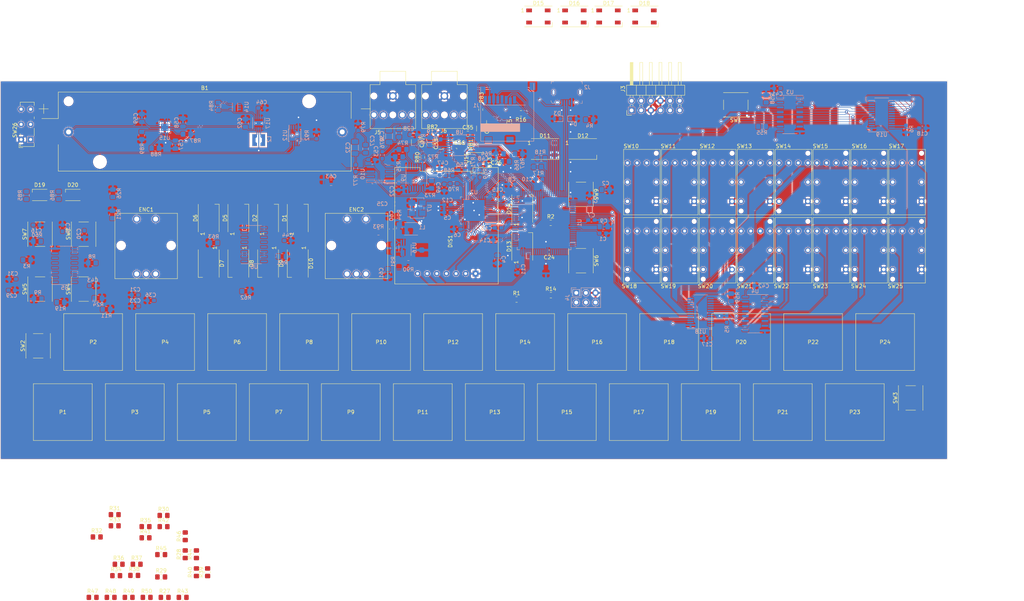
<source format=kicad_pcb>
(kicad_pcb (version 20171130) (host pcbnew "(5.1.10)-1")
  (layers (0 F.Cu signal) (31 B.Cu signal) (35 F.Paste user hide) (36 B.SilkS user) (37 F.SilkS user) (38 B.Mask user hide) (39 F.Mask user hide) (44 Edge.Cuts user))
  (net 0 "")
  (net 1 "Net-(J2-PadSH)")
  (net 2 VBUS)
  (net 3 /D-)
  (net 4 GND)
  (net 5 "Net-(J2-Pad4)")
  (net 6 /D+)
  (net 7 +BATT)
  (net 8 /Vout)
  (net 9 +3V3)
  (net 10 +1V2)
  (net 11 "Net-(C7-Pad1)")
  (net 12 "Net-(D1-Pad2)")
  (net 13 "Net-(D2-Pad2)")
  (net 14 "Net-(L1-Pad1)")
  (net 15 /dbg_rst)
  (net 16 /SWCLK)
  (net 17 /ADC0IN[15])
  (net 18 /ADC0IN[14])
  (net 19 /ADC0IN[13])
  (net 20 /ADC0IN[12])
  (net 21 /SWO)
  (net 22 /SWDIO)
  (net 23 "Net-(U1-Pad87)")
  (net 24 "Net-(U1-Pad82)")
  (net 25 /SC0_SCL_PAD[1])
  (net 26 /SC0_SDA_PAD[0])
  (net 27 /SDHC1_SDCLK)
  (net 28 /SDHC1_SDCMD)
  (net 29 /SDHC1_DAT[3])
  (net 30 /SDHC1_DAT[1])
  (net 31 /SDHC1_DAT[0])
  (net 32 /SDHC1_SDWP)
  (net 33 /SDHC1_SDCD)
  (net 34 /MII_GCOL)
  (net 35 /MII_GRDV)
  (net 36 /MII_GTXER)
  (net 37 /MII_GRXCK)
  (net 38 /MII_GTX[3])
  (net 39 /MII_GTX[2])
  (net 40 /MII_GTX[1])
  (net 41 /MII_GTX[0])
  (net 42 /MII_GTEN)
  (net 43 /MII_GCRS)
  (net 44 /MII_GRXER)
  (net 45 /MII_GRX[0])
  (net 46 /MII_GRX[1])
  (net 47 /MII_GRX[2])
  (net 48 /MII_GRX[3])
  (net 49 "Net-(U1-Pad43)")
  (net 50 /MII_GMDIO)
  (net 51 /MII_GMDC)
  (net 52 "Net-(U1-Pad40)")
  (net 53 /SC4_PAD[3])
  (net 54 /SC4_CS_PAD[2])
  (net 55 /SC4_SCK_PAD[1])
  (net 56 /SC4_PAD[0])
  (net 57 /ADC0IN[11])
  (net 58 /ADC0IN[10])
  (net 59 /ADC0IN[9])
  (net 60 /ADC0IN[8])
  (net 61 /ADC0IN[7])
  (net 62 /ADC0IN[6])
  (net 63 /ADC0IN[5])
  (net 64 /ADC0IN[4])
  (net 65 /ADC0IN[3])
  (net 66 /ADC0IN[2])
  (net 67 /ADC1IN[9])
  (net 68 /ADC1IN[8])
  (net 69 /ADC1IN[7])
  (net 70 /ADC1IN[6])
  (net 71 /ADC0IN[1])
  (net 72 /ADC0IN[0])
  (net 73 /ADC1IN[4])
  (net 74 /ADC1IN[5])
  (net 75 /ADC1IN[11])
  (net 76 /ADC1IN[10])
  (net 77 "Net-(U2-Pad41)")
  (net 78 "Net-(U2-Pad40)")
  (net 79 "Net-(U2-Pad39)")
  (net 80 /PMOD[7])
  (net 81 /CLK48M)
  (net 82 /PMOD[6])
  (net 83 /PMOD[5])
  (net 84 /PMOD[4])
  (net 85 /PMOD[3])
  (net 86 /PMOD[2])
  (net 87 /PMOD[1])
  (net 88 /PMOD[0])
  (net 89 "Net-(U2-Pad23)")
  (net 90 /CFG_RESET_B)
  (net 91 /CDONE)
  (net 92 "Net-(L2-Pad2)")
  (net 93 "Net-(L2-Pad1)")
  (net 94 /mcu_core)
  (net 95 /SDHC1_DAT[2])
  (net 96 "Net-(J5-Pad4)")
  (net 97 "Net-(J5-Pad3)")
  (net 98 "Net-(J6-Pad4)")
  (net 99 "Net-(J6-Pad3)")
  (net 100 /PDM1_R)
  (net 101 /PDM1_L)
  (net 102 /PDM0_R)
  (net 103 /PDM0_L)
  (net 104 "Net-(U9-Pad4)")
  (net 105 /OUT0_L)
  (net 106 /OUT0_R)
  (net 107 /OUT1_L)
  (net 108 /OUT1_R)
  (net 109 "Net-(R59-Pad1)")
  (net 110 "Net-(R60-Pad1)")
  (net 111 -BATT)
  (net 112 "Net-(D5-Pad2)")
  (net 113 "Net-(D6-Pad2)")
  (net 114 "Net-(D7-Pad2)")
  (net 115 "Net-(D8-Pad2)")
  (net 116 "Net-(D10-Pad4)")
  (net 117 "Net-(D11-Pad2)")
  (net 118 "Net-(D13-Pad2)")
  (net 119 "Net-(D14-Pad2)")
  (net 120 "Net-(D15-Pad2)")
  (net 121 "Net-(D16-Pad2)")
  (net 122 "Net-(D17-Pad2)")
  (net 123 "Net-(D18-Pad2)")
  (net 124 "Net-(D19-Pad2)")
  (net 125 "Net-(D20-Pad2)")
  (net 126 "Net-(U12-Pad3)")
  (net 127 /PSU_EN)
  (net 128 "Net-(R72-Pad1)")
  (net 129 "Net-(SW26-Pad1)")
  (net 130 "Net-(SW26-Pad2)")
  (net 131 "Net-(SW26-Pad3)")
  (net 132 /SW_LOAD)
  (net 133 /SW_CLK)
  (net 134 /SW_DATA)
  (net 135 "Net-(U2-Pad6)")
  (net 136 /LED_DATA)
  (net 137 /IO/SW_BTN20)
  (net 138 /IO/SW_BTN16)
  (net 139 /IO/SW_BTN21)
  (net 140 /IO/SW_BTN17)
  (net 141 /IO/SW_BTN22)
  (net 142 /IO/SW_BTN18)
  (net 143 /IO/SW_BTN23)
  (net 144 /IO/SW_BTN19)
  (net 145 "/Analog Output/F_PDM0_R")
  (net 146 "/Analog Output/F_PDM1_R")
  (net 147 "/Analog Output/F_PDM0_L")
  (net 148 "/Analog Output/F_PDM1_L")
  (net 149 "/Power Supply/Vout")
  (net 150 "Net-(C60-Pad2)")
  (net 151 "Net-(C64-Pad1)")
  (net 152 /LED_OUT)
  (net 153 "Net-(D12-Pad2)")
  (net 154 "Net-(D19-Pad1)")
  (net 155 "/Power Supply/!CHG")
  (net 156 "Net-(D19-Pad3)")
  (net 157 "Net-(D20-Pad1)")
  (net 158 "/Power Supply/!PGOOD")
  (net 159 "Net-(D20-Pad3)")
  (net 160 /IO/ENC1_B)
  (net 161 /IO/ENC1_A)
  (net 162 /IO/SW_ENC1)
  (net 163 /IO/ENC2_B)
  (net 164 /IO/ENC2_A)
  (net 165 /IO/SW_ENC2)
  (net 166 "Net-(R5-Pad2)")
  (net 167 "Net-(R6-Pad2)")
  (net 168 "Net-(R55-Pad1)")
  (net 169 "Net-(R58-Pad1)")
  (net 170 "Net-(R61-Pad1)")
  (net 171 "Net-(R64-Pad1)")
  (net 172 "Net-(R65-Pad1)")
  (net 173 "Net-(R66-Pad1)")
  (net 174 "Net-(R67-Pad1)")
  (net 175 "Net-(R73-Pad1)")
  (net 176 "Net-(R74-Pad1)")
  (net 177 "Net-(R75-Pad1)")
  (net 178 "Net-(R76-Pad1)")
  (net 179 "Net-(R77-Pad1)")
  (net 180 "Net-(R80-Pad1)")
  (net 181 "Net-(R81-Pad1)")
  (net 182 "/Power Supply/BGD")
  (net 183 "Net-(R87-Pad2)")
  (net 184 "Net-(R88-Pad2)")
  (net 185 "Net-(R89-Pad1)")
  (net 186 "Net-(R90-Pad1)")
  (net 187 "Net-(R94-Pad1)")
  (net 188 /IO/SW_BTN0)
  (net 189 /IO/RLED_0)
  (net 190 /IO/GLED_0)
  (net 191 /IO/SW_BTN1)
  (net 192 /IO/RLED_1)
  (net 193 /IO/GLED_1)
  (net 194 /IO/SW_BTN2)
  (net 195 /IO/RLED_2)
  (net 196 /IO/GLED_2)
  (net 197 /IO/SW_BTN3)
  (net 198 /IO/RLED_3)
  (net 199 /IO/GLED_3)
  (net 200 /IO/SW_BTN4)
  (net 201 /IO/RLED_4)
  (net 202 /IO/GLED_4)
  (net 203 /IO/SW_BTN5)
  (net 204 /IO/RLED_5)
  (net 205 /IO/GLED_5)
  (net 206 /IO/SW_BTN6)
  (net 207 /IO/RLED_6)
  (net 208 /IO/GLED_6)
  (net 209 /IO/SW_BTN7)
  (net 210 /IO/RLED_7)
  (net 211 /IO/GLED_7)
  (net 212 /IO/SW_BTN8)
  (net 213 /IO/RLED_8)
  (net 214 /IO/GLED_8)
  (net 215 /IO/SW_BTN9)
  (net 216 /IO/RLED_9)
  (net 217 /IO/GLED_9)
  (net 218 /IO/SW_BTN10)
  (net 219 /IO/RLED_10)
  (net 220 /IO/GLED_10)
  (net 221 /IO/SW_BTN11)
  (net 222 /IO/RLED_11)
  (net 223 /IO/GLED_11)
  (net 224 /IO/SW_BTN12)
  (net 225 /IO/RLED_12)
  (net 226 /IO/GLED_12)
  (net 227 /IO/SW_BTN13)
  (net 228 /IO/RLED_13)
  (net 229 /IO/GLED_13)
  (net 230 /IO/SW_BTN14)
  (net 231 /IO/RLED_14)
  (net 232 /IO/GLED_14)
  (net 233 /IO/SW_BTN15)
  (net 234 /IO/RLED_15)
  (net 235 /IO/GLED_15)
  (net 236 "Net-(U3-Pad7)")
  (net 237 "Net-(U3-Pad9)")
  (net 238 "Net-(U4-Pad7)")
  (net 239 "Net-(U4-Pad9)")
  (net 240 "Net-(U5-Pad7)")
  (net 241 "Net-(U5-Pad9)")
  (net 242 "Net-(U6-Pad6)")
  (net 243 "Net-(U6-Pad7)")
  (net 244 "Net-(U6-Pad14)")
  (net 245 "Net-(U8-Pad4)")
  (net 246 "/Analog Output/BUF1_L")
  (net 247 "/Analog Output/BUF1_R")
  (net 248 "/Analog Output/BUF0_L")
  (net 249 "/Analog Output/BUF0_R")
  (net 250 "Net-(U14-Pad1)")
  (net 251 "Net-(U15-Pad15)")
  (net 252 "Net-(U18-Pad22)")
  (net 253 "Net-(U19-Pad22)")
  (net 254 /DISPLAY_CS)
  (net 255 /DISPLAY_RST)
  (net 256 /SEQ_CLK)
  (net 257 /SEQ_DATA)
  (net 258 /SEQ_LE)
  (net 259 /SEQ_OE)
  (net 260 /DISPLAY_CMD)
  (net 261 "Net-(C27-Pad2)")
  (net 262 "Net-(C28-Pad2)")
  (net 263 "Net-(C33-Pad2)")
  (net 264 "Net-(C35-Pad2)")
  (net 265 "Net-(U1-Pad33)")
  (net 266 "Net-(U1-Pad73)")
  (net 267 "Net-(U1-Pad72)")
  (module up5k-synth:PEC12R-4xxxF-Sxx (layer F.Cu) (at 63.5 61.5)
    (fp_text reference ENC1 (at 0 -2.5) (layer F.SilkS))
    (fp_text value rot_encoder_switch)
    (pad "" np_thru_hole circle (at -6.6 7) (size 2.3 2.3) (drill 2.3) (layers *.Cu *.Mask))
    (pad "" np_thru_hole circle (at 6.6 7) (size 2.3 2.3) (drill 2.3) (layers *.Cu *.Mask))
    (pad 5 thru_hole circle (at 2.5 14.5) (size 2 2) (drill 1.3) (layers *.Cu *.Mask) (net 160 /IO/ENC1_B))
    (pad 4 thru_hole circle (at 0 14.5) (size 2 2) (drill 1.3) (layers *.Cu *.Mask) (net 9 +3V3))
    (pad 3 thru_hole circle (at -2.5 14.5) (size 2 2) (drill 1.3) (layers *.Cu *.Mask) (net 161 /IO/ENC1_A))
    (pad 2 thru_hole circle (at 2.5 0) (size 2 2) (drill 1.3) (layers *.Cu *.Mask) (net 162 /IO/SW_ENC1))
    (pad 1 thru_hole circle (at -2.5 0) (size 2 2) (drill 1.3) (layers *.Cu *.Mask) (net 9 +3V3))
  )
  (module up5k-synth:PEC12R-4xxxF-Sxx (layer F.Cu) (at 119 61.5)
    (fp_text reference ENC2 (at 0 -2.5) (layer F.SilkS))
    (fp_text value rot_encoder_switch)
    (pad "" np_thru_hole circle (at -6.6 7) (size 2.3 2.3) (drill 2.3) (layers *.Cu *.Mask))
    (pad "" np_thru_hole circle (at 6.6 7) (size 2.3 2.3) (drill 2.3) (layers *.Cu *.Mask))
    (pad 5 thru_hole circle (at 2.5 14.5) (size 2 2) (drill 1.3) (layers *.Cu *.Mask) (net 163 /IO/ENC2_B))
    (pad 4 thru_hole circle (at 0 14.5) (size 2 2) (drill 1.3) (layers *.Cu *.Mask) (net 9 +3V3))
    (pad 3 thru_hole circle (at -2.5 14.5) (size 2 2) (drill 1.3) (layers *.Cu *.Mask) (net 164 /IO/ENC2_A))
    (pad 2 thru_hole circle (at 2.5 0) (size 2 2) (drill 1.3) (layers *.Cu *.Mask) (net 165 /IO/SW_ENC2))
    (pad 1 thru_hole circle (at -2.5 0) (size 2 2) (drill 1.3) (layers *.Cu *.Mask) (net 9 +3V3))
  )
  (module up5k-synth:C_1206_3216Metric_Pad1.33x1.80mm_HandSolder (layer F.Cu) (at 151.6 37.6 270)
    (fp_text reference C38 (at 0 -1.85 90) (layer F.SilkS))
    (fp_text value C_220uF_1206)
    (pad 1 smd roundrect (at -1.5625 0 270) (size 1.325 1.8) (layers F.Cu F.Paste F.Mask) (roundrect_rratio 0.188679) (net 108 /OUT1_R))
    (pad 2 smd roundrect (at 1.5625 0 270) (size 1.325 1.8) (layers F.Cu F.Paste F.Mask) (roundrect_rratio 0.188679) (net 264 "Net-(C35-Pad2)"))
  )
  (module up5k-synth:C_1206_3216Metric_Pad1.33x1.80mm_HandSolder (layer F.Cu) (at 134.4 41.2 270)
    (fp_text reference C37 (at 0 -1.85 90) (layer F.SilkS))
    (fp_text value C_220uF_1206)
    (pad 1 smd roundrect (at -1.5625 0 270) (size 1.325 1.8) (layers F.Cu F.Paste F.Mask) (roundrect_rratio 0.188679) (net 107 /OUT1_L))
    (pad 2 smd roundrect (at 1.5625 0 270) (size 1.325 1.8) (layers F.Cu F.Paste F.Mask) (roundrect_rratio 0.188679) (net 263 "Net-(C33-Pad2)"))
  )
  (module up5k-synth:C_0805_2012Metric_Pad1.18x1.45mm_HandSolder (layer F.Cu) (at 148.4 39)
    (fp_text reference C35 (at 0 -1.68) (layer F.SilkS))
    (fp_text value C_47uF_0805)
    (pad 1 smd roundrect (at -1.0375 0) (size 1.175 1.45) (layers F.Cu F.Paste F.Mask) (roundrect_rratio 0.212766) (net 108 /OUT1_R))
    (pad 2 smd roundrect (at 1.0375 0) (size 1.175 1.45) (layers F.Cu F.Paste F.Mask) (roundrect_rratio 0.212766) (net 264 "Net-(C35-Pad2)"))
  )
  (module up5k-synth:C_0805_2012Metric_Pad1.18x1.45mm_HandSolder (layer F.Cu) (at 138.3 41.7 270)
    (fp_text reference C33 (at 0 -1.68 90) (layer F.SilkS))
    (fp_text value C_47uF_0805)
    (pad 1 smd roundrect (at -1.0375 0 270) (size 1.175 1.45) (layers F.Cu F.Paste F.Mask) (roundrect_rratio 0.212766) (net 107 /OUT1_L))
    (pad 2 smd roundrect (at 1.0375 0 270) (size 1.175 1.45) (layers F.Cu F.Paste F.Mask) (roundrect_rratio 0.212766) (net 263 "Net-(C33-Pad2)"))
  )
  (module up5k-synth:C_1206_3216Metric_Pad1.33x1.80mm_HandSolder (layer B.Cu) (at 118.6 42.6375 270)
    (fp_text reference C32 (at 0 1.85 90) (layer B.SilkS) (effects (justify mirror)))
    (fp_text value C_220uF_1206)
    (pad 1 smd roundrect (at -1.5625 0 270) (size 1.325 1.8) (layers B.Cu B.Paste B.Mask) (roundrect_rratio 0.188679) (net 105 /OUT0_L))
    (pad 2 smd roundrect (at 1.5625 0 270) (size 1.325 1.8) (layers B.Cu B.Paste B.Mask) (roundrect_rratio 0.188679) (net 261 "Net-(C27-Pad2)"))
  )
  (module up5k-synth:C_1206_3216Metric_Pad1.33x1.80mm_HandSolder (layer B.Cu) (at 127.6 39.6375 270)
    (fp_text reference C30 (at 0 1.85 90) (layer B.SilkS) (effects (justify mirror)))
    (fp_text value C_220uF_1206)
    (pad 1 smd roundrect (at -1.5625 0 270) (size 1.325 1.8) (layers B.Cu B.Paste B.Mask) (roundrect_rratio 0.188679) (net 106 /OUT0_R))
    (pad 2 smd roundrect (at 1.5625 0 270) (size 1.325 1.8) (layers B.Cu B.Paste B.Mask) (roundrect_rratio 0.188679) (net 262 "Net-(C28-Pad2)"))
  )
  (module up5k-synth:C_0805_2012Metric_Pad1.18x1.45mm_HandSolder (layer B.Cu) (at 130.2 38.8 270)
    (fp_text reference C28 (at -1.2 -2.6 180) (layer B.SilkS) (effects (justify mirror)))
    (fp_text value C_47uF_0805)
    (pad 1 smd roundrect (at -1.0375 0 270) (size 1.175 1.45) (layers B.Cu B.Paste B.Mask) (roundrect_rratio 0.212766) (net 106 /OUT0_R))
    (pad 2 smd roundrect (at 1.0375 0 270) (size 1.175 1.45) (layers B.Cu B.Paste B.Mask) (roundrect_rratio 0.212766) (net 262 "Net-(C28-Pad2)"))
  )
  (module up5k-synth:C_0805_2012Metric_Pad1.18x1.45mm_HandSolder (layer B.Cu) (at 121.4 42.9625 270)
    (fp_text reference C27 (at -2.1625 -1.8 90) (layer B.SilkS) (effects (justify mirror)))
    (fp_text value C_47uF_0805)
    (pad 1 smd roundrect (at -1.0375 0 270) (size 1.175 1.45) (layers B.Cu B.Paste B.Mask) (roundrect_rratio 0.212766) (net 105 /OUT0_L))
    (pad 2 smd roundrect (at 1.0375 0 270) (size 1.175 1.45) (layers B.Cu B.Paste B.Mask) (roundrect_rratio 0.212766) (net 261 "Net-(C27-Pad2)"))
  )
  (module up5k-synth:C_0603_1608Metric_Pad1.08x0.95mm_HandSolder (layer B.Cu) (at 130.175 52.959 270)
    (fp_text reference C22 (at 1.2 1.8 90) (layer B.SilkS) (effects (justify mirror)))
    (fp_text value 0.1uF_10V_0603)
    (pad 1 smd roundrect (at -0.8625 0 270) (size 1.075 0.95) (layers B.Cu B.Paste B.Mask) (net 9 +3V3))
    (pad 2 smd roundrect (at 0.8625 0 270) (size 1.075 0.95) (layers B.Cu B.Paste B.Mask) (net 4 GND))
  )
  (module up5k-synth:C_0603_1608Metric_Pad1.08x0.95mm_HandSolder (layer B.Cu) (at 141.2 39.6 90)
    (fp_text reference C19 (at 1.2 -2.2 180) (layer B.SilkS) (effects (justify mirror)))
    (fp_text value 0.1uF_10V_0603)
    (pad 1 smd roundrect (at -0.8625 0 90) (size 1.075 0.95) (layers B.Cu B.Paste B.Mask) (net 9 +3V3))
    (pad 2 smd roundrect (at 0.8625 0 90) (size 1.075 0.95) (layers B.Cu B.Paste B.Mask) (net 4 GND))
  )
  (module up5k-synth:STX-3120-5B-577C (layer F.Cu) (at 142.2 29)
    (fp_text reference J6 (at -0.2 9.2) (layer F.SilkS))
    (fp_text value AudioJack3_SwitchTR)
    (pad "" np_thru_hole circle (at 0 5) (size 1.6 1.6) (drill 1.6) (layers *.Cu *.Mask))
    (pad "" np_thru_hole circle (at 5 0) (size 1.6 1.6) (drill 1.6) (layers *.Cu *.Mask))
    (pad "" np_thru_hole circle (at -5 0) (size 1.6 1.6) (drill 1.6) (layers *.Cu *.Mask))
    (pad 5 thru_hole circle (at -5 5) (size 2 2) (drill 1.3) (layers *.Cu *.Mask) (net 107 /OUT1_L))
    (pad 4 thru_hole circle (at -2.5 5) (size 2 2) (drill 1.3) (layers *.Cu *.Mask) (net 98 "Net-(J6-Pad4)"))
    (pad 3 thru_hole circle (at 2.5 5) (size 2 2) (drill 1.3) (layers *.Cu *.Mask) (net 99 "Net-(J6-Pad3)"))
    (pad 2 thru_hole circle (at 5 5) (size 2 2) (drill 1.3) (layers *.Cu *.Mask) (net 108 /OUT1_R))
    (pad 1 thru_hole circle (at 0 0) (size 2 2) (drill 1.3) (layers *.Cu *.Mask) (net 4 GND))
  )
  (module up5k-synth:STX-3120-5B-577C (layer F.Cu) (at 128.6 29)
    (fp_text reference J5 (at -4 9.6) (layer F.SilkS))
    (fp_text value AudioJack3_SwitchTR)
    (pad "" np_thru_hole circle (at 0 5) (size 1.6 1.6) (drill 1.6) (layers *.Cu *.Mask))
    (pad "" np_thru_hole circle (at 5 0) (size 1.6 1.6) (drill 1.6) (layers *.Cu *.Mask))
    (pad "" np_thru_hole circle (at -5 0) (size 1.6 1.6) (drill 1.6) (layers *.Cu *.Mask))
    (pad 5 thru_hole circle (at -5 5) (size 2 2) (drill 1.3) (layers *.Cu *.Mask) (net 105 /OUT0_L))
    (pad 4 thru_hole circle (at -2.5 5) (size 2 2) (drill 1.3) (layers *.Cu *.Mask) (net 96 "Net-(J5-Pad4)"))
    (pad 3 thru_hole circle (at 2.5 5) (size 2 2) (drill 1.3) (layers *.Cu *.Mask) (net 97 "Net-(J5-Pad3)"))
    (pad 2 thru_hole circle (at 5 5) (size 2 2) (drill 1.3) (layers *.Cu *.Mask) (net 106 /OUT0_R))
    (pad 1 thru_hole circle (at 0 0) (size 2 2) (drill 1.3) (layers *.Cu *.Mask) (net 4 GND))
  )
  (module up5k-synth:SSD1306 (layer F.Cu) (at 142.75 75.89 180)
    (fp_text reference DIS1 (at -1 8.5 90) (layer F.SilkS))
    (fp_text value SSD1306)
    (pad 7 thru_hole circle (at 7.6352 -0.0214 180) (size 1.524 1.524) (drill 0.762) (layers *.Cu *.Mask) (net 254 /DISPLAY_CS))
    (pad 5 thru_hole circle (at 2.5552 -0.0214 180) (size 1.524 1.524) (drill 0.762) (layers *.Cu *.Mask) (net 255 /DISPLAY_RST))
    (pad 6 thru_hole circle (at 5.0952 -0.0214 180) (size 1.524 1.524) (drill 0.762) (layers *.Cu *.Mask) (net 260 /DISPLAY_CMD))
    (pad 4 thru_hole circle (at 0.0152 -0.0214 180) (size 1.524 1.524) (drill 0.762) (layers *.Cu *.Mask) (net 56 /SC4_PAD[0]))
    (pad 3 thru_hole circle (at -2.5248 -0.0214 180) (size 1.524 1.524) (drill 0.762) (layers *.Cu *.Mask) (net 55 /SC4_SCK_PAD[1]))
    (pad 2 thru_hole circle (at -5.0648 -0.0214 180) (size 1.524 1.524) (drill 0.762) (layers *.Cu *.Mask) (net 9 +3V3))
    (pad 1 thru_hole rect (at -7.6848 -0.0214 180) (size 1.524 1.524) (drill 0.762) (layers *.Cu *.Mask) (net 4 GND))
  )
  (module up5k-synth:QFN-48-1EP_7x7mm_P0.5mm_EP5.6x5.6mm (layer B.Cu) (at 150.03 59.25 180)
    (fp_text reference U2 (at 0 4.82 180) (layer B.SilkS) (effects (justify mirror)))
    (fp_text value DRA818_iCE40-UP5K-SG48)
    (pad 49 smd rect (at 0 0 180) (size 5.6 5.6) (layers B.Cu B.Mask) (net 4 GND))
    (pad 48 smd roundrect (at -2.75 3.4375 180) (size 0.25 0.875) (layers B.Cu B.Paste B.Mask) (net 42 /MII_GTEN))
    (pad 47 smd roundrect (at -2.25 3.4375 180) (size 0.25 0.875) (layers B.Cu B.Paste B.Mask) (net 41 /MII_GTX[0]))
    (pad 46 smd roundrect (at -1.75 3.4375 180) (size 0.25 0.875) (layers B.Cu B.Paste B.Mask) (net 40 /MII_GTX[1]))
    (pad 45 smd roundrect (at -1.25 3.4375 180) (size 0.25 0.875) (layers B.Cu B.Paste B.Mask) (net 39 /MII_GTX[2]))
    (pad 44 smd roundrect (at -0.75 3.4375 180) (size 0.25 0.875) (layers B.Cu B.Paste B.Mask) (net 38 /MII_GTX[3]))
    (pad 43 smd roundrect (at -0.25 3.4375 180) (size 0.25 0.875) (layers B.Cu B.Paste B.Mask) (net 100 /PDM1_R))
    (pad 42 smd roundrect (at 0.25 3.4375 180) (size 0.25 0.875) (layers B.Cu B.Paste B.Mask) (net 101 /PDM1_L))
    (pad 41 smd roundrect (at 0.75 3.4375 180) (size 0.25 0.875) (layers B.Cu B.Paste B.Mask) (net 77 "Net-(U2-Pad41)"))
    (pad 40 smd roundrect (at 1.25 3.4375 180) (size 0.25 0.875) (layers B.Cu B.Paste B.Mask) (net 78 "Net-(U2-Pad40)"))
    (pad 39 smd roundrect (at 1.75 3.4375 180) (size 0.25 0.875) (layers B.Cu B.Paste B.Mask) (net 79 "Net-(U2-Pad39)"))
    (pad 38 smd roundrect (at 2.25 3.4375 180) (size 0.25 0.875) (layers B.Cu B.Paste B.Mask) (net 102 /PDM0_R))
    (pad 37 smd roundrect (at 2.75 3.4375 180) (size 0.25 0.875) (layers B.Cu B.Paste B.Mask) (net 103 /PDM0_L))
    (pad 36 smd roundrect (at 3.4375 2.75 180) (size 0.875 0.25) (layers B.Cu B.Paste B.Mask) (net 80 /PMOD[7]))
    (pad 35 smd roundrect (at 3.4375 2.25 180) (size 0.875 0.25) (layers B.Cu B.Paste B.Mask) (net 81 /CLK48M))
    (pad 34 smd roundrect (at 3.4375 1.75 180) (size 0.875 0.25) (layers B.Cu B.Paste B.Mask) (net 82 /PMOD[6]))
    (pad 33 smd roundrect (at 3.4375 1.25 180) (size 0.875 0.25) (layers B.Cu B.Paste B.Mask) (net 9 +3V3))
    (pad 32 smd roundrect (at 3.4375 0.75 180) (size 0.875 0.25) (layers B.Cu B.Paste B.Mask) (net 83 /PMOD[5]))
    (pad 31 smd roundrect (at 3.4375 0.25 180) (size 0.875 0.25) (layers B.Cu B.Paste B.Mask) (net 84 /PMOD[4]))
    (pad 30 smd roundrect (at 3.4375 -0.25 180) (size 0.875 0.25) (layers B.Cu B.Paste B.Mask) (net 10 +1V2))
    (pad 29 smd roundrect (at 3.4375 -0.75 180) (size 0.875 0.25) (layers B.Cu B.Paste B.Mask) (net 10 +1V2))
    (pad 28 smd roundrect (at 3.4375 -1.25 180) (size 0.875 0.25) (layers B.Cu B.Paste B.Mask) (net 85 /PMOD[3]))
    (pad 27 smd roundrect (at 3.4375 -1.75 180) (size 0.875 0.25) (layers B.Cu B.Paste B.Mask) (net 86 /PMOD[2]))
    (pad 26 smd roundrect (at 3.4375 -2.25 180) (size 0.875 0.25) (layers B.Cu B.Paste B.Mask) (net 87 /PMOD[1]))
    (pad 25 smd roundrect (at 3.4375 -2.75 180) (size 0.875 0.25) (layers B.Cu B.Paste B.Mask) (net 88 /PMOD[0]))
    (pad 24 smd roundrect (at 2.75 -3.4375 180) (size 0.25 0.875) (layers B.Cu B.Paste B.Mask) (net 9 +3V3))
    (pad 23 smd roundrect (at 2.25 -3.4375 180) (size 0.25 0.875) (layers B.Cu B.Paste B.Mask) (net 89 "Net-(U2-Pad23)"))
    (pad 22 smd roundrect (at 1.75 -3.4375 180) (size 0.25 0.875) (layers B.Cu B.Paste B.Mask) (net 9 +3V3))
    (pad 21 smd roundrect (at 1.25 -3.4375 180) (size 0.25 0.875) (layers B.Cu B.Paste B.Mask) (net 34 /MII_GCOL))
    (pad 20 smd roundrect (at 0.75 -3.4375 180) (size 0.25 0.875) (layers B.Cu B.Paste B.Mask) (net 37 /MII_GRXCK))
    (pad 19 smd roundrect (at 0.25 -3.4375 180) (size 0.25 0.875) (layers B.Cu B.Paste B.Mask) (net 50 /MII_GMDIO))
    (pad 18 smd roundrect (at -0.25 -3.4375 180) (size 0.25 0.875) (layers B.Cu B.Paste B.Mask) (net 51 /MII_GMDC))
    (pad 17 smd roundrect (at -0.75 -3.4375 180) (size 0.25 0.875) (layers B.Cu B.Paste B.Mask) (net 56 /SC4_PAD[0]))
    (pad 16 smd roundrect (at -1.25 -3.4375 180) (size 0.25 0.875) (layers B.Cu B.Paste B.Mask) (net 54 /SC4_CS_PAD[2]))
    (pad 15 smd roundrect (at -1.75 -3.4375 180) (size 0.25 0.875) (layers B.Cu B.Paste B.Mask) (net 55 /SC4_SCK_PAD[1]))
    (pad 14 smd roundrect (at -2.25 -3.4375 180) (size 0.25 0.875) (layers B.Cu B.Paste B.Mask) (net 53 /SC4_PAD[3]))
    (pad 13 smd roundrect (at -2.75 -3.4375 180) (size 0.25 0.875) (layers B.Cu B.Paste B.Mask) (net 48 /MII_GRX[3]))
    (pad 12 smd roundrect (at -3.4375 -2.75 180) (size 0.875 0.25) (layers B.Cu B.Paste B.Mask) (net 47 /MII_GRX[2]))
    (pad 11 smd roundrect (at -3.4375 -2.25 180) (size 0.875 0.25) (layers B.Cu B.Paste B.Mask) (net 46 /MII_GRX[1]))
    (pad 10 smd roundrect (at -3.4375 -1.75 180) (size 0.875 0.25) (layers B.Cu B.Paste B.Mask) (net 45 /MII_GRX[0]))
    (pad 9 smd roundrect (at -3.4375 -1.25 180) (size 0.875 0.25) (layers B.Cu B.Paste B.Mask) (net 44 /MII_GRXER))
    (pad 8 smd roundrect (at -3.4375 -0.75 180) (size 0.875 0.25) (layers B.Cu B.Paste B.Mask) (net 90 /CFG_RESET_B))
    (pad 7 smd roundrect (at -3.4375 -0.25 180) (size 0.875 0.25) (layers B.Cu B.Paste B.Mask) (net 91 /CDONE))
    (pad 6 smd roundrect (at -3.4375 0.25 180) (size 0.875 0.25) (layers B.Cu B.Paste B.Mask) (net 135 "Net-(U2-Pad6)"))
    (pad 5 smd roundrect (at -3.4375 0.75 180) (size 0.875 0.25) (layers B.Cu B.Paste B.Mask) (net 10 +1V2))
    (pad 4 smd roundrect (at -3.4375 1.25 180) (size 0.875 0.25) (layers B.Cu B.Paste B.Mask) (net 35 /MII_GRDV))
    (pad 3 smd roundrect (at -3.4375 1.75 180) (size 0.875 0.25) (layers B.Cu B.Paste B.Mask) (net 43 /MII_GCRS))
    (pad 2 smd roundrect (at -3.4375 2.25 180) (size 0.875 0.25) (layers B.Cu B.Paste B.Mask) (net 36 /MII_GTXER))
    (pad 1 smd roundrect (at -3.4375 2.75 180) (size 0.875 0.25) (layers B.Cu B.Paste B.Mask) (net 9 +3V3))
  )
  (module digikey-footprints:USB_Micro_B_Female_10118194-0001LF (layer B.Cu) (at 174.5 30.7)
    (fp_text reference J2 (at 5.4 -4) (layer B.SilkS) (effects (justify mirror)))
    (fp_text value 10118194-0001LF)
    (pad SH thru_hole oval (at 3.5 -2.7) (size 1 1.55) (drill oval 0.5 1.15) (layers *.Cu *.Mask) (net 1 "Net-(J2-PadSH)"))
    (pad SH thru_hole oval (at -3.5 -2.7) (size 1 1.55) (drill oval 0.5 1.15) (layers *.Cu *.Mask) (net 1 "Net-(J2-PadSH)"))
    (pad SH thru_hole oval (at -2.5 0) (size 1.25 0.95) (drill oval 0.85 0.55) (layers *.Cu *.Mask) (net 1 "Net-(J2-PadSH)"))
    (pad SH thru_hole oval (at 2.5 0) (size 1.25 0.95) (drill oval 0.85 0.55) (layers *.Cu *.Mask) (net 1 "Net-(J2-PadSH)"))
    (pad 1 smd rect (at -1.3 0) (size 0.4 1.35) (layers B.Cu B.Paste B.Mask) (net 2 VBUS))
    (pad 2 smd rect (at -0.65 0) (size 0.4 1.35) (layers B.Cu B.Paste B.Mask) (net 3 /D-))
    (pad 5 smd rect (at 1.3 0) (size 0.4 1.35) (layers B.Cu B.Paste B.Mask) (net 4 GND))
    (pad 4 smd rect (at 0.65 0) (size 0.4 1.35) (layers B.Cu B.Paste B.Mask) (net 5 "Net-(J2-Pad4)"))
    (pad 3 smd rect (at 0 0) (size 0.4 1.35) (layers B.Cu B.Paste B.Mask) (net 6 /D+))
  )
  (module up5k-synth:QFN-16-1EP_3x3mm_P0.5mm_EP1.9x1.9mm_ThermalVias (layer B.Cu) (at 68.4 37.275)
    (fp_text reference U15 (at 0 2.8) (layer B.SilkS) (effects (justify mirror)))
    (fp_text value BQ24074)
    (pad 1 smd roundrect (at -1.5125 0.75) (size 0.675 0.25) (layers B.Cu B.Paste B.Mask) (net 185 "Net-(R89-Pad1)"))
    (pad 2 smd roundrect (at -1.5125 0.25) (size 0.675 0.25) (layers B.Cu B.Paste B.Mask) (net 7 +BATT))
    (pad 3 smd roundrect (at -1.5125 -0.25) (size 0.675 0.25) (layers B.Cu B.Paste B.Mask) (net 7 +BATT))
    (pad 4 smd roundrect (at -1.5125 -0.75) (size 0.675 0.25) (layers B.Cu B.Paste B.Mask) (net 4 GND))
    (pad 5 smd roundrect (at -0.75 -1.5125) (size 0.25 0.675) (layers B.Cu B.Paste B.Mask) (net 4 GND))
    (pad 6 smd roundrect (at -0.25 -1.5125) (size 0.25 0.675) (layers B.Cu B.Paste B.Mask) (net 149 "/Power Supply/Vout"))
    (pad 7 smd roundrect (at 0.25 -1.5125) (size 0.25 0.675) (layers B.Cu B.Paste B.Mask) (net 158 "/Power Supply/!PGOOD"))
    (pad 8 smd roundrect (at 0.75 -1.5125) (size 0.25 0.675) (layers B.Cu B.Paste B.Mask) (net 4 GND))
    (pad 9 smd roundrect (at 1.5125 -0.75) (size 0.675 0.25) (layers B.Cu B.Paste B.Mask) (net 155 "/Power Supply/!CHG"))
    (pad 10 smd roundrect (at 1.5125 -0.25) (size 0.675 0.25) (layers B.Cu B.Paste B.Mask) (net 149 "/Power Supply/Vout"))
    (pad 11 smd roundrect (at 1.5125 0.25) (size 0.675 0.25) (layers B.Cu B.Paste B.Mask) (net 149 "/Power Supply/Vout"))
    (pad 12 smd roundrect (at 1.5125 0.75) (size 0.675 0.25) (layers B.Cu B.Paste B.Mask) (net 183 "Net-(R87-Pad2)"))
    (pad 13 smd roundrect (at 0.75 1.5125) (size 0.25 0.675) (layers B.Cu B.Paste B.Mask) (net 2 VBUS))
    (pad 14 smd roundrect (at 0.25 1.5125) (size 0.25 0.675) (layers B.Cu B.Paste B.Mask) (net 4 GND))
    (pad 15 smd roundrect (at -0.25 1.5125) (size 0.25 0.675) (layers B.Cu B.Paste B.Mask) (net 251 "Net-(U15-Pad15)"))
    (pad 16 smd roundrect (at -0.75 1.5125) (size 0.25 0.675) (layers B.Cu B.Paste B.Mask) (net 184 "Net-(R88-Pad2)"))
    (pad 17 smd rect (at 0 0) (size 1.9 1.9) (layers B.Cu B.Mask) (net 4 GND))
    (pad 17 thru_hole circle (at -0.6 0.6) (size 0.7 0.7) (drill 0.2) (layers *.Cu) (net 4 GND))
    (pad 17 thru_hole circle (at 0.6 0.6) (size 0.7 0.7) (drill 0.2) (layers *.Cu) (net 4 GND))
    (pad 17 thru_hole circle (at -0.6 -0.6) (size 0.7 0.7) (drill 0.2) (layers *.Cu) (net 4 GND))
    (pad 17 thru_hole circle (at 0.6 -0.6) (size 0.7 0.7) (drill 0.2) (layers *.Cu) (net 4 GND))
    (pad 17 smd rect (at 0 0) (size 1.9 1.9) (layers F.Cu) (net 4 GND))
  )
  (module up5k-synth:BatteryHolder_Keystone_1043_1x18650 (layer F.Cu) (at 78.95 38.4 180)
    (fp_text reference B1 (at 0 11.5 180) (layer F.SilkS))
    (fp_text value 186501_1043P)
    (pad 1 thru_hole circle (at 35.93 -0.1) (size 2.5 2.5) (drill 1.32) (layers *.Cu *.Mask) (net 7 +BATT))
    (pad 2 thru_hole circle (at -36.29 -0.1) (size 2.5 2.5) (drill 1.32) (layers *.Cu *.Mask) (net 111 -BATT))
    (pad "" np_thru_hole circle (at -27.55 8) (size 3.45 3.45) (drill 3.45) (layers *.Cu *.Mask))
    (pad "" np_thru_hole circle (at 27.65 -8) (size 3.45 3.45) (drill 3.45) (layers *.Cu *.Mask))
    (pad "" np_thru_hole circle (at 35.93 8) (size 2.39 2.39) (drill 2.39) (layers *.Cu *.Mask))
  )
  (module up5k-synth:TQFP-100_14x14mm_P0.5mm (layer B.Cu) (at 168.5 62.5 90)
    (fp_text reference U1 (at 0 9.35 90) (layer B.SilkS) (effects (justify mirror)))
    (fp_text value ATSAME53N19A)
    (pad 100 smd roundrect (at -6 7.6625 90) (size 0.3 1.475) (layers B.Cu B.Paste B.Mask) (net 17 /ADC0IN[15]))
    (pad 99 smd roundrect (at -5.5 7.6625 90) (size 0.3 1.475) (layers B.Cu B.Paste B.Mask) (net 18 /ADC0IN[14]))
    (pad 98 smd roundrect (at -5 7.6625 90) (size 0.3 1.475) (layers B.Cu B.Paste B.Mask) (net 19 /ADC0IN[13]))
    (pad 97 smd roundrect (at -4.5 7.6625 90) (size 0.3 1.475) (layers B.Cu B.Paste B.Mask) (net 20 /ADC0IN[12]))
    (pad 96 smd roundrect (at -4 7.6625 90) (size 0.3 1.475) (layers B.Cu B.Paste B.Mask) (net 136 /LED_DATA))
    (pad 95 smd roundrect (at -3.5 7.6625 90) (size 0.3 1.475) (layers B.Cu B.Paste B.Mask) (net 21 /SWO))
    (pad 94 smd roundrect (at -3 7.6625 90) (size 0.3 1.475) (layers B.Cu B.Paste B.Mask) (net 22 /SWDIO))
    (pad 93 smd roundrect (at -2.5 7.6625 90) (size 0.3 1.475) (layers B.Cu B.Paste B.Mask) (net 16 /SWCLK))
    (pad 92 smd roundrect (at -2 7.6625 90) (size 0.3 1.475) (layers B.Cu B.Paste B.Mask) (net 9 +3V3))
    (pad 91 smd roundrect (at -1.5 7.6625 90) (size 0.3 1.475) (layers B.Cu B.Paste B.Mask) (net 9 +3V3))
    (pad 90 smd roundrect (at -1 7.6625 90) (size 0.3 1.475) (layers B.Cu B.Paste B.Mask) (net 4 GND))
    (pad 89 smd roundrect (at -0.5 7.6625 90) (size 0.3 1.475) (layers B.Cu B.Paste B.Mask) (net 94 /mcu_core))
    (pad 88 smd roundrect (at 0 7.6625 90) (size 0.3 1.475) (layers B.Cu B.Paste B.Mask) (net 11 "Net-(C7-Pad1)"))
    (pad 87 smd roundrect (at 0.5 7.6625 90) (size 0.3 1.475) (layers B.Cu B.Paste B.Mask) (net 23 "Net-(U1-Pad87)"))
    (pad 86 smd roundrect (at 1 7.6625 90) (size 0.3 1.475) (layers B.Cu B.Paste B.Mask) (net 256 /SEQ_CLK))
    (pad 85 smd roundrect (at 1.5 7.6625 90) (size 0.3 1.475) (layers B.Cu B.Paste B.Mask) (net 257 /SEQ_DATA))
    (pad 84 smd roundrect (at 2 7.6625 90) (size 0.3 1.475) (layers B.Cu B.Paste B.Mask) (net 258 /SEQ_LE))
    (pad 83 smd roundrect (at 2.5 7.6625 90) (size 0.3 1.475) (layers B.Cu B.Paste B.Mask) (net 259 /SEQ_OE))
    (pad 82 smd roundrect (at 3 7.6625 90) (size 0.3 1.475) (layers B.Cu B.Paste B.Mask) (net 24 "Net-(U1-Pad82)"))
    (pad 81 smd roundrect (at 3.5 7.6625 90) (size 0.3 1.475) (layers B.Cu B.Paste B.Mask) (net 25 /SC0_SCL_PAD[1]))
    (pad 80 smd roundrect (at 4 7.6625 90) (size 0.3 1.475) (layers B.Cu B.Paste B.Mask) (net 26 /SC0_SDA_PAD[0]))
    (pad 79 smd roundrect (at 4.5 7.6625 90) (size 0.3 1.475) (layers B.Cu B.Paste B.Mask) (net 133 /SW_CLK))
    (pad 78 smd roundrect (at 5 7.6625 90) (size 0.3 1.475) (layers B.Cu B.Paste B.Mask) (net 132 /SW_LOAD))
    (pad 77 smd roundrect (at 5.5 7.6625 90) (size 0.3 1.475) (layers B.Cu B.Paste B.Mask) (net 9 +3V3))
    (pad 76 smd roundrect (at 6 7.6625 90) (size 0.3 1.475) (layers B.Cu B.Paste B.Mask) (net 4 GND))
    (pad 75 smd roundrect (at 7.6625 6 90) (size 1.475 0.3) (layers B.Cu B.Paste B.Mask) (net 6 /D+))
    (pad 74 smd roundrect (at 7.6625 5.5 90) (size 1.475 0.3) (layers B.Cu B.Paste B.Mask) (net 3 /D-))
    (pad 73 smd roundrect (at 7.6625 5 90) (size 1.475 0.3) (layers B.Cu B.Paste B.Mask) (net 266 "Net-(U1-Pad73)"))
    (pad 72 smd roundrect (at 7.6625 4.5 90) (size 1.475 0.3) (layers B.Cu B.Paste B.Mask) (net 267 "Net-(U1-Pad72)"))
    (pad 71 smd roundrect (at 7.6625 4 90) (size 1.475 0.3) (layers B.Cu B.Paste B.Mask) (net 27 /SDHC1_SDCLK))
    (pad 70 smd roundrect (at 7.6625 3.5 90) (size 1.475 0.3) (layers B.Cu B.Paste B.Mask) (net 28 /SDHC1_SDCMD))
    (pad 69 smd roundrect (at 7.6625 3 90) (size 1.475 0.3) (layers B.Cu B.Paste B.Mask) (net 29 /SDHC1_DAT[3]))
    (pad 68 smd roundrect (at 7.6625 2.5 90) (size 1.475 0.3) (layers B.Cu B.Paste B.Mask) (net 95 /SDHC1_DAT[2]))
    (pad 67 smd roundrect (at 7.6625 2 90) (size 1.475 0.3) (layers B.Cu B.Paste B.Mask) (net 30 /SDHC1_DAT[1]))
    (pad 66 smd roundrect (at 7.6625 1.5 90) (size 1.475 0.3) (layers B.Cu B.Paste B.Mask) (net 31 /SDHC1_DAT[0]))
    (pad 65 smd roundrect (at 7.6625 1 90) (size 1.475 0.3) (layers B.Cu B.Paste B.Mask) (net 32 /SDHC1_SDWP))
    (pad 64 smd roundrect (at 7.6625 0.5 90) (size 1.475 0.3) (layers B.Cu B.Paste B.Mask) (net 33 /SDHC1_SDCD))
    (pad 63 smd roundrect (at 7.6625 0 90) (size 1.475 0.3) (layers B.Cu B.Paste B.Mask) (net 9 +3V3))
    (pad 62 smd roundrect (at 7.6625 -0.5 90) (size 1.475 0.3) (layers B.Cu B.Paste B.Mask) (net 4 GND))
    (pad 61 smd roundrect (at 7.6625 -1 90) (size 1.475 0.3) (layers B.Cu B.Paste B.Mask) (net 34 /MII_GCOL))
    (pad 60 smd roundrect (at 7.6625 -1.5 90) (size 1.475 0.3) (layers B.Cu B.Paste B.Mask) (net 35 /MII_GRDV))
    (pad 59 smd roundrect (at 7.6625 -2 90) (size 1.475 0.3) (layers B.Cu B.Paste B.Mask) (net 36 /MII_GTXER))
    (pad 58 smd roundrect (at 7.6625 -2.5 90) (size 1.475 0.3) (layers B.Cu B.Paste B.Mask) (net 37 /MII_GRXCK))
    (pad 57 smd roundrect (at 7.6625 -3 90) (size 1.475 0.3) (layers B.Cu B.Paste B.Mask) (net 38 /MII_GTX[3]))
    (pad 56 smd roundrect (at 7.6625 -3.5 90) (size 1.475 0.3) (layers B.Cu B.Paste B.Mask) (net 39 /MII_GTX[2]))
    (pad 55 smd roundrect (at 7.6625 -4 90) (size 1.475 0.3) (layers B.Cu B.Paste B.Mask) (net 40 /MII_GTX[1]))
    (pad 54 smd roundrect (at 7.6625 -4.5 90) (size 1.475 0.3) (layers B.Cu B.Paste B.Mask) (net 41 /MII_GTX[0]))
    (pad 53 smd roundrect (at 7.6625 -5 90) (size 1.475 0.3) (layers B.Cu B.Paste B.Mask) (net 42 /MII_GTEN))
    (pad 52 smd roundrect (at 7.6625 -5.5 90) (size 1.475 0.3) (layers B.Cu B.Paste B.Mask) (net 43 /MII_GCRS))
    (pad 51 smd roundrect (at 7.6625 -6 90) (size 1.475 0.3) (layers B.Cu B.Paste B.Mask) (net 9 +3V3))
    (pad 50 smd roundrect (at 6 -7.6625 90) (size 0.3 1.475) (layers B.Cu B.Paste B.Mask) (net 4 GND))
    (pad 49 smd roundrect (at 5.5 -7.6625 90) (size 0.3 1.475) (layers B.Cu B.Paste B.Mask) (net 44 /MII_GRXER))
    (pad 48 smd roundrect (at 5 -7.6625 90) (size 0.3 1.475) (layers B.Cu B.Paste B.Mask) (net 37 /MII_GRXCK))
    (pad 47 smd roundrect (at 4.5 -7.6625 90) (size 0.3 1.475) (layers B.Cu B.Paste B.Mask) (net 45 /MII_GRX[0]))
    (pad 46 smd roundrect (at 4 -7.6625 90) (size 0.3 1.475) (layers B.Cu B.Paste B.Mask) (net 46 /MII_GRX[1]))
    (pad 45 smd roundrect (at 3.5 -7.6625 90) (size 0.3 1.475) (layers B.Cu B.Paste B.Mask) (net 47 /MII_GRX[2]))
    (pad 44 smd roundrect (at 3 -7.6625 90) (size 0.3 1.475) (layers B.Cu B.Paste B.Mask) (net 48 /MII_GRX[3]))
    (pad 43 smd roundrect (at 2.5 -7.6625 90) (size 0.3 1.475) (layers B.Cu B.Paste B.Mask) (net 49 "Net-(U1-Pad43)"))
    (pad 42 smd roundrect (at 2 -7.6625 90) (size 0.3 1.475) (layers B.Cu B.Paste B.Mask) (net 50 /MII_GMDIO))
    (pad 41 smd roundrect (at 1.5 -7.6625 90) (size 0.3 1.475) (layers B.Cu B.Paste B.Mask) (net 51 /MII_GMDC))
    (pad 40 smd roundrect (at 1 -7.6625 90) (size 0.3 1.475) (layers B.Cu B.Paste B.Mask) (net 52 "Net-(U1-Pad40)"))
    (pad 39 smd roundrect (at 0.5 -7.6625 90) (size 0.3 1.475) (layers B.Cu B.Paste B.Mask) (net 9 +3V3))
    (pad 38 smd roundrect (at 0 -7.6625 90) (size 0.3 1.475) (layers B.Cu B.Paste B.Mask) (net 4 GND))
    (pad 37 smd roundrect (at -0.5 -7.6625 90) (size 0.3 1.475) (layers B.Cu B.Paste B.Mask) (net 53 /SC4_PAD[3]))
    (pad 36 smd roundrect (at -1 -7.6625 90) (size 0.3 1.475) (layers B.Cu B.Paste B.Mask) (net 54 /SC4_CS_PAD[2]))
    (pad 35 smd roundrect (at -1.5 -7.6625 90) (size 0.3 1.475) (layers B.Cu B.Paste B.Mask) (net 55 /SC4_SCK_PAD[1]))
    (pad 34 smd roundrect (at -2 -7.6625 90) (size 0.3 1.475) (layers B.Cu B.Paste B.Mask) (net 56 /SC4_PAD[0]))
    (pad 33 smd roundrect (at -2.5 -7.6625 90) (size 0.3 1.475) (layers B.Cu B.Paste B.Mask) (net 265 "Net-(U1-Pad33)"))
    (pad 32 smd roundrect (at -3 -7.6625 90) (size 0.3 1.475) (layers B.Cu B.Paste B.Mask) (net 134 /SW_DATA))
    (pad 31 smd roundrect (at -3.5 -7.6625 90) (size 0.3 1.475) (layers B.Cu B.Paste B.Mask) (net 4 GND))
    (pad 30 smd roundrect (at -4 -7.6625 90) (size 0.3 1.475) (layers B.Cu B.Paste B.Mask) (net 9 +3V3))
    (pad 29 smd roundrect (at -4.5 -7.6625 90) (size 0.3 1.475) (layers B.Cu B.Paste B.Mask) (net 57 /ADC0IN[11]))
    (pad 28 smd roundrect (at -5 -7.6625 90) (size 0.3 1.475) (layers B.Cu B.Paste B.Mask) (net 58 /ADC0IN[10]))
    (pad 27 smd roundrect (at -5.5 -7.6625 90) (size 0.3 1.475) (layers B.Cu B.Paste B.Mask) (net 59 /ADC0IN[9]))
    (pad 26 smd roundrect (at -6 -7.6625 90) (size 0.3 1.475) (layers B.Cu B.Paste B.Mask) (net 60 /ADC0IN[8]))
    (pad 25 smd roundrect (at -7.6625 -6 90) (size 1.475 0.3) (layers B.Cu B.Paste B.Mask) (net 9 +3V3))
    (pad 24 smd roundrect (at -7.6625 -5.5 90) (size 1.475 0.3) (layers B.Cu B.Paste B.Mask) (net 4 GND))
    (pad 23 smd roundrect (at -7.6625 -5 90) (size 1.475 0.3) (layers B.Cu B.Paste B.Mask) (net 255 /DISPLAY_RST))
    (pad 22 smd roundrect (at -7.6625 -4.5 90) (size 1.475 0.3) (layers B.Cu B.Paste B.Mask) (net 260 /DISPLAY_CMD))
    (pad 21 smd roundrect (at -7.6625 -4 90) (size 1.475 0.3) (layers B.Cu B.Paste B.Mask) (net 254 /DISPLAY_CS))
    (pad 20 smd roundrect (at -7.6625 -3.5 90) (size 1.475 0.3) (layers B.Cu B.Paste B.Mask) (net 61 /ADC0IN[7]))
    (pad 19 smd roundrect (at -7.6625 -3 90) (size 1.475 0.3) (layers B.Cu B.Paste B.Mask) (net 62 /ADC0IN[6]))
    (pad 18 smd roundrect (at -7.6625 -2.5 90) (size 1.475 0.3) (layers B.Cu B.Paste B.Mask) (net 63 /ADC0IN[5]))
    (pad 17 smd roundrect (at -7.6625 -2 90) (size 1.475 0.3) (layers B.Cu B.Paste B.Mask) (net 64 /ADC0IN[4]))
    (pad 16 smd roundrect (at -7.6625 -1.5 90) (size 1.475 0.3) (layers B.Cu B.Paste B.Mask) (net 65 /ADC0IN[3]))
    (pad 15 smd roundrect (at -7.6625 -1 90) (size 1.475 0.3) (layers B.Cu B.Paste B.Mask) (net 66 /ADC0IN[2]))
    (pad 14 smd roundrect (at -7.6625 -0.5 90) (size 1.475 0.3) (layers B.Cu B.Paste B.Mask) (net 67 /ADC1IN[9]))
    (pad 13 smd roundrect (at -7.6625 0 90) (size 1.475 0.3) (layers B.Cu B.Paste B.Mask) (net 68 /ADC1IN[8]))
    (pad 12 smd roundrect (at -7.6625 0.5 90) (size 1.475 0.3) (layers B.Cu B.Paste B.Mask) (net 9 +3V3))
    (pad 11 smd roundrect (at -7.6625 1 90) (size 1.475 0.3) (layers B.Cu B.Paste B.Mask) (net 4 GND))
    (pad 10 smd roundrect (at -7.6625 1.5 90) (size 1.475 0.3) (layers B.Cu B.Paste B.Mask) (net 69 /ADC1IN[7]))
    (pad 9 smd roundrect (at -7.6625 2 90) (size 1.475 0.3) (layers B.Cu B.Paste B.Mask) (net 70 /ADC1IN[6]))
    (pad 8 smd roundrect (at -7.6625 2.5 90) (size 1.475 0.3) (layers B.Cu B.Paste B.Mask) (net 71 /ADC0IN[1]))
    (pad 7 smd roundrect (at -7.6625 3 90) (size 1.475 0.3) (layers B.Cu B.Paste B.Mask) (net 72 /ADC0IN[0]))
    (pad 6 smd roundrect (at -7.6625 3.5 90) (size 1.475 0.3) (layers B.Cu B.Paste B.Mask) (net 73 /ADC1IN[4]))
    (pad 5 smd roundrect (at -7.6625 4 90) (size 1.475 0.3) (layers B.Cu B.Paste B.Mask) (net 74 /ADC1IN[5]))
    (pad 4 smd roundrect (at -7.6625 4.5 90) (size 1.475 0.3) (layers B.Cu B.Paste B.Mask) (net 75 /ADC1IN[11]))
    (pad 3 smd roundrect (at -7.6625 5 90) (size 1.475 0.3) (layers B.Cu B.Paste B.Mask) (net 76 /ADC1IN[10]))
    (pad 2 smd roundrect (at -7.6625 5.5 90) (size 1.475 0.3) (layers B.Cu B.Paste B.Mask))
    (pad 1 smd roundrect (at -7.6625 6 90) (size 1.475 0.3) (layers B.Cu B.Paste B.Mask))
  )
  (module up5k-synth:R_0805_2012Metric_Pad1.20x1.40mm_HandSolder (layer B.Cu) (at 167.767 45.466)
    (fp_text reference R18 (at -0.254 -1.651) (layer B.SilkS) (effects (justify mirror)))
    (fp_text value 10kR)
    (pad 1 smd roundrect (at -1 0) (size 1.2 1.4) (layers B.Cu B.Paste B.Mask) (roundrect_rratio 0.208333) (net 9 +3V3))
    (pad 2 smd roundrect (at 1 0) (size 1.2 1.4) (layers B.Cu B.Paste B.Mask) (roundrect_rratio 0.208333) (net 32 /SDHC1_SDWP))
  )
  (module up5k-synth:Oscillator_SMD_TXC_7C-4Pin_5.0x3.2mm_HandSoldering (layer F.Cu) (at 150.84 46.64 270)
    (fp_text reference U13 (at 0 -3.3 270) (layer F.SilkS))
    (fp_text value DSC6003JI2A)
    (pad 1 smd rect (at -1.34 1.4 270) (size 1.54 1.8) (layers F.Cu F.Paste F.Mask) (net 91 /CDONE))
    (pad 2 smd rect (at 1.34 1.4 270) (size 1.54 1.8) (layers F.Cu F.Paste F.Mask) (net 4 GND))
    (pad 3 smd rect (at 1.34 -1.4 270) (size 1.54 1.8) (layers F.Cu F.Paste F.Mask) (net 37 /MII_GRXCK))
    (pad 4 smd rect (at -1.34 -1.4 270) (size 1.54 1.8) (layers F.Cu F.Paste F.Mask) (net 9 +3V3))
  )
  (module up5k-synth:Oscillator_SMD_TXC_7C-4Pin_5.0x3.2mm_HandSoldering (layer B.Cu) (at 135 58.6 90)
    (fp_text reference U7 (at 0 3.3 90) (layer B.SilkS) (effects (justify mirror)))
    (fp_text value DSC6003JI2A)
    (pad 1 smd rect (at -1.34 -1.4 90) (size 1.54 1.8) (layers B.Cu B.Paste B.Mask) (net 91 /CDONE))
    (pad 2 smd rect (at 1.34 -1.4 90) (size 1.54 1.8) (layers B.Cu B.Paste B.Mask) (net 4 GND))
    (pad 3 smd rect (at 1.34 1.4 90) (size 1.54 1.8) (layers B.Cu B.Paste B.Mask) (net 81 /CLK48M))
    (pad 4 smd rect (at -1.34 1.4 90) (size 1.54 1.8) (layers B.Cu B.Paste B.Mask) (net 9 +3V3))
  )
  (module up5k-synth:R_0805_2012Metric_Pad1.20x1.40mm_HandSolder (layer F.Cu) (at 63.625 161.43)
    (fp_text reference R50 (at 0 -1.65) (layer F.SilkS))
    (fp_text value 1kR)
    (pad 1 smd roundrect (at -1 0) (size 1.2 1.4) (layers F.Cu F.Paste F.Mask) (roundrect_rratio 0.208333) (net 4 GND))
    (pad 2 smd roundrect (at 1 0) (size 1.2 1.4) (layers F.Cu F.Paste F.Mask) (roundrect_rratio 0.208333) (net 74 /ADC1IN[5]))
  )
  (module up5k-synth:R_0805_2012Metric_Pad1.20x1.40mm_HandSolder (layer F.Cu) (at 58.875 161.43)
    (fp_text reference R49 (at 0 -1.65) (layer F.SilkS))
    (fp_text value 1kR)
    (pad 1 smd roundrect (at -1 0) (size 1.2 1.4) (layers F.Cu F.Paste F.Mask) (roundrect_rratio 0.208333) (net 4 GND))
    (pad 2 smd roundrect (at 1 0) (size 1.2 1.4) (layers F.Cu F.Paste F.Mask) (roundrect_rratio 0.208333) (net 75 /ADC1IN[11]))
  )
  (module up5k-synth:R_0805_2012Metric_Pad1.20x1.40mm_HandSolder (layer F.Cu) (at 54.125 161.43)
    (fp_text reference R48 (at 0 -1.65) (layer F.SilkS))
    (fp_text value 1kR)
    (pad 1 smd roundrect (at -1 0) (size 1.2 1.4) (layers F.Cu F.Paste F.Mask) (roundrect_rratio 0.208333) (net 4 GND))
    (pad 2 smd roundrect (at 1 0) (size 1.2 1.4) (layers F.Cu F.Paste F.Mask) (roundrect_rratio 0.208333) (net 73 /ADC1IN[4]))
  )
  (module up5k-synth:R_0805_2012Metric_Pad1.20x1.40mm_HandSolder (layer F.Cu) (at 49.375 161.43)
    (fp_text reference R47 (at 0 -1.65) (layer F.SilkS))
    (fp_text value 1kR)
    (pad 1 smd roundrect (at -1 0) (size 1.2 1.4) (layers F.Cu F.Paste F.Mask) (roundrect_rratio 0.208333) (net 4 GND))
    (pad 2 smd roundrect (at 1 0) (size 1.2 1.4) (layers F.Cu F.Paste F.Mask) (roundrect_rratio 0.208333) (net 76 /ADC1IN[10]))
  )
  (module up5k-synth:R_0805_2012Metric_Pad1.20x1.40mm_HandSolder (layer F.Cu) (at 73.81 145.29 90)
    (fp_text reference R46 (at 0 -1.65 90) (layer F.SilkS))
    (fp_text value 1kR)
    (pad 1 smd roundrect (at -1 0 90) (size 1.2 1.4) (layers F.Cu F.Paste F.Mask) (roundrect_rratio 0.208333) (net 4 GND))
    (pad 2 smd roundrect (at 1 0 90) (size 1.2 1.4) (layers F.Cu F.Paste F.Mask) (roundrect_rratio 0.208333) (net 65 /ADC0IN[3]))
  )
  (module up5k-synth:R_0805_2012Metric_Pad1.20x1.40mm_HandSolder (layer F.Cu) (at 67.465 150.13)
    (fp_text reference R45 (at 0 -1.65) (layer F.SilkS))
    (fp_text value 1kR)
    (pad 1 smd roundrect (at -1 0) (size 1.2 1.4) (layers F.Cu F.Paste F.Mask) (roundrect_rratio 0.208333) (net 4 GND))
    (pad 2 smd roundrect (at 1 0) (size 1.2 1.4) (layers F.Cu F.Paste F.Mask) (roundrect_rratio 0.208333) (net 57 /ADC0IN[11]))
  )
  (module up5k-synth:R_0805_2012Metric_Pad1.20x1.40mm_HandSolder (layer F.Cu) (at 76.76 150.04 90)
    (fp_text reference R44 (at 0 -1.65 90) (layer F.SilkS))
    (fp_text value 1kR)
    (pad 1 smd roundrect (at -1 0 90) (size 1.2 1.4) (layers F.Cu F.Paste F.Mask) (roundrect_rratio 0.208333) (net 4 GND))
    (pad 2 smd roundrect (at 1 0 90) (size 1.2 1.4) (layers F.Cu F.Paste F.Mask) (roundrect_rratio 0.208333) (net 66 /ADC0IN[2]))
  )
  (module up5k-synth:R_0805_2012Metric_Pad1.20x1.40mm_HandSolder (layer F.Cu) (at 73.125 161.43)
    (fp_text reference R43 (at 0 -1.65) (layer F.SilkS))
    (fp_text value 1kR)
    (pad 1 smd roundrect (at -1 0) (size 1.2 1.4) (layers F.Cu F.Paste F.Mask) (roundrect_rratio 0.208333) (net 4 GND))
    (pad 2 smd roundrect (at 1 0) (size 1.2 1.4) (layers F.Cu F.Paste F.Mask) (roundrect_rratio 0.208333) (net 58 /ADC0IN[10]))
  )
  (module up5k-synth:R_0805_2012Metric_Pad1.20x1.40mm_HandSolder (layer F.Cu) (at 68.08 142.74)
    (fp_text reference R42 (at 0 -1.65) (layer F.SilkS))
    (fp_text value 1kR)
    (pad 1 smd roundrect (at -1 0) (size 1.2 1.4) (layers F.Cu F.Paste F.Mask) (roundrect_rratio 0.208333) (net 4 GND))
    (pad 2 smd roundrect (at 1 0) (size 1.2 1.4) (layers F.Cu F.Paste F.Mask) (roundrect_rratio 0.208333) (net 67 /ADC1IN[9]))
  )
  (module up5k-synth:R_0805_2012Metric_Pad1.20x1.40mm_HandSolder (layer F.Cu) (at 63.33 145.69)
    (fp_text reference R41 (at 0 -1.65) (layer F.SilkS))
    (fp_text value 1kR)
    (pad 1 smd roundrect (at -1 0) (size 1.2 1.4) (layers F.Cu F.Paste F.Mask) (roundrect_rratio 0.208333) (net 4 GND))
    (pad 2 smd roundrect (at 1 0) (size 1.2 1.4) (layers F.Cu F.Paste F.Mask) (roundrect_rratio 0.208333) (net 59 /ADC0IN[9]))
  )
  (module up5k-synth:R_0805_2012Metric_Pad1.20x1.40mm_HandSolder (layer F.Cu) (at 76.76 154.79 90)
    (fp_text reference R40 (at 0 -1.65 90) (layer F.SilkS))
    (fp_text value 1kR)
    (pad 1 smd roundrect (at -1 0 90) (size 1.2 1.4) (layers F.Cu F.Paste F.Mask) (roundrect_rratio 0.208333) (net 4 GND))
    (pad 2 smd roundrect (at 1 0 90) (size 1.2 1.4) (layers F.Cu F.Paste F.Mask) (roundrect_rratio 0.208333) (net 68 /ADC1IN[8]))
  )
  (module up5k-synth:R_0805_2012Metric_Pad1.20x1.40mm_HandSolder (layer F.Cu) (at 79.71 154.79 90)
    (fp_text reference R39 (at 0 -1.65 90) (layer F.SilkS))
    (fp_text value 1kR)
    (pad 1 smd roundrect (at -1 0 90) (size 1.2 1.4) (layers F.Cu F.Paste F.Mask) (roundrect_rratio 0.208333) (net 4 GND))
    (pad 2 smd roundrect (at 1 0 90) (size 1.2 1.4) (layers F.Cu F.Paste F.Mask) (roundrect_rratio 0.208333) (net 60 /ADC0IN[8]))
  )
  (module up5k-synth:R_0805_2012Metric_Pad1.20x1.40mm_HandSolder (layer F.Cu) (at 60.34 155.63)
    (fp_text reference R38 (at 0 -1.65) (layer F.SilkS))
    (fp_text value 1kR)
    (pad 1 smd roundrect (at -1 0) (size 1.2 1.4) (layers F.Cu F.Paste F.Mask) (roundrect_rratio 0.208333) (net 4 GND))
    (pad 2 smd roundrect (at 1 0) (size 1.2 1.4) (layers F.Cu F.Paste F.Mask) (roundrect_rratio 0.208333) (net 69 /ADC1IN[7]))
  )
  (module up5k-synth:R_0805_2012Metric_Pad1.20x1.40mm_HandSolder (layer F.Cu) (at 60.99 152.68)
    (fp_text reference R37 (at 0 -1.65) (layer F.SilkS))
    (fp_text value 1kR)
    (pad 1 smd roundrect (at -1 0) (size 1.2 1.4) (layers F.Cu F.Paste F.Mask) (roundrect_rratio 0.208333) (net 4 GND))
    (pad 2 smd roundrect (at 1 0) (size 1.2 1.4) (layers F.Cu F.Paste F.Mask) (roundrect_rratio 0.208333) (net 61 /ADC0IN[7]))
  )
  (module up5k-synth:R_0805_2012Metric_Pad1.20x1.40mm_HandSolder (layer F.Cu) (at 56.24 152.68)
    (fp_text reference R36 (at 0 -1.65) (layer F.SilkS))
    (fp_text value 1kR)
    (pad 1 smd roundrect (at -1 0) (size 1.2 1.4) (layers F.Cu F.Paste F.Mask) (roundrect_rratio 0.208333) (net 4 GND))
    (pad 2 smd roundrect (at 1 0) (size 1.2 1.4) (layers F.Cu F.Paste F.Mask) (roundrect_rratio 0.208333) (net 70 /ADC1IN[6]))
  )
  (module up5k-synth:R_0805_2012Metric_Pad1.20x1.40mm_HandSolder (layer F.Cu) (at 63.33 142.74)
    (fp_text reference R35 (at 0 -1.65) (layer F.SilkS))
    (fp_text value 1kR)
    (pad 1 smd roundrect (at -1 0) (size 1.2 1.4) (layers F.Cu F.Paste F.Mask) (roundrect_rratio 0.208333) (net 4 GND))
    (pad 2 smd roundrect (at 1 0) (size 1.2 1.4) (layers F.Cu F.Paste F.Mask) (roundrect_rratio 0.208333) (net 62 /ADC0IN[6]))
  )
  (module up5k-synth:R_0805_2012Metric_Pad1.20x1.40mm_HandSolder (layer F.Cu) (at 55.59 155.69)
    (fp_text reference R34 (at 0 -1.65) (layer F.SilkS))
    (fp_text value 1kR)
    (pad 1 smd roundrect (at -1 0) (size 1.2 1.4) (layers F.Cu F.Paste F.Mask) (roundrect_rratio 0.208333) (net 4 GND))
    (pad 2 smd roundrect (at 1 0) (size 1.2 1.4) (layers F.Cu F.Paste F.Mask) (roundrect_rratio 0.208333) (net 17 /ADC0IN[15]))
  )
  (module up5k-synth:R_0805_2012Metric_Pad1.20x1.40mm_HandSolder (layer F.Cu) (at 55.2 142.52)
    (fp_text reference R33 (at 0 -1.65) (layer F.SilkS))
    (fp_text value 1kR)
    (pad 1 smd roundrect (at -1 0) (size 1.2 1.4) (layers F.Cu F.Paste F.Mask) (roundrect_rratio 0.208333) (net 4 GND))
    (pad 2 smd roundrect (at 1 0) (size 1.2 1.4) (layers F.Cu F.Paste F.Mask) (roundrect_rratio 0.208333) (net 63 /ADC0IN[5]))
  )
  (module up5k-synth:R_0805_2012Metric_Pad1.20x1.40mm_HandSolder (layer F.Cu) (at 50.45 145.47)
    (fp_text reference R32 (at 0 -1.65) (layer F.SilkS))
    (fp_text value 1kR)
    (pad 1 smd roundrect (at -1 0) (size 1.2 1.4) (layers F.Cu F.Paste F.Mask) (roundrect_rratio 0.208333) (net 4 GND))
    (pad 2 smd roundrect (at 1 0) (size 1.2 1.4) (layers F.Cu F.Paste F.Mask) (roundrect_rratio 0.208333) (net 18 /ADC0IN[14]))
  )
  (module up5k-synth:R_0805_2012Metric_Pad1.20x1.40mm_HandSolder (layer F.Cu) (at 55.2 139.57)
    (fp_text reference R31 (at 0 -1.65) (layer F.SilkS))
    (fp_text value 1kR)
    (pad 1 smd roundrect (at -1 0) (size 1.2 1.4) (layers F.Cu F.Paste F.Mask) (roundrect_rratio 0.208333) (net 4 GND))
    (pad 2 smd roundrect (at 1 0) (size 1.2 1.4) (layers F.Cu F.Paste F.Mask) (roundrect_rratio 0.208333) (net 64 /ADC0IN[4]))
  )
  (module up5k-synth:R_0805_2012Metric_Pad1.20x1.40mm_HandSolder (layer F.Cu) (at 68.08 139.79)
    (fp_text reference R30 (at 0 -1.65) (layer F.SilkS))
    (fp_text value 1kR)
    (pad 1 smd roundrect (at -1 0) (size 1.2 1.4) (layers F.Cu F.Paste F.Mask) (roundrect_rratio 0.208333) (net 4 GND))
    (pad 2 smd roundrect (at 1 0) (size 1.2 1.4) (layers F.Cu F.Paste F.Mask) (roundrect_rratio 0.208333) (net 19 /ADC0IN[13]))
  )
  (module up5k-synth:R_0805_2012Metric_Pad1.20x1.40mm_HandSolder (layer F.Cu) (at 67.465 156.03)
    (fp_text reference R29 (at 0 -1.65) (layer F.SilkS))
    (fp_text value 1kR)
    (pad 1 smd roundrect (at -1 0) (size 1.2 1.4) (layers F.Cu F.Paste F.Mask) (roundrect_rratio 0.208333) (net 4 GND))
    (pad 2 smd roundrect (at 1 0) (size 1.2 1.4) (layers F.Cu F.Paste F.Mask) (roundrect_rratio 0.208333) (net 71 /ADC0IN[1]))
  )
  (module up5k-synth:R_0805_2012Metric_Pad1.20x1.40mm_HandSolder (layer F.Cu) (at 73.81 150.04 90)
    (fp_text reference R28 (at 0 -1.65 90) (layer F.SilkS))
    (fp_text value 1kR)
    (pad 1 smd roundrect (at -1 0 90) (size 1.2 1.4) (layers F.Cu F.Paste F.Mask) (roundrect_rratio 0.208333) (net 4 GND))
    (pad 2 smd roundrect (at 1 0 90) (size 1.2 1.4) (layers F.Cu F.Paste F.Mask) (roundrect_rratio 0.208333) (net 20 /ADC0IN[12]))
  )
  (module up5k-synth:R_0805_2012Metric_Pad1.20x1.40mm_HandSolder (layer F.Cu) (at 68.375 161.43)
    (fp_text reference R27 (at 0 -1.65) (layer F.SilkS))
    (fp_text value 1kR)
    (pad 1 smd roundrect (at -1 0) (size 1.2 1.4) (layers F.Cu F.Paste F.Mask) (roundrect_rratio 0.208333) (net 4 GND))
    (pad 2 smd roundrect (at 1 0) (size 1.2 1.4) (layers F.Cu F.Paste F.Mask) (roundrect_rratio 0.208333) (net 72 /ADC0IN[0]))
  )
  (module up5k-synth:R_0805_2012Metric_Pad1.20x1.40mm_HandSolder (layer B.Cu) (at 166.751 47.752)
    (fp_text reference R17 (at 0.254 1.651) (layer B.SilkS) (effects (justify mirror)))
    (fp_text value 10kR)
    (pad 1 smd roundrect (at -1 0) (size 1.2 1.4) (layers B.Cu B.Paste B.Mask) (roundrect_rratio 0.208333) (net 9 +3V3))
    (pad 2 smd roundrect (at 1 0) (size 1.2 1.4) (layers B.Cu B.Paste B.Mask) (roundrect_rratio 0.208333) (net 33 /SDHC1_SDCD))
  )
  (module up5k-synth:R_0805_2012Metric_Pad1.20x1.40mm_HandSolder (layer F.Cu) (at 162.4 33.6 180)
    (fp_text reference R16 (at 0 -1.65 180) (layer F.SilkS))
    (fp_text value 10kR)
    (pad 1 smd roundrect (at -1 0 180) (size 1.2 1.4) (layers F.Cu F.Paste F.Mask) (roundrect_rratio 0.208333) (net 9 +3V3))
    (pad 2 smd roundrect (at 1 0 180) (size 1.2 1.4) (layers F.Cu F.Paste F.Mask) (roundrect_rratio 0.208333) (net 28 /SDHC1_SDCMD))
  )
  (module up5k-synth:R_Array_Convex_4x1206 (layer F.Cu) (at 156 36.5 270)
    (fp_text reference R15 (at 0 -3.5 270) (layer F.SilkS))
    (fp_text value 100kR_4xArray)
    (pad 1 smd rect (at -1.5 -2 270) (size 0.9 0.9) (layers F.Cu F.Paste F.Mask) (net 30 /SDHC1_DAT[1]))
    (pad 4 smd rect (at -1.5 2 270) (size 0.9 0.9) (layers F.Cu F.Paste F.Mask) (net 95 /SDHC1_DAT[2]))
    (pad 2 smd rect (at -1.5 -0.66 270) (size 0.9 0.9) (layers F.Cu F.Paste F.Mask) (net 31 /SDHC1_DAT[0]))
    (pad 3 smd rect (at -1.5 0.66 270) (size 0.9 0.9) (layers F.Cu F.Paste F.Mask) (net 29 /SDHC1_DAT[3]))
    (pad 7 smd rect (at 1.5 -0.66 270) (size 0.9 0.9) (layers F.Cu F.Paste F.Mask) (net 9 +3V3))
    (pad 8 smd rect (at 1.5 -2 270) (size 0.9 0.9) (layers F.Cu F.Paste F.Mask) (net 9 +3V3))
    (pad 5 smd rect (at 1.5 2 270) (size 0.9 0.9) (layers F.Cu F.Paste F.Mask) (net 9 +3V3))
    (pad 6 smd rect (at 1.5 0.66 270) (size 0.9 0.9) (layers F.Cu F.Paste F.Mask) (net 9 +3V3))
  )
  (module up5k-synth:R_0805_2012Metric_Pad1.20x1.40mm_HandSolder (layer F.Cu) (at 170.3 81.6)
    (fp_text reference R14 (at 0 -1.65) (layer F.SilkS))
    (fp_text value 1kR)
    (pad 1 smd roundrect (at -1 0) (size 1.2 1.4) (layers F.Cu F.Paste F.Mask) (roundrect_rratio 0.208333) (net 9 +3V3))
    (pad 2 smd roundrect (at 1 0) (size 1.2 1.4) (layers F.Cu F.Paste F.Mask) (roundrect_rratio 0.208333) (net 16 /SWCLK))
  )
  (module up5k-synth:R_0805_2012Metric_Pad1.20x1.40mm_HandSolder (layer B.Cu) (at 180.5 35.25)
    (fp_text reference R4 (at 0 1.65) (layer B.SilkS) (effects (justify mirror)))
    (fp_text value 360kR)
    (pad 1 smd roundrect (at -1 0) (size 1.2 1.4) (layers B.Cu B.Paste B.Mask) (roundrect_rratio 0.208333) (net 5 "Net-(J2-Pad4)"))
    (pad 2 smd roundrect (at 1 0) (size 1.2 1.4) (layers B.Cu B.Paste B.Mask) (roundrect_rratio 0.208333) (net 4 GND))
  )
  (module up5k-synth:R_0805_2012Metric_Pad1.20x1.40mm_HandSolder (layer F.Cu) (at 170.25 62.5)
    (fp_text reference R2 (at 0 -1.65) (layer F.SilkS))
    (fp_text value 1kR)
    (pad 1 smd roundrect (at -1 0) (size 1.2 1.4) (layers F.Cu F.Paste F.Mask) (roundrect_rratio 0.208333) (net 15 /dbg_rst))
    (pad 2 smd roundrect (at 1 0) (size 1.2 1.4) (layers F.Cu F.Paste F.Mask) (roundrect_rratio 0.208333) (net 11 "Net-(C7-Pad1)"))
  )
  (module up5k-synth:R_0805_2012Metric_Pad1.20x1.40mm_HandSolder (layer F.Cu) (at 161.25 82.75)
    (fp_text reference R1 (at 0 -1.65) (layer F.SilkS))
    (fp_text value 10kR)
    (pad 1 smd roundrect (at -1 0) (size 1.2 1.4) (layers F.Cu F.Paste F.Mask) (roundrect_rratio 0.208333) (net 9 +3V3))
    (pad 2 smd roundrect (at 1 0) (size 1.2 1.4) (layers F.Cu F.Paste F.Mask) (roundrect_rratio 0.208333) (net 11 "Net-(C7-Pad1)"))
  )
  (module up5k-synth:DIY_KEYPAD (layer F.Cu) (at 258.5 94)
    (fp_text reference P24 (at 0 0) (layer F.SilkS))
    (fp_text value keypad)
    (pad 2 smd rect (at 4 4) (size 3 5) (layers F.Cu F.Paste F.Mask) (net 20 /ADC0IN[12]))
    (pad 1 smd rect (at -4 4) (size 3 5) (layers F.Cu F.Paste F.Mask) (net 9 +3V3))
  )
  (module up5k-synth:DIY_KEYPAD (layer F.Cu) (at 250.5 112.5)
    (fp_text reference P23 (at 0 0) (layer F.SilkS))
    (fp_text value keypad)
    (pad 2 smd rect (at 4 4) (size 3 5) (layers F.Cu F.Paste F.Mask) (net 19 /ADC0IN[13]))
    (pad 1 smd rect (at -4 4) (size 3 5) (layers F.Cu F.Paste F.Mask) (net 9 +3V3))
  )
  (module up5k-synth:DIY_KEYPAD (layer F.Cu) (at 239.5 94)
    (fp_text reference P22 (at 0 0) (layer F.SilkS))
    (fp_text value keypad)
    (pad 2 smd rect (at 4 4) (size 3 5) (layers F.Cu F.Paste F.Mask) (net 18 /ADC0IN[14]))
    (pad 1 smd rect (at -4 4) (size 3 5) (layers F.Cu F.Paste F.Mask) (net 9 +3V3))
  )
  (module up5k-synth:DIY_KEYPAD (layer F.Cu) (at 231.5 112.5)
    (fp_text reference P21 (at 0 0) (layer F.SilkS))
    (fp_text value keypad)
    (pad 2 smd rect (at 4 4) (size 3 5) (layers F.Cu F.Paste F.Mask) (net 17 /ADC0IN[15]))
    (pad 1 smd rect (at -4 4) (size 3 5) (layers F.Cu F.Paste F.Mask) (net 9 +3V3))
  )
  (module up5k-synth:DIY_KEYPAD (layer F.Cu) (at 220.5 94)
    (fp_text reference P20 (at 0 0) (layer F.SilkS))
    (fp_text value keypad)
    (pad 2 smd rect (at 4 4) (size 3 5) (layers F.Cu F.Paste F.Mask) (net 65 /ADC0IN[3]))
    (pad 1 smd rect (at -4 4) (size 3 5) (layers F.Cu F.Paste F.Mask) (net 9 +3V3))
  )
  (module up5k-synth:DIY_KEYPAD (layer F.Cu) (at 212.5 112.5)
    (fp_text reference P19 (at 0 0) (layer F.SilkS))
    (fp_text value keypad)
    (pad 2 smd rect (at 4 4) (size 3 5) (layers F.Cu F.Paste F.Mask) (net 57 /ADC0IN[11]))
    (pad 1 smd rect (at -4 4) (size 3 5) (layers F.Cu F.Paste F.Mask) (net 9 +3V3))
  )
  (module up5k-synth:DIY_KEYPAD (layer F.Cu) (at 201.5 94)
    (fp_text reference P18 (at 0 0) (layer F.SilkS))
    (fp_text value keypad)
    (pad 2 smd rect (at 4 4) (size 3 5) (layers F.Cu F.Paste F.Mask) (net 66 /ADC0IN[2]))
    (pad 1 smd rect (at -4 4) (size 3 5) (layers F.Cu F.Paste F.Mask) (net 9 +3V3))
  )
  (module up5k-synth:DIY_KEYPAD (layer F.Cu) (at 193.5 112.5)
    (fp_text reference P17 (at 0 0) (layer F.SilkS))
    (fp_text value keypad)
    (pad 2 smd rect (at 4 4) (size 3 5) (layers F.Cu F.Paste F.Mask) (net 58 /ADC0IN[10]))
    (pad 1 smd rect (at -4 4) (size 3 5) (layers F.Cu F.Paste F.Mask) (net 9 +3V3))
  )
  (module up5k-synth:DIY_KEYPAD (layer F.Cu) (at 182.5 94)
    (fp_text reference P16 (at 0 0) (layer F.SilkS))
    (fp_text value keypad)
    (pad 2 smd rect (at 4 4) (size 3 5) (layers F.Cu F.Paste F.Mask) (net 67 /ADC1IN[9]))
    (pad 1 smd rect (at -4 4) (size 3 5) (layers F.Cu F.Paste F.Mask) (net 9 +3V3))
  )
  (module up5k-synth:DIY_KEYPAD (layer F.Cu) (at 174.5 112.5)
    (fp_text reference P15 (at 0 0) (layer F.SilkS))
    (fp_text value keypad)
    (pad 2 smd rect (at 4 4) (size 3 5) (layers F.Cu F.Paste F.Mask) (net 59 /ADC0IN[9]))
    (pad 1 smd rect (at -4 4) (size 3 5) (layers F.Cu F.Paste F.Mask) (net 9 +3V3))
  )
  (module up5k-synth:DIY_KEYPAD (layer F.Cu) (at 163.5 94)
    (fp_text reference P14 (at 0 0) (layer F.SilkS))
    (fp_text value keypad)
    (pad 2 smd rect (at 4 4) (size 3 5) (layers F.Cu F.Paste F.Mask) (net 68 /ADC1IN[8]))
    (pad 1 smd rect (at -4 4) (size 3 5) (layers F.Cu F.Paste F.Mask) (net 9 +3V3))
  )
  (module up5k-synth:DIY_KEYPAD (layer F.Cu) (at 155.5 112.5)
    (fp_text reference P13 (at 0 0) (layer F.SilkS))
    (fp_text value keypad)
    (pad 2 smd rect (at 4 4) (size 3 5) (layers F.Cu F.Paste F.Mask) (net 60 /ADC0IN[8]))
    (pad 1 smd rect (at -4 4) (size 3 5) (layers F.Cu F.Paste F.Mask) (net 9 +3V3))
  )
  (module up5k-synth:DIY_KEYPAD (layer F.Cu) (at 144.5 94)
    (fp_text reference P12 (at 0 0) (layer F.SilkS))
    (fp_text value keypad)
    (pad 2 smd rect (at 4 4) (size 3 5) (layers F.Cu F.Paste F.Mask) (net 69 /ADC1IN[7]))
    (pad 1 smd rect (at -4 4) (size 3 5) (layers F.Cu F.Paste F.Mask) (net 9 +3V3))
  )
  (module up5k-synth:DIY_KEYPAD (layer F.Cu) (at 136.5 112.5)
    (fp_text reference P11 (at 0 0) (layer F.SilkS))
    (fp_text value keypad)
    (pad 2 smd rect (at 4 4) (size 3 5) (layers F.Cu F.Paste F.Mask) (net 61 /ADC0IN[7]))
    (pad 1 smd rect (at -4 4) (size 3 5) (layers F.Cu F.Paste F.Mask) (net 9 +3V3))
  )
  (module up5k-synth:DIY_KEYPAD (layer F.Cu) (at 125.5 94)
    (fp_text reference P10 (at 0 0) (layer F.SilkS))
    (fp_text value keypad)
    (pad 2 smd rect (at 4 4) (size 3 5) (layers F.Cu F.Paste F.Mask) (net 70 /ADC1IN[6]))
    (pad 1 smd rect (at -4 4) (size 3 5) (layers F.Cu F.Paste F.Mask) (net 9 +3V3))
  )
  (module up5k-synth:DIY_KEYPAD (layer F.Cu) (at 117.5 112.5)
    (fp_text reference P9 (at 0 0) (layer F.SilkS))
    (fp_text value keypad)
    (pad 2 smd rect (at 4 4) (size 3 5) (layers F.Cu F.Paste F.Mask) (net 62 /ADC0IN[6]))
    (pad 1 smd rect (at -4 4) (size 3 5) (layers F.Cu F.Paste F.Mask) (net 9 +3V3))
  )
  (module up5k-synth:DIY_KEYPAD (layer F.Cu) (at 106.5 94)
    (fp_text reference P8 (at 0 0) (layer F.SilkS))
    (fp_text value keypad)
    (pad 2 smd rect (at 4 4) (size 3 5) (layers F.Cu F.Paste F.Mask) (net 76 /ADC1IN[10]))
    (pad 1 smd rect (at -4 4) (size 3 5) (layers F.Cu F.Paste F.Mask) (net 9 +3V3))
  )
  (module up5k-synth:DIY_KEYPAD (layer F.Cu) (at 98.5 112.5)
    (fp_text reference P7 (at 0 0) (layer F.SilkS))
    (fp_text value keypad)
    (pad 2 smd rect (at 4 4) (size 3 5) (layers F.Cu F.Paste F.Mask) (net 63 /ADC0IN[5]))
    (pad 1 smd rect (at -4 4) (size 3 5) (layers F.Cu F.Paste F.Mask) (net 9 +3V3))
  )
  (module up5k-synth:DIY_KEYPAD (layer F.Cu) (at 87.5 94)
    (fp_text reference P6 (at 0 0) (layer F.SilkS))
    (fp_text value keypad)
    (pad 2 smd rect (at 4 4) (size 3 5) (layers F.Cu F.Paste F.Mask) (net 73 /ADC1IN[4]))
    (pad 1 smd rect (at -4 4) (size 3 5) (layers F.Cu F.Paste F.Mask) (net 9 +3V3))
  )
  (module up5k-synth:DIY_KEYPAD (layer F.Cu) (at 79.5 112.5)
    (fp_text reference P5 (at 0 0) (layer F.SilkS))
    (fp_text value keypad)
    (pad 2 smd rect (at 4 4) (size 3 5) (layers F.Cu F.Paste F.Mask) (net 64 /ADC0IN[4]))
    (pad 1 smd rect (at -4 4) (size 3 5) (layers F.Cu F.Paste F.Mask) (net 9 +3V3))
  )
  (module up5k-synth:DIY_KEYPAD (layer F.Cu) (at 68.5 94)
    (fp_text reference P4 (at 0 0) (layer F.SilkS))
    (fp_text value keypad)
    (pad 2 smd rect (at 4 4) (size 3 5) (layers F.Cu F.Paste F.Mask) (net 75 /ADC1IN[11]))
    (pad 1 smd rect (at -4 4) (size 3 5) (layers F.Cu F.Paste F.Mask) (net 9 +3V3))
  )
  (module up5k-synth:DIY_KEYPAD (layer F.Cu) (at 60.5 112.5)
    (fp_text reference P3 (at 0 0) (layer F.SilkS))
    (fp_text value keypad)
    (pad 2 smd rect (at 4 4) (size 3 5) (layers F.Cu F.Paste F.Mask) (net 71 /ADC0IN[1]))
    (pad 1 smd rect (at -4 4) (size 3 5) (layers F.Cu F.Paste F.Mask) (net 9 +3V3))
  )
  (module up5k-synth:DIY_KEYPAD (layer F.Cu) (at 49.5 94)
    (fp_text reference P2 (at 0 0) (layer F.SilkS))
    (fp_text value keypad)
    (pad 2 smd rect (at 4 4) (size 3 5) (layers F.Cu F.Paste F.Mask) (net 74 /ADC1IN[5]))
    (pad 1 smd rect (at -4 4) (size 3 5) (layers F.Cu F.Paste F.Mask) (net 9 +3V3))
  )
  (module up5k-synth:DIY_KEYPAD (layer F.Cu) (at 41.5 112.5)
    (fp_text reference P1 (at 0 0) (layer F.SilkS))
    (fp_text value keypad)
    (pad 2 smd rect (at 4 4) (size 3 5) (layers F.Cu F.Paste F.Mask) (net 72 /ADC0IN[0]))
    (pad 1 smd rect (at -4 4) (size 3 5) (layers F.Cu F.Paste F.Mask) (net 9 +3V3))
  )
  (module up5k-synth:MEM2061-01-188-00-A (layer B.Cu) (at 152.6 31)
    (fp_text reference J1 (at -2 0.5 180) (layer B.SilkS) (effects (justify mirror)))
    (fp_text value MEM2061-01-188-00-A)
    (pad 13 smd custom (at 7 9.5) (size 1 1) (layers B.Cu B.Paste B.Mask) (net 4 GND) (options (clearance outline) (anchor circle)) (primitives (gr_poly (pts (xy 0.81 -0.65) (xy -0.99 -0.65) (xy -0.99 0.75) (xy 0.81 0.75)) (width 0.1))))
    (pad 12 smd custom (at 1.25 9.5) (size 1 1) (layers B.Cu B.Paste B.Mask) (net 33 /SDHC1_SDCD) (options (clearance outline) (anchor circle)) (primitives (gr_poly (pts (xy 0.86 -0.65) (xy -0.94 -0.65) (xy -0.94 0.75) (xy 0.86 0.75)) (width 0.1))))
    (pad 10 smd custom (at -0.25 -3.5) (size 1 1) (layers B.Cu B.Paste B.Mask) (net 4 GND) (options (clearance outline) (anchor circle)) (primitives (gr_poly (pts (xy 0.65 -1.05) (xy -0.75 -1.05) (xy -0.75 0.85) (xy 0.65 0.85)) (width 0.1))))
    (pad 9 smd custom (at 12.7 -5.08) (size 1 1) (layers B.Cu B.Paste B.Mask) (net 4 GND) (options (clearance outline) (anchor circle)) (primitives (gr_poly (pts (xy 0.85 -0.47) (xy -0.55 -0.47) (xy -0.55 1.43) (xy 0.85 1.43)) (width 0.1))))
    (pad 1 smd rect (at 8.1 -1) (size 0.8 2) (layers B.Cu B.Paste B.Mask) (net 95 /SDHC1_DAT[2]))
    (pad 2 smd rect (at 7 -0.6) (size 0.8 2) (layers B.Cu B.Paste B.Mask) (net 29 /SDHC1_DAT[3]))
    (pad 3 smd rect (at 5.9 -1) (size 0.8 2) (layers B.Cu B.Paste B.Mask) (net 28 /SDHC1_SDCMD))
    (pad 4 smd rect (at 4.8 -1.2) (size 0.8 2) (layers B.Cu B.Paste B.Mask) (net 9 +3V3))
    (pad 5 smd rect (at 3.7 -1) (size 0.8 2) (layers B.Cu B.Paste B.Mask) (net 27 /SDHC1_SDCLK))
    (pad 6 smd rect (at 2.6 -1.2) (size 0.8 2) (layers B.Cu B.Paste B.Mask) (net 4 GND))
    (pad 7 smd rect (at 1.5 -1) (size 0.8 2) (layers B.Cu B.Paste B.Mask) (net 31 /SDHC1_DAT[0]))
    (pad 8 smd rect (at 0.4 -1) (size 0.8 2) (layers B.Cu B.Paste B.Mask) (net 30 /SDHC1_DAT[1]))
  )
  (module up5k-synth:D_0603_1608Metric (layer B.Cu) (at 176.25 35)
    (fp_text reference D4 (at 0 1.43) (layer B.SilkS) (effects (justify mirror)))
    (fp_text value PGB1010603)
    (pad 2 smd roundrect (at 0.7875 0) (size 0.875 0.95) (layers B.Cu B.Paste B.Mask) (net 4 GND))
    (pad 1 smd roundrect (at -0.7875 0) (size 0.875 0.95) (layers B.Cu B.Paste B.Mask) (net 6 /D+))
  )
  (module up5k-synth:D_0603_1608Metric (layer B.Cu) (at 172 35 180)
    (fp_text reference D3 (at 0 1.43) (layer B.SilkS) (effects (justify mirror)))
    (fp_text value PGB1010603)
    (pad 2 smd roundrect (at 0.7875 0 180) (size 0.875 0.95) (layers B.Cu B.Paste B.Mask) (net 4 GND))
    (pad 1 smd roundrect (at -0.7875 0 180) (size 0.875 0.95) (layers B.Cu B.Paste B.Mask) (net 3 /D-))
  )
  (module up5k-synth:C_0603_1608Metric_Pad1.08x0.95mm_HandSolder (layer F.Cu) (at 155.9 45.2 180)
    (fp_text reference C26 (at 0 -1.43) (layer F.SilkS))
    (fp_text value 0.1uF_10V_0603)
    (pad 1 smd roundrect (at -0.8625 0 180) (size 1.075 0.95) (layers F.Cu F.Paste F.Mask) (net 4 GND))
    (pad 2 smd roundrect (at 0.8625 0 180) (size 1.075 0.95) (layers F.Cu F.Paste F.Mask) (net 9 +3V3))
  )
  (module up5k-synth:C_0603_1608Metric_Pad1.08x0.95mm_HandSolder (layer B.Cu) (at 129.1375 57.5)
    (fp_text reference C25 (at -3.3375 0) (layer B.SilkS) (effects (justify mirror)))
    (fp_text value 0.1uF_10V_0603)
    (pad 1 smd roundrect (at -0.8625 0) (size 1.075 0.95) (layers B.Cu B.Paste B.Mask) (net 4 GND))
    (pad 2 smd roundrect (at 0.8625 0) (size 1.075 0.95) (layers B.Cu B.Paste B.Mask) (net 9 +3V3))
  )
  (module up5k-synth:C_0603_1608Metric_Pad1.08x0.95mm_HandSolder (layer F.Cu) (at 169.8625 70.2 180)
    (fp_text reference C24 (at 0 -1.43 180) (layer F.SilkS))
    (fp_text value 0.1uF_10V_0603)
    (pad 1 smd roundrect (at -0.8625 0 180) (size 1.075 0.95) (layers F.Cu F.Paste F.Mask) (net 4 GND))
    (pad 2 smd roundrect (at 0.8625 0 180) (size 1.075 0.95) (layers F.Cu F.Paste F.Mask) (net 9 +3V3))
  )
  (module up5k-synth:C_0603_1608Metric_Pad1.08x0.95mm_HandSolder (layer B.Cu) (at 156.25 55)
    (fp_text reference C15 (at 0 -1.25) (layer B.SilkS) (effects (justify mirror)))
    (fp_text value 0.1uF_10V_0603)
    (pad 1 smd roundrect (at -0.8625 0) (size 1.075 0.95) (layers B.Cu B.Paste B.Mask) (net 9 +3V3))
    (pad 2 smd roundrect (at 0.8625 0) (size 1.075 0.95) (layers B.Cu B.Paste B.Mask) (net 4 GND))
  )
  (module up5k-synth:C_0603_1608Metric_Pad1.08x0.95mm_HandSolder (layer B.Cu) (at 156 67)
    (fp_text reference C14 (at -3.1 0.1) (layer B.SilkS) (effects (justify mirror)))
    (fp_text value 0.1uF_10V_0603)
    (pad 1 smd roundrect (at -0.8625 0) (size 1.075 0.95) (layers B.Cu B.Paste B.Mask) (net 4 GND))
    (pad 2 smd roundrect (at 0.8625 0) (size 1.075 0.95) (layers B.Cu B.Paste B.Mask) (net 9 +3V3))
  )
  (module up5k-synth:C_0603_1608Metric_Pad1.08x0.95mm_HandSolder (layer B.Cu) (at 156.375 63.85)
    (fp_text reference C13 (at -3.05 0.1) (layer B.SilkS) (effects (justify mirror)))
    (fp_text value 0.1uF_10V_0603)
    (pad 1 smd roundrect (at -0.8625 0) (size 1.075 0.95) (layers B.Cu B.Paste B.Mask) (net 4 GND))
    (pad 2 smd roundrect (at 0.8625 0) (size 1.075 0.95) (layers B.Cu B.Paste B.Mask) (net 9 +3V3))
  )
  (module up5k-synth:C_0603_1608Metric_Pad1.08x0.95mm_HandSolder (layer B.Cu) (at 143 57.75)
    (fp_text reference C12 (at 0 -1.25) (layer B.SilkS) (effects (justify mirror)))
    (fp_text value 0.1uF_10V_0603)
    (pad 1 smd roundrect (at -0.8625 0) (size 1.075 0.95) (layers B.Cu B.Paste B.Mask) (net 4 GND))
    (pad 2 smd roundrect (at 0.8625 0) (size 1.075 0.95) (layers B.Cu B.Paste B.Mask) (net 9 +3V3))
  )
  (module up5k-synth:C_0603_1608Metric_Pad1.08x0.95mm_HandSolder (layer B.Cu) (at 161.6 74.8 90)
    (fp_text reference C11 (at 0 1.43 90) (layer B.SilkS) (effects (justify mirror)))
    (fp_text value 0.1uF_10V_0603)
    (pad 1 smd roundrect (at -0.8625 0 90) (size 1.075 0.95) (layers B.Cu B.Paste B.Mask) (net 4 GND))
    (pad 2 smd roundrect (at 0.8625 0 90) (size 1.075 0.95) (layers B.Cu B.Paste B.Mask) (net 9 +3V3))
  )
  (module up5k-synth:C_0603_1608Metric_Pad1.08x0.95mm_HandSolder (layer B.Cu) (at 167.2 51)
    (fp_text reference C10 (at -3.1375 0) (layer B.SilkS) (effects (justify mirror)))
    (fp_text value 0.1uF_10V_0603)
    (pad 1 smd roundrect (at -0.8625 0) (size 1.075 0.95) (layers B.Cu B.Paste B.Mask) (net 4 GND))
    (pad 2 smd roundrect (at 0.8625 0) (size 1.075 0.95) (layers B.Cu B.Paste B.Mask) (net 9 +3V3))
  )
  (module up5k-synth:C_0805_2012Metric_Pad1.18x1.45mm_HandSolder (layer B.Cu) (at 184.25 63.5)
    (fp_text reference C9 (at 0 -1.5) (layer B.SilkS) (effects (justify mirror)))
    (fp_text value 4.7uF_10V_0805)
    (pad 1 smd roundrect (at -1.0375 0) (size 1.175 1.45) (layers B.Cu B.Paste B.Mask) (roundrect_rratio 0.212766) (net 94 /mcu_core))
    (pad 2 smd roundrect (at 1.0375 0) (size 1.175 1.45) (layers B.Cu B.Paste B.Mask) (roundrect_rratio 0.212766) (net 4 GND))
  )
  (module up5k-synth:C_0603_1608Metric_Pad1.08x0.95mm_HandSolder (layer B.Cu) (at 160 52.25)
    (fp_text reference C8 (at 0 -1.25) (layer B.SilkS) (effects (justify mirror)))
    (fp_text value 0.1uF_10V_0603)
    (pad 1 smd roundrect (at -0.8625 0) (size 1.075 0.95) (layers B.Cu B.Paste B.Mask) (net 4 GND))
    (pad 2 smd roundrect (at 0.8625 0) (size 1.075 0.95) (layers B.Cu B.Paste B.Mask) (net 9 +3V3))
  )
  (module up5k-synth:C_0603_1608Metric_Pad1.08x0.95mm_HandSolder (layer B.Cu) (at 181 61.75)
    (fp_text reference C7 (at 0 -1.25) (layer B.SilkS) (effects (justify mirror)))
    (fp_text value 0.1uF_10V_0603)
    (pad 1 smd roundrect (at -0.8625 0) (size 1.075 0.95) (layers B.Cu B.Paste B.Mask) (net 11 "Net-(C7-Pad1)"))
    (pad 2 smd roundrect (at 0.8625 0) (size 1.075 0.95) (layers B.Cu B.Paste B.Mask) (net 4 GND))
  )
  (module up5k-synth:C_0603_1608Metric_Pad1.08x0.95mm_HandSolder (layer B.Cu) (at 145.575 64.2 180)
    (fp_text reference C6 (at 0 -1.5) (layer B.SilkS) (effects (justify mirror)))
    (fp_text value 0.1uF_10V_0603)
    (pad 1 smd roundrect (at -0.8625 0 180) (size 1.075 0.95) (layers B.Cu B.Paste B.Mask) (net 9 +3V3))
    (pad 2 smd roundrect (at 0.8625 0 180) (size 1.075 0.95) (layers B.Cu B.Paste B.Mask) (net 4 GND))
  )
  (module up5k-synth:C_0603_1608Metric_Pad1.08x0.95mm_HandSolder (layer B.Cu) (at 143 59.75)
    (fp_text reference C5 (at 0 1.43) (layer B.SilkS) (effects (justify mirror)))
    (fp_text value 0.1uF_10V_0603)
    (pad 1 smd roundrect (at -0.8625 0) (size 1.075 0.95) (layers B.Cu B.Paste B.Mask) (net 4 GND))
    (pad 2 smd roundrect (at 0.8625 0) (size 1.075 0.95) (layers B.Cu B.Paste B.Mask) (net 10 +1V2))
  )
  (module up5k-synth:C_0805_2012Metric_Pad1.18x1.45mm_HandSolder (layer B.Cu) (at 156.2 72.1375 90)
    (fp_text reference C4 (at 0 1.68 90) (layer B.SilkS) (effects (justify mirror)))
    (fp_text value 10uF_10V_0805)
    (pad 1 smd roundrect (at -1.0375 0 90) (size 1.175 1.45) (layers B.Cu B.Paste B.Mask) (roundrect_rratio 0.212766) (net 4 GND))
    (pad 2 smd roundrect (at 1.0375 0 90) (size 1.175 1.45) (layers B.Cu B.Paste B.Mask) (roundrect_rratio 0.212766) (net 9 +3V3))
  )
  (module up5k-synth:C_0603_1608Metric_Pad1.08x0.95mm_HandSolder (layer B.Cu) (at 180.5 56.1375 270)
    (fp_text reference C3 (at 0.25 -1.5 90) (layer B.SilkS) (effects (justify mirror)))
    (fp_text value 0.1uF_10V_0603)
    (pad 1 smd roundrect (at -0.8625 0 270) (size 1.075 0.95) (layers B.Cu B.Paste B.Mask) (net 4 GND))
    (pad 2 smd roundrect (at 0.8625 0 270) (size 1.075 0.95) (layers B.Cu B.Paste B.Mask) (net 9 +3V3))
  )
  (module up5k-synth:C_0805_2012Metric_Pad1.18x1.45mm_HandSolder (layer B.Cu) (at 184.75 53.75 180)
    (fp_text reference C2 (at 0 1.68) (layer B.SilkS) (effects (justify mirror)))
    (fp_text value 10uF_10V_0805)
    (pad 1 smd roundrect (at -1.0375 0 180) (size 1.175 1.45) (layers B.Cu B.Paste B.Mask) (roundrect_rratio 0.212766) (net 4 GND))
    (pad 2 smd roundrect (at 1.0375 0 180) (size 1.175 1.45) (layers B.Cu B.Paste B.Mask) (roundrect_rratio 0.212766) (net 9 +3V3))
  )
  (module up5k-synth:C_0603_1608Metric_Pad1.08x0.95mm_HandSolder (layer B.Cu) (at 184 65.25 180)
    (fp_text reference C1 (at 0 -1.5) (layer B.SilkS) (effects (justify mirror)))
    (fp_text value 0.1uF_10V_0603)
    (pad 1 smd roundrect (at -0.8625 0 180) (size 1.075 0.95) (layers B.Cu B.Paste B.Mask) (net 4 GND))
    (pad 2 smd roundrect (at 0.8625 0 180) (size 1.075 0.95) (layers B.Cu B.Paste B.Mask) (net 9 +3V3))
  )
  (module up5k-synth:C_0603_1608Metric_Pad1.08x0.95mm_HandSolder (layer B.Cu) (at 140.95 49.05 90)
    (fp_text reference C47 (at 2.35 0.85 180) (layer B.SilkS) (effects (justify mirror)))
    (fp_text value C_150pF_10V_0603)
    (pad 1 smd roundrect (at -0.8625 0 90) (size 1.075 0.95) (layers B.Cu B.Paste B.Mask) (net 145 "/Analog Output/F_PDM0_R"))
    (pad 2 smd roundrect (at 0.8625 0 90) (size 1.075 0.95) (layers B.Cu B.Paste B.Mask) (net 4 GND))
  )
  (module up5k-synth:QSOP-24_3.9x8.7mm_P0.635mm (layer B.Cu) (at 257.6 34)
    (fp_text reference U19 (at 0 5.25) (layer B.SilkS) (effects (justify mirror)))
    (fp_text value STP16CPC26PTR)
    (pad 17 smd rect (at 2.6543 -0.9525) (size 1.6 0.41) (layers B.Cu B.Paste B.Mask) (net 225 /IO/RLED_12))
    (pad 18 smd rect (at 2.6543 -0.3175) (size 1.6 0.41) (layers B.Cu B.Paste B.Mask) (net 228 /IO/RLED_13))
    (pad 8 smd rect (at -2.6543 -0.9525) (size 1.6 0.41) (layers B.Cu B.Paste B.Mask) (net 198 /IO/RLED_3))
    (pad 7 smd rect (at -2.6543 -0.3175) (size 1.6 0.41) (layers B.Cu B.Paste B.Mask) (net 195 /IO/RLED_2))
    (pad 20 smd rect (at 2.6543 0.9525) (size 1.6 0.41) (layers B.Cu B.Paste B.Mask) (net 234 /IO/RLED_15))
    (pad 19 smd rect (at 2.6543 0.3175) (size 1.6 0.41) (layers B.Cu B.Paste B.Mask) (net 231 /IO/RLED_14))
    (pad 6 smd rect (at -2.6543 0.3175) (size 1.6 0.41) (layers B.Cu B.Paste B.Mask) (net 192 /IO/RLED_1))
    (pad 5 smd rect (at -2.6543 0.9525) (size 1.6 0.41) (layers B.Cu B.Paste B.Mask) (net 189 /IO/RLED_0))
    (pad 1 smd rect (at -2.6543 3.4925) (size 1.6 0.41) (layers B.Cu B.Paste B.Mask) (net 4 GND))
    (pad 2 smd rect (at -2.6543 2.8575) (size 1.6 0.41) (layers B.Cu B.Paste B.Mask) (net 252 "Net-(U18-Pad22)"))
    (pad 3 smd rect (at -2.6543 2.2225) (size 1.6 0.41) (layers B.Cu B.Paste B.Mask) (net 256 /SEQ_CLK))
    (pad 4 smd rect (at -2.6543 1.5875) (size 1.6 0.41) (layers B.Cu B.Paste B.Mask) (net 258 /SEQ_LE))
    (pad 9 smd rect (at -2.6543 -1.5875) (size 1.6 0.41) (layers B.Cu B.Paste B.Mask) (net 201 /IO/RLED_4))
    (pad 10 smd rect (at -2.6543 -2.2225) (size 1.6 0.41) (layers B.Cu B.Paste B.Mask) (net 204 /IO/RLED_5))
    (pad 11 smd rect (at -2.6543 -2.8575) (size 1.6 0.41) (layers B.Cu B.Paste B.Mask) (net 207 /IO/RLED_6))
    (pad 12 smd rect (at -2.6543 -3.4925) (size 1.6 0.41) (layers B.Cu B.Paste B.Mask) (net 210 /IO/RLED_7))
    (pad 13 smd rect (at 2.6543 -3.4925) (size 1.6 0.41) (layers B.Cu B.Paste B.Mask) (net 213 /IO/RLED_8))
    (pad 14 smd rect (at 2.6543 -2.8575) (size 1.6 0.41) (layers B.Cu B.Paste B.Mask) (net 216 /IO/RLED_9))
    (pad 15 smd rect (at 2.6543 -2.2225) (size 1.6 0.41) (layers B.Cu B.Paste B.Mask) (net 219 /IO/RLED_10))
    (pad 16 smd rect (at 2.6543 -1.5875) (size 1.6 0.41) (layers B.Cu B.Paste B.Mask) (net 222 /IO/RLED_11))
    (pad 21 smd rect (at 2.6543 1.5875) (size 1.6 0.41) (layers B.Cu B.Paste B.Mask) (net 259 /SEQ_OE))
    (pad 22 smd rect (at 2.6543 2.2225) (size 1.6 0.41) (layers B.Cu B.Paste B.Mask) (net 253 "Net-(U19-Pad22)"))
    (pad 23 smd rect (at 2.6543 2.8575) (size 1.6 0.41) (layers B.Cu B.Paste B.Mask) (net 167 "Net-(R6-Pad2)"))
    (pad 24 smd rect (at 2.6543 3.4925) (size 1.6 0.41) (layers B.Cu B.Paste B.Mask) (net 9 +3V3))
  )
  (module up5k-synth:QSOP-24_3.9x8.7mm_P0.635mm (layer B.Cu) (at 209.8 86)
    (fp_text reference U18 (at 0 5.25) (layer B.SilkS) (effects (justify mirror)))
    (fp_text value STP16CPC26PTR)
    (pad 17 smd rect (at 2.6543 -0.9525) (size 1.6 0.41) (layers B.Cu B.Paste B.Mask) (net 226 /IO/GLED_12))
    (pad 18 smd rect (at 2.6543 -0.3175) (size 1.6 0.41) (layers B.Cu B.Paste B.Mask) (net 229 /IO/GLED_13))
    (pad 8 smd rect (at -2.6543 -0.9525) (size 1.6 0.41) (layers B.Cu B.Paste B.Mask) (net 199 /IO/GLED_3))
    (pad 7 smd rect (at -2.6543 -0.3175) (size 1.6 0.41) (layers B.Cu B.Paste B.Mask) (net 196 /IO/GLED_2))
    (pad 20 smd rect (at 2.6543 0.9525) (size 1.6 0.41) (layers B.Cu B.Paste B.Mask) (net 235 /IO/GLED_15))
    (pad 19 smd rect (at 2.6543 0.3175) (size 1.6 0.41) (layers B.Cu B.Paste B.Mask) (net 232 /IO/GLED_14))
    (pad 6 smd rect (at -2.6543 0.3175) (size 1.6 0.41) (layers B.Cu B.Paste B.Mask) (net 193 /IO/GLED_1))
    (pad 5 smd rect (at -2.6543 0.9525) (size 1.6 0.41) (layers B.Cu B.Paste B.Mask) (net 190 /IO/GLED_0))
    (pad 1 smd rect (at -2.6543 3.4925) (size 1.6 0.41) (layers B.Cu B.Paste B.Mask) (net 4 GND))
    (pad 2 smd rect (at -2.6543 2.8575) (size 1.6 0.41) (layers B.Cu B.Paste B.Mask) (net 257 /SEQ_DATA))
    (pad 3 smd rect (at -2.6543 2.2225) (size 1.6 0.41) (layers B.Cu B.Paste B.Mask) (net 256 /SEQ_CLK))
    (pad 4 smd rect (at -2.6543 1.5875) (size 1.6 0.41) (layers B.Cu B.Paste B.Mask) (net 258 /SEQ_LE))
    (pad 9 smd rect (at -2.6543 -1.5875) (size 1.6 0.41) (layers B.Cu B.Paste B.Mask) (net 202 /IO/GLED_4))
    (pad 10 smd rect (at -2.6543 -2.2225) (size 1.6 0.41) (layers B.Cu B.Paste B.Mask) (net 205 /IO/GLED_5))
    (pad 11 smd rect (at -2.6543 -2.8575) (size 1.6 0.41) (layers B.Cu B.Paste B.Mask) (net 208 /IO/GLED_6))
    (pad 12 smd rect (at -2.6543 -3.4925) (size 1.6 0.41) (layers B.Cu B.Paste B.Mask) (net 211 /IO/GLED_7))
    (pad 13 smd rect (at 2.6543 -3.4925) (size 1.6 0.41) (layers B.Cu B.Paste B.Mask) (net 214 /IO/GLED_8))
    (pad 14 smd rect (at 2.6543 -2.8575) (size 1.6 0.41) (layers B.Cu B.Paste B.Mask) (net 217 /IO/GLED_9))
    (pad 15 smd rect (at 2.6543 -2.2225) (size 1.6 0.41) (layers B.Cu B.Paste B.Mask) (net 220 /IO/GLED_10))
    (pad 16 smd rect (at 2.6543 -1.5875) (size 1.6 0.41) (layers B.Cu B.Paste B.Mask) (net 223 /IO/GLED_11))
    (pad 21 smd rect (at 2.6543 1.5875) (size 1.6 0.41) (layers B.Cu B.Paste B.Mask) (net 259 /SEQ_OE))
    (pad 22 smd rect (at 2.6543 2.2225) (size 1.6 0.41) (layers B.Cu B.Paste B.Mask) (net 252 "Net-(U18-Pad22)"))
    (pad 23 smd rect (at 2.6543 2.8575) (size 1.6 0.41) (layers B.Cu B.Paste B.Mask) (net 166 "Net-(R5-Pad2)"))
    (pad 24 smd rect (at 2.6543 3.4925) (size 1.6 0.41) (layers B.Cu B.Paste B.Mask) (net 9 +3V3))
  )
  (module up5k-synth:VSON-10-1EP_3x3mm_P0.5mm_EP1.2x2mm_ThermalVias (layer B.Cu) (at 93.2 36.195 90)
    (fp_text reference U17 (at 0 2.45 90) (layer B.SilkS) (effects (justify mirror)))
    (fp_text value TPS63031)
    (pad 1 smd roundrect (at -1.4375 1 90) (size 0.875 0.25) (layers B.Cu B.Paste B.Mask) (net 9 +3V3))
    (pad 2 smd roundrect (at -1.4375 0.5 90) (size 0.875 0.25) (layers B.Cu B.Paste B.Mask) (net 92 "Net-(L2-Pad2)"))
    (pad 3 smd roundrect (at -1.4375 0 90) (size 0.875 0.25) (layers B.Cu B.Paste B.Mask) (net 4 GND))
    (pad 4 smd roundrect (at -1.4375 -0.5 90) (size 0.875 0.25) (layers B.Cu B.Paste B.Mask) (net 93 "Net-(L2-Pad1)"))
    (pad 5 smd roundrect (at -1.4375 -1 90) (size 0.875 0.25) (layers B.Cu B.Paste B.Mask) (net 149 "/Power Supply/Vout"))
    (pad 6 smd roundrect (at 1.4375 -1 90) (size 0.875 0.25) (layers B.Cu B.Paste B.Mask) (net 182 "/Power Supply/BGD"))
    (pad 7 smd roundrect (at 1.4375 -0.5 90) (size 0.875 0.25) (layers B.Cu B.Paste B.Mask) (net 151 "Net-(C64-Pad1)"))
    (pad 8 smd roundrect (at 1.4375 0 90) (size 0.875 0.25) (layers B.Cu B.Paste B.Mask) (net 151 "Net-(C64-Pad1)"))
    (pad 9 smd roundrect (at 1.4375 0.5 90) (size 0.875 0.25) (layers B.Cu B.Paste B.Mask) (net 4 GND))
    (pad 10 smd roundrect (at 1.4375 1 90) (size 0.875 0.25) (layers B.Cu B.Paste B.Mask) (net 9 +3V3))
    (pad 11 smd rect (at 0 0 90) (size 1.2 2) (layers B.Cu B.Mask))
    (pad 11 thru_hole circle (at 0 0.7 90) (size 0.6 0.6) (drill 0.3) (layers *.Cu))
    (pad 11 thru_hole circle (at 0 -0.7 90) (size 0.6 0.6) (drill 0.3) (layers *.Cu))
    (pad 11 smd rect (at 0 0 90) (size 0.6 2) (layers F.Cu))
  )
  (module up5k-synth:SOT-23-8_Handsoldering (layer B.Cu) (at 131.8 69.1 90)
    (fp_text reference U16 (at 0 2.5 90) (layer B.SilkS) (effects (justify mirror)))
    (fp_text value TPS62120DCNR)
    (pad 1 smd rect (at -1.35 0.98 90) (size 1.56 0.4) (layers B.Cu B.Paste B.Mask) (net 9 +3V3))
    (pad 2 smd rect (at -1.35 0.33 90) (size 1.56 0.4) (layers B.Cu B.Paste B.Mask) (net 4 GND))
    (pad 3 smd rect (at -1.35 -0.33 90) (size 1.56 0.4) (layers B.Cu B.Paste B.Mask) (net 186 "Net-(R90-Pad1)"))
    (pad 4 smd rect (at -1.35 -0.98 90) (size 1.56 0.4) (layers B.Cu B.Paste B.Mask) (net 10 +1V2))
    (pad 5 smd rect (at 1.35 -0.98 90) (size 1.56 0.4) (layers B.Cu B.Paste B.Mask) (net 150 "Net-(C60-Pad2)"))
    (pad 6 smd rect (at 1.35 -0.33 90) (size 1.56 0.4) (layers B.Cu B.Paste B.Mask) (net 187 "Net-(R94-Pad1)"))
    (pad 7 smd rect (at 1.35 0.33 90) (size 1.56 0.4) (layers B.Cu B.Paste B.Mask) (net 14 "Net-(L1-Pad1)"))
    (pad 8 smd rect (at 1.35 0.98 90) (size 1.56 0.4) (layers B.Cu B.Paste B.Mask) (net 10 +1V2))
  )
  (module up5k-synth:SC-70-5 (layer B.Cu) (at 86.95 31.9 270)
    (fp_text reference U14 (at 0 -3.048 90) (layer B.SilkS) (effects (justify mirror)))
    (fp_text value LMS33460)
    (pad 5 smd rect (at -0.65 1.1 90) (size 0.4 0.9) (layers B.Cu B.Paste B.Mask) (net 127 /PSU_EN))
    (pad 4 smd rect (at 0.65 1.1 90) (size 0.4 0.9) (layers B.Cu B.Paste B.Mask) (net 182 "/Power Supply/BGD"))
    (pad 3 smd rect (at 0.65 -1.1 90) (size 0.4 0.9) (layers B.Cu B.Paste B.Mask) (net 4 GND))
    (pad 1 smd rect (at -0.65 -1.1 90) (size 0.4 0.9) (layers B.Cu B.Paste B.Mask) (net 250 "Net-(U14-Pad1)"))
    (pad 2 smd rect (at 0 -1.1 90) (size 0.4 0.9) (layers B.Cu B.Paste B.Mask) (net 4 GND))
  )
  (module up5k-synth:TSSOP-8_3x3mm_P0.65mm (layer B.Cu) (at 102.7 39.4 270)
    (fp_text reference U12 (at 0 2.55 90) (layer B.SilkS) (effects (justify mirror)))
    (fp_text value DS2745)
    (pad 1 smd rect (at -2.15 0.975 270) (size 1.1 0.4) (layers B.Cu B.Paste B.Mask) (net 25 /SC0_SCL_PAD[1]))
    (pad 2 smd rect (at -2.15 0.325 270) (size 1.1 0.4) (layers B.Cu B.Paste B.Mask) (net 26 /SC0_SDA_PAD[0]))
    (pad 3 smd rect (at -2.15 -0.325 270) (size 1.1 0.4) (layers B.Cu B.Paste B.Mask) (net 126 "Net-(U12-Pad3)"))
    (pad 4 smd rect (at -2.15 -0.975 270) (size 1.1 0.4) (layers B.Cu B.Paste B.Mask) (net 4 GND))
    (pad 5 smd rect (at 2.15 -0.975 270) (size 1.1 0.4) (layers B.Cu B.Paste B.Mask) (net 111 -BATT))
    (pad 6 smd rect (at 2.15 -0.325 270) (size 1.1 0.4) (layers B.Cu B.Paste B.Mask) (net 111 -BATT))
    (pad 7 smd rect (at 2.15 0.325 270) (size 1.1 0.4) (layers B.Cu B.Paste B.Mask) (net 7 +BATT))
    (pad 8 smd rect (at 2.15 0.975 270) (size 1.1 0.4) (layers B.Cu B.Paste B.Mask) (net 7 +BATT))
  )
  (module up5k-synth:SOIC-8_W3.9mm (layer F.Cu) (at 143.4 45.4 270)
    (fp_text reference U11 (at 0.01778 -4.56946 270) (layer F.SilkS))
    (fp_text value AD8531)
    (pad 3 smd rect (at 0.635 2.45 270) (size 0.6 2) (layers F.Cu F.Paste F.Mask) (net 246 "/Analog Output/BUF1_L"))
    (pad 8 smd rect (at -1.905 -2.45 270) (size 0.6 2) (layers F.Cu F.Paste F.Mask) (net 9 +3V3))
    (pad 7 smd rect (at -0.635 -2.45 270) (size 0.6 2) (layers F.Cu F.Paste F.Mask) (net 181 "Net-(R81-Pad1)"))
    (pad 6 smd rect (at 0.635 -2.45 270) (size 0.6 2) (layers F.Cu F.Paste F.Mask) (net 181 "Net-(R81-Pad1)"))
    (pad 5 smd rect (at 1.905 -2.45 270) (size 0.6 2) (layers F.Cu F.Paste F.Mask) (net 247 "/Analog Output/BUF1_R"))
    (pad 4 smd rect (at 1.905 2.45 270) (size 0.6 2) (layers F.Cu F.Paste F.Mask) (net 4 GND))
    (pad 2 smd rect (at -0.635 2.45 270) (size 0.6 2) (layers F.Cu F.Paste F.Mask) (net 180 "Net-(R80-Pad1)"))
    (pad 1 smd rect (at -1.905 2.45 270) (size 0.6 2) (layers F.Cu F.Paste F.Mask) (net 180 "Net-(R80-Pad1)"))
  )
  (module up5k-synth:SOIC-8_W3.9mm (layer B.Cu) (at 125.2 49.6 270)
    (fp_text reference U10 (at 0.01778 4.56946 270) (layer B.SilkS) (effects (justify mirror)))
    (fp_text value AD8531)
    (pad 3 smd rect (at 0.635 -2.45 270) (size 0.6 2) (layers B.Cu B.Paste B.Mask) (net 249 "/Analog Output/BUF0_R"))
    (pad 8 smd rect (at -1.905 2.45 270) (size 0.6 2) (layers B.Cu B.Paste B.Mask) (net 9 +3V3))
    (pad 7 smd rect (at -0.635 2.45 270) (size 0.6 2) (layers B.Cu B.Paste B.Mask) (net 179 "Net-(R77-Pad1)"))
    (pad 6 smd rect (at 0.635 2.45 270) (size 0.6 2) (layers B.Cu B.Paste B.Mask) (net 179 "Net-(R77-Pad1)"))
    (pad 5 smd rect (at 1.905 2.45 270) (size 0.6 2) (layers B.Cu B.Paste B.Mask) (net 248 "/Analog Output/BUF0_L"))
    (pad 4 smd rect (at 1.905 -2.45 270) (size 0.6 2) (layers B.Cu B.Paste B.Mask) (net 4 GND))
    (pad 2 smd rect (at -0.635 -2.45 270) (size 0.6 2) (layers B.Cu B.Paste B.Mask) (net 178 "Net-(R76-Pad1)"))
    (pad 1 smd rect (at -1.905 -2.45 270) (size 0.6 2) (layers B.Cu B.Paste B.Mask) (net 178 "Net-(R76-Pad1)"))
  )
  (module up5k-synth:TSSOP-16_4.4x5mm_P0.65mm (layer B.Cu) (at 134.8 50.6 270)
    (fp_text reference U9 (at 0 3.45 90) (layer B.SilkS) (effects (justify mirror)))
    (fp_text value DS1881)
    (pad 1 smd roundrect (at -2.8625 2.275 270) (size 1.475 0.4) (layers B.Cu B.Paste B.Mask) (net 4 GND))
    (pad 2 smd roundrect (at -2.8625 1.625 270) (size 1.475 0.4) (layers B.Cu B.Paste B.Mask) (net 177 "Net-(R75-Pad1)"))
    (pad 3 smd roundrect (at -2.8625 0.975 270) (size 1.475 0.4) (layers B.Cu B.Paste B.Mask) (net 176 "Net-(R74-Pad1)"))
    (pad 4 smd roundrect (at -2.8625 0.325 270) (size 1.475 0.4) (layers B.Cu B.Paste B.Mask) (net 104 "Net-(U9-Pad4)"))
    (pad 5 smd roundrect (at -2.8625 -0.325 270) (size 1.475 0.4) (layers B.Cu B.Paste B.Mask) (net 128 "Net-(R72-Pad1)"))
    (pad 6 smd roundrect (at -2.8625 -0.975 270) (size 1.475 0.4) (layers B.Cu B.Paste B.Mask) (net 249 "/Analog Output/BUF0_R"))
    (pad 7 smd roundrect (at -2.8625 -1.625 270) (size 1.475 0.4) (layers B.Cu B.Paste B.Mask) (net 4 GND))
    (pad 8 smd roundrect (at -2.8625 -2.275 270) (size 1.475 0.4) (layers B.Cu B.Paste B.Mask) (net 145 "/Analog Output/F_PDM0_R"))
    (pad 9 smd roundrect (at 2.8625 -2.275 270) (size 1.475 0.4) (layers B.Cu B.Paste B.Mask) (net 4 GND))
    (pad 10 smd roundrect (at 2.8625 -1.625 270) (size 1.475 0.4) (layers B.Cu B.Paste B.Mask) (net 147 "/Analog Output/F_PDM0_L"))
    (pad 11 smd roundrect (at 2.8625 -0.975 270) (size 1.475 0.4) (layers B.Cu B.Paste B.Mask) (net 248 "/Analog Output/BUF0_L"))
    (pad 12 smd roundrect (at 2.8625 -0.325 270) (size 1.475 0.4) (layers B.Cu B.Paste B.Mask) (net 175 "Net-(R73-Pad1)"))
    (pad 13 smd roundrect (at 2.8625 0.325 270) (size 1.475 0.4) (layers B.Cu B.Paste B.Mask) (net 26 /SC0_SDA_PAD[0]))
    (pad 14 smd roundrect (at 2.8625 0.975 270) (size 1.475 0.4) (layers B.Cu B.Paste B.Mask) (net 25 /SC0_SCL_PAD[1]))
    (pad 15 smd roundrect (at 2.8625 1.625 270) (size 1.475 0.4) (layers B.Cu B.Paste B.Mask) (net 9 +3V3))
    (pad 16 smd roundrect (at 2.8625 2.275 270) (size 1.475 0.4) (layers B.Cu B.Paste B.Mask) (net 4 GND))
  )
  (module up5k-synth:TSSOP-16_4.4x5mm_P0.65mm (layer B.Cu) (at 146.2 42 180)
    (fp_text reference U8 (at 0 3.45) (layer B.SilkS) (effects (justify mirror)))
    (fp_text value DS1881)
    (pad 1 smd roundrect (at -2.8625 2.275 180) (size 1.475 0.4) (layers B.Cu B.Paste B.Mask) (net 4 GND))
    (pad 2 smd roundrect (at -2.8625 1.625 180) (size 1.475 0.4) (layers B.Cu B.Paste B.Mask) (net 174 "Net-(R67-Pad1)"))
    (pad 3 smd roundrect (at -2.8625 0.975 180) (size 1.475 0.4) (layers B.Cu B.Paste B.Mask) (net 173 "Net-(R66-Pad1)"))
    (pad 4 smd roundrect (at -2.8625 0.325 180) (size 1.475 0.4) (layers B.Cu B.Paste B.Mask) (net 245 "Net-(U8-Pad4)"))
    (pad 5 smd roundrect (at -2.8625 -0.325 180) (size 1.475 0.4) (layers B.Cu B.Paste B.Mask) (net 171 "Net-(R64-Pad1)"))
    (pad 6 smd roundrect (at -2.8625 -0.975 180) (size 1.475 0.4) (layers B.Cu B.Paste B.Mask) (net 247 "/Analog Output/BUF1_R"))
    (pad 7 smd roundrect (at -2.8625 -1.625 180) (size 1.475 0.4) (layers B.Cu B.Paste B.Mask) (net 4 GND))
    (pad 8 smd roundrect (at -2.8625 -2.275 180) (size 1.475 0.4) (layers B.Cu B.Paste B.Mask) (net 146 "/Analog Output/F_PDM1_R"))
    (pad 9 smd roundrect (at 2.8625 -2.275 180) (size 1.475 0.4) (layers B.Cu B.Paste B.Mask) (net 4 GND))
    (pad 10 smd roundrect (at 2.8625 -1.625 180) (size 1.475 0.4) (layers B.Cu B.Paste B.Mask) (net 148 "/Analog Output/F_PDM1_L"))
    (pad 11 smd roundrect (at 2.8625 -0.975 180) (size 1.475 0.4) (layers B.Cu B.Paste B.Mask) (net 246 "/Analog Output/BUF1_L"))
    (pad 12 smd roundrect (at 2.8625 -0.325 180) (size 1.475 0.4) (layers B.Cu B.Paste B.Mask) (net 172 "Net-(R65-Pad1)"))
    (pad 13 smd roundrect (at 2.8625 0.325 180) (size 1.475 0.4) (layers B.Cu B.Paste B.Mask) (net 26 /SC0_SDA_PAD[0]))
    (pad 14 smd roundrect (at 2.8625 0.975 180) (size 1.475 0.4) (layers B.Cu B.Paste B.Mask) (net 25 /SC0_SCL_PAD[1]))
    (pad 15 smd roundrect (at 2.8625 1.625 180) (size 1.475 0.4) (layers B.Cu B.Paste B.Mask) (net 9 +3V3))
    (pad 16 smd roundrect (at 2.8625 2.275 180) (size 1.475 0.4) (layers B.Cu B.Paste B.Mask) (net 4 GND))
  )
  (module up5k-synth:SO-16_3.9x9.9mm_P1.27mm (layer B.Cu) (at 92 68.25)
    (fp_text reference U6 (at 0 5.9) (layer B.SilkS) (effects (justify mirror)))
    (fp_text value 74HC165)
    (pad 1 smd roundrect (at -2.575 4.445) (size 1.75 0.6) (layers B.Cu B.Paste B.Mask) (net 132 /SW_LOAD))
    (pad 2 smd roundrect (at -2.575 3.175) (size 1.75 0.6) (layers B.Cu B.Paste B.Mask) (net 133 /SW_CLK))
    (pad 3 smd roundrect (at -2.575 1.905) (size 1.75 0.6) (layers B.Cu B.Paste B.Mask) (net 165 /IO/SW_ENC2))
    (pad 4 smd roundrect (at -2.575 0.635) (size 1.75 0.6) (layers B.Cu B.Paste B.Mask) (net 164 /IO/ENC2_A))
    (pad 5 smd roundrect (at -2.575 -0.635) (size 1.75 0.6) (layers B.Cu B.Paste B.Mask) (net 163 /IO/ENC2_B))
    (pad 6 smd roundrect (at -2.575 -1.905) (size 1.75 0.6) (layers B.Cu B.Paste B.Mask) (net 242 "Net-(U6-Pad6)"))
    (pad 7 smd roundrect (at -2.575 -3.175) (size 1.75 0.6) (layers B.Cu B.Paste B.Mask) (net 243 "Net-(U6-Pad7)"))
    (pad 8 smd roundrect (at -2.575 -4.445) (size 1.75 0.6) (layers B.Cu B.Paste B.Mask) (net 4 GND))
    (pad 9 smd roundrect (at 2.575 -4.445) (size 1.75 0.6) (layers B.Cu B.Paste B.Mask) (net 134 /SW_DATA))
    (pad 10 smd roundrect (at 2.575 -3.175) (size 1.75 0.6) (layers B.Cu B.Paste B.Mask) (net 241 "Net-(U5-Pad9)"))
    (pad 11 smd roundrect (at 2.575 -1.905) (size 1.75 0.6) (layers B.Cu B.Paste B.Mask) (net 162 /IO/SW_ENC1))
    (pad 12 smd roundrect (at 2.575 -0.635) (size 1.75 0.6) (layers B.Cu B.Paste B.Mask) (net 161 /IO/ENC1_A))
    (pad 13 smd roundrect (at 2.575 0.635) (size 1.75 0.6) (layers B.Cu B.Paste B.Mask) (net 160 /IO/ENC1_B))
    (pad 14 smd roundrect (at 2.575 1.905) (size 1.75 0.6) (layers B.Cu B.Paste B.Mask) (net 244 "Net-(U6-Pad14)"))
    (pad 15 smd roundrect (at 2.575 3.175) (size 1.75 0.6) (layers B.Cu B.Paste B.Mask) (net 170 "Net-(R61-Pad1)"))
    (pad 16 smd roundrect (at 2.575 4.445) (size 1.75 0.6) (layers B.Cu B.Paste B.Mask) (net 9 +3V3))
  )
  (module up5k-synth:SO-16_3.9x9.9mm_P1.27mm (layer B.Cu) (at 42 73.75)
    (fp_text reference U5 (at 0 5.9) (layer B.SilkS) (effects (justify mirror)))
    (fp_text value 74HC165)
    (pad 1 smd roundrect (at -2.575 4.445) (size 1.75 0.6) (layers B.Cu B.Paste B.Mask) (net 132 /SW_LOAD))
    (pad 2 smd roundrect (at -2.575 3.175) (size 1.75 0.6) (layers B.Cu B.Paste B.Mask) (net 133 /SW_CLK))
    (pad 3 smd roundrect (at -2.575 1.905) (size 1.75 0.6) (layers B.Cu B.Paste B.Mask) (net 137 /IO/SW_BTN20))
    (pad 4 smd roundrect (at -2.575 0.635) (size 1.75 0.6) (layers B.Cu B.Paste B.Mask) (net 139 /IO/SW_BTN21))
    (pad 5 smd roundrect (at -2.575 -0.635) (size 1.75 0.6) (layers B.Cu B.Paste B.Mask) (net 141 /IO/SW_BTN22))
    (pad 6 smd roundrect (at -2.575 -1.905) (size 1.75 0.6) (layers B.Cu B.Paste B.Mask) (net 143 /IO/SW_BTN23))
    (pad 7 smd roundrect (at -2.575 -3.175) (size 1.75 0.6) (layers B.Cu B.Paste B.Mask) (net 240 "Net-(U5-Pad7)"))
    (pad 8 smd roundrect (at -2.575 -4.445) (size 1.75 0.6) (layers B.Cu B.Paste B.Mask) (net 4 GND))
    (pad 9 smd roundrect (at 2.575 -4.445) (size 1.75 0.6) (layers B.Cu B.Paste B.Mask) (net 241 "Net-(U5-Pad9)"))
    (pad 10 smd roundrect (at 2.575 -3.175) (size 1.75 0.6) (layers B.Cu B.Paste B.Mask) (net 239 "Net-(U4-Pad9)"))
    (pad 11 smd roundrect (at 2.575 -1.905) (size 1.75 0.6) (layers B.Cu B.Paste B.Mask) (net 138 /IO/SW_BTN16))
    (pad 12 smd roundrect (at 2.575 -0.635) (size 1.75 0.6) (layers B.Cu B.Paste B.Mask) (net 140 /IO/SW_BTN17))
    (pad 13 smd roundrect (at 2.575 0.635) (size 1.75 0.6) (layers B.Cu B.Paste B.Mask) (net 142 /IO/SW_BTN18))
    (pad 14 smd roundrect (at 2.575 1.905) (size 1.75 0.6) (layers B.Cu B.Paste B.Mask) (net 144 /IO/SW_BTN19))
    (pad 15 smd roundrect (at 2.575 3.175) (size 1.75 0.6) (layers B.Cu B.Paste B.Mask) (net 110 "Net-(R60-Pad1)"))
    (pad 16 smd roundrect (at 2.575 4.445) (size 1.75 0.6) (layers B.Cu B.Paste B.Mask) (net 9 +3V3))
  )
  (module up5k-synth:SO-16_3.9x9.9mm_P1.27mm (layer B.Cu) (at 224.2 86.5 180)
    (fp_text reference U4 (at 0 5.9) (layer B.SilkS) (effects (justify mirror)))
    (fp_text value 74HC165)
    (pad 1 smd roundrect (at -2.575 4.445 180) (size 1.75 0.6) (layers B.Cu B.Paste B.Mask) (net 132 /SW_LOAD))
    (pad 2 smd roundrect (at -2.575 3.175 180) (size 1.75 0.6) (layers B.Cu B.Paste B.Mask) (net 133 /SW_CLK))
    (pad 3 smd roundrect (at -2.575 1.905 180) (size 1.75 0.6) (layers B.Cu B.Paste B.Mask) (net 224 /IO/SW_BTN12))
    (pad 4 smd roundrect (at -2.575 0.635 180) (size 1.75 0.6) (layers B.Cu B.Paste B.Mask) (net 227 /IO/SW_BTN13))
    (pad 5 smd roundrect (at -2.575 -0.635 180) (size 1.75 0.6) (layers B.Cu B.Paste B.Mask) (net 230 /IO/SW_BTN14))
    (pad 6 smd roundrect (at -2.575 -1.905 180) (size 1.75 0.6) (layers B.Cu B.Paste B.Mask) (net 233 /IO/SW_BTN15))
    (pad 7 smd roundrect (at -2.575 -3.175 180) (size 1.75 0.6) (layers B.Cu B.Paste B.Mask) (net 238 "Net-(U4-Pad7)"))
    (pad 8 smd roundrect (at -2.575 -4.445 180) (size 1.75 0.6) (layers B.Cu B.Paste B.Mask) (net 4 GND))
    (pad 9 smd roundrect (at 2.575 -4.445 180) (size 1.75 0.6) (layers B.Cu B.Paste B.Mask) (net 239 "Net-(U4-Pad9)"))
    (pad 10 smd roundrect (at 2.575 -3.175 180) (size 1.75 0.6) (layers B.Cu B.Paste B.Mask) (net 237 "Net-(U3-Pad9)"))
    (pad 11 smd roundrect (at 2.575 -1.905 180) (size 1.75 0.6) (layers B.Cu B.Paste B.Mask) (net 212 /IO/SW_BTN8))
    (pad 12 smd roundrect (at 2.575 -0.635 180) (size 1.75 0.6) (layers B.Cu B.Paste B.Mask) (net 215 /IO/SW_BTN9))
    (pad 13 smd roundrect (at 2.575 0.635 180) (size 1.75 0.6) (layers B.Cu B.Paste B.Mask) (net 218 /IO/SW_BTN10))
    (pad 14 smd roundrect (at 2.575 1.905 180) (size 1.75 0.6) (layers B.Cu B.Paste B.Mask) (net 221 /IO/SW_BTN11))
    (pad 15 smd roundrect (at 2.575 3.175 180) (size 1.75 0.6) (layers B.Cu B.Paste B.Mask) (net 109 "Net-(R59-Pad1)"))
    (pad 16 smd roundrect (at 2.575 4.445 180) (size 1.75 0.6) (layers B.Cu B.Paste B.Mask) (net 9 +3V3))
  )
  (module up5k-synth:SO-16_3.9x9.9mm_P1.27mm (layer B.Cu) (at 233.4 33.9 180)
    (fp_text reference U3 (at 0 5.9) (layer B.SilkS) (effects (justify mirror)))
    (fp_text value 74HC165)
    (pad 1 smd roundrect (at -2.575 4.445 180) (size 1.75 0.6) (layers B.Cu B.Paste B.Mask) (net 132 /SW_LOAD))
    (pad 2 smd roundrect (at -2.575 3.175 180) (size 1.75 0.6) (layers B.Cu B.Paste B.Mask) (net 133 /SW_CLK))
    (pad 3 smd roundrect (at -2.575 1.905 180) (size 1.75 0.6) (layers B.Cu B.Paste B.Mask) (net 200 /IO/SW_BTN4))
    (pad 4 smd roundrect (at -2.575 0.635 180) (size 1.75 0.6) (layers B.Cu B.Paste B.Mask) (net 203 /IO/SW_BTN5))
    (pad 5 smd roundrect (at -2.575 -0.635 180) (size 1.75 0.6) (layers B.Cu B.Paste B.Mask) (net 206 /IO/SW_BTN6))
    (pad 6 smd roundrect (at -2.575 -1.905 180) (size 1.75 0.6) (layers B.Cu B.Paste B.Mask) (net 209 /IO/SW_BTN7))
    (pad 7 smd roundrect (at -2.575 -3.175 180) (size 1.75 0.6) (layers B.Cu B.Paste B.Mask) (net 236 "Net-(U3-Pad7)"))
    (pad 8 smd roundrect (at -2.575 -4.445 180) (size 1.75 0.6) (layers B.Cu B.Paste B.Mask) (net 4 GND))
    (pad 9 smd roundrect (at 2.575 -4.445 180) (size 1.75 0.6) (layers B.Cu B.Paste B.Mask) (net 237 "Net-(U3-Pad9)"))
    (pad 10 smd roundrect (at 2.575 -3.175 180) (size 1.75 0.6) (layers B.Cu B.Paste B.Mask) (net 168 "Net-(R55-Pad1)"))
    (pad 11 smd roundrect (at 2.575 -1.905 180) (size 1.75 0.6) (layers B.Cu B.Paste B.Mask) (net 188 /IO/SW_BTN0))
    (pad 12 smd roundrect (at 2.575 -0.635 180) (size 1.75 0.6) (layers B.Cu B.Paste B.Mask) (net 191 /IO/SW_BTN1))
    (pad 13 smd roundrect (at 2.575 0.635 180) (size 1.75 0.6) (layers B.Cu B.Paste B.Mask) (net 194 /IO/SW_BTN2))
    (pad 14 smd roundrect (at 2.575 1.905 180) (size 1.75 0.6) (layers B.Cu B.Paste B.Mask) (net 197 /IO/SW_BTN3))
    (pad 15 smd roundrect (at 2.575 3.175 180) (size 1.75 0.6) (layers B.Cu B.Paste B.Mask) (net 169 "Net-(R58-Pad1)"))
    (pad 16 smd roundrect (at 2.575 4.445 180) (size 1.75 0.6) (layers B.Cu B.Paste B.Mask) (net 9 +3V3))
  )
  (module up5k-synth:PB86-A2 (layer F.Cu) (at 260.5 69.75)
    (fp_text reference SW25 (at 0.71429 9.5 180) (layer F.SilkS))
    (fp_text value PB86-A2)
    (pad "" np_thru_hole circle (at 7.62 -7.625) (size 1.1 1.1) (drill 1.1) (layers *.Cu *.Mask))
    (pad "" np_thru_hole circle (at 0 7.625) (size 1.1 1.1) (drill 1.1) (layers *.Cu *.Mask))
    (pad 3 thru_hole circle (at 7.62 5.08) (size 1.524 1.524) (drill 0.9) (layers *.Cu *.Mask) (net 4 GND))
    (pad 2 thru_hole circle (at 0 5.08) (size 1.524 1.524) (drill 0.9) (layers *.Cu *.Mask) (net 9 +3V3))
    (pad 1 thru_hole circle (at 7.62 0) (size 1.524 1.524) (drill 0.9) (layers *.Cu *.Mask) (net 233 /IO/SW_BTN15))
    (pad 1 thru_hole circle (at 0 0) (size 1.524 1.524) (drill 0.9) (layers *.Cu *.Mask) (net 233 /IO/SW_BTN15))
    (pad 7 thru_hole circle (at 7.62 -5.08) (size 1.524 1.524) (drill 0.762) (layers *.Cu *.Mask) (net 234 /IO/RLED_15))
    (pad 6 thru_hole circle (at 5.08 -5.08) (size 1.524 1.524) (drill 0.762) (layers *.Cu *.Mask) (net 9 +3V3))
    (pad 5 thru_hole circle (at 2.54 -5.08) (size 1.524 1.524) (drill 0.762) (layers *.Cu *.Mask) (net 235 /IO/GLED_15))
    (pad 4 thru_hole circle (at 0 -5.08) (size 1.524 1.524) (drill 0.762) (layers *.Cu *.Mask) (net 9 +3V3))
  )
  (module up5k-synth:PB86-A2 (layer F.Cu) (at 250.5 69.75)
    (fp_text reference SW24 (at 1 9.5 180) (layer F.SilkS))
    (fp_text value PB86-A2)
    (pad "" np_thru_hole circle (at 7.62 -7.625) (size 1.1 1.1) (drill 1.1) (layers *.Cu *.Mask))
    (pad "" np_thru_hole circle (at 0 7.625) (size 1.1 1.1) (drill 1.1) (layers *.Cu *.Mask))
    (pad 3 thru_hole circle (at 7.62 5.08) (size 1.524 1.524) (drill 0.9) (layers *.Cu *.Mask) (net 4 GND))
    (pad 2 thru_hole circle (at 0 5.08) (size 1.524 1.524) (drill 0.9) (layers *.Cu *.Mask) (net 9 +3V3))
    (pad 1 thru_hole circle (at 7.62 0) (size 1.524 1.524) (drill 0.9) (layers *.Cu *.Mask) (net 230 /IO/SW_BTN14))
    (pad 1 thru_hole circle (at 0 0) (size 1.524 1.524) (drill 0.9) (layers *.Cu *.Mask) (net 230 /IO/SW_BTN14))
    (pad 7 thru_hole circle (at 7.62 -5.08) (size 1.524 1.524) (drill 0.762) (layers *.Cu *.Mask) (net 231 /IO/RLED_14))
    (pad 6 thru_hole circle (at 5.08 -5.08) (size 1.524 1.524) (drill 0.762) (layers *.Cu *.Mask) (net 9 +3V3))
    (pad 5 thru_hole circle (at 2.54 -5.08) (size 1.524 1.524) (drill 0.762) (layers *.Cu *.Mask) (net 232 /IO/GLED_14))
    (pad 4 thru_hole circle (at 0 -5.08) (size 1.524 1.524) (drill 0.762) (layers *.Cu *.Mask) (net 9 +3V3))
  )
  (module up5k-synth:PB86-A2 (layer F.Cu) (at 240.5 69.75)
    (fp_text reference SW23 (at 0.928575 9.5 180) (layer F.SilkS))
    (fp_text value PB86-A2)
    (pad "" np_thru_hole circle (at 7.62 -7.625) (size 1.1 1.1) (drill 1.1) (layers *.Cu *.Mask))
    (pad "" np_thru_hole circle (at 0 7.625) (size 1.1 1.1) (drill 1.1) (layers *.Cu *.Mask))
    (pad 3 thru_hole circle (at 7.62 5.08) (size 1.524 1.524) (drill 0.9) (layers *.Cu *.Mask) (net 4 GND))
    (pad 2 thru_hole circle (at 0 5.08) (size 1.524 1.524) (drill 0.9) (layers *.Cu *.Mask) (net 9 +3V3))
    (pad 1 thru_hole circle (at 7.62 0) (size 1.524 1.524) (drill 0.9) (layers *.Cu *.Mask) (net 227 /IO/SW_BTN13))
    (pad 1 thru_hole circle (at 0 0) (size 1.524 1.524) (drill 0.9) (layers *.Cu *.Mask) (net 227 /IO/SW_BTN13))
    (pad 7 thru_hole circle (at 7.62 -5.08) (size 1.524 1.524) (drill 0.762) (layers *.Cu *.Mask) (net 228 /IO/RLED_13))
    (pad 6 thru_hole circle (at 5.08 -5.08) (size 1.524 1.524) (drill 0.762) (layers *.Cu *.Mask) (net 9 +3V3))
    (pad 5 thru_hole circle (at 2.54 -5.08) (size 1.524 1.524) (drill 0.762) (layers *.Cu *.Mask) (net 229 /IO/GLED_13))
    (pad 4 thru_hole circle (at 0 -5.08) (size 1.524 1.524) (drill 0.762) (layers *.Cu *.Mask) (net 9 +3V3))
  )
  (module up5k-synth:PB86-A2 (layer F.Cu) (at 230.5 69.75)
    (fp_text reference SW22 (at 0.64286 9.5 180) (layer F.SilkS))
    (fp_text value PB86-A2)
    (pad "" np_thru_hole circle (at 7.62 -7.625) (size 1.1 1.1) (drill 1.1) (layers *.Cu *.Mask))
    (pad "" np_thru_hole circle (at 0 7.625) (size 1.1 1.1) (drill 1.1) (layers *.Cu *.Mask))
    (pad 3 thru_hole circle (at 7.62 5.08) (size 1.524 1.524) (drill 0.9) (layers *.Cu *.Mask) (net 4 GND))
    (pad 2 thru_hole circle (at 0 5.08) (size 1.524 1.524) (drill 0.9) (layers *.Cu *.Mask) (net 9 +3V3))
    (pad 1 thru_hole circle (at 7.62 0) (size 1.524 1.524) (drill 0.9) (layers *.Cu *.Mask) (net 224 /IO/SW_BTN12))
    (pad 1 thru_hole circle (at 0 0) (size 1.524 1.524) (drill 0.9) (layers *.Cu *.Mask) (net 224 /IO/SW_BTN12))
    (pad 7 thru_hole circle (at 7.62 -5.08) (size 1.524 1.524) (drill 0.762) (layers *.Cu *.Mask) (net 225 /IO/RLED_12))
    (pad 6 thru_hole circle (at 5.08 -5.08) (size 1.524 1.524) (drill 0.762) (layers *.Cu *.Mask) (net 9 +3V3))
    (pad 5 thru_hole circle (at 2.54 -5.08) (size 1.524 1.524) (drill 0.762) (layers *.Cu *.Mask) (net 226 /IO/GLED_12))
    (pad 4 thru_hole circle (at 0 -5.08) (size 1.524 1.524) (drill 0.762) (layers *.Cu *.Mask) (net 9 +3V3))
  )
  (module up5k-synth:PB86-A2 (layer F.Cu) (at 220.5 69.75)
    (fp_text reference SW21 (at 0.857145 9.5 180) (layer F.SilkS))
    (fp_text value PB86-A2)
    (pad "" np_thru_hole circle (at 7.62 -7.625) (size 1.1 1.1) (drill 1.1) (layers *.Cu *.Mask))
    (pad "" np_thru_hole circle (at 0 7.625) (size 1.1 1.1) (drill 1.1) (layers *.Cu *.Mask))
    (pad 3 thru_hole circle (at 7.62 5.08) (size 1.524 1.524) (drill 0.9) (layers *.Cu *.Mask) (net 4 GND))
    (pad 2 thru_hole circle (at 0 5.08) (size 1.524 1.524) (drill 0.9) (layers *.Cu *.Mask) (net 9 +3V3))
    (pad 1 thru_hole circle (at 7.62 0) (size 1.524 1.524) (drill 0.9) (layers *.Cu *.Mask) (net 221 /IO/SW_BTN11))
    (pad 1 thru_hole circle (at 0 0) (size 1.524 1.524) (drill 0.9) (layers *.Cu *.Mask) (net 221 /IO/SW_BTN11))
    (pad 7 thru_hole circle (at 7.62 -5.08) (size 1.524 1.524) (drill 0.762) (layers *.Cu *.Mask) (net 222 /IO/RLED_11))
    (pad 6 thru_hole circle (at 5.08 -5.08) (size 1.524 1.524) (drill 0.762) (layers *.Cu *.Mask) (net 9 +3V3))
    (pad 5 thru_hole circle (at 2.54 -5.08) (size 1.524 1.524) (drill 0.762) (layers *.Cu *.Mask) (net 223 /IO/GLED_11))
    (pad 4 thru_hole circle (at 0 -5.08) (size 1.524 1.524) (drill 0.762) (layers *.Cu *.Mask) (net 9 +3V3))
  )
  (module up5k-synth:PB86-A2 (layer F.Cu) (at 210.5 69.75)
    (fp_text reference SW20 (at 0.57143 9.5 180) (layer F.SilkS))
    (fp_text value PB86-A2)
    (pad "" np_thru_hole circle (at 7.62 -7.625) (size 1.1 1.1) (drill 1.1) (layers *.Cu *.Mask))
    (pad "" np_thru_hole circle (at 0 7.625) (size 1.1 1.1) (drill 1.1) (layers *.Cu *.Mask))
    (pad 3 thru_hole circle (at 7.62 5.08) (size 1.524 1.524) (drill 0.9) (layers *.Cu *.Mask) (net 4 GND))
    (pad 2 thru_hole circle (at 0 5.08) (size 1.524 1.524) (drill 0.9) (layers *.Cu *.Mask) (net 9 +3V3))
    (pad 1 thru_hole circle (at 7.62 0) (size 1.524 1.524) (drill 0.9) (layers *.Cu *.Mask) (net 218 /IO/SW_BTN10))
    (pad 1 thru_hole circle (at 0 0) (size 1.524 1.524) (drill 0.9) (layers *.Cu *.Mask) (net 218 /IO/SW_BTN10))
    (pad 7 thru_hole circle (at 7.62 -5.08) (size 1.524 1.524) (drill 0.762) (layers *.Cu *.Mask) (net 219 /IO/RLED_10))
    (pad 6 thru_hole circle (at 5.08 -5.08) (size 1.524 1.524) (drill 0.762) (layers *.Cu *.Mask) (net 9 +3V3))
    (pad 5 thru_hole circle (at 2.54 -5.08) (size 1.524 1.524) (drill 0.762) (layers *.Cu *.Mask) (net 220 /IO/GLED_10))
    (pad 4 thru_hole circle (at 0 -5.08) (size 1.524 1.524) (drill 0.762) (layers *.Cu *.Mask) (net 9 +3V3))
  )
  (module up5k-synth:PB86-A2 (layer F.Cu) (at 200.5 69.75)
    (fp_text reference SW19 (at 0.785715 9.5 180) (layer F.SilkS))
    (fp_text value PB86-A2)
    (pad "" np_thru_hole circle (at 7.62 -7.625) (size 1.1 1.1) (drill 1.1) (layers *.Cu *.Mask))
    (pad "" np_thru_hole circle (at 0 7.625) (size 1.1 1.1) (drill 1.1) (layers *.Cu *.Mask))
    (pad 3 thru_hole circle (at 7.62 5.08) (size 1.524 1.524) (drill 0.9) (layers *.Cu *.Mask) (net 4 GND))
    (pad 2 thru_hole circle (at 0 5.08) (size 1.524 1.524) (drill 0.9) (layers *.Cu *.Mask) (net 9 +3V3))
    (pad 1 thru_hole circle (at 7.62 0) (size 1.524 1.524) (drill 0.9) (layers *.Cu *.Mask) (net 215 /IO/SW_BTN9))
    (pad 1 thru_hole circle (at 0 0) (size 1.524 1.524) (drill 0.9) (layers *.Cu *.Mask) (net 215 /IO/SW_BTN9))
    (pad 7 thru_hole circle (at 7.62 -5.08) (size 1.524 1.524) (drill 0.762) (layers *.Cu *.Mask) (net 216 /IO/RLED_9))
    (pad 6 thru_hole circle (at 5.08 -5.08) (size 1.524 1.524) (drill 0.762) (layers *.Cu *.Mask) (net 9 +3V3))
    (pad 5 thru_hole circle (at 2.54 -5.08) (size 1.524 1.524) (drill 0.762) (layers *.Cu *.Mask) (net 217 /IO/GLED_9))
    (pad 4 thru_hole circle (at 0 -5.08) (size 1.524 1.524) (drill 0.762) (layers *.Cu *.Mask) (net 9 +3V3))
  )
  (module up5k-synth:PB86-A2 (layer F.Cu) (at 190.5 69.75)
    (fp_text reference SW18 (at 0.5 9.5 180) (layer F.SilkS))
    (fp_text value PB86-A2)
    (pad "" np_thru_hole circle (at 7.62 -7.625) (size 1.1 1.1) (drill 1.1) (layers *.Cu *.Mask))
    (pad "" np_thru_hole circle (at 0 7.625) (size 1.1 1.1) (drill 1.1) (layers *.Cu *.Mask))
    (pad 3 thru_hole circle (at 7.62 5.08) (size 1.524 1.524) (drill 0.9) (layers *.Cu *.Mask) (net 4 GND))
    (pad 2 thru_hole circle (at 0 5.08) (size 1.524 1.524) (drill 0.9) (layers *.Cu *.Mask) (net 9 +3V3))
    (pad 1 thru_hole circle (at 7.62 0) (size 1.524 1.524) (drill 0.9) (layers *.Cu *.Mask) (net 212 /IO/SW_BTN8))
    (pad 1 thru_hole circle (at 0 0) (size 1.524 1.524) (drill 0.9) (layers *.Cu *.Mask) (net 212 /IO/SW_BTN8))
    (pad 7 thru_hole circle (at 7.62 -5.08) (size 1.524 1.524) (drill 0.762) (layers *.Cu *.Mask) (net 213 /IO/RLED_8))
    (pad 6 thru_hole circle (at 5.08 -5.08) (size 1.524 1.524) (drill 0.762) (layers *.Cu *.Mask) (net 9 +3V3))
    (pad 5 thru_hole circle (at 2.54 -5.08) (size 1.524 1.524) (drill 0.762) (layers *.Cu *.Mask) (net 214 /IO/GLED_8))
    (pad 4 thru_hole circle (at 0 -5.08) (size 1.524 1.524) (drill 0.762) (layers *.Cu *.Mask) (net 9 +3V3))
  )
  (module up5k-synth:PB86-A2 (layer F.Cu) (at 260.5 51.75)
    (fp_text reference SW17 (at 1 -9.5 180) (layer F.SilkS))
    (fp_text value PB86-A2)
    (pad "" np_thru_hole circle (at 7.62 -7.625) (size 1.1 1.1) (drill 1.1) (layers *.Cu *.Mask))
    (pad "" np_thru_hole circle (at 0 7.625) (size 1.1 1.1) (drill 1.1) (layers *.Cu *.Mask))
    (pad 3 thru_hole circle (at 7.62 5.08) (size 1.524 1.524) (drill 0.9) (layers *.Cu *.Mask) (net 4 GND))
    (pad 2 thru_hole circle (at 0 5.08) (size 1.524 1.524) (drill 0.9) (layers *.Cu *.Mask) (net 9 +3V3))
    (pad 1 thru_hole circle (at 7.62 0) (size 1.524 1.524) (drill 0.9) (layers *.Cu *.Mask) (net 209 /IO/SW_BTN7))
    (pad 1 thru_hole circle (at 0 0) (size 1.524 1.524) (drill 0.9) (layers *.Cu *.Mask) (net 209 /IO/SW_BTN7))
    (pad 7 thru_hole circle (at 7.62 -5.08) (size 1.524 1.524) (drill 0.762) (layers *.Cu *.Mask) (net 210 /IO/RLED_7))
    (pad 6 thru_hole circle (at 5.08 -5.08) (size 1.524 1.524) (drill 0.762) (layers *.Cu *.Mask) (net 9 +3V3))
    (pad 5 thru_hole circle (at 2.54 -5.08) (size 1.524 1.524) (drill 0.762) (layers *.Cu *.Mask) (net 211 /IO/GLED_7))
    (pad 4 thru_hole circle (at 0 -5.08) (size 1.524 1.524) (drill 0.762) (layers *.Cu *.Mask) (net 9 +3V3))
  )
  (module up5k-synth:PB86-A2 (layer F.Cu) (at 250.5 51.75)
    (fp_text reference SW16 (at 1.21429 -9.5 180) (layer F.SilkS))
    (fp_text value PB86-A2)
    (pad "" np_thru_hole circle (at 7.62 -7.625) (size 1.1 1.1) (drill 1.1) (layers *.Cu *.Mask))
    (pad "" np_thru_hole circle (at 0 7.625) (size 1.1 1.1) (drill 1.1) (layers *.Cu *.Mask))
    (pad 3 thru_hole circle (at 7.62 5.08) (size 1.524 1.524) (drill 0.9) (layers *.Cu *.Mask) (net 4 GND))
    (pad 2 thru_hole circle (at 0 5.08) (size 1.524 1.524) (drill 0.9) (layers *.Cu *.Mask) (net 9 +3V3))
    (pad 1 thru_hole circle (at 7.62 0) (size 1.524 1.524) (drill 0.9) (layers *.Cu *.Mask) (net 206 /IO/SW_BTN6))
    (pad 1 thru_hole circle (at 0 0) (size 1.524 1.524) (drill 0.9) (layers *.Cu *.Mask) (net 206 /IO/SW_BTN6))
    (pad 7 thru_hole circle (at 7.62 -5.08) (size 1.524 1.524) (drill 0.762) (layers *.Cu *.Mask) (net 207 /IO/RLED_6))
    (pad 6 thru_hole circle (at 5.08 -5.08) (size 1.524 1.524) (drill 0.762) (layers *.Cu *.Mask) (net 9 +3V3))
    (pad 5 thru_hole circle (at 2.54 -5.08) (size 1.524 1.524) (drill 0.762) (layers *.Cu *.Mask) (net 208 /IO/GLED_6))
    (pad 4 thru_hole circle (at 0 -5.08) (size 1.524 1.524) (drill 0.762) (layers *.Cu *.Mask) (net 9 +3V3))
  )
  (module up5k-synth:PB86-A2 (layer F.Cu) (at 240.5 51.75)
    (fp_text reference SW15 (at 0.928575 -9.5 180) (layer F.SilkS))
    (fp_text value PB86-A2)
    (pad "" np_thru_hole circle (at 7.62 -7.625) (size 1.1 1.1) (drill 1.1) (layers *.Cu *.Mask))
    (pad "" np_thru_hole circle (at 0 7.625) (size 1.1 1.1) (drill 1.1) (layers *.Cu *.Mask))
    (pad 3 thru_hole circle (at 7.62 5.08) (size 1.524 1.524) (drill 0.9) (layers *.Cu *.Mask) (net 4 GND))
    (pad 2 thru_hole circle (at 0 5.08) (size 1.524 1.524) (drill 0.9) (layers *.Cu *.Mask) (net 9 +3V3))
    (pad 1 thru_hole circle (at 7.62 0) (size 1.524 1.524) (drill 0.9) (layers *.Cu *.Mask) (net 203 /IO/SW_BTN5))
    (pad 1 thru_hole circle (at 0 0) (size 1.524 1.524) (drill 0.9) (layers *.Cu *.Mask) (net 203 /IO/SW_BTN5))
    (pad 7 thru_hole circle (at 7.62 -5.08) (size 1.524 1.524) (drill 0.762) (layers *.Cu *.Mask) (net 204 /IO/RLED_5))
    (pad 6 thru_hole circle (at 5.08 -5.08) (size 1.524 1.524) (drill 0.762) (layers *.Cu *.Mask) (net 9 +3V3))
    (pad 5 thru_hole circle (at 2.54 -5.08) (size 1.524 1.524) (drill 0.762) (layers *.Cu *.Mask) (net 205 /IO/GLED_5))
    (pad 4 thru_hole circle (at 0 -5.08) (size 1.524 1.524) (drill 0.762) (layers *.Cu *.Mask) (net 9 +3V3))
  )
  (module up5k-synth:PB86-A2 (layer F.Cu) (at 230.5 51.75)
    (fp_text reference SW14 (at 1.14286 -9.5 180) (layer F.SilkS))
    (fp_text value PB86-A2)
    (pad "" np_thru_hole circle (at 7.62 -7.625) (size 1.1 1.1) (drill 1.1) (layers *.Cu *.Mask))
    (pad "" np_thru_hole circle (at 0 7.625) (size 1.1 1.1) (drill 1.1) (layers *.Cu *.Mask))
    (pad 3 thru_hole circle (at 7.62 5.08) (size 1.524 1.524) (drill 0.9) (layers *.Cu *.Mask) (net 4 GND))
    (pad 2 thru_hole circle (at 0 5.08) (size 1.524 1.524) (drill 0.9) (layers *.Cu *.Mask) (net 9 +3V3))
    (pad 1 thru_hole circle (at 7.62 0) (size 1.524 1.524) (drill 0.9) (layers *.Cu *.Mask) (net 200 /IO/SW_BTN4))
    (pad 1 thru_hole circle (at 0 0) (size 1.524 1.524) (drill 0.9) (layers *.Cu *.Mask) (net 200 /IO/SW_BTN4))
    (pad 7 thru_hole circle (at 7.62 -5.08) (size 1.524 1.524) (drill 0.762) (layers *.Cu *.Mask) (net 201 /IO/RLED_4))
    (pad 6 thru_hole circle (at 5.08 -5.08) (size 1.524 1.524) (drill 0.762) (layers *.Cu *.Mask) (net 9 +3V3))
    (pad 5 thru_hole circle (at 2.54 -5.08) (size 1.524 1.524) (drill 0.762) (layers *.Cu *.Mask) (net 202 /IO/GLED_4))
    (pad 4 thru_hole circle (at 0 -5.08) (size 1.524 1.524) (drill 0.762) (layers *.Cu *.Mask) (net 9 +3V3))
  )
  (module up5k-synth:PB86-A2 (layer F.Cu) (at 220.5 51.75)
    (fp_text reference SW13 (at 0.857145 -9.5 180) (layer F.SilkS))
    (fp_text value PB86-A2)
    (pad "" np_thru_hole circle (at 7.62 -7.625) (size 1.1 1.1) (drill 1.1) (layers *.Cu *.Mask))
    (pad "" np_thru_hole circle (at 0 7.625) (size 1.1 1.1) (drill 1.1) (layers *.Cu *.Mask))
    (pad 3 thru_hole circle (at 7.62 5.08) (size 1.524 1.524) (drill 0.9) (layers *.Cu *.Mask) (net 4 GND))
    (pad 2 thru_hole circle (at 0 5.08) (size 1.524 1.524) (drill 0.9) (layers *.Cu *.Mask) (net 9 +3V3))
    (pad 1 thru_hole circle (at 7.62 0) (size 1.524 1.524) (drill 0.9) (layers *.Cu *.Mask) (net 197 /IO/SW_BTN3))
    (pad 1 thru_hole circle (at 0 0) (size 1.524 1.524) (drill 0.9) (layers *.Cu *.Mask) (net 197 /IO/SW_BTN3))
    (pad 7 thru_hole circle (at 7.62 -5.08) (size 1.524 1.524) (drill 0.762) (layers *.Cu *.Mask) (net 198 /IO/RLED_3))
    (pad 6 thru_hole circle (at 5.08 -5.08) (size 1.524 1.524) (drill 0.762) (layers *.Cu *.Mask) (net 9 +3V3))
    (pad 5 thru_hole circle (at 2.54 -5.08) (size 1.524 1.524) (drill 0.762) (layers *.Cu *.Mask) (net 199 /IO/GLED_3))
    (pad 4 thru_hole circle (at 0 -5.08) (size 1.524 1.524) (drill 0.762) (layers *.Cu *.Mask) (net 9 +3V3))
  )
  (module up5k-synth:PB86-A2 (layer F.Cu) (at 210.5 51.75)
    (fp_text reference SW12 (at 1.07143 -9.5 180) (layer F.SilkS))
    (fp_text value PB86-A2)
    (pad "" np_thru_hole circle (at 7.62 -7.625) (size 1.1 1.1) (drill 1.1) (layers *.Cu *.Mask))
    (pad "" np_thru_hole circle (at 0 7.625) (size 1.1 1.1) (drill 1.1) (layers *.Cu *.Mask))
    (pad 3 thru_hole circle (at 7.62 5.08) (size 1.524 1.524) (drill 0.9) (layers *.Cu *.Mask) (net 4 GND))
    (pad 2 thru_hole circle (at 0 5.08) (size 1.524 1.524) (drill 0.9) (layers *.Cu *.Mask) (net 9 +3V3))
    (pad 1 thru_hole circle (at 7.62 0) (size 1.524 1.524) (drill 0.9) (layers *.Cu *.Mask) (net 194 /IO/SW_BTN2))
    (pad 1 thru_hole circle (at 0 0) (size 1.524 1.524) (drill 0.9) (layers *.Cu *.Mask) (net 194 /IO/SW_BTN2))
    (pad 7 thru_hole circle (at 7.62 -5.08) (size 1.524 1.524) (drill 0.762) (layers *.Cu *.Mask) (net 195 /IO/RLED_2))
    (pad 6 thru_hole circle (at 5.08 -5.08) (size 1.524 1.524) (drill 0.762) (layers *.Cu *.Mask) (net 9 +3V3))
    (pad 5 thru_hole circle (at 2.54 -5.08) (size 1.524 1.524) (drill 0.762) (layers *.Cu *.Mask) (net 196 /IO/GLED_2))
    (pad 4 thru_hole circle (at 0 -5.08) (size 1.524 1.524) (drill 0.762) (layers *.Cu *.Mask) (net 9 +3V3))
  )
  (module up5k-synth:PB86-A2 (layer F.Cu) (at 200.5 51.75)
    (fp_text reference SW11 (at 0.785715 -9.5 180) (layer F.SilkS))
    (fp_text value PB86-A2)
    (pad "" np_thru_hole circle (at 7.62 -7.625) (size 1.1 1.1) (drill 1.1) (layers *.Cu *.Mask))
    (pad "" np_thru_hole circle (at 0 7.625) (size 1.1 1.1) (drill 1.1) (layers *.Cu *.Mask))
    (pad 3 thru_hole circle (at 7.62 5.08) (size 1.524 1.524) (drill 0.9) (layers *.Cu *.Mask) (net 4 GND))
    (pad 2 thru_hole circle (at 0 5.08) (size 1.524 1.524) (drill 0.9) (layers *.Cu *.Mask) (net 9 +3V3))
    (pad 1 thru_hole circle (at 7.62 0) (size 1.524 1.524) (drill 0.9) (layers *.Cu *.Mask) (net 191 /IO/SW_BTN1))
    (pad 1 thru_hole circle (at 0 0) (size 1.524 1.524) (drill 0.9) (layers *.Cu *.Mask) (net 191 /IO/SW_BTN1))
    (pad 7 thru_hole circle (at 7.62 -5.08) (size 1.524 1.524) (drill 0.762) (layers *.Cu *.Mask) (net 192 /IO/RLED_1))
    (pad 6 thru_hole circle (at 5.08 -5.08) (size 1.524 1.524) (drill 0.762) (layers *.Cu *.Mask) (net 9 +3V3))
    (pad 5 thru_hole circle (at 2.54 -5.08) (size 1.524 1.524) (drill 0.762) (layers *.Cu *.Mask) (net 193 /IO/GLED_1))
    (pad 4 thru_hole circle (at 0 -5.08) (size 1.524 1.524) (drill 0.762) (layers *.Cu *.Mask) (net 9 +3V3))
  )
  (module up5k-synth:PB86-A2 (layer F.Cu) (at 190.5 51.75)
    (fp_text reference SW10 (at 1 -9.5 180) (layer F.SilkS))
    (fp_text value PB86-A2)
    (pad "" np_thru_hole circle (at 7.62 -7.625) (size 1.1 1.1) (drill 1.1) (layers *.Cu *.Mask))
    (pad "" np_thru_hole circle (at 0 7.625) (size 1.1 1.1) (drill 1.1) (layers *.Cu *.Mask))
    (pad 3 thru_hole circle (at 7.62 5.08) (size 1.524 1.524) (drill 0.9) (layers *.Cu *.Mask) (net 4 GND))
    (pad 2 thru_hole circle (at 0 5.08) (size 1.524 1.524) (drill 0.9) (layers *.Cu *.Mask) (net 9 +3V3))
    (pad 1 thru_hole circle (at 7.62 0) (size 1.524 1.524) (drill 0.9) (layers *.Cu *.Mask) (net 188 /IO/SW_BTN0))
    (pad 1 thru_hole circle (at 0 0) (size 1.524 1.524) (drill 0.9) (layers *.Cu *.Mask) (net 188 /IO/SW_BTN0))
    (pad 7 thru_hole circle (at 7.62 -5.08) (size 1.524 1.524) (drill 0.762) (layers *.Cu *.Mask) (net 189 /IO/RLED_0))
    (pad 6 thru_hole circle (at 5.08 -5.08) (size 1.524 1.524) (drill 0.762) (layers *.Cu *.Mask) (net 9 +3V3))
    (pad 5 thru_hole circle (at 2.54 -5.08) (size 1.524 1.524) (drill 0.762) (layers *.Cu *.Mask) (net 190 /IO/GLED_0))
    (pad 4 thru_hole circle (at 0 -5.08) (size 1.524 1.524) (drill 0.762) (layers *.Cu *.Mask) (net 9 +3V3))
  )
  (module up5k-synth:SW_Push_1P1T_NO_6x6mm_H9.5mm (layer F.Cu) (at 178.25 55 270)
    (fp_text reference SW9 (at 0 -4.05 90) (layer F.SilkS))
    (fp_text value SW_Push)
    (pad 2 smd rect (at -3.975 2.25 270) (size 1.55 1.3) (layers F.Cu F.Paste F.Mask) (net 143 /IO/SW_BTN23))
    (pad 1 smd rect (at -3.975 -2.25 270) (size 1.55 1.3) (layers F.Cu F.Paste F.Mask) (net 9 +3V3))
    (pad 1 smd rect (at 3.975 -2.25 270) (size 1.55 1.3) (layers F.Cu F.Paste F.Mask) (net 9 +3V3))
    (pad 2 smd rect (at 3.975 2.25 270) (size 1.55 1.3) (layers F.Cu F.Paste F.Mask) (net 143 /IO/SW_BTN23))
  )
  (module up5k-synth:SW_Push_1P1T_NO_6x6mm_H9.5mm (layer F.Cu) (at 47 65.5 90)
    (fp_text reference SW8 (at 0 -4.05 90) (layer F.SilkS))
    (fp_text value SW_Push)
    (pad 2 smd rect (at -3.975 2.25 90) (size 1.55 1.3) (layers F.Cu F.Paste F.Mask) (net 141 /IO/SW_BTN22))
    (pad 1 smd rect (at -3.975 -2.25 90) (size 1.55 1.3) (layers F.Cu F.Paste F.Mask) (net 9 +3V3))
    (pad 1 smd rect (at 3.975 -2.25 90) (size 1.55 1.3) (layers F.Cu F.Paste F.Mask) (net 9 +3V3))
    (pad 2 smd rect (at 3.975 2.25 90) (size 1.55 1.3) (layers F.Cu F.Paste F.Mask) (net 141 /IO/SW_BTN22))
  )
  (module up5k-synth:SW_Push_1P1T_NO_6x6mm_H9.5mm (layer F.Cu) (at 35.5 65.5 90)
    (fp_text reference SW7 (at 0 -4.05 90) (layer F.SilkS))
    (fp_text value SW_Push)
    (pad 2 smd rect (at -3.975 2.25 90) (size 1.55 1.3) (layers F.Cu F.Paste F.Mask) (net 139 /IO/SW_BTN21))
    (pad 1 smd rect (at -3.975 -2.25 90) (size 1.55 1.3) (layers F.Cu F.Paste F.Mask) (net 9 +3V3))
    (pad 1 smd rect (at 3.975 -2.25 90) (size 1.55 1.3) (layers F.Cu F.Paste F.Mask) (net 9 +3V3))
    (pad 2 smd rect (at 3.975 2.25 90) (size 1.55 1.3) (layers F.Cu F.Paste F.Mask) (net 139 /IO/SW_BTN21))
  )
  (module up5k-synth:SW_Push_1P1T_NO_6x6mm_H9.5mm (layer F.Cu) (at 178.25 72.5 270)
    (fp_text reference SW6 (at 0 -4.05 90) (layer F.SilkS))
    (fp_text value SW_Push)
    (pad 2 smd rect (at -3.975 2.25 270) (size 1.55 1.3) (layers F.Cu F.Paste F.Mask) (net 137 /IO/SW_BTN20))
    (pad 1 smd rect (at -3.975 -2.25 270) (size 1.55 1.3) (layers F.Cu F.Paste F.Mask) (net 9 +3V3))
    (pad 1 smd rect (at 3.975 -2.25 270) (size 1.55 1.3) (layers F.Cu F.Paste F.Mask) (net 9 +3V3))
    (pad 2 smd rect (at 3.975 2.25 270) (size 1.55 1.3) (layers F.Cu F.Paste F.Mask) (net 137 /IO/SW_BTN20))
  )
  (module up5k-synth:SW_Push_1P1T_NO_6x6mm_H9.5mm (layer F.Cu) (at 35.5 80 90)
    (fp_text reference SW5 (at 0 -4.05 90) (layer F.SilkS))
    (fp_text value SW_Push)
    (pad 2 smd rect (at -3.975 2.25 90) (size 1.55 1.3) (layers F.Cu F.Paste F.Mask) (net 144 /IO/SW_BTN19))
    (pad 1 smd rect (at -3.975 -2.25 90) (size 1.55 1.3) (layers F.Cu F.Paste F.Mask) (net 9 +3V3))
    (pad 1 smd rect (at 3.975 -2.25 90) (size 1.55 1.3) (layers F.Cu F.Paste F.Mask) (net 9 +3V3))
    (pad 2 smd rect (at 3.975 2.25 90) (size 1.55 1.3) (layers F.Cu F.Paste F.Mask) (net 144 /IO/SW_BTN19))
  )
  (module up5k-synth:SW_Push_1P1T_NO_6x6mm_H9.5mm (layer F.Cu) (at 47 80 90)
    (fp_text reference SW4 (at 0 -4.05 90) (layer F.SilkS))
    (fp_text value SW_Push)
    (pad 2 smd rect (at -3.975 2.25 90) (size 1.55 1.3) (layers F.Cu F.Paste F.Mask) (net 142 /IO/SW_BTN18))
    (pad 1 smd rect (at -3.975 -2.25 90) (size 1.55 1.3) (layers F.Cu F.Paste F.Mask) (net 9 +3V3))
    (pad 1 smd rect (at 3.975 -2.25 90) (size 1.55 1.3) (layers F.Cu F.Paste F.Mask) (net 9 +3V3))
    (pad 2 smd rect (at 3.975 2.25 90) (size 1.55 1.3) (layers F.Cu F.Paste F.Mask) (net 142 /IO/SW_BTN18))
  )
  (module up5k-synth:SW_Push_1P1T_NO_6x6mm_H9.5mm (layer F.Cu) (at 265.25 108.75 90)
    (fp_text reference SW3 (at 0 -4.05 90) (layer F.SilkS))
    (fp_text value SW_Push)
    (pad 2 smd rect (at -3.975 2.25 90) (size 1.55 1.3) (layers F.Cu F.Paste F.Mask) (net 140 /IO/SW_BTN17))
    (pad 1 smd rect (at -3.975 -2.25 90) (size 1.55 1.3) (layers F.Cu F.Paste F.Mask) (net 9 +3V3))
    (pad 1 smd rect (at 3.975 -2.25 90) (size 1.55 1.3) (layers F.Cu F.Paste F.Mask) (net 9 +3V3))
    (pad 2 smd rect (at 3.975 2.25 90) (size 1.55 1.3) (layers F.Cu F.Paste F.Mask) (net 140 /IO/SW_BTN17))
  )
  (module up5k-synth:SW_Push_1P1T_NO_6x6mm_H9.5mm (layer F.Cu) (at 35 95 90)
    (fp_text reference SW2 (at 0 -4.05 90) (layer F.SilkS))
    (fp_text value SW_Push)
    (pad 2 smd rect (at -3.975 2.25 90) (size 1.55 1.3) (layers F.Cu F.Paste F.Mask) (net 138 /IO/SW_BTN16))
    (pad 1 smd rect (at -3.975 -2.25 90) (size 1.55 1.3) (layers F.Cu F.Paste F.Mask) (net 9 +3V3))
    (pad 1 smd rect (at 3.975 -2.25 90) (size 1.55 1.3) (layers F.Cu F.Paste F.Mask) (net 9 +3V3))
    (pad 2 smd rect (at 3.975 2.25 90) (size 1.55 1.3) (layers F.Cu F.Paste F.Mask) (net 138 /IO/SW_BTN16))
  )
  (module up5k-synth:R_0805_2012Metric_Pad1.20x1.40mm_HandSolder (layer B.Cu) (at 130.3 63.9 90)
    (fp_text reference R94 (at 3.5 0 90) (layer B.SilkS) (effects (justify mirror)))
    (fp_text value 360kR)
    (pad 1 smd roundrect (at -1 0 90) (size 1.2 1.4) (layers B.Cu B.Paste B.Mask) (roundrect_rratio 0.208333) (net 187 "Net-(R94-Pad1)"))
    (pad 2 smd roundrect (at 1 0 90) (size 1.2 1.4) (layers B.Cu B.Paste B.Mask) (roundrect_rratio 0.208333) (net 10 +1V2))
  )
  (module up5k-synth:R_0805_2012Metric_Pad1.20x1.40mm_HandSolder (layer B.Cu) (at 124.8 65)
    (fp_text reference R93 (at 0 -1.5) (layer B.SilkS) (effects (justify mirror)))
    (fp_text value 360kR)
    (pad 1 smd roundrect (at -1 0) (size 1.2 1.4) (layers B.Cu B.Paste B.Mask) (roundrect_rratio 0.208333) (net 4 GND))
    (pad 2 smd roundrect (at 1 0) (size 1.2 1.4) (layers B.Cu B.Paste B.Mask) (roundrect_rratio 0.208333) (net 150 "Net-(C60-Pad2)"))
  )
  (module up5k-synth:R_0603_1608Metric_Pad0.98x0.95mm_HandSolder (layer B.Cu) (at 108.45 39.4 90)
    (fp_text reference R92 (at 0 -2.5 270) (layer B.SilkS) (effects (justify mirror)))
    (fp_text value R_20mR_0603)
    (pad 1 smd roundrect (at -0.9125 0 90) (size 0.975 0.95) (layers B.Cu B.Paste B.Mask) (net 111 -BATT))
    (pad 2 smd roundrect (at 0.9125 0 90) (size 0.975 0.95) (layers B.Cu B.Paste B.Mask) (net 4 GND))
  )
  (module up5k-synth:R_0805_2012Metric_Pad1.20x1.40mm_HandSolder (layer B.Cu) (at 128.7 69.2 90)
    (fp_text reference R91 (at -3.6 0 90) (layer B.SilkS) (effects (justify mirror)))
    (fp_text value 180kR)
    (pad 1 smd roundrect (at -1 0 90) (size 1.2 1.4) (layers B.Cu B.Paste B.Mask) (roundrect_rratio 0.208333) (net 10 +1V2))
    (pad 2 smd roundrect (at 1 0 90) (size 1.2 1.4) (layers B.Cu B.Paste B.Mask) (roundrect_rratio 0.208333) (net 150 "Net-(C60-Pad2)"))
  )
  (module up5k-synth:R_0805_2012Metric_Pad1.20x1.40mm_HandSolder (layer B.Cu) (at 132.7 73.2)
    (fp_text reference R90 (at 0 1.65) (layer B.SilkS) (effects (justify mirror)))
    (fp_text value 360kR)
    (pad 1 smd roundrect (at -1 0) (size 1.2 1.4) (layers B.Cu B.Paste B.Mask) (roundrect_rratio 0.208333) (net 186 "Net-(R90-Pad1)"))
    (pad 2 smd roundrect (at 1 0) (size 1.2 1.4) (layers B.Cu B.Paste B.Mask) (roundrect_rratio 0.208333) (net 9 +3V3))
  )
  (module up5k-synth:R_0805_2012Metric_Pad1.20x1.40mm_HandSolder (layer B.Cu) (at 62.325 39.45 270)
    (fp_text reference R89 (at 3.45 -0.1 90) (layer B.SilkS) (effects (justify mirror)))
    (fp_text value 10kR)
    (pad 1 smd roundrect (at -1 0 270) (size 1.2 1.4) (layers B.Cu B.Paste B.Mask) (roundrect_rratio 0.208333) (net 185 "Net-(R89-Pad1)"))
    (pad 2 smd roundrect (at 1 0 270) (size 1.2 1.4) (layers B.Cu B.Paste B.Mask) (roundrect_rratio 0.208333) (net 4 GND))
  )
  (module up5k-synth:R_0805_2012Metric_Pad1.20x1.40mm_HandSolder (layer B.Cu) (at 65.9 42.775 180)
    (fp_text reference R88 (at -0.198 -1.615) (layer B.SilkS) (effects (justify mirror)))
    (fp_text value 1.8kR)
    (pad 1 smd roundrect (at -1 0 180) (size 1.2 1.4) (layers B.Cu B.Paste B.Mask) (roundrect_rratio 0.208333) (net 4 GND))
    (pad 2 smd roundrect (at 1 0 180) (size 1.2 1.4) (layers B.Cu B.Paste B.Mask) (roundrect_rratio 0.208333) (net 184 "Net-(R88-Pad2)"))
  )
  (module up5k-synth:R_0805_2012Metric_Pad1.20x1.40mm_HandSolder (layer B.Cu) (at 74.226 39.056 180)
    (fp_text reference R87 (at -2.286 -1.778 180) (layer B.SilkS) (effects (justify mirror)))
    (fp_text value 3kR)
    (pad 1 smd roundrect (at -1 0 180) (size 1.2 1.4) (layers B.Cu B.Paste B.Mask) (roundrect_rratio 0.208333) (net 4 GND))
    (pad 2 smd roundrect (at 1 0 180) (size 1.2 1.4) (layers B.Cu B.Paste B.Mask) (roundrect_rratio 0.208333) (net 183 "Net-(R87-Pad2)"))
  )
  (module up5k-synth:R_0805_2012Metric_Pad1.20x1.40mm_HandSolder (layer B.Cu) (at 40.4 55.25 270)
    (fp_text reference R86 (at 0 1.65 90) (layer B.SilkS) (effects (justify mirror)))
    (fp_text value 1kR)
    (pad 1 smd roundrect (at -1 0 270) (size 1.2 1.4) (layers B.Cu B.Paste B.Mask) (roundrect_rratio 0.208333) (net 149 "/Power Supply/Vout"))
    (pad 2 smd roundrect (at 1 0 270) (size 1.2 1.4) (layers B.Cu B.Paste B.Mask) (roundrect_rratio 0.208333) (net 125 "Net-(D20-Pad2)"))
  )
  (module up5k-synth:R_0805_2012Metric_Pad1.20x1.40mm_HandSolder (layer B.Cu) (at 31.9 55.25 270)
    (fp_text reference R85 (at 0 1.65 270) (layer B.SilkS) (effects (justify mirror)))
    (fp_text value 1kR)
    (pad 1 smd roundrect (at -1 0 270) (size 1.2 1.4) (layers B.Cu B.Paste B.Mask) (roundrect_rratio 0.208333) (net 149 "/Power Supply/Vout"))
    (pad 2 smd roundrect (at 1 0 270) (size 1.2 1.4) (layers B.Cu B.Paste B.Mask) (roundrect_rratio 0.208333) (net 124 "Net-(D19-Pad2)"))
  )
  (module up5k-synth:R_0805_2012Metric_Pad1.20x1.40mm_HandSolder (layer B.Cu) (at 82.486 31.756 90)
    (fp_text reference R84 (at 0.144 -1.778 90) (layer B.SilkS) (effects (justify mirror)))
    (fp_text value 360kR)
    (pad 1 smd roundrect (at -1 0 90) (size 1.2 1.4) (layers B.Cu B.Paste B.Mask) (roundrect_rratio 0.208333) (net 182 "/Power Supply/BGD"))
    (pad 2 smd roundrect (at 1 0 90) (size 1.2 1.4) (layers B.Cu B.Paste B.Mask) (roundrect_rratio 0.208333) (net 127 /PSU_EN))
  )
  (module up5k-synth:R_0603_1608Metric_Pad0.98x0.95mm_HandSolder (layer F.Cu) (at 151.8 32.6 90)
    (fp_text reference R83 (at 3.2 0.2 90) (layer F.SilkS))
    (fp_text value R_50kR_0603)
    (pad 1 smd roundrect (at -0.9125 0 90) (size 0.975 0.95) (layers F.Cu F.Paste F.Mask) (net 108 /OUT1_R))
    (pad 2 smd roundrect (at 0.9125 0 90) (size 0.975 0.95) (layers F.Cu F.Paste F.Mask) (net 4 GND))
  )
  (module up5k-synth:R_0603_1608Metric_Pad0.98x0.95mm_HandSolder (layer F.Cu) (at 139 38.6)
    (fp_text reference R82 (at 0 -1.43) (layer F.SilkS))
    (fp_text value R_50kR_0603)
    (pad 1 smd roundrect (at -0.9125 0) (size 0.975 0.95) (layers F.Cu F.Paste F.Mask) (net 107 /OUT1_L))
    (pad 2 smd roundrect (at 0.9125 0) (size 0.975 0.95) (layers F.Cu F.Paste F.Mask) (net 4 GND))
  )
  (module up5k-synth:R_0603_1608Metric_Pad0.98x0.95mm_HandSolder (layer F.Cu) (at 150.6 41.8 90)
    (fp_text reference R81 (at 0 -1.43 90) (layer F.SilkS))
    (fp_text value R_16R_0603)
    (pad 1 smd roundrect (at -0.9125 0 90) (size 0.975 0.95) (layers F.Cu F.Paste F.Mask) (net 181 "Net-(R81-Pad1)"))
    (pad 2 smd roundrect (at 0.9125 0 90) (size 0.975 0.95) (layers F.Cu F.Paste F.Mask) (net 264 "Net-(C35-Pad2)"))
  )
  (module up5k-synth:R_0603_1608Metric_Pad0.98x0.95mm_HandSolder (layer F.Cu) (at 136.5 45.1875 90)
    (fp_text reference R80 (at 0 -1.43 90) (layer F.SilkS))
    (fp_text value R_16R_0603)
    (pad 1 smd roundrect (at -0.9125 0 90) (size 0.975 0.95) (layers F.Cu F.Paste F.Mask) (net 180 "Net-(R80-Pad1)"))
    (pad 2 smd roundrect (at 0.9125 0 90) (size 0.975 0.95) (layers F.Cu F.Paste F.Mask) (net 263 "Net-(C33-Pad2)"))
  )
  (module up5k-synth:R_0603_1608Metric_Pad0.98x0.95mm_HandSolder (layer B.Cu) (at 119.4 37.2 90)
    (fp_text reference R79 (at 0 1.43 90) (layer B.SilkS) (effects (justify mirror)))
    (fp_text value R_50kR_0603)
    (pad 1 smd roundrect (at -0.9125 0 90) (size 0.975 0.95) (layers B.Cu B.Paste B.Mask) (net 105 /OUT0_L))
    (pad 2 smd roundrect (at 0.9125 0 90) (size 0.975 0.95) (layers B.Cu B.Paste B.Mask) (net 4 GND))
  )
  (module up5k-synth:R_0603_1608Metric_Pad0.98x0.95mm_HandSolder (layer B.Cu) (at 134 39.2)
    (fp_text reference R78 (at 2.6 1.2 90) (layer B.SilkS) (effects (justify mirror)))
    (fp_text value R_50kR_0603)
    (pad 1 smd roundrect (at -0.9125 0) (size 0.975 0.95) (layers B.Cu B.Paste B.Mask) (net 106 /OUT0_R))
    (pad 2 smd roundrect (at 0.9125 0) (size 0.975 0.95) (layers B.Cu B.Paste B.Mask) (net 4 GND))
  )
  (module up5k-synth:R_0603_1608Metric_Pad0.98x0.95mm_HandSolder (layer B.Cu) (at 118.8 48.1125 90)
    (fp_text reference R77 (at -3.2 0 90) (layer B.SilkS) (effects (justify mirror)))
    (fp_text value R_16R_0603)
    (pad 1 smd roundrect (at -0.9125 0 90) (size 0.975 0.95) (layers B.Cu B.Paste B.Mask) (net 179 "Net-(R77-Pad1)"))
    (pad 2 smd roundrect (at 0.9125 0 90) (size 0.975 0.95) (layers B.Cu B.Paste B.Mask) (net 261 "Net-(C27-Pad2)"))
  )
  (module up5k-synth:R_0603_1608Metric_Pad0.98x0.95mm_HandSolder (layer B.Cu) (at 125.8 44.6 90)
    (fp_text reference R76 (at 3.2 0 90) (layer B.SilkS) (effects (justify mirror)))
    (fp_text value R_16R_0603)
    (pad 1 smd roundrect (at -0.9125 0 90) (size 0.975 0.95) (layers B.Cu B.Paste B.Mask) (net 178 "Net-(R76-Pad1)"))
    (pad 2 smd roundrect (at 0.9125 0 90) (size 0.975 0.95) (layers B.Cu B.Paste B.Mask) (net 262 "Net-(C28-Pad2)"))
  )
  (module up5k-synth:R_0805_2012Metric_Pad1.20x1.40mm_HandSolder (layer B.Cu) (at 130.2 45.1 180)
    (fp_text reference R75 (at 0 -2.5 90) (layer B.SilkS) (effects (justify mirror)))
    (fp_text value 360kR)
    (pad 1 smd roundrect (at -1 0 180) (size 1.2 1.4) (layers B.Cu B.Paste B.Mask) (roundrect_rratio 0.208333) (net 177 "Net-(R75-Pad1)"))
    (pad 2 smd roundrect (at 1 0 180) (size 1.2 1.4) (layers B.Cu B.Paste B.Mask) (roundrect_rratio 0.208333) (net 4 GND))
  )
  (module up5k-synth:R_0805_2012Metric_Pad1.20x1.40mm_HandSolder (layer B.Cu) (at 131.2 43.1 180)
    (fp_text reference R74 (at 0 1.65) (layer B.SilkS) (effects (justify mirror)))
    (fp_text value 360kR)
    (pad 1 smd roundrect (at -1 0 180) (size 1.2 1.4) (layers B.Cu B.Paste B.Mask) (roundrect_rratio 0.208333) (net 176 "Net-(R74-Pad1)"))
    (pad 2 smd roundrect (at 1 0 180) (size 1.2 1.4) (layers B.Cu B.Paste B.Mask) (roundrect_rratio 0.208333) (net 4 GND))
  )
  (module up5k-synth:R_0805_2012Metric_Pad1.20x1.40mm_HandSolder (layer B.Cu) (at 138.8 52.4 270)
    (fp_text reference R73 (at 2.8 0.4 180) (layer B.SilkS) (effects (justify mirror)))
    (fp_text value 360kR)
    (pad 1 smd roundrect (at -1 0 270) (size 1.2 1.4) (layers B.Cu B.Paste B.Mask) (roundrect_rratio 0.208333) (net 175 "Net-(R73-Pad1)"))
    (pad 2 smd roundrect (at 1 0 270) (size 1.2 1.4) (layers B.Cu B.Paste B.Mask) (roundrect_rratio 0.208333) (net 4 GND))
  )
  (module up5k-synth:R_0805_2012Metric_Pad1.20x1.40mm_HandSolder (layer B.Cu) (at 135.7 45.1)
    (fp_text reference R72 (at 3.5 0) (layer B.SilkS) (effects (justify mirror)))
    (fp_text value 360kR)
    (pad 1 smd roundrect (at -1 0) (size 1.2 1.4) (layers B.Cu B.Paste B.Mask) (roundrect_rratio 0.208333) (net 128 "Net-(R72-Pad1)"))
    (pad 2 smd roundrect (at 1 0) (size 1.2 1.4) (layers B.Cu B.Paste B.Mask) (roundrect_rratio 0.208333) (net 9 +3V3))
  )
  (module up5k-synth:R_0603_1608Metric_Pad0.98x0.95mm_HandSolder (layer B.Cu) (at 149.78 49.5125 90)
    (fp_text reference R71 (at 3.0125 0.02 90) (layer B.SilkS) (effects (justify mirror)))
    (fp_text value R_36kR_0603)
    (pad 1 smd roundrect (at -0.9125 0 90) (size 0.975 0.95) (layers B.Cu B.Paste B.Mask) (net 101 /PDM1_L))
    (pad 2 smd roundrect (at 0.9125 0 90) (size 0.975 0.95) (layers B.Cu B.Paste B.Mask) (net 148 "/Analog Output/F_PDM1_L"))
  )
  (module up5k-synth:R_0603_1608Metric_Pad0.98x0.95mm_HandSolder (layer B.Cu) (at 144.65 52.15 180)
    (fp_text reference R70 (at 0 -1.5) (layer B.SilkS) (effects (justify mirror)))
    (fp_text value R_36kR_0603)
    (pad 1 smd roundrect (at -0.9125 0 180) (size 0.975 0.95) (layers B.Cu B.Paste B.Mask) (net 103 /PDM0_L))
    (pad 2 smd roundrect (at 0.9125 0 180) (size 0.975 0.95) (layers B.Cu B.Paste B.Mask) (net 147 "/Analog Output/F_PDM0_L"))
  )
  (module up5k-synth:R_0603_1608Metric_Pad0.98x0.95mm_HandSolder (layer B.Cu) (at 151.6 49.5125 90)
    (fp_text reference R69 (at 0 1.43 90) (layer B.SilkS) (effects (justify mirror)))
    (fp_text value R_36kR_0603)
    (pad 1 smd roundrect (at -0.9125 0 90) (size 0.975 0.95) (layers B.Cu B.Paste B.Mask) (net 100 /PDM1_R))
    (pad 2 smd roundrect (at 0.9125 0 90) (size 0.975 0.95) (layers B.Cu B.Paste B.Mask) (net 146 "/Analog Output/F_PDM1_R"))
  )
  (module up5k-synth:R_0603_1608Metric_Pad0.98x0.95mm_HandSolder (layer B.Cu) (at 143.45 50.05 180)
    (fp_text reference R68 (at 0 1.43) (layer B.SilkS) (effects (justify mirror)))
    (fp_text value R_36kR_0603)
    (pad 1 smd roundrect (at -0.9125 0 180) (size 0.975 0.95) (layers B.Cu B.Paste B.Mask) (net 102 /PDM0_R))
    (pad 2 smd roundrect (at 0.9125 0 180) (size 0.975 0.95) (layers B.Cu B.Paste B.Mask) (net 145 "/Analog Output/F_PDM0_R"))
  )
  (module up5k-synth:R_0805_2012Metric_Pad1.20x1.40mm_HandSolder (layer B.Cu) (at 161.8 44.275)
    (fp_text reference R67 (at 1 2.5 -90) (layer B.SilkS) (effects (justify mirror)))
    (fp_text value 360kR)
    (pad 1 smd roundrect (at -1 0) (size 1.2 1.4) (layers B.Cu B.Paste B.Mask) (roundrect_rratio 0.208333) (net 174 "Net-(R67-Pad1)"))
    (pad 2 smd roundrect (at 1 0) (size 1.2 1.4) (layers B.Cu B.Paste B.Mask) (roundrect_rratio 0.208333) (net 4 GND))
  )
  (module up5k-synth:R_0805_2012Metric_Pad1.20x1.40mm_HandSolder (layer B.Cu) (at 158.3 46.275 180)
    (fp_text reference R66 (at -3 -1 270) (layer B.SilkS) (effects (justify mirror)))
    (fp_text value 360kR)
    (pad 1 smd roundrect (at -1 0 180) (size 1.2 1.4) (layers B.Cu B.Paste B.Mask) (roundrect_rratio 0.208333) (net 173 "Net-(R66-Pad1)"))
    (pad 2 smd roundrect (at 1 0 180) (size 1.2 1.4) (layers B.Cu B.Paste B.Mask) (roundrect_rratio 0.208333) (net 4 GND))
  )
  (module up5k-synth:R_0805_2012Metric_Pad1.20x1.40mm_HandSolder (layer B.Cu) (at 138.4 41 90)
    (fp_text reference R65 (at 0 1.65 90) (layer B.SilkS) (effects (justify mirror)))
    (fp_text value 360kR)
    (pad 1 smd roundrect (at -1 0 90) (size 1.2 1.4) (layers B.Cu B.Paste B.Mask) (roundrect_rratio 0.208333) (net 172 "Net-(R65-Pad1)"))
    (pad 2 smd roundrect (at 1 0 90) (size 1.2 1.4) (layers B.Cu B.Paste B.Mask) (roundrect_rratio 0.208333) (net 4 GND))
  )
  (module up5k-synth:R_0805_2012Metric_Pad1.20x1.40mm_HandSolder (layer B.Cu) (at 156.8 44.275 180)
    (fp_text reference R64 (at 3.5 0) (layer B.SilkS) (effects (justify mirror)))
    (fp_text value 360kR)
    (pad 1 smd roundrect (at -1 0 180) (size 1.2 1.4) (layers B.Cu B.Paste B.Mask) (roundrect_rratio 0.208333) (net 171 "Net-(R64-Pad1)"))
    (pad 2 smd roundrect (at 1 0 180) (size 1.2 1.4) (layers B.Cu B.Paste B.Mask) (roundrect_rratio 0.208333) (net 4 GND))
  )
  (module up5k-synth:R_0805_2012Metric_Pad1.20x1.40mm_HandSolder (layer B.Cu) (at 81.3 67.8 180)
    (fp_text reference R63 (at 0 1.65) (layer B.SilkS) (effects (justify mirror)))
    (fp_text value 360kR)
    (pad 1 smd roundrect (at -1 0 180) (size 1.2 1.4) (layers B.Cu B.Paste B.Mask) (roundrect_rratio 0.208333) (net 165 /IO/SW_ENC2))
    (pad 2 smd roundrect (at 1 0 180) (size 1.2 1.4) (layers B.Cu B.Paste B.Mask) (roundrect_rratio 0.208333) (net 4 GND))
  )
  (module up5k-synth:R_0805_2012Metric_Pad1.20x1.40mm_HandSolder (layer B.Cu) (at 89.8 80.6)
    (fp_text reference R62 (at 0 1.65) (layer B.SilkS) (effects (justify mirror)))
    (fp_text value 360kR)
    (pad 1 smd roundrect (at -1 0) (size 1.2 1.4) (layers B.Cu B.Paste B.Mask) (roundrect_rratio 0.208333) (net 162 /IO/SW_ENC1))
    (pad 2 smd roundrect (at 1 0) (size 1.2 1.4) (layers B.Cu B.Paste B.Mask) (roundrect_rratio 0.208333) (net 4 GND))
  )
  (module up5k-synth:R_0805_2012Metric_Pad1.20x1.40mm_HandSolder (layer B.Cu) (at 99.4 71.4)
    (fp_text reference R61 (at 0 1.65) (layer B.SilkS) (effects (justify mirror)))
    (fp_text value 360kR)
    (pad 1 smd roundrect (at -1 0) (size 1.2 1.4) (layers B.Cu B.Paste B.Mask) (roundrect_rratio 0.208333) (net 170 "Net-(R61-Pad1)"))
    (pad 2 smd roundrect (at 1 0) (size 1.2 1.4) (layers B.Cu B.Paste B.Mask) (roundrect_rratio 0.208333) (net 4 GND))
  )
  (module up5k-synth:R_0805_2012Metric_Pad1.20x1.40mm_HandSolder (layer B.Cu) (at 34.7 67.4 180)
    (fp_text reference R60 (at 0 1.65) (layer B.SilkS) (effects (justify mirror)))
    (fp_text value 360kR)
    (pad 1 smd roundrect (at -1 0 180) (size 1.2 1.4) (layers B.Cu B.Paste B.Mask) (roundrect_rratio 0.208333) (net 110 "Net-(R60-Pad1)"))
    (pad 2 smd roundrect (at 1 0 180) (size 1.2 1.4) (layers B.Cu B.Paste B.Mask) (roundrect_rratio 0.208333) (net 4 GND))
  )
  (module up5k-synth:R_0805_2012Metric_Pad1.20x1.40mm_HandSolder (layer B.Cu) (at 217.9 82.2 90)
    (fp_text reference R59 (at 0 1.65 270) (layer B.SilkS) (effects (justify mirror)))
    (fp_text value 360kR)
    (pad 1 smd roundrect (at -1 0 90) (size 1.2 1.4) (layers B.Cu B.Paste B.Mask) (roundrect_rratio 0.208333) (net 109 "Net-(R59-Pad1)"))
    (pad 2 smd roundrect (at 1 0 90) (size 1.2 1.4) (layers B.Cu B.Paste B.Mask) (roundrect_rratio 0.208333) (net 4 GND))
  )
  (module up5k-synth:R_0805_2012Metric_Pad1.20x1.40mm_HandSolder (layer B.Cu) (at 227.1 29.725 90)
    (fp_text reference R58 (at 0 1.65 270) (layer B.SilkS) (effects (justify mirror)))
    (fp_text value 360kR)
    (pad 1 smd roundrect (at -1 0 90) (size 1.2 1.4) (layers B.Cu B.Paste B.Mask) (roundrect_rratio 0.208333) (net 169 "Net-(R58-Pad1)"))
    (pad 2 smd roundrect (at 1 0 90) (size 1.2 1.4) (layers B.Cu B.Paste B.Mask) (roundrect_rratio 0.208333) (net 4 GND))
  )
  (module up5k-synth:R_0805_2012Metric_Pad1.20x1.40mm_HandSolder (layer B.Cu) (at 226 37.075 180)
    (fp_text reference R55 (at 0 -1.6 180) (layer B.SilkS) (effects (justify mirror)))
    (fp_text value 360kR)
    (pad 1 smd roundrect (at -1 0 180) (size 1.2 1.4) (layers B.Cu B.Paste B.Mask) (roundrect_rratio 0.208333) (net 168 "Net-(R55-Pad1)"))
    (pad 2 smd roundrect (at 1 0 180) (size 1.2 1.4) (layers B.Cu B.Paste B.Mask) (roundrect_rratio 0.208333) (net 9 +3V3))
  )
  (module up5k-synth:R_0805_2012Metric_Pad1.20x1.40mm_HandSolder (layer B.Cu) (at 54.7 54.7 90)
    (fp_text reference R26 (at 0 1.65 270) (layer B.SilkS) (effects (justify mirror)))
    (fp_text value 360kR)
    (pad 1 smd roundrect (at -1 0 90) (size 1.2 1.4) (layers B.Cu B.Paste B.Mask) (roundrect_rratio 0.208333) (net 144 /IO/SW_BTN19))
    (pad 2 smd roundrect (at 1 0 90) (size 1.2 1.4) (layers B.Cu B.Paste B.Mask) (roundrect_rratio 0.208333) (net 4 GND))
  )
  (module up5k-synth:R_0805_2012Metric_Pad1.20x1.40mm_HandSolder (layer B.Cu) (at 50.845482 82.41)
    (fp_text reference R24 (at 0 1.65) (layer B.SilkS) (effects (justify mirror)))
    (fp_text value 360kR)
    (pad 1 smd roundrect (at -1 0) (size 1.2 1.4) (layers B.Cu B.Paste B.Mask) (roundrect_rratio 0.208333) (net 143 /IO/SW_BTN23))
    (pad 2 smd roundrect (at 1 0) (size 1.2 1.4) (layers B.Cu B.Paste B.Mask) (roundrect_rratio 0.208333) (net 4 GND))
  )
  (module up5k-synth:R_0805_2012Metric_Pad1.20x1.40mm_HandSolder (layer B.Cu) (at 54.6 60.3 90)
    (fp_text reference R21 (at 0 1.65 270) (layer B.SilkS) (effects (justify mirror)))
    (fp_text value 360kR)
    (pad 1 smd roundrect (at -1 0 90) (size 1.2 1.4) (layers B.Cu B.Paste B.Mask) (roundrect_rratio 0.208333) (net 142 /IO/SW_BTN18))
    (pad 2 smd roundrect (at 1 0 90) (size 1.2 1.4) (layers B.Cu B.Paste B.Mask) (roundrect_rratio 0.208333) (net 4 GND))
  )
  (module up5k-synth:R_0805_2012Metric_Pad1.20x1.40mm_HandSolder (layer B.Cu) (at 40.9 83.5)
    (fp_text reference R19 (at 0 1.65) (layer B.SilkS) (effects (justify mirror)))
    (fp_text value 360kR)
    (pad 1 smd roundrect (at -1 0) (size 1.2 1.4) (layers B.Cu B.Paste B.Mask) (roundrect_rratio 0.208333) (net 141 /IO/SW_BTN22))
    (pad 2 smd roundrect (at 1 0) (size 1.2 1.4) (layers B.Cu B.Paste B.Mask) (roundrect_rratio 0.208333) (net 4 GND))
  )
  (module up5k-synth:R_0805_2012Metric_Pad1.20x1.40mm_HandSolder (layer B.Cu) (at 53.00774 85.36)
    (fp_text reference R11 (at 0 1.65) (layer B.SilkS) (effects (justify mirror)))
    (fp_text value 360kR)
    (pad 1 smd roundrect (at -1 0) (size 1.2 1.4) (layers B.Cu B.Paste B.Mask) (roundrect_rratio 0.208333) (net 140 /IO/SW_BTN17))
    (pad 2 smd roundrect (at 1 0) (size 1.2 1.4) (layers B.Cu B.Paste B.Mask) (roundrect_rratio 0.208333) (net 4 GND))
  )
  (module up5k-synth:R_0805_2012Metric_Pad1.20x1.40mm_HandSolder (layer B.Cu) (at 34.885484 82.57 180)
    (fp_text reference R9 (at 0 1.65) (layer B.SilkS) (effects (justify mirror)))
    (fp_text value 360kR)
    (pad 1 smd roundrect (at -1 0 180) (size 1.2 1.4) (layers B.Cu B.Paste B.Mask) (roundrect_rratio 0.208333) (net 139 /IO/SW_BTN21))
    (pad 2 smd roundrect (at 1 0 180) (size 1.2 1.4) (layers B.Cu B.Paste B.Mask) (roundrect_rratio 0.208333) (net 4 GND))
  )
  (module up5k-synth:R_0805_2012Metric_Pad1.20x1.40mm_HandSolder (layer B.Cu) (at 49.2 73.1 180)
    (fp_text reference R8 (at 0 1.65) (layer B.SilkS) (effects (justify mirror)))
    (fp_text value 360kR)
    (pad 1 smd roundrect (at -1 0 180) (size 1.2 1.4) (layers B.Cu B.Paste B.Mask) (roundrect_rratio 0.208333) (net 138 /IO/SW_BTN16))
    (pad 2 smd roundrect (at 1 0 180) (size 1.2 1.4) (layers B.Cu B.Paste B.Mask) (roundrect_rratio 0.208333) (net 4 GND))
  )
  (module up5k-synth:R_0603_1608Metric_Pad0.98x0.95mm_HandSolder (layer B.Cu) (at 264 37.7125 90)
    (fp_text reference R6 (at 0 1.43 90) (layer B.SilkS) (effects (justify mirror)))
    (fp_text value R_4k3R_0603)
    (pad 1 smd roundrect (at -0.9125 0 90) (size 0.975 0.95) (layers B.Cu B.Paste B.Mask) (net 4 GND))
    (pad 2 smd roundrect (at 0.9125 0 90) (size 0.975 0.95) (layers B.Cu B.Paste B.Mask) (net 167 "Net-(R6-Pad2)"))
  )
  (module up5k-synth:R_0603_1608Metric_Pad0.98x0.95mm_HandSolder (layer B.Cu) (at 216.7 87.9125 270)
    (fp_text reference R5 (at 2.6875 -0.1 90) (layer B.SilkS) (effects (justify mirror)))
    (fp_text value R_4k3R_0603)
    (pad 1 smd roundrect (at -0.9125 0 270) (size 0.975 0.95) (layers B.Cu B.Paste B.Mask) (net 4 GND))
    (pad 2 smd roundrect (at 0.9125 0 270) (size 0.975 0.95) (layers B.Cu B.Paste B.Mask) (net 166 "Net-(R5-Pad2)"))
  )
  (module up5k-synth:R_0805_2012Metric_Pad1.20x1.40mm_HandSolder (layer B.Cu) (at 32 72.3)
    (fp_text reference R3 (at 0 1.65) (layer B.SilkS) (effects (justify mirror)))
    (fp_text value 360kR)
    (pad 1 smd roundrect (at -1 0) (size 1.2 1.4) (layers B.Cu B.Paste B.Mask) (roundrect_rratio 0.208333) (net 137 /IO/SW_BTN20))
    (pad 2 smd roundrect (at 1 0) (size 1.2 1.4) (layers B.Cu B.Paste B.Mask) (roundrect_rratio 0.208333) (net 4 GND))
  )
  (module up5k-synth:LPS3015 (layer B.Cu) (at 93.2 40.65)
    (fp_text reference L2 (at 2.75 -0.25 270) (layer B.SilkS) (effects (justify mirror)))
    (fp_text value Inductance)
    (pad 2 smd custom (at 1.27 0 180) (size 0.127 0.127) (layers B.Cu B.Paste B.Mask) (net 92 "Net-(L2-Pad2)") (options (clearance outline) (anchor circle)) (primitives (gr_poly (pts (xy 0.762 0.889) (xy 0.762 0.8255) (xy 0.381 0.508) (xy 0.381 0) (xy 0.381 -0.508) (xy 0.762 -0.8255) (xy 0.762 -0.92075) (xy 0.762 -1.524) (xy -0.381 -1.524) (xy -0.381 0.254) (xy -0.381 1.524) (xy 0.762 1.524)) (width 0.1))))
    (pad 1 smd custom (at -1.27 0) (size 0.127 0.127) (layers B.Cu B.Paste B.Mask) (net 93 "Net-(L2-Pad1)") (options (clearance outline) (anchor circle)) (primitives (gr_poly (pts (xy 0.762 0.889) (xy 0.762 0.8255) (xy 0.381 0.508) (xy 0.381 0) (xy 0.381 -0.508) (xy 0.762 -0.8255) (xy 0.762 -0.92075) (xy 0.762 -1.524) (xy -0.381 -1.524) (xy -0.381 0.254) (xy -0.381 1.524) (xy 0.762 1.524)) (width 0.1))))
  )
  (module up5k-synth:LPS3015 (layer B.Cu) (at 133.4 64.1)
    (fp_text reference L1 (at 2.9 -0.4) (layer B.SilkS) (effects (justify mirror)))
    (fp_text value 22uH)
    (pad 2 smd custom (at 1.27 0 180) (size 0.127 0.127) (layers B.Cu B.Paste B.Mask) (net 10 +1V2) (options (clearance outline) (anchor circle)) (primitives (gr_poly (pts (xy 0.762 0.889) (xy 0.762 0.8255) (xy 0.381 0.508) (xy 0.381 0) (xy 0.381 -0.508) (xy 0.762 -0.8255) (xy 0.762 -0.92075) (xy 0.762 -1.524) (xy -0.381 -1.524) (xy -0.381 0.254) (xy -0.381 1.524) (xy 0.762 1.524)) (width 0.1))))
    (pad 1 smd custom (at -1.27 0) (size 0.127 0.127) (layers B.Cu B.Paste B.Mask) (net 14 "Net-(L1-Pad1)") (options (clearance outline) (anchor circle)) (primitives (gr_poly (pts (xy 0.762 0.889) (xy 0.762 0.8255) (xy 0.381 0.508) (xy 0.381 0) (xy 0.381 -0.508) (xy 0.762 -0.8255) (xy 0.762 -0.92075) (xy 0.762 -1.524) (xy -0.381 -1.524) (xy -0.381 0.254) (xy -0.381 1.524) (xy 0.762 1.524)) (width 0.1))))
  )
  (module up5k-synth:LED_Cree-PLCC4_3.2x2.8mm_CCW (layer F.Cu) (at 44.15 55.15)
    (fp_text reference D20 (at 0 -2.65) (layer F.SilkS))
    (fp_text value LED)
    (pad 1 smd rect (at -1.25 -0.7) (size 1 0.8) (layers F.Cu F.Paste F.Mask) (net 157 "Net-(D20-Pad1)"))
    (pad 4 smd rect (at 1.25 -0.7) (size 1 0.8) (layers F.Cu F.Paste F.Mask) (net 158 "/Power Supply/!PGOOD"))
    (pad 3 smd rect (at 1.25 0.7) (size 1 0.8) (layers F.Cu F.Paste F.Mask) (net 159 "Net-(D20-Pad3)"))
    (pad 2 smd rect (at -1.25 0.7) (size 1 0.8) (layers F.Cu F.Paste F.Mask) (net 125 "Net-(D20-Pad2)"))
  )
  (module up5k-synth:LED_Cree-PLCC4_3.2x2.8mm_CCW (layer F.Cu) (at 35.4 55.15)
    (fp_text reference D19 (at 0 -2.65) (layer F.SilkS))
    (fp_text value LED)
    (pad 1 smd rect (at -1.25 -0.7) (size 1 0.8) (layers F.Cu F.Paste F.Mask) (net 154 "Net-(D19-Pad1)"))
    (pad 4 smd rect (at 1.25 -0.7) (size 1 0.8) (layers F.Cu F.Paste F.Mask) (net 155 "/Power Supply/!CHG"))
    (pad 3 smd rect (at 1.25 0.7) (size 1 0.8) (layers F.Cu F.Paste F.Mask) (net 156 "Net-(D19-Pad3)"))
    (pad 2 smd rect (at -1.25 0.7) (size 1 0.8) (layers F.Cu F.Paste F.Mask) (net 124 "Net-(D19-Pad2)"))
  )
  (module up5k-synth:LED_WS2812B_PLCC4_5.0x5.0mm_P3.2mm (layer F.Cu) (at 195 8)
    (fp_text reference D18 (at 0 -3.5) (layer F.SilkS))
    (fp_text value WS2812B)
    (fp_text user 1 (at -4.15 -1.6) (layer F.SilkS))
    (pad 3 smd rect (at 2.45 1.6) (size 1.5 1) (layers F.Cu F.Paste F.Mask) (net 4 GND))
    (pad 4 smd rect (at 2.45 -1.6) (size 1.5 1) (layers F.Cu F.Paste F.Mask) (net 122 "Net-(D17-Pad2)"))
    (pad 2 smd rect (at -2.45 1.6) (size 1.5 1) (layers F.Cu F.Paste F.Mask) (net 123 "Net-(D18-Pad2)"))
    (pad 1 smd rect (at -2.45 -1.6) (size 1.5 1) (layers F.Cu F.Paste F.Mask) (net 9 +3V3))
  )
  (module up5k-synth:LED_WS2812B_PLCC4_5.0x5.0mm_P3.2mm (layer F.Cu) (at 185.5 8)
    (fp_text reference D17 (at 0 -3.5) (layer F.SilkS))
    (fp_text value WS2812B)
    (fp_text user 1 (at -4.15 -1.6) (layer F.SilkS))
    (pad 3 smd rect (at 2.45 1.6) (size 1.5 1) (layers F.Cu F.Paste F.Mask) (net 4 GND))
    (pad 4 smd rect (at 2.45 -1.6) (size 1.5 1) (layers F.Cu F.Paste F.Mask) (net 121 "Net-(D16-Pad2)"))
    (pad 2 smd rect (at -2.45 1.6) (size 1.5 1) (layers F.Cu F.Paste F.Mask) (net 122 "Net-(D17-Pad2)"))
    (pad 1 smd rect (at -2.45 -1.6) (size 1.5 1) (layers F.Cu F.Paste F.Mask) (net 9 +3V3))
  )
  (module up5k-synth:LED_WS2812B_PLCC4_5.0x5.0mm_P3.2mm (layer F.Cu) (at 176.5 8)
    (fp_text reference D16 (at 0 -3.5) (layer F.SilkS))
    (fp_text value WS2812B)
    (fp_text user 1 (at -4.15 -1.6) (layer F.SilkS))
    (pad 3 smd rect (at 2.45 1.6) (size 1.5 1) (layers F.Cu F.Paste F.Mask) (net 4 GND))
    (pad 4 smd rect (at 2.45 -1.6) (size 1.5 1) (layers F.Cu F.Paste F.Mask) (net 120 "Net-(D15-Pad2)"))
    (pad 2 smd rect (at -2.45 1.6) (size 1.5 1) (layers F.Cu F.Paste F.Mask) (net 121 "Net-(D16-Pad2)"))
    (pad 1 smd rect (at -2.45 -1.6) (size 1.5 1) (layers F.Cu F.Paste F.Mask) (net 9 +3V3))
  )
  (module up5k-synth:LED_WS2812B_PLCC4_5.0x5.0mm_P3.2mm (layer F.Cu) (at 167 8)
    (fp_text reference D15 (at 0 -3.5) (layer F.SilkS))
    (fp_text value WS2812B)
    (fp_text user 1 (at -4.15 -1.6) (layer F.SilkS))
    (pad 3 smd rect (at 2.45 1.6) (size 1.5 1) (layers F.Cu F.Paste F.Mask) (net 4 GND))
    (pad 4 smd rect (at 2.45 -1.6) (size 1.5 1) (layers F.Cu F.Paste F.Mask) (net 119 "Net-(D14-Pad2)"))
    (pad 2 smd rect (at -2.45 1.6) (size 1.5 1) (layers F.Cu F.Paste F.Mask) (net 120 "Net-(D15-Pad2)"))
    (pad 1 smd rect (at -2.45 -1.6) (size 1.5 1) (layers F.Cu F.Paste F.Mask) (net 9 +3V3))
  )
  (module up5k-synth:LED_WS2812B_PLCC4_5.0x5.0mm_P3.2mm (layer F.Cu) (at 162.75 58.75 90)
    (fp_text reference D14 (at 0 -3.5 90) (layer F.SilkS))
    (fp_text value WS2812B)
    (fp_text user 1 (at -4.15 -1.6 90) (layer F.SilkS))
    (pad 3 smd rect (at 2.45 1.6 90) (size 1.5 1) (layers F.Cu F.Paste F.Mask) (net 4 GND))
    (pad 4 smd rect (at 2.45 -1.6 90) (size 1.5 1) (layers F.Cu F.Paste F.Mask) (net 118 "Net-(D13-Pad2)"))
    (pad 2 smd rect (at -2.45 1.6 90) (size 1.5 1) (layers F.Cu F.Paste F.Mask) (net 119 "Net-(D14-Pad2)"))
    (pad 1 smd rect (at -2.45 -1.6 90) (size 1.5 1) (layers F.Cu F.Paste F.Mask) (net 9 +3V3))
  )
  (module up5k-synth:LED_WS2812B_PLCC4_5.0x5.0mm_P3.2mm (layer F.Cu) (at 162.75 68.75 90)
    (fp_text reference D13 (at 0 -3.5 90) (layer F.SilkS))
    (fp_text value WS2812B)
    (fp_text user 1 (at -4.15 -1.6 90) (layer F.SilkS))
    (pad 3 smd rect (at 2.45 1.6 90) (size 1.5 1) (layers F.Cu F.Paste F.Mask) (net 4 GND))
    (pad 4 smd rect (at 2.45 -1.6 90) (size 1.5 1) (layers F.Cu F.Paste F.Mask) (net 153 "Net-(D12-Pad2)"))
    (pad 2 smd rect (at -2.45 1.6 90) (size 1.5 1) (layers F.Cu F.Paste F.Mask) (net 118 "Net-(D13-Pad2)"))
    (pad 1 smd rect (at -2.45 -1.6 90) (size 1.5 1) (layers F.Cu F.Paste F.Mask) (net 9 +3V3))
  )
  (module up5k-synth:LED_WS2812B_PLCC4_5.0x5.0mm_P3.2mm (layer F.Cu) (at 178.75 43)
    (fp_text reference D12 (at 0 -3.5) (layer F.SilkS))
    (fp_text value WS2812B)
    (fp_text user 1 (at -4.15 -1.6) (layer F.SilkS))
    (pad 3 smd rect (at 2.45 1.6) (size 1.5 1) (layers F.Cu F.Paste F.Mask) (net 4 GND))
    (pad 4 smd rect (at 2.45 -1.6) (size 1.5 1) (layers F.Cu F.Paste F.Mask) (net 117 "Net-(D11-Pad2)"))
    (pad 2 smd rect (at -2.45 1.6) (size 1.5 1) (layers F.Cu F.Paste F.Mask) (net 153 "Net-(D12-Pad2)"))
    (pad 1 smd rect (at -2.45 -1.6) (size 1.5 1) (layers F.Cu F.Paste F.Mask) (net 9 +3V3))
  )
  (module up5k-synth:LED_WS2812B_PLCC4_5.0x5.0mm_P3.2mm (layer F.Cu) (at 168.75 43)
    (fp_text reference D11 (at 0 -3.5) (layer F.SilkS))
    (fp_text value WS2812B)
    (fp_text user 1 (at -4.15 -1.6) (layer F.SilkS))
    (pad 3 smd rect (at 2.45 1.6) (size 1.5 1) (layers F.Cu F.Paste F.Mask) (net 4 GND))
    (pad 4 smd rect (at 2.45 -1.6) (size 1.5 1) (layers F.Cu F.Paste F.Mask) (net 152 /LED_OUT))
    (pad 2 smd rect (at -2.45 1.6) (size 1.5 1) (layers F.Cu F.Paste F.Mask) (net 117 "Net-(D11-Pad2)"))
    (pad 1 smd rect (at -2.45 -1.6) (size 1.5 1) (layers F.Cu F.Paste F.Mask) (net 9 +3V3))
  )
  (module up5k-synth:LED_WS2812B_PLCC4_5.0x5.0mm_P3.2mm (layer F.Cu) (at 103.5 73.25 270)
    (fp_text reference D10 (at 0 -3.5 90) (layer F.SilkS))
    (fp_text value WS2812B)
    (fp_text user 1 (at -4.15 -1.6 90) (layer F.SilkS))
    (pad 3 smd rect (at 2.45 1.6 270) (size 1.5 1) (layers F.Cu F.Paste F.Mask) (net 4 GND))
    (pad 4 smd rect (at 2.45 -1.6 270) (size 1.5 1) (layers F.Cu F.Paste F.Mask) (net 116 "Net-(D10-Pad4)"))
    (pad 2 smd rect (at -2.45 1.6 270) (size 1.5 1) (layers F.Cu F.Paste F.Mask) (net 152 /LED_OUT))
    (pad 1 smd rect (at -2.45 -1.6 270) (size 1.5 1) (layers F.Cu F.Paste F.Mask) (net 9 +3V3))
  )
  (module up5k-synth:LED_WS2812B_PLCC4_5.0x5.0mm_P3.2mm (layer F.Cu) (at 95.666666 73.25 270)
    (fp_text reference D9 (at 0 -3.5 90) (layer F.SilkS))
    (fp_text value WS2812B)
    (fp_text user 1 (at -4.15 -1.6 90) (layer F.SilkS))
    (pad 3 smd rect (at 2.45 1.6 270) (size 1.5 1) (layers F.Cu F.Paste F.Mask) (net 4 GND))
    (pad 4 smd rect (at 2.45 -1.6 270) (size 1.5 1) (layers F.Cu F.Paste F.Mask) (net 115 "Net-(D8-Pad2)"))
    (pad 2 smd rect (at -2.45 1.6 270) (size 1.5 1) (layers F.Cu F.Paste F.Mask) (net 116 "Net-(D10-Pad4)"))
    (pad 1 smd rect (at -2.45 -1.6 270) (size 1.5 1) (layers F.Cu F.Paste F.Mask) (net 9 +3V3))
  )
  (module up5k-synth:LED_WS2812B_PLCC4_5.0x5.0mm_P3.2mm (layer F.Cu) (at 87.833333 73.25 270)
    (fp_text reference D8 (at 0 -3.5 90) (layer F.SilkS))
    (fp_text value WS2812B)
    (fp_text user 1 (at -4.15 -1.6 90) (layer F.SilkS))
    (pad 3 smd rect (at 2.45 1.6 270) (size 1.5 1) (layers F.Cu F.Paste F.Mask) (net 4 GND))
    (pad 4 smd rect (at 2.45 -1.6 270) (size 1.5 1) (layers F.Cu F.Paste F.Mask) (net 114 "Net-(D7-Pad2)"))
    (pad 2 smd rect (at -2.45 1.6 270) (size 1.5 1) (layers F.Cu F.Paste F.Mask) (net 115 "Net-(D8-Pad2)"))
    (pad 1 smd rect (at -2.45 -1.6 270) (size 1.5 1) (layers F.Cu F.Paste F.Mask) (net 9 +3V3))
  )
  (module up5k-synth:LED_WS2812B_PLCC4_5.0x5.0mm_P3.2mm (layer F.Cu) (at 80 73.25 270)
    (fp_text reference D7 (at 0 -3.5 90) (layer F.SilkS))
    (fp_text value WS2812B)
    (fp_text user 1 (at -4.15 -1.6 90) (layer F.SilkS))
    (pad 3 smd rect (at 2.45 1.6 270) (size 1.5 1) (layers F.Cu F.Paste F.Mask) (net 4 GND))
    (pad 4 smd rect (at 2.45 -1.6 270) (size 1.5 1) (layers F.Cu F.Paste F.Mask) (net 113 "Net-(D6-Pad2)"))
    (pad 2 smd rect (at -2.45 1.6 270) (size 1.5 1) (layers F.Cu F.Paste F.Mask) (net 114 "Net-(D7-Pad2)"))
    (pad 1 smd rect (at -2.45 -1.6 270) (size 1.5 1) (layers F.Cu F.Paste F.Mask) (net 9 +3V3))
  )
  (module up5k-synth:LED_WS2812B_PLCC4_5.0x5.0mm_P3.2mm (layer F.Cu) (at 80 61.25 90)
    (fp_text reference D6 (at 0 -3.5 90) (layer F.SilkS))
    (fp_text value WS2812B)
    (fp_text user 1 (at -4.15 -1.6 90) (layer F.SilkS))
    (pad 3 smd rect (at 2.45 1.6 90) (size 1.5 1) (layers F.Cu F.Paste F.Mask) (net 4 GND))
    (pad 4 smd rect (at 2.45 -1.6 90) (size 1.5 1) (layers F.Cu F.Paste F.Mask) (net 112 "Net-(D5-Pad2)"))
    (pad 2 smd rect (at -2.45 1.6 90) (size 1.5 1) (layers F.Cu F.Paste F.Mask) (net 113 "Net-(D6-Pad2)"))
    (pad 1 smd rect (at -2.45 -1.6 90) (size 1.5 1) (layers F.Cu F.Paste F.Mask) (net 9 +3V3))
  )
  (module up5k-synth:LED_WS2812B_PLCC4_5.0x5.0mm_P3.2mm (layer F.Cu) (at 87.833333 61.25 90)
    (fp_text reference D5 (at 0 -3.5 90) (layer F.SilkS))
    (fp_text value WS2812B)
    (fp_text user 1 (at -4.15 -1.6 90) (layer F.SilkS))
    (pad 3 smd rect (at 2.45 1.6 90) (size 1.5 1) (layers F.Cu F.Paste F.Mask) (net 4 GND))
    (pad 4 smd rect (at 2.45 -1.6 90) (size 1.5 1) (layers F.Cu F.Paste F.Mask) (net 13 "Net-(D2-Pad2)"))
    (pad 2 smd rect (at -2.45 1.6 90) (size 1.5 1) (layers F.Cu F.Paste F.Mask) (net 112 "Net-(D5-Pad2)"))
    (pad 1 smd rect (at -2.45 -1.6 90) (size 1.5 1) (layers F.Cu F.Paste F.Mask) (net 9 +3V3))
  )
  (module up5k-synth:LED_WS2812B_PLCC4_5.0x5.0mm_P3.2mm (layer F.Cu) (at 95.666666 61.25 90)
    (fp_text reference D2 (at 0 -3.5 90) (layer F.SilkS))
    (fp_text value WS2812B)
    (fp_text user 1 (at -4.15 -1.6 90) (layer F.SilkS))
    (pad 3 smd rect (at 2.45 1.6 90) (size 1.5 1) (layers F.Cu F.Paste F.Mask) (net 4 GND))
    (pad 4 smd rect (at 2.45 -1.6 90) (size 1.5 1) (layers F.Cu F.Paste F.Mask) (net 12 "Net-(D1-Pad2)"))
    (pad 2 smd rect (at -2.45 1.6 90) (size 1.5 1) (layers F.Cu F.Paste F.Mask) (net 13 "Net-(D2-Pad2)"))
    (pad 1 smd rect (at -2.45 -1.6 90) (size 1.5 1) (layers F.Cu F.Paste F.Mask) (net 9 +3V3))
  )
  (module up5k-synth:LED_WS2812B_PLCC4_5.0x5.0mm_P3.2mm (layer F.Cu) (at 103.5 61.25 90)
    (fp_text reference D1 (at 0 -3.5 90) (layer F.SilkS))
    (fp_text value WS2812B)
    (fp_text user 1 (at -4.15 -1.6 90) (layer F.SilkS))
    (pad 3 smd rect (at 2.45 1.6 90) (size 1.5 1) (layers F.Cu F.Paste F.Mask) (net 4 GND))
    (pad 4 smd rect (at 2.45 -1.6 90) (size 1.5 1) (layers F.Cu F.Paste F.Mask) (net 136 /LED_DATA))
    (pad 2 smd rect (at -2.45 1.6 90) (size 1.5 1) (layers F.Cu F.Paste F.Mask) (net 12 "Net-(D1-Pad2)"))
    (pad 1 smd rect (at -2.45 -1.6 90) (size 1.5 1) (layers F.Cu F.Paste F.Mask) (net 9 +3V3))
  )
  (module up5k-synth:C_0603_1608Metric_Pad1.08x0.95mm_HandSolder (layer B.Cu) (at 93.95 32.15)
    (fp_text reference C64 (at 0 -1.5) (layer B.SilkS) (effects (justify mirror)))
    (fp_text value 0.1uF_10V_0603)
    (pad 1 smd roundrect (at -0.8625 0) (size 1.075 0.95) (layers B.Cu B.Paste B.Mask) (net 151 "Net-(C64-Pad1)"))
    (pad 2 smd roundrect (at 0.8625 0) (size 1.075 0.95) (layers B.Cu B.Paste B.Mask) (net 4 GND))
  )
  (module up5k-synth:C_0805_2012Metric_Pad1.18x1.45mm_HandSolder (layer B.Cu) (at 112.3 51.9 180)
    (fp_text reference C63 (at 0 1.68) (layer B.SilkS) (effects (justify mirror)))
    (fp_text value 10uF_10V_0805)
    (pad 1 smd roundrect (at -1.0375 0 180) (size 1.175 1.45) (layers B.Cu B.Paste B.Mask) (roundrect_rratio 0.212766) (net 9 +3V3))
    (pad 2 smd roundrect (at 1.0375 0 180) (size 1.175 1.45) (layers B.Cu B.Paste B.Mask) (roundrect_rratio 0.212766) (net 4 GND))
  )
  (module up5k-synth:C_0805_2012Metric_Pad1.18x1.45mm_HandSolder (layer B.Cu) (at 89.7 36.15 90)
    (fp_text reference C62 (at 0 -1.5 90) (layer B.SilkS) (effects (justify mirror)))
    (fp_text value 4.7uF_10V_0805)
    (pad 1 smd roundrect (at -1.0375 0 90) (size 1.175 1.45) (layers B.Cu B.Paste B.Mask) (roundrect_rratio 0.212766) (net 149 "/Power Supply/Vout"))
    (pad 2 smd roundrect (at 1.0375 0 90) (size 1.175 1.45) (layers B.Cu B.Paste B.Mask) (roundrect_rratio 0.212766) (net 4 GND))
  )
  (module up5k-synth:C_0805_2012Metric_Pad1.18x1.45mm_HandSolder (layer B.Cu) (at 127.225 75.7375 270)
    (fp_text reference C61 (at 0 1.68 90) (layer B.SilkS) (effects (justify mirror)))
    (fp_text value 4.7uF_10V_0805)
    (pad 1 smd roundrect (at -1.0375 0 270) (size 1.175 1.45) (layers B.Cu B.Paste B.Mask) (roundrect_rratio 0.212766) (net 9 +3V3))
    (pad 2 smd roundrect (at 1.0375 0 270) (size 1.175 1.45) (layers B.Cu B.Paste B.Mask) (roundrect_rratio 0.212766) (net 4 GND))
  )
  (module up5k-synth:C_0603_1608Metric_Pad1.08x0.95mm_HandSolder (layer B.Cu) (at 128.2 64.1375 270)
    (fp_text reference C60 (at -3.5 0 90) (layer B.SilkS) (effects (justify mirror)))
    (fp_text value 27pF_10V_0603)
    (pad 1 smd roundrect (at -0.8625 0 270) (size 1.075 0.95) (layers B.Cu B.Paste B.Mask) (net 10 +1V2))
    (pad 2 smd roundrect (at 0.8625 0 270) (size 1.075 0.95) (layers B.Cu B.Paste B.Mask) (net 150 "Net-(C60-Pad2)"))
  )
  (module up5k-synth:C_0805_2012Metric_Pad1.18x1.45mm_HandSolder (layer B.Cu) (at 62.375 34.8125 90)
    (fp_text reference C59 (at -0.075 -1.625 90) (layer B.SilkS) (effects (justify mirror)))
    (fp_text value 4.7uF_10V_0805)
    (pad 1 smd roundrect (at -1.0375 0 90) (size 1.175 1.45) (layers B.Cu B.Paste B.Mask) (roundrect_rratio 0.212766) (net 7 +BATT))
    (pad 2 smd roundrect (at 1.0375 0 90) (size 1.175 1.45) (layers B.Cu B.Paste B.Mask) (roundrect_rratio 0.212766) (net 4 GND))
  )
  (module up5k-synth:C_0805_2012Metric_Pad1.18x1.45mm_HandSolder (layer B.Cu) (at 73.21 36.008 270)
    (fp_text reference C58 (at 0 1.68 90) (layer B.SilkS) (effects (justify mirror)))
    (fp_text value 4.7uF_10V_0805)
    (pad 1 smd roundrect (at -1.0375 0 270) (size 1.175 1.45) (layers B.Cu B.Paste B.Mask) (roundrect_rratio 0.212766) (net 4 GND))
    (pad 2 smd roundrect (at 1.0375 0 270) (size 1.175 1.45) (layers B.Cu B.Paste B.Mask) (roundrect_rratio 0.212766) (net 149 "/Power Supply/Vout"))
  )
  (module up5k-synth:C_0805_2012Metric_Pad1.18x1.45mm_HandSolder (layer B.Cu) (at 71.2 41.85 270)
    (fp_text reference C57 (at 0 -1.5 270) (layer B.SilkS) (effects (justify mirror)))
    (fp_text value 1.0uF_10V_0805)
    (pad 1 smd roundrect (at -1.0375 0 270) (size 1.175 1.45) (layers B.Cu B.Paste B.Mask) (roundrect_rratio 0.212766) (net 2 VBUS))
    (pad 2 smd roundrect (at 1.0375 0 270) (size 1.175 1.45) (layers B.Cu B.Paste B.Mask) (roundrect_rratio 0.212766) (net 4 GND))
  )
  (module up5k-synth:C_0603_1608Metric_Pad1.08x0.95mm_HandSolder (layer F.Cu) (at 143.9 40.7 90)
    (fp_text reference C56 (at -0.6625 2.3 180) (layer F.SilkS))
    (fp_text value 0.1uF_10V_0603)
    (pad 1 smd roundrect (at -0.8625 0 90) (size 1.075 0.95) (layers F.Cu F.Paste F.Mask) (net 9 +3V3))
    (pad 2 smd roundrect (at 0.8625 0 90) (size 1.075 0.95) (layers F.Cu F.Paste F.Mask) (net 4 GND))
  )
  (module up5k-synth:C_0603_1608Metric_Pad1.08x0.95mm_HandSolder (layer B.Cu) (at 123 45.8)
    (fp_text reference C53 (at 1.2 -2.2 90) (layer B.SilkS) (effects (justify mirror)))
    (fp_text value 0.1uF_10V_0603)
    (pad 1 smd roundrect (at -0.8625 0) (size 1.075 0.95) (layers B.Cu B.Paste B.Mask) (net 9 +3V3))
    (pad 2 smd roundrect (at 0.8625 0) (size 1.075 0.95) (layers B.Cu B.Paste B.Mask) (net 4 GND))
  )
  (module up5k-synth:C_0603_1608Metric_Pad1.08x0.95mm_HandSolder (layer B.Cu) (at 146.7625 48.6 180)
    (fp_text reference C50 (at 0 1.43) (layer B.SilkS) (effects (justify mirror)))
    (fp_text value C_150pF_10V_0603)
    (pad 1 smd roundrect (at -0.8625 0 180) (size 1.075 0.95) (layers B.Cu B.Paste B.Mask) (net 148 "/Analog Output/F_PDM1_L"))
    (pad 2 smd roundrect (at 0.8625 0 180) (size 1.075 0.95) (layers B.Cu B.Paste B.Mask) (net 4 GND))
  )
  (module up5k-synth:C_0603_1608Metric_Pad1.08x0.95mm_HandSolder (layer B.Cu) (at 142.15 53.15 270)
    (fp_text reference C49 (at 0 1.5 90) (layer B.SilkS) (effects (justify mirror)))
    (fp_text value C_150pF_10V_0603)
    (pad 1 smd roundrect (at -0.8625 0 270) (size 1.075 0.95) (layers B.Cu B.Paste B.Mask) (net 147 "/Analog Output/F_PDM0_L"))
    (pad 2 smd roundrect (at 0.8625 0 270) (size 1.075 0.95) (layers B.Cu B.Paste B.Mask) (net 4 GND))
  )
  (module up5k-synth:C_0603_1608Metric_Pad1.08x0.95mm_HandSolder (layer B.Cu) (at 152.4625 47)
    (fp_text reference C48 (at 0 -1.5) (layer B.SilkS) (effects (justify mirror)))
    (fp_text value C_150pF_10V_0603)
    (pad 1 smd roundrect (at -0.8625 0) (size 1.075 0.95) (layers B.Cu B.Paste B.Mask) (net 146 "/Analog Output/F_PDM1_R"))
    (pad 2 smd roundrect (at 0.8625 0) (size 1.075 0.95) (layers B.Cu B.Paste B.Mask) (net 4 GND))
  )
  (module up5k-synth:C_0603_1608Metric_Pad1.08x0.95mm_HandSolder (layer B.Cu) (at 100.8 67.2 180)
    (fp_text reference C44 (at 0 1.43) (layer B.SilkS) (effects (justify mirror)))
    (fp_text value 0.1uF_10V_0603)
    (pad 1 smd roundrect (at -0.8625 0 180) (size 1.075 0.95) (layers B.Cu B.Paste B.Mask) (net 4 GND))
    (pad 2 smd roundrect (at 0.8625 0 180) (size 1.075 0.95) (layers B.Cu B.Paste B.Mask) (net 9 +3V3))
  )
  (module up5k-synth:C_0603_1608Metric_Pad1.08x0.95mm_HandSolder (layer B.Cu) (at 49.4 79.1 180)
    (fp_text reference C43 (at 0 1.43) (layer B.SilkS) (effects (justify mirror)))
    (fp_text value 0.1uF_10V_0603)
    (pad 1 smd roundrect (at -0.8625 0 180) (size 1.075 0.95) (layers B.Cu B.Paste B.Mask) (net 4 GND))
    (pad 2 smd roundrect (at 0.8625 0 180) (size 1.075 0.95) (layers B.Cu B.Paste B.Mask) (net 9 +3V3))
  )
  (module up5k-synth:C_0603_1608Metric_Pad1.08x0.95mm_HandSolder (layer B.Cu) (at 223.1625 79.1 180)
    (fp_text reference C42 (at -3.3 -0.1 180) (layer B.SilkS) (effects (justify mirror)))
    (fp_text value 0.1uF_10V_0603)
    (pad 1 smd roundrect (at -0.8625 0 180) (size 1.075 0.95) (layers B.Cu B.Paste B.Mask) (net 4 GND))
    (pad 2 smd roundrect (at 0.8625 0 180) (size 1.075 0.95) (layers B.Cu B.Paste B.Mask) (net 9 +3V3))
  )
  (module up5k-synth:C_0603_1608Metric_Pad1.08x0.95mm_HandSolder (layer B.Cu) (at 230.0625 27)
    (fp_text reference C41 (at 0 1.43) (layer B.SilkS) (effects (justify mirror)))
    (fp_text value 0.1uF_10V_0603)
    (pad 1 smd roundrect (at -0.8625 0) (size 1.075 0.95) (layers B.Cu B.Paste B.Mask) (net 4 GND))
    (pad 2 smd roundrect (at 0.8625 0) (size 1.075 0.95) (layers B.Cu B.Paste B.Mask) (net 9 +3V3))
  )
  (module up5k-synth:C_0603_1608Metric_Pad1.08x0.95mm_HandSolder (layer B.Cu) (at 64.7 83 180)
    (fp_text reference C36 (at 0 1.43) (layer B.SilkS) (effects (justify mirror)))
    (fp_text value 0.1uF_10V_0603)
    (pad 1 smd roundrect (at -0.8625 0 180) (size 1.075 0.95) (layers B.Cu B.Paste B.Mask) (net 144 /IO/SW_BTN19))
    (pad 2 smd roundrect (at 0.8625 0 180) (size 1.075 0.95) (layers B.Cu B.Paste B.Mask) (net 4 GND))
  )
  (module up5k-synth:C_0603_1608Metric_Pad1.08x0.95mm_HandSolder (layer B.Cu) (at 41.4 63.9 90)
    (fp_text reference C34 (at 0 1.43 270) (layer B.SilkS) (effects (justify mirror)))
    (fp_text value 0.1uF_10V_0603)
    (pad 1 smd roundrect (at -0.8625 0 90) (size 1.075 0.95) (layers B.Cu B.Paste B.Mask) (net 143 /IO/SW_BTN23))
    (pad 2 smd roundrect (at 0.8625 0 90) (size 1.075 0.95) (layers B.Cu B.Paste B.Mask) (net 4 GND))
  )
  (module up5k-synth:C_0603_1608Metric_Pad1.08x0.95mm_HandSolder (layer B.Cu) (at 28.25 77.35 180)
    (fp_text reference C31 (at 0 1.43) (layer B.SilkS) (effects (justify mirror)))
    (fp_text value 0.1uF_10V_0603)
    (pad 1 smd roundrect (at -0.8625 0 180) (size 1.075 0.95) (layers B.Cu B.Paste B.Mask) (net 142 /IO/SW_BTN18))
    (pad 2 smd roundrect (at 0.8625 0 180) (size 1.075 0.95) (layers B.Cu B.Paste B.Mask) (net 4 GND))
  )
  (module up5k-synth:C_0603_1608Metric_Pad1.08x0.95mm_HandSolder (layer B.Cu) (at 28 80.3)
    (fp_text reference C29 (at 0 1.43) (layer B.SilkS) (effects (justify mirror)))
    (fp_text value 0.1uF_10V_0603)
    (pad 1 smd roundrect (at -0.8625 0) (size 1.075 0.95) (layers B.Cu B.Paste B.Mask) (net 141 /IO/SW_BTN22))
    (pad 2 smd roundrect (at 0.8625 0) (size 1.075 0.95) (layers B.Cu B.Paste B.Mask) (net 4 GND))
  )
  (module up5k-synth:C_0603_1608Metric_Pad1.08x0.95mm_HandSolder (layer B.Cu) (at 60.6 84.5 180)
    (fp_text reference C23 (at 0 1.43) (layer B.SilkS) (effects (justify mirror)))
    (fp_text value 0.1uF_10V_0603)
    (pad 1 smd roundrect (at -0.8625 0 180) (size 1.075 0.95) (layers B.Cu B.Paste B.Mask) (net 140 /IO/SW_BTN17))
    (pad 2 smd roundrect (at 0.8625 0 180) (size 1.075 0.95) (layers B.Cu B.Paste B.Mask) (net 4 GND))
  )
  (module up5k-synth:C_0603_1608Metric_Pad1.08x0.95mm_HandSolder (layer B.Cu) (at 60.55 81.55 180)
    (fp_text reference C21 (at 0 1.43) (layer B.SilkS) (effects (justify mirror)))
    (fp_text value 0.1uF_10V_0603)
    (pad 1 smd roundrect (at -0.8625 0 180) (size 1.075 0.95) (layers B.Cu B.Paste B.Mask) (net 139 /IO/SW_BTN21))
    (pad 2 smd roundrect (at 0.8625 0 180) (size 1.075 0.95) (layers B.Cu B.Paste B.Mask) (net 4 GND))
  )
  (module up5k-synth:C_0603_1608Metric_Pad1.08x0.95mm_HandSolder (layer B.Cu) (at 47.2 65.4 270)
    (fp_text reference C20 (at 0 1.43 270) (layer B.SilkS) (effects (justify mirror)))
    (fp_text value 0.1uF_10V_0603)
    (pad 1 smd roundrect (at -0.8625 0 270) (size 1.075 0.95) (layers B.Cu B.Paste B.Mask) (net 138 /IO/SW_BTN16))
    (pad 2 smd roundrect (at 0.8625 0 270) (size 1.075 0.95) (layers B.Cu B.Paste B.Mask) (net 4 GND))
  )
  (module up5k-synth:C_0603_1608Metric_Pad1.08x0.95mm_HandSolder (layer B.Cu) (at 268.3375 37.4925)
    (fp_text reference C18 (at 0 1.43) (layer B.SilkS) (effects (justify mirror)))
    (fp_text value 0.1uF_10V_0603)
    (pad 1 smd roundrect (at -0.8625 0) (size 1.075 0.95) (layers B.Cu B.Paste B.Mask) (net 9 +3V3))
    (pad 2 smd roundrect (at 0.8625 0) (size 1.075 0.95) (layers B.Cu B.Paste B.Mask) (net 4 GND))
  )
  (module up5k-synth:C_0603_1608Metric_Pad1.08x0.95mm_HandSolder (layer B.Cu) (at 211.5375 93 180)
    (fp_text reference C17 (at 0 -1.6) (layer B.SilkS) (effects (justify mirror)))
    (fp_text value 0.1uF_10V_0603)
    (pad 1 smd roundrect (at -0.8625 0 180) (size 1.075 0.95) (layers B.Cu B.Paste B.Mask) (net 9 +3V3))
    (pad 2 smd roundrect (at 0.8625 0 180) (size 1.075 0.95) (layers B.Cu B.Paste B.Mask) (net 4 GND))
  )
  (module up5k-synth:C_0603_1608Metric_Pad1.08x0.95mm_HandSolder (layer B.Cu) (at 34.55 63.1)
    (fp_text reference C16 (at 0 1.43) (layer B.SilkS) (effects (justify mirror)))
    (fp_text value 0.1uF_10V_0603)
    (pad 1 smd roundrect (at -0.8625 0) (size 1.075 0.95) (layers B.Cu B.Paste B.Mask) (net 137 /IO/SW_BTN20))
    (pad 2 smd roundrect (at 0.8625 0) (size 1.075 0.95) (layers B.Cu B.Paste B.Mask) (net 4 GND))
  )
  (module up5k-synth:PinHeader_2x03_P2.54mm_Vertical (layer B.Cu) (at 177 81 270)
    (fp_text reference J4 (at 1.27 2.33 270) (layer B.SilkS) (effects (justify mirror)))
    (fp_text value debug_conn)
    (pad 1 thru_hole rect (at 0 0 270) (size 1.7 1.7) (drill 1) (layers *.Cu *.Mask) (net 9 +3V3))
    (pad 2 thru_hole oval (at 2.54 0 270) (size 1.7 1.7) (drill 1) (layers *.Cu *.Mask) (net 22 /SWDIO))
    (pad 3 thru_hole oval (at 0 -2.54 270) (size 1.7 1.7) (drill 1) (layers *.Cu *.Mask) (net 15 /dbg_rst))
    (pad 4 thru_hole oval (at 2.54 -2.54 270) (size 1.7 1.7) (drill 1) (layers *.Cu *.Mask) (net 16 /SWCLK))
    (pad 5 thru_hole oval (at 0 -5.08 270) (size 1.7 1.7) (drill 1) (layers *.Cu *.Mask) (net 4 GND))
    (pad 6 thru_hole oval (at 2.54 -5.08 270) (size 1.7 1.7) (drill 1) (layers *.Cu *.Mask) (net 21 /SWO))
  )
  (module up5k-synth:SW_Push_1P1T_NO_6x6mm_H9.5mm (layer F.Cu) (at 219.1 31.335 180)
    (fp_text reference SW1 (at 0 -4.05) (layer F.SilkS))
    (fp_text value SW_Push)
    (pad 2 smd rect (at -3.975 2.25 180) (size 1.55 1.3) (layers F.Cu F.Paste F.Mask) (net 15 /dbg_rst))
    (pad 1 smd rect (at -3.975 -2.25 180) (size 1.55 1.3) (layers F.Cu F.Paste F.Mask) (net 4 GND))
    (pad 1 smd rect (at 3.975 -2.25 180) (size 1.55 1.3) (layers F.Cu F.Paste F.Mask) (net 4 GND))
    (pad 2 smd rect (at 3.975 2.25 180) (size 1.55 1.3) (layers F.Cu F.Paste F.Mask) (net 15 /dbg_rst))
  )
  (module up5k-synth:SW_E-Switch_MFS201N−16−Z_DPDT (layer F.Cu) (at 30.5 40.5 90)
    (fp_text reference SW26 (at 2.5 -1.65 90) (layer F.SilkS))
    (fp_text value SW_DPDT_x2_MFS201N−16−Z)
    (pad 1 thru_hole rect (at 0 2.5 90) (size 1.6 1.6) (drill 0.8) (layers *.Cu *.Mask) (net 129 "Net-(SW26-Pad1)"))
    (pad 2 thru_hole circle (at 4 2.5 90) (size 1.6 1.6) (drill 0.8) (layers *.Cu *.Mask) (net 130 "Net-(SW26-Pad2)"))
    (pad 3 thru_hole circle (at 8 2.5 90) (size 1.6 1.6) (drill 0.8) (layers *.Cu *.Mask) (net 131 "Net-(SW26-Pad3)"))
    (pad 4 thru_hole circle (at 0 0 90) (size 1.6 1.6) (drill 0.8) (layers *.Cu *.Mask) (net 4 GND))
    (pad 5 thru_hole circle (at 4 0 90) (size 1.6 1.6) (drill 0.8) (layers *.Cu *.Mask) (net 127 /PSU_EN))
    (pad 6 thru_hole circle (at 8 0 90) (size 1.6 1.6) (drill 0.8) (layers *.Cu *.Mask) (net 8 /Vout))
  )
  (module up5k-synth:PinHeader_2x06_P2.54mm_Horizontal (layer F.Cu) (at 191.6 32.8 90)
    (fp_text reference J3 (at 5.655 -2.27 90) (layer F.SilkS))
    (fp_text value PMOD_conn)
    (pad 1 thru_hole rect (at 0 0 90) (size 1.7 1.7) (drill 1) (layers *.Cu *.Mask) (net 88 /PMOD[0]))
    (pad 2 thru_hole oval (at 2.54 0 90) (size 1.7 1.7) (drill 1) (layers *.Cu *.Mask) (net 87 /PMOD[1]))
    (pad 3 thru_hole oval (at 0 2.54 90) (size 1.7 1.7) (drill 1) (layers *.Cu *.Mask) (net 86 /PMOD[2]))
    (pad 4 thru_hole oval (at 2.54 2.54 90) (size 1.7 1.7) (drill 1) (layers *.Cu *.Mask) (net 85 /PMOD[3]))
    (pad 5 thru_hole oval (at 0 5.08 90) (size 1.7 1.7) (drill 1) (layers *.Cu *.Mask) (net 4 GND))
    (pad 6 thru_hole oval (at 2.54 5.08 90) (size 1.7 1.7) (drill 1) (layers *.Cu *.Mask) (net 9 +3V3))
    (pad 7 thru_hole oval (at 0 7.62 90) (size 1.7 1.7) (drill 1) (layers *.Cu *.Mask) (net 9 +3V3))
    (pad 8 thru_hole oval (at 2.54 7.62 90) (size 1.7 1.7) (drill 1) (layers *.Cu *.Mask) (net 4 GND))
    (pad 9 thru_hole oval (at 0 10.16 90) (size 1.7 1.7) (drill 1) (layers *.Cu *.Mask) (net 84 /PMOD[4]))
    (pad 10 thru_hole oval (at 2.54 10.16 90) (size 1.7 1.7) (drill 1) (layers *.Cu *.Mask) (net 83 /PMOD[5]))
    (pad 11 thru_hole oval (at 0 12.7 90) (size 1.7 1.7) (drill 1) (layers *.Cu *.Mask) (net 82 /PMOD[6]))
    (pad 12 thru_hole oval (at 2.54 12.7 90) (size 1.7 1.7) (drill 1) (layers *.Cu *.Mask) (net 80 /PMOD[7]))
  )
  (gr_line (start 25 125) (end 275 125) (layer Edge.Cuts) (width 0.05))
  (gr_line (start 25 25) (end 25 125) (layer Edge.Cuts) (width 0.05))
  (gr_line (start 275 25) (end 25 25) (layer Edge.Cuts) (width 0.05))
  (gr_line (start 275 125) (end 275 25) (layer Edge.Cuts) (width 0.05))
  (segment (start 69.15 38.7875) (end 69.15 39.822) (width 0.25) (layer B.Cu) (net 2))
  (segment (start 69.15 39.822) (end 70.162 40.834) (width 0.25) (layer B.Cu) (net 2))
  (segment (start 70.162 40.834) (end 71.432 40.834) (width 0.25) (layer B.Cu) (net 2))
  (via (at 167.4 30) (size 0.8) (drill 0.4) (layers F.Cu B.Cu) (net 2))
  (segment (start 168.90201 31.50201) (end 167.4 30) (width 0.4) (layer B.Cu) (net 2))
  (segment (start 172.87299 31.50201) (end 168.90201 31.50201) (width 0.4) (layer B.Cu) (net 2))
  (segment (start 173.2 31.175) (end 172.87299 31.50201) (width 0.4) (layer B.Cu) (net 2))
  (segment (start 173.2 30.7) (end 173.2 31.175) (width 0.4) (layer B.Cu) (net 2))
  (via (at 74 40.8) (size 0.8) (drill 0.4) (layers F.Cu B.Cu) (net 2))
  (segment (start 74 40.8) (end 71.4 40.8) (width 0.4) (layer B.Cu) (net 2))
  (segment (start 164.4 27) (end 167.4 30) (width 0.4) (layer F.Cu) (net 2))
  (segment (start 87.8 27) (end 164.4 27) (width 0.4) (layer F.Cu) (net 2))
  (segment (start 74 40.8) (end 87.8 27) (width 0.4) (layer F.Cu) (net 2))
  (segment (start 173.85 30.7) (end 173.90241 30.75241) (width 0.2) (layer B.Cu) (net 3))
  (segment (start 174 54.8375) (end 174 53.75) (width 0.2) (layer B.Cu) (net 3))
  (segment (start 173.85 31.712501) (end 173.8988 31.761301) (width 0.4) (layer B.Cu) (net 3))
  (segment (start 173.85 30.7) (end 173.85 31.712501) (width 0.4) (layer B.Cu) (net 3))
  (segment (start 173.75 35) (end 173.898984 35.148984) (width 0.2) (layer B.Cu) (net 3))
  (segment (start 172.7875 35) (end 173.75 35) (width 0.2) (layer B.Cu) (net 3))
  (segment (start 173.898984 35.148984) (end 173.9 53.8) (width 0.4) (layer B.Cu) (net 3))
  (segment (start 173.8988 31.761301) (end 173.898984 35.148984) (width 0.4) (layer B.Cu) (net 3))
  (segment (start 157.884288 64.65001) (end 158.10001 64.434288) (width 0.25) (layer B.Cu) (net 4))
  (segment (start 156.31251 64.65001) (end 157.884288 64.65001) (width 0.25) (layer B.Cu) (net 4))
  (segment (start 155.5125 63.85) (end 156.31251 64.65001) (width 0.25) (layer B.Cu) (net 4))
  (segment (start 158.10001 63.64999) (end 159.25 62.5) (width 0.25) (layer B.Cu) (net 4))
  (segment (start 158.10001 64.434288) (end 158.10001 63.64999) (width 0.25) (layer B.Cu) (net 4))
  (segment (start 159.25 62.5) (end 160.875 62.5) (width 0.25) (layer B.Cu) (net 4))
  (via (at 162.775 56.7) (size 0.8) (drill 0.4) (layers F.Cu B.Cu) (net 4))
  (segment (start 163.175 56.3) (end 162.775 56.7) (width 0.25) (layer F.Cu) (net 4))
  (segment (start 164.35 56.3) (end 163.175 56.3) (width 0.25) (layer F.Cu) (net 4))
  (segment (start 162.775 56.7) (end 162.575 56.5) (width 0.25) (layer B.Cu) (net 4))
  (segment (start 162.575 56.5) (end 160.725 56.5) (width 0.25) (layer B.Cu) (net 4))
  (segment (start 159.1375 52.25) (end 159.1375 52.8875) (width 0.25) (layer B.Cu) (net 4))
  (segment (start 159.1375 52.25) (end 159.1375 52.9625) (width 0.25) (layer B.Cu) (net 4))
  (segment (start 66.8875 36.525) (end 66.1 36.525) (width 0.25) (layer B.Cu) (net 4))
  (segment (start 66.1 36.525) (end 63.325 33.75) (width 0.25) (layer B.Cu) (net 4))
  (segment (start 63.325 33.75) (end 62.275 33.75) (width 0.25) (layer B.Cu) (net 4))
  (via (at 68.638 41.342) (size 0.8) (drill 0.4) (layers F.Cu B.Cu) (net 4))
  (segment (start 68.65 41.33) (end 68.638 41.342) (width 0.25) (layer B.Cu) (net 4))
  (segment (start 68.65 38.7875) (end 68.65 41.33) (width 0.25) (layer B.Cu) (net 4))
  (segment (start 69.15 35.758) (end 69.146 35.754) (width 0.25) (layer B.Cu) (net 4))
  (segment (start 69.15 35.7625) (end 69.15 35.758) (width 0.25) (layer B.Cu) (net 4))
  (segment (start 69.146 35.754) (end 69.146 34.738) (width 0.25) (layer B.Cu) (net 4))
  (segment (start 69.146 34.738) (end 69.4 34.484) (width 0.25) (layer B.Cu) (net 4))
  (segment (start 69.4 34.484) (end 73.718 34.484) (width 0.25) (layer B.Cu) (net 4))
  (segment (start 68.638 41.342) (end 68.638 42.104) (width 0.25) (layer B.Cu) (net 4))
  (segment (start 68.638 42.104) (end 69.4 42.866) (width 0.25) (layer B.Cu) (net 4))
  (segment (start 69.4 42.866) (end 71.432 42.866) (width 0.25) (layer B.Cu) (net 4))
  (segment (start 68.638 42.104) (end 67.876 42.866) (width 0.25) (layer B.Cu) (net 4))
  (segment (start 67.876 42.866) (end 66.86 42.866) (width 0.25) (layer B.Cu) (net 4))
  (segment (start 73.391462 42.8875) (end 75.2 41.078962) (width 0.25) (layer B.Cu) (net 4))
  (segment (start 71.4 42.8875) (end 73.391462 42.8875) (width 0.25) (layer B.Cu) (net 4))
  (segment (start 75.2 41.078962) (end 75.2 39.15) (width 0.25) (layer B.Cu) (net 4))
  (segment (start 73.21 34.9705) (end 89.6295 34.9705) (width 0.25) (layer B.Cu) (net 4))
  (segment (start 89.6295 34.9705) (end 89.7 34.9) (width 0.25) (layer B.Cu) (net 4))
  (segment (start 175.8 30.7) (end 175.8 32.2) (width 0.25) (layer B.Cu) (net 4))
  (segment (start 177.0375 35) (end 177.0375 36.4625) (width 0.25) (layer B.Cu) (net 4))
  (via (at 175.5 36.5) (size 0.8) (drill 0.4) (layers F.Cu B.Cu) (net 4))
  (segment (start 177 36.5) (end 175.5 36.5) (width 0.25) (layer B.Cu) (net 4))
  (segment (start 177.0375 36.4625) (end 177 36.5) (width 0.25) (layer B.Cu) (net 4))
  (via (at 175.5 38.5) (size 0.8) (drill 0.4) (layers F.Cu B.Cu) (net 4))
  (segment (start 175.5 36.5) (end 175.5 38.5) (width 0.25) (layer F.Cu) (net 4))
  (via (at 175.5 46.5) (size 0.8) (drill 0.4) (layers F.Cu B.Cu) (net 4))
  (segment (start 175.5 38.5) (end 175.5 46.5) (width 0.25) (layer B.Cu) (net 4))
  (via (at 175.5 49) (size 0.8) (drill 0.4) (layers F.Cu B.Cu) (net 4))
  (segment (start 175.5 46.5) (end 175.5 49) (width 0.25) (layer F.Cu) (net 4))
  (via (at 175.5 54.5) (size 0.8) (drill 0.4) (layers F.Cu B.Cu) (net 4))
  (segment (start 175.5 49) (end 175.5 54.5) (width 0.25) (layer B.Cu) (net 4))
  (segment (start 175.8 30.7) (end 175.8 32.45) (width 0.25) (layer B.Cu) (net 4))
  (via (at 175.5 32.75) (size 0.8) (drill 0.4) (layers F.Cu B.Cu) (net 4))
  (segment (start 175.8 32.45) (end 175.5 32.75) (width 0.25) (layer B.Cu) (net 4))
  (via (at 173.146453 32.750019) (size 0.8) (drill 0.4) (layers F.Cu B.Cu) (net 4))
  (segment (start 173.146472 32.75) (end 173.146453 32.750019) (width 0.25) (layer F.Cu) (net 4))
  (segment (start 175.5 32.75) (end 173.146472 32.75) (width 0.25) (layer F.Cu) (net 4))
  (segment (start 173.146453 32.750019) (end 173.146453 33.603547) (width 0.25) (layer B.Cu) (net 4))
  (segment (start 173.146453 33.603547) (end 172.75 34) (width 0.25) (layer B.Cu) (net 4))
  (segment (start 172.75 34) (end 171.25 34) (width 0.25) (layer B.Cu) (net 4))
  (segment (start 171.25 34) (end 171.25 35) (width 0.25) (layer B.Cu) (net 4))
  (via (at 93.2 43.4) (size 0.8) (drill 0.4) (layers F.Cu B.Cu) (net 4))
  (segment (start 93.2 37.6325) (end 93.2 43.4) (width 0.25) (layer B.Cu) (net 4))
  (segment (start 94.8125 32.15) (end 94.8125 32.7875) (width 0.25) (layer B.Cu) (net 4))
  (segment (start 94.8125 32.7875) (end 93.7 33.9) (width 0.25) (layer B.Cu) (net 4))
  (segment (start 93.7 33.9) (end 93.7 34.9) (width 0.25) (layer B.Cu) (net 4))
  (segment (start 103.675 38.05) (end 104.025 38.4) (width 0.25) (layer B.Cu) (net 4))
  (segment (start 103.675 37.25) (end 103.675 38.05) (width 0.25) (layer B.Cu) (net 4))
  (segment (start 104.025 38.4) (end 108.45 38.4) (width 0.25) (layer B.Cu) (net 4))
  (segment (start 108.45 38.4) (end 108.7 38.4) (width 0.25) (layer B.Cu) (net 4))
  (via (at 103.7 34.65) (size 0.8) (drill 0.4) (layers F.Cu B.Cu) (net 4))
  (segment (start 103.675 34.675) (end 103.7 34.65) (width 0.25) (layer B.Cu) (net 4))
  (segment (start 103.675 37.25) (end 103.675 34.675) (width 0.25) (layer B.Cu) (net 4))
  (via (at 108.45 35.4) (size 0.8) (drill 0.4) (layers F.Cu B.Cu) (net 4))
  (segment (start 108.45 38.4875) (end 108.45 35.4) (width 0.25) (layer B.Cu) (net 4))
  (via (at 157.5 52.5) (size 0.8) (drill 0.4) (layers F.Cu B.Cu) (net 4))
  (segment (start 159.140685 52.5) (end 157.5 52.5) (width 0.25) (layer F.Cu) (net 4))
  (segment (start 162.775 56.134315) (end 159.140685 52.5) (width 0.25) (layer F.Cu) (net 4))
  (segment (start 162.775 56.7) (end 162.775 56.134315) (width 0.25) (layer F.Cu) (net 4))
  (segment (start 157.5 53.25) (end 158.1375 53.8875) (width 0.25) (layer B.Cu) (net 4))
  (segment (start 157.5 52.5) (end 157.5 53.25) (width 0.25) (layer B.Cu) (net 4))
  (segment (start 158.1375 53.8875) (end 157.15 54.875) (width 0.25) (layer B.Cu) (net 4))
  (segment (start 159.1375 52.8875) (end 158.1375 53.8875) (width 0.25) (layer B.Cu) (net 4))
  (via (at 157.75 48.997953) (size 0.8) (drill 0.4) (layers F.Cu B.Cu) (net 4))
  (segment (start 164.335453 48.997953) (end 157.75 48.997953) (width 0.25) (layer B.Cu) (net 4))
  (segment (start 166.3375 51) (end 164.335453 48.997953) (width 0.25) (layer B.Cu) (net 4))
  (via (at 147.6 61.6) (size 0.8) (drill 0.4) (layers F.Cu B.Cu) (net 4))
  (segment (start 147.972776 61.307224) (end 147.892776 61.307224) (width 0.25) (layer B.Cu) (net 4))
  (segment (start 147.892776 61.307224) (end 147.6 61.6) (width 0.25) (layer B.Cu) (net 4))
  (segment (start 150.03 59.25) (end 147.972776 61.307224) (width 0.25) (layer B.Cu) (net 4))
  (via (at 150.03 59.25) (size 0.8) (drill 0.4) (layers F.Cu B.Cu) (net 4))
  (via (at 151.4 60.4) (size 0.8) (drill 0.4) (layers F.Cu B.Cu) (net 4))
  (segment (start 150.25 59.25) (end 151.4 60.4) (width 0.25) (layer B.Cu) (net 4))
  (segment (start 150.03 59.25) (end 150.25 59.25) (width 0.25) (layer B.Cu) (net 4))
  (via (at 149.8 57.2) (size 0.8) (drill 0.4) (layers F.Cu B.Cu) (net 4))
  (segment (start 150.03 57.43) (end 149.8 57.2) (width 0.25) (layer B.Cu) (net 4))
  (segment (start 150.03 59.25) (end 150.03 57.43) (width 0.25) (layer B.Cu) (net 4))
  (via (at 214.8 87.1) (size 0.8) (drill 0.4) (layers F.Cu B.Cu) (net 4))
  (segment (start 174.595303 54.795303) (end 174.6 54.8) (width 0.2) (layer B.Cu) (net 6))
  (segment (start 174.5 30.7) (end 174.5 31) (width 0.2) (layer B.Cu) (net 6))
  (segment (start 174.5 53.75) (end 174.5 53.5) (width 0.2) (layer B.Cu) (net 6))
  (segment (start 174.5 54.8375) (end 174.5 53.75) (width 0.2) (layer B.Cu) (net 6))
  (segment (start 174.5 31.712501) (end 174.4512 31.761301) (width 0.4) (layer B.Cu) (net 6))
  (segment (start 174.5 30.7) (end 174.5 31.712501) (width 0.4) (layer B.Cu) (net 6))
  (segment (start 174.5 35) (end 174.458367 35.041633) (width 0.2) (layer B.Cu) (net 6))
  (segment (start 175.4625 35) (end 174.5 35) (width 0.2) (layer B.Cu) (net 6))
  (segment (start 174.458367 35.041633) (end 174.5 54.1) (width 0.4) (layer B.Cu) (net 6))
  (segment (start 174.4512 31.761301) (end 174.458367 35.041633) (width 0.4) (layer B.Cu) (net 6))
  (segment (start 66.8875 37.025) (end 64.025 37.025) (width 0.25) (layer B.Cu) (net 7))
  (segment (start 44.95 37.025) (end 43.925 38.05) (width 0.25) (layer B.Cu) (net 7))
  (segment (start 66.8875 37.525) (end 64.525 37.525) (width 0.25) (layer B.Cu) (net 7))
  (segment (start 62.375 37) (end 62.4 37.025) (width 0.25) (layer B.Cu) (net 7))
  (segment (start 62.375 35.85) (end 62.375 37) (width 0.25) (layer B.Cu) (net 7))
  (segment (start 64.025 37.025) (end 62.4 37.025) (width 0.25) (layer B.Cu) (net 7))
  (segment (start 62.85 35.85) (end 64.125 37.125) (width 0.25) (layer B.Cu) (net 7))
  (segment (start 62.375 35.85) (end 62.85 35.85) (width 0.25) (layer B.Cu) (net 7))
  (segment (start 64.125 37.125) (end 64.025 37.025) (width 0.25) (layer B.Cu) (net 7))
  (segment (start 64.525 37.525) (end 64.125 37.125) (width 0.25) (layer B.Cu) (net 7))
  (segment (start 61.275 35.85) (end 60.1 37.025) (width 0.25) (layer B.Cu) (net 7))
  (segment (start 60.1 37.025) (end 44.95 37.025) (width 0.25) (layer B.Cu) (net 7))
  (segment (start 62.375 35.85) (end 61.275 35.85) (width 0.25) (layer B.Cu) (net 7))
  (segment (start 62.4 37.025) (end 60.1 37.025) (width 0.25) (layer B.Cu) (net 7))
  (segment (start 99.222999 44.052001) (end 48.352001 44.052001) (width 0.25) (layer B.Cu) (net 7))
  (segment (start 48.352001 44.052001) (end 42.95 38.65) (width 0.25) (layer B.Cu) (net 7))
  (segment (start 102.375 41.55) (end 102.375 42.975) (width 0.25) (layer B.Cu) (net 7))
  (segment (start 102.375 42.975) (end 101.297999 44.052001) (width 0.25) (layer B.Cu) (net 7))
  (segment (start 101.725 42.429002) (end 100.102001 44.052001) (width 0.25) (layer B.Cu) (net 7))
  (segment (start 100.102001 44.052001) (end 99.222999 44.052001) (width 0.25) (layer B.Cu) (net 7))
  (segment (start 101.725 41.55) (end 101.725 42.429002) (width 0.25) (layer B.Cu) (net 7))
  (segment (start 101.297999 44.052001) (end 100.102001 44.052001) (width 0.25) (layer B.Cu) (net 7))
  (segment (start 161.4 52.25) (end 162.5 53.35) (width 0.25) (layer B.Cu) (net 9))
  (segment (start 160.8625 52.25) (end 161.4 52.25) (width 0.25) (layer B.Cu) (net 9))
  (segment (start 162.5 53.35) (end 162.5 55.125) (width 0.25) (layer B.Cu) (net 9))
  (segment (start 155.3875 55.475) (end 154.3625 56.5) (width 0.25) (layer B.Cu) (net 9))
  (segment (start 155.3875 55) (end 155.3875 55.475) (width 0.25) (layer B.Cu) (net 9))
  (segment (start 154.3625 56.5) (end 153.4 56.5) (width 0.25) (layer B.Cu) (net 9))
  (segment (start 157.2375 63.85) (end 159.0875 62) (width 0.25) (layer B.Cu) (net 9))
  (segment (start 159.0875 62) (end 160.925 62) (width 0.25) (layer B.Cu) (net 9))
  (segment (start 147.28 63.97) (end 147.28 62.6875) (width 0.25) (layer B.Cu) (net 9))
  (segment (start 148 64.25) (end 147 64.25) (width 0.25) (layer B.Cu) (net 9))
  (segment (start 147 64.25) (end 147.28 63.97) (width 0.25) (layer B.Cu) (net 9))
  (segment (start 148.28 63.97) (end 148 64.25) (width 0.25) (layer B.Cu) (net 9))
  (segment (start 148.28 62.6875) (end 148.28 63.97) (width 0.25) (layer B.Cu) (net 9))
  (via (at 161.331377 53.668623) (size 0.8) (drill 0.4) (layers F.Cu B.Cu) (net 9))
  (segment (start 160.8625 53.199746) (end 161.331377 53.668623) (width 0.127) (layer B.Cu) (net 9))
  (segment (start 160.8625 52.25) (end 160.8625 53.199746) (width 0.127) (layer B.Cu) (net 9))
  (via (at 155.75 56.25) (size 0.8) (drill 0.4) (layers F.Cu B.Cu) (net 9))
  (segment (start 155.3875 55.8875) (end 155.75 56.25) (width 0.127) (layer B.Cu) (net 9))
  (segment (start 155.3875 55) (end 155.3875 55.8875) (width 0.127) (layer B.Cu) (net 9))
  (via (at 154.25 49) (size 0.8) (drill 0.4) (layers F.Cu B.Cu) (net 9))
  (segment (start 156.662754 49) (end 154.25 49) (width 0.25) (layer F.Cu) (net 9))
  (segment (start 161.331377 53.668623) (end 156.662754 49) (width 0.25) (layer F.Cu) (net 9))
  (segment (start 153.684315 49) (end 154.25 49) (width 0.25) (layer F.Cu) (net 9))
  (segment (start 153.347999 49.336316) (end 153.684315 49) (width 0.25) (layer F.Cu) (net 9))
  (segment (start 153.347999 53.847999) (end 153.347999 49.336316) (width 0.25) (layer F.Cu) (net 9))
  (segment (start 155.75 56.25) (end 153.347999 53.847999) (width 0.25) (layer F.Cu) (net 9))
  (segment (start 143.8625 57.75) (end 144.1125 58) (width 0.25) (layer B.Cu) (net 9))
  (segment (start 144.1125 58) (end 146.75 58) (width 0.25) (layer B.Cu) (net 9))
  (segment (start 122.1375 45.8) (end 121.2 45.8) (width 0.25) (layer B.Cu) (net 9))
  (segment (start 121.2 45.8) (end 121 46) (width 0.25) (layer B.Cu) (net 9))
  (segment (start 121 46) (end 121 47.4) (width 0.25) (layer B.Cu) (net 9))
  (segment (start 121 47.4) (end 121.2 47.6) (width 0.25) (layer B.Cu) (net 9))
  (segment (start 121.2 47.6) (end 123.2 47.6) (width 0.25) (layer B.Cu) (net 9))
  (segment (start 132.39432 52.0965) (end 133.223 52.92518) (width 0.25) (layer B.Cu) (net 9))
  (segment (start 130.175 52.0965) (end 132.39432 52.0965) (width 0.25) (layer B.Cu) (net 9))
  (segment (start 133.223 52.92518) (end 133.223 53.975) (width 0.25) (layer B.Cu) (net 9))
  (segment (start 168.5 54.8375) (end 168.5 51.406) (width 0.25) (layer B.Cu) (net 9))
  (segment (start 168.5 51.406) (end 168.148 51.054) (width 0.25) (layer B.Cu) (net 9))
  (segment (start 141.2765 40.386) (end 143.891 40.386) (width 0.25) (layer B.Cu) (net 9))
  (segment (start 141.2 40.4625) (end 141.2765 40.386) (width 0.25) (layer B.Cu) (net 9))
  (segment (start 160.8375 66.5) (end 158.3 66.5) (width 0.25) (layer B.Cu) (net 9))
  (segment (start 158.3 66.5) (end 157.8 67) (width 0.25) (layer B.Cu) (net 9))
  (segment (start 157.8 67) (end 156.9 67) (width 0.25) (layer B.Cu) (net 9))
  (segment (start 182.3 64.5) (end 183.1 65.3) (width 0.25) (layer B.Cu) (net 9))
  (segment (start 178.1 64) (end 178.6 64.5) (width 0.25) (layer B.Cu) (net 9))
  (segment (start 178.6 64.5) (end 182.3 64.5) (width 0.25) (layer B.Cu) (net 9))
  (segment (start 176.1625 64) (end 178.1 64) (width 0.25) (layer B.Cu) (net 9))
  (segment (start 176.1625 64.5) (end 178.6 64.5) (width 0.25) (layer B.Cu) (net 9))
  (segment (start 260.30131 37.53951) (end 267.56049 37.53951) (width 0.25) (layer B.Cu) (net 9))
  (segment (start 260.2543 37.4925) (end 260.30131 37.53951) (width 0.25) (layer B.Cu) (net 9))
  (segment (start 267.56049 37.53951) (end 267.6 37.5) (width 0.25) (layer B.Cu) (net 9))
  (segment (start 229.547499 65.622501) (end 229.547499 73.747499) (width 0.127) (layer B.Cu) (net 9))
  (segment (start 230.5 64.67) (end 229.547499 65.622501) (width 0.127) (layer B.Cu) (net 9))
  (segment (start 229.547499 73.747499) (end 230.5 74.7) (width 0.127) (layer B.Cu) (net 9))
  (segment (start 221.625 82.055) (end 221.625 80.475) (width 0.25) (layer B.Cu) (net 9))
  (segment (start 221.625 80.475) (end 222.3 79.8) (width 0.25) (layer B.Cu) (net 9))
  (segment (start 222.3 79.8) (end 222.3 79) (width 0.25) (layer B.Cu) (net 9))
  (segment (start 176.1625 57) (end 180.6 57) (width 0.25) (layer B.Cu) (net 9))
  (segment (start 212.4 93) (end 212.4 89.6) (width 0.25) (layer B.Cu) (net 9))
  (segment (start 121.2 47.6) (end 120.7 48.1) (width 0.25) (layer B.Cu) (net 9))
  (segment (start 120.7 48.1) (end 116.1 48.1) (width 0.25) (layer B.Cu) (net 9))
  (segment (start 116.1 48.1) (end 115 47) (width 0.25) (layer B.Cu) (net 9))
  (segment (start 130.1 52.3) (end 130.3 52.1) (width 0.25) (layer B.Cu) (net 9))
  (segment (start 126.3 52.3) (end 130.1 52.3) (width 0.25) (layer B.Cu) (net 9))
  (segment (start 124.9 50.9) (end 126.3 52.3) (width 0.25) (layer B.Cu) (net 9))
  (segment (start 124.9 49.145) (end 124.9 50.9) (width 0.25) (layer B.Cu) (net 9))
  (segment (start 123.45 47.695) (end 124.9 49.145) (width 0.25) (layer B.Cu) (net 9))
  (segment (start 122.75 47.695) (end 123.45 47.695) (width 0.25) (layer B.Cu) (net 9))
  (segment (start 136.6 45) (end 136.8 45.2) (width 0.25) (layer B.Cu) (net 9))
  (segment (start 136.6 44) (end 136.6 45) (width 0.25) (layer B.Cu) (net 9))
  (segment (start 134.5 41.9) (end 136.6 44) (width 0.25) (layer B.Cu) (net 9))
  (segment (start 129.6 41.9) (end 134.5 41.9) (width 0.25) (layer B.Cu) (net 9))
  (segment (start 123.3375 44.6) (end 126.9 44.6) (width 0.25) (layer B.Cu) (net 9))
  (segment (start 126.9 44.6) (end 129.6 41.9) (width 0.25) (layer B.Cu) (net 9))
  (segment (start 122.1375 45.8) (end 123.3375 44.6) (width 0.25) (layer B.Cu) (net 9))
  (segment (start 135.4 41) (end 134.5 41.9) (width 0.25) (layer B.Cu) (net 9))
  (segment (start 140.6625 41) (end 135.4 41) (width 0.25) (layer B.Cu) (net 9))
  (segment (start 141.2 40.4625) (end 140.6625 41) (width 0.25) (layer B.Cu) (net 9))
  (segment (start 139 48.1) (end 139 48.9) (width 0.25) (layer B.Cu) (net 9))
  (via (at 139 48.9) (size 0.8) (drill 0.4) (layers F.Cu B.Cu) (net 9))
  (segment (start 136.7 45.8) (end 139 48.1) (width 0.25) (layer B.Cu) (net 9))
  (segment (start 136.7 45.1) (end 136.7 45.8) (width 0.25) (layer B.Cu) (net 9))
  (segment (start 144 43.5) (end 146.4 43.5) (width 0.25) (layer F.Cu) (net 9))
  (segment (start 141.595149 48.9) (end 139 48.9) (width 0.25) (layer F.Cu) (net 9))
  (segment (start 143.78449 44.31551) (end 143.78449 46.710659) (width 0.25) (layer F.Cu) (net 9))
  (segment (start 143.78449 46.710659) (end 141.595149 48.9) (width 0.25) (layer F.Cu) (net 9))
  (segment (start 144 44.1) (end 143.78449 44.31551) (width 0.25) (layer F.Cu) (net 9))
  (segment (start 144 43.5) (end 144 44.1) (width 0.25) (layer F.Cu) (net 9))
  (segment (start 144 43.3) (end 144 43.5) (width 0.25) (layer F.Cu) (net 9))
  (segment (start 143.9 43.2) (end 144 43.3) (width 0.25) (layer F.Cu) (net 9))
  (segment (start 143.9 41.5625) (end 143.9 43.2) (width 0.25) (layer F.Cu) (net 9))
  (segment (start 108.048961 33.922999) (end 113.3 39.174038) (width 0.4) (layer B.Cu) (net 9))
  (segment (start 94.2 34.7575) (end 95.034501 33.922999) (width 0.4) (layer B.Cu) (net 9))
  (segment (start 96.4675 37.6325) (end 100.177001 33.922999) (width 0.4) (layer B.Cu) (net 9))
  (segment (start 94.2 37.6325) (end 96.4675 37.6325) (width 0.4) (layer B.Cu) (net 9))
  (segment (start 100.177001 33.922999) (end 108.048961 33.922999) (width 0.4) (layer B.Cu) (net 9))
  (segment (start 95.034501 33.922999) (end 100.177001 33.922999) (width 0.4) (layer B.Cu) (net 9))
  (segment (start 116 48.1) (end 113.3 45.4) (width 0.4) (layer B.Cu) (net 9))
  (segment (start 116.1 48.1) (end 116 48.1) (width 0.4) (layer B.Cu) (net 9))
  (segment (start 113.3 45.4) (end 113.3 51.9) (width 0.4) (layer B.Cu) (net 9))
  (segment (start 113.3 39.174038) (end 113.3 45.4) (width 0.4) (layer B.Cu) (net 9))
  (segment (start 132.78 70.45) (end 133.25 70.45) (width 0.25) (layer B.Cu) (net 9))
  (segment (start 133.25 70.45) (end 133.8 71) (width 0.25) (layer B.Cu) (net 9))
  (segment (start 133.8 71) (end 133.8 73.3) (width 0.25) (layer B.Cu) (net 9))
  (segment (start 142.4 77.3) (end 146.5 77.3) (width 0.25) (layer B.Cu) (net 9))
  (segment (start 141.5 76.4) (end 142.4 77.3) (width 0.25) (layer B.Cu) (net 9))
  (segment (start 141.5 75.20388) (end 141.5 76.4) (width 0.25) (layer B.Cu) (net 9))
  (segment (start 146.5 77.3) (end 147.9 75.9) (width 0.25) (layer B.Cu) (net 9))
  (segment (start 139.49612 73.2) (end 141.5 75.20388) (width 0.25) (layer B.Cu) (net 9))
  (segment (start 133.7 73.2) (end 139.49612 73.2) (width 0.25) (layer B.Cu) (net 9))
  (segment (start 162.5 70.1625) (end 162.5 73) (width 0.25) (layer B.Cu) (net 9))
  (segment (start 162.5 73) (end 161.6 73.9) (width 0.25) (layer B.Cu) (net 9))
  (segment (start 113.3375 51.9) (end 113.3375 58.2375) (width 0.25) (layer B.Cu) (net 9))
  (segment (start 113.3375 58.2375) (end 116.6 61.5) (width 0.25) (layer B.Cu) (net 9))
  (segment (start 116.5 61.5) (end 116.5 64) (width 0.25) (layer B.Cu) (net 9))
  (segment (start 116.5 64) (end 127.2 74.7) (width 0.25) (layer B.Cu) (net 9))
  (segment (start 127.2 74.7) (end 132.3 74.7) (width 0.25) (layer B.Cu) (net 9))
  (segment (start 132.3 74.7) (end 133.7 73.3) (width 0.25) (layer B.Cu) (net 9))
  (segment (start 123.7 78.2) (end 127 74.9) (width 0.25) (layer B.Cu) (net 9))
  (segment (start 121.2 78.2) (end 123.7 78.2) (width 0.25) (layer B.Cu) (net 9))
  (segment (start 119 76) (end 121.2 78.2) (width 0.25) (layer B.Cu) (net 9))
  (segment (start 147.8148 75.9114) (end 152.6262 71.1) (width 0.25) (layer B.Cu) (net 9))
  (segment (start 152.6262 71.1) (end 156.3 71.1) (width 0.25) (layer B.Cu) (net 9))
  (segment (start 156.3 71.1) (end 156.3 69) (width 0.25) (layer B.Cu) (net 9))
  (segment (start 156.3 69) (end 156.9 68.4) (width 0.25) (layer B.Cu) (net 9))
  (segment (start 156.9 68.4) (end 156.9 67) (width 0.25) (layer B.Cu) (net 9))
  (segment (start 164.4 63.010038) (end 163.389962 62) (width 0.25) (layer B.Cu) (net 9))
  (segment (start 164.4 64.5) (end 164.4 63.010038) (width 0.25) (layer B.Cu) (net 9))
  (segment (start 162.4 66.5) (end 164.4 64.5) (width 0.25) (layer B.Cu) (net 9))
  (segment (start 160.8375 66.5) (end 162.4 66.5) (width 0.25) (layer B.Cu) (net 9))
  (segment (start 156.2 71.1) (end 158.9 71.1) (width 0.25) (layer B.Cu) (net 9))
  (segment (start 158.9 71.1) (end 158.95 71.15) (width 0.25) (layer B.Cu) (net 9))
  (segment (start 158.95 71.15) (end 161.6 73.8) (width 0.25) (layer B.Cu) (net 9))
  (via (at 158.95 71.15) (size 0.8) (drill 0.4) (layers F.Cu B.Cu) (net 9))
  (segment (start 158.95 71.15) (end 161.15 71.15) (width 0.25) (layer F.Cu) (net 9))
  (via (at 162.7 61.1) (size 0.8) (drill 0.4) (layers F.Cu B.Cu) (net 9))
  (segment (start 162.6 61.2) (end 162.7 61.1) (width 0.25) (layer F.Cu) (net 9))
  (segment (start 161.15 61.2) (end 162.6 61.2) (width 0.25) (layer F.Cu) (net 9))
  (segment (start 162.7 61.1) (end 162.7 62) (width 0.25) (layer B.Cu) (net 9))
  (segment (start 162.7 62) (end 160.7 62) (width 0.25) (layer B.Cu) (net 9))
  (segment (start 163.389962 62) (end 162.7 62) (width 0.25) (layer B.Cu) (net 9))
  (segment (start 179.497999 67.497999) (end 180.5 68.5) (width 0.25) (layer F.Cu) (net 9))
  (segment (start 180.5 68.525) (end 180.5 58.9) (width 0.25) (layer F.Cu) (net 9))
  (segment (start 169.002001 67.497999) (end 179.497999 67.497999) (width 0.25) (layer F.Cu) (net 9))
  (via (at 169.002001 67.497999) (size 0.8) (drill 0.4) (layers F.Cu B.Cu) (net 9))
  (segment (start 169.002001 69.697999) (end 169.002001 67.497999) (width 0.25) (layer B.Cu) (net 9))
  (segment (start 169 69.7) (end 169.002001 69.697999) (width 0.25) (layer B.Cu) (net 9))
  (segment (start 169 70.1625) (end 169 69.7) (width 0.25) (layer B.Cu) (net 9))
  (segment (start 168.3 68.2) (end 169.002001 67.497999) (width 0.25) (layer F.Cu) (net 9))
  (segment (start 163.9 68.2) (end 168.3 68.2) (width 0.25) (layer F.Cu) (net 9))
  (segment (start 161.15 70.95) (end 163.9 68.2) (width 0.25) (layer F.Cu) (net 9))
  (segment (start 161.15 71.2) (end 161.15 70.95) (width 0.25) (layer F.Cu) (net 9))
  (segment (start 169 67.5) (end 169.002001 67.497999) (width 0.25) (layer F.Cu) (net 9))
  (segment (start 169 70.2) (end 169 67.5) (width 0.25) (layer F.Cu) (net 9))
  (via (at 169 73.3) (size 0.8) (drill 0.4) (layers F.Cu B.Cu) (net 9))
  (segment (start 169 70.2) (end 169 73.3) (width 0.25) (layer F.Cu) (net 9))
  (segment (start 169 73.3) (end 169 70.3) (width 0.25) (layer B.Cu) (net 9))
  (segment (start 152.24 45.3) (end 155.1 45.3) (width 0.25) (layer F.Cu) (net 9))
  (segment (start 117.18651 55.74901) (end 128.34901 55.74901) (width 0.25) (layer B.Cu) (net 9))
  (segment (start 113.3375 51.9) (end 117.18651 55.74901) (width 0.25) (layer B.Cu) (net 9))
  (segment (start 131.517999 58.917999) (end 135.517999 58.917999) (width 0.25) (layer B.Cu) (net 9))
  (segment (start 128.34901 55.74901) (end 131.517999 58.917999) (width 0.25) (layer B.Cu) (net 9))
  (segment (start 135.517999 58.917999) (end 136.4 59.8) (width 0.25) (layer B.Cu) (net 9))
  (segment (start 139.25551 57.08449) (end 143.28449 57.08449) (width 0.127) (layer B.Cu) (net 9))
  (segment (start 136.4 59.94) (end 139.25551 57.08449) (width 0.127) (layer B.Cu) (net 9))
  (segment (start 143.28449 57.08449) (end 143.9 57.7) (width 0.127) (layer B.Cu) (net 9))
  (segment (start 166.767 45.466) (end 166.767 46.633) (width 0.25) (layer B.Cu) (net 9))
  (segment (start 166.767 46.633) (end 165.7 47.7) (width 0.25) (layer B.Cu) (net 9))
  (segment (start 165.7 47.7) (end 168.1 50.1) (width 0.25) (layer B.Cu) (net 9))
  (segment (start 168.1 50.1) (end 168.1 51) (width 0.25) (layer B.Cu) (net 9))
  (via (at 159.7 48) (size 0.8) (drill 0.4) (layers F.Cu B.Cu) (net 9))
  (segment (start 159.948 47.752) (end 159.7 48) (width 0.25) (layer B.Cu) (net 9))
  (segment (start 165.751 47.752) (end 159.948 47.752) (width 0.25) (layer B.Cu) (net 9))
  (segment (start 157.62701 45.92701) (end 155.62701 45.92701) (width 0.25) (layer F.Cu) (net 9))
  (segment (start 159.7 48) (end 157.62701 45.92701) (width 0.25) (layer F.Cu) (net 9))
  (segment (start 155.62701 45.92701) (end 155.1 45.4) (width 0.25) (layer F.Cu) (net 9))
  (via (at 159.6 34.6) (size 0.8) (drill 0.4) (layers F.Cu B.Cu) (net 9))
  (segment (start 157.4 32.564962) (end 159.435038 34.6) (width 0.25) (layer B.Cu) (net 9))
  (segment (start 159.435038 34.6) (end 159.6 34.6) (width 0.25) (layer B.Cu) (net 9))
  (segment (start 157.4 29.8) (end 157.4 32.564962) (width 0.25) (layer B.Cu) (net 9))
  (segment (start 159.6 34.6) (end 162.4 34.6) (width 0.25) (layer F.Cu) (net 9))
  (segment (start 162.4 34.6) (end 163.3 33.7) (width 0.25) (layer F.Cu) (net 9))
  (via (at 155.25 58.75) (size 0.8) (drill 0.4) (layers F.Cu B.Cu) (net 10))
  (segment (start 155 58.5) (end 155.25 58.75) (width 0.25) (layer B.Cu) (net 10))
  (segment (start 153.4675 58.5) (end 155 58.5) (width 0.25) (layer B.Cu) (net 10))
  (via (at 149.084835 54.75) (size 0.8) (drill 0.4) (layers F.Cu B.Cu) (net 10))
  (segment (start 153.084835 58.75) (end 149.084835 54.75) (width 0.25) (layer F.Cu) (net 10))
  (segment (start 155.25 58.75) (end 153.084835 58.75) (width 0.25) (layer F.Cu) (net 10))
  (via (at 147.5 50) (size 0.8) (drill 0.4) (layers F.Cu B.Cu) (net 10))
  (segment (start 149.084835 51.584835) (end 147.5 50) (width 0.25) (layer B.Cu) (net 10))
  (segment (start 149.084835 54.75) (end 149.084835 51.584835) (width 0.25) (layer B.Cu) (net 10))
  (via (at 145.25 59.75) (size 0.8) (drill 0.4) (layers F.Cu B.Cu) (net 10))
  (segment (start 147.5 57.5) (end 145.25 59.75) (width 0.25) (layer F.Cu) (net 10))
  (segment (start 147.5 50) (end 147.5 57.5) (width 0.25) (layer F.Cu) (net 10))
  (segment (start 145.25 59.75) (end 143.75 59.75) (width 0.25) (layer B.Cu) (net 10))
  (segment (start 145.75 59.75) (end 146 60) (width 0.25) (layer B.Cu) (net 10))
  (segment (start 143.75 59.75) (end 145.75 59.75) (width 0.25) (layer B.Cu) (net 10))
  (segment (start 145.5 59.5) (end 145.25 59.75) (width 0.25) (layer B.Cu) (net 10))
  (segment (start 146.5925 59.5) (end 145.5 59.5) (width 0.25) (layer B.Cu) (net 10))
  (segment (start 146.5925 60) (end 146 60) (width 0.25) (layer B.Cu) (net 10))
  (segment (start 143.9 60.1) (end 143.9 59.8) (width 0.25) (layer B.Cu) (net 10))
  (segment (start 143.2 60.8) (end 143.9 60.1) (width 0.25) (layer B.Cu) (net 10))
  (segment (start 140.4 60.8) (end 143.2 60.8) (width 0.25) (layer B.Cu) (net 10))
  (segment (start 132.8 67.615) (end 133.585 67.615) (width 0.25) (layer B.Cu) (net 10))
  (segment (start 135.35 65.85) (end 134.7 65.2) (width 0.25) (layer B.Cu) (net 10))
  (segment (start 133.585 67.615) (end 135.35 65.85) (width 0.25) (layer B.Cu) (net 10))
  (segment (start 135.35 65.85) (end 140.4 60.8) (width 0.25) (layer B.Cu) (net 10))
  (segment (start 132.8 68.513602) (end 132.8 67.7) (width 0.25) (layer B.Cu) (net 10))
  (segment (start 132.213602 69.1) (end 132.8 68.513602) (width 0.25) (layer B.Cu) (net 10))
  (segment (start 131.14 69.1) (end 132.213602 69.1) (width 0.25) (layer B.Cu) (net 10))
  (segment (start 130.82 69.42) (end 131.14 69.1) (width 0.25) (layer B.Cu) (net 10))
  (segment (start 130.82 70.45) (end 130.82 69.42) (width 0.25) (layer B.Cu) (net 10))
  (segment (start 128.7 70.2) (end 130.8 70.2) (width 0.25) (layer B.Cu) (net 10))
  (segment (start 128.2 63.275) (end 128.2 62.3) (width 0.25) (layer B.Cu) (net 10))
  (segment (start 128.2 62.3) (end 128.7 61.8) (width 0.25) (layer B.Cu) (net 10))
  (segment (start 133.2 61.8) (end 134.4 63) (width 0.25) (layer B.Cu) (net 10))
  (segment (start 130.3 61.8) (end 133.2 61.8) (width 0.25) (layer B.Cu) (net 10))
  (segment (start 130.3 62.9) (end 130.3 61.8) (width 0.25) (layer B.Cu) (net 10))
  (segment (start 128.7 61.8) (end 130.3 61.8) (width 0.25) (layer B.Cu) (net 10))
  (segment (start 176.1625 62.5) (end 179.5 62.5) (width 0.25) (layer B.Cu) (net 11))
  (segment (start 179.5 62.5) (end 180.2 61.8) (width 0.25) (layer B.Cu) (net 11))
  (segment (start 132.13 67.75) (end 132.13 64.97) (width 0.25) (layer B.Cu) (net 14))
  (segment (start 176.1625 59) (end 173.7 59) (width 0.127) (layer B.Cu) (net 25))
  (segment (start 173.7 59) (end 172.9 58.2) (width 0.127) (layer B.Cu) (net 25))
  (via (at 172.9 58.2) (size 0.8) (drill 0.4) (layers F.Cu B.Cu) (net 25))
  (segment (start 172.9 58.2) (end 156.690501 41.990501) (width 0.127) (layer F.Cu) (net 25))
  (segment (start 156.690501 41.990501) (end 146.990501 41.990501) (width 0.127) (layer F.Cu) (net 25))
  (segment (start 146 41) (end 143.3 41) (width 0.127) (layer B.Cu) (net 25))
  (via (at 146 41) (size 0.8) (drill 0.4) (layers F.Cu B.Cu) (net 25))
  (segment (start 133.825 51.075) (end 134.5 50.4) (width 0.127) (layer B.Cu) (net 25))
  (segment (start 133.825 53.4625) (end 133.825 51.075) (width 0.127) (layer B.Cu) (net 25))
  (via (at 136.2 50.6) (size 0.8) (drill 0.4) (layers F.Cu B.Cu) (net 25))
  (segment (start 136 50.4) (end 136.2 50.6) (width 0.127) (layer B.Cu) (net 25))
  (segment (start 134.5 50.4) (end 136 50.4) (width 0.127) (layer B.Cu) (net 25))
  (segment (start 146.9 41.9) (end 146 41) (width 0.127) (layer F.Cu) (net 25))
  (segment (start 146.990501 41.990501) (end 146.9 41.9) (width 0.127) (layer F.Cu) (net 25))
  (via (at 102.1 39.5) (size 0.8) (drill 0.4) (layers F.Cu B.Cu) (net 25))
  (segment (start 114.508055 51.908055) (end 102.1 39.5) (width 0.127) (layer F.Cu) (net 25))
  (segment (start 135.45763 51.908055) (end 114.508055 51.908055) (width 0.127) (layer F.Cu) (net 25))
  (segment (start 136.2 51.165685) (end 135.45763 51.908055) (width 0.127) (layer F.Cu) (net 25))
  (segment (start 136.2 50.6) (end 136.2 51.165685) (width 0.127) (layer F.Cu) (net 25))
  (segment (start 101.725 39.125) (end 102.1 39.5) (width 0.127) (layer B.Cu) (net 25))
  (segment (start 101.725 37.25) (end 101.725 39.125) (width 0.127) (layer B.Cu) (net 25))
  (segment (start 147.040501 42.040501) (end 146.9 41.9) (width 0.127) (layer F.Cu) (net 25))
  (segment (start 147.002401 43.985501) (end 147.040501 43.947401) (width 0.127) (layer F.Cu) (net 25))
  (segment (start 147.040501 43.947401) (end 147.040501 42.040501) (width 0.127) (layer F.Cu) (net 25))
  (segment (start 144.1 48) (end 144.1 44.872098) (width 0.127) (layer F.Cu) (net 25))
  (segment (start 144.986597 43.985501) (end 147.002401 43.985501) (width 0.127) (layer F.Cu) (net 25))
  (segment (start 141.5 50.6) (end 144.1 48) (width 0.127) (layer F.Cu) (net 25))
  (segment (start 144.1 44.872098) (end 144.986597 43.985501) (width 0.127) (layer F.Cu) (net 25))
  (segment (start 136.2 50.6) (end 141.5 50.6) (width 0.127) (layer F.Cu) (net 25))
  (via (at 173.7 57.7) (size 0.8) (drill 0.4) (layers F.Cu B.Cu) (net 26))
  (segment (start 173.7 57.7) (end 157.56551 41.56551) (width 0.127) (layer F.Cu) (net 26))
  (segment (start 157.56551 41.56551) (end 147.500619 41.56551) (width 0.127) (layer F.Cu) (net 26))
  (segment (start 176.1625 58.5) (end 174.5 58.5) (width 0.127) (layer B.Cu) (net 26))
  (segment (start 174.5 58.5) (end 173.7 57.7) (width 0.127) (layer B.Cu) (net 26))
  (segment (start 147.500619 41.56551) (end 147.31755 41.382441) (width 0.127) (layer F.Cu) (net 26))
  (segment (start 147.024991 41.675) (end 147.31755 41.382441) (width 0.127) (layer B.Cu) (net 26))
  (via (at 147.31755 41.382441) (size 0.8) (drill 0.4) (layers F.Cu B.Cu) (net 26))
  (segment (start 143.3375 41.675) (end 147.024991 41.675) (width 0.127) (layer B.Cu) (net 26))
  (segment (start 134.475 53.4625) (end 134.475 51.560108) (width 0.127) (layer B.Cu) (net 26))
  (via (at 134.717554 51.317554) (size 0.8) (drill 0.4) (layers F.Cu B.Cu) (net 26))
  (segment (start 134.475 51.560108) (end 134.717554 51.317554) (width 0.127) (layer B.Cu) (net 26))
  (segment (start 146.344608 40.409499) (end 147.31755 41.382441) (width 0.127) (layer F.Cu) (net 26))
  (segment (start 143.6197 40.7) (end 145.426058 40.7) (width 0.127) (layer F.Cu) (net 26))
  (segment (start 143.23449 41.08521) (end 143.6197 40.7) (width 0.127) (layer F.Cu) (net 26))
  (segment (start 145.426058 40.7) (end 145.716559 40.409499) (width 0.127) (layer F.Cu) (net 26))
  (segment (start 141.948951 48.1) (end 143.23449 46.814461) (width 0.127) (layer F.Cu) (net 26))
  (segment (start 145.716559 40.409499) (end 146.344608 40.409499) (width 0.127) (layer F.Cu) (net 26))
  (segment (start 143.23449 46.814461) (end 143.23449 41.08521) (width 0.127) (layer F.Cu) (net 26))
  (segment (start 134.717554 51.208504) (end 137.826058 48.1) (width 0.127) (layer F.Cu) (net 26))
  (segment (start 137.826058 48.1) (end 141.948951 48.1) (width 0.127) (layer F.Cu) (net 26))
  (segment (start 134.717554 51.317554) (end 134.717554 51.208504) (width 0.127) (layer F.Cu) (net 26))
  (segment (start 102.375 38.175) (end 103.3 39.1) (width 0.127) (layer B.Cu) (net 26))
  (segment (start 102.375 37.25) (end 102.375 38.175) (width 0.127) (layer B.Cu) (net 26))
  (segment (start 115.517554 51.317554) (end 103.3 39.1) (width 0.127) (layer F.Cu) (net 26))
  (segment (start 134.717554 51.317554) (end 115.517554 51.317554) (width 0.127) (layer F.Cu) (net 26))
  (via (at 103.3 39.1) (size 0.8) (drill 0.4) (layers F.Cu B.Cu) (net 26))
  (segment (start 164.028911 30.071089) (end 164.028911 31.628911) (width 0.25) (layer B.Cu) (net 27))
  (segment (start 161.732802 27.77498) (end 164.028911 30.071089) (width 0.25) (layer B.Cu) (net 27))
  (segment (start 156.3 30) (end 156.3 28.75) (width 0.25) (layer B.Cu) (net 27))
  (segment (start 164.028911 31.628911) (end 172.52499 40.12499) (width 0.25) (layer B.Cu) (net 27))
  (segment (start 172.52499 40.12499) (end 172.52499 54.82501) (width 0.25) (layer B.Cu) (net 27))
  (segment (start 157.27502 27.77498) (end 161.732802 27.77498) (width 0.25) (layer B.Cu) (net 27))
  (segment (start 156.3 28.75) (end 157.27502 27.77498) (width 0.25) (layer B.Cu) (net 27))
  (segment (start 159.853598 28.22499) (end 158.52 29.558588) (width 0.25) (layer B.Cu) (net 28))
  (segment (start 163.6519 30.585074) (end 161.291816 28.22499) (width 0.25) (layer B.Cu) (net 28))
  (segment (start 161.291816 28.22499) (end 159.853598 28.22499) (width 0.25) (layer B.Cu) (net 28))
  (segment (start 163.6519 31.785074) (end 163.6519 30.585074) (width 0.25) (layer B.Cu) (net 28))
  (segment (start 172 40.133174) (end 163.6519 31.785074) (width 0.25) (layer B.Cu) (net 28))
  (segment (start 172 54.8375) (end 172 40.133174) (width 0.25) (layer B.Cu) (net 28))
  (segment (start 161.4 33.6) (end 159.4 33.6) (width 0.25) (layer F.Cu) (net 28))
  (via (at 158.4 32.6) (size 0.8) (drill 0.4) (layers F.Cu B.Cu) (net 28))
  (segment (start 159.4 33.6) (end 158.4 32.6) (width 0.25) (layer F.Cu) (net 28))
  (segment (start 158.4 32.6) (end 158.4 30) (width 0.25) (layer B.Cu) (net 28))
  (segment (start 158.4 30) (end 158.5 29.9) (width 0.25) (layer B.Cu) (net 28))
  (segment (start 163.274889 30.741237) (end 163.274889 31.941237) (width 0.25) (layer B.Cu) (net 29))
  (segment (start 161.208651 28.674999) (end 163.274889 30.741237) (width 0.25) (layer B.Cu) (net 29))
  (segment (start 160.039999 28.674999) (end 161.208651 28.674999) (width 0.25) (layer B.Cu) (net 29))
  (segment (start 171.51 40.176348) (end 171.51 54.96) (width 0.25) (layer B.Cu) (net 29))
  (segment (start 159.6 29.114998) (end 160.039999 28.674999) (width 0.25) (layer B.Cu) (net 29))
  (segment (start 159.6 30.4) (end 159.6 29.114998) (width 0.25) (layer B.Cu) (net 29))
  (segment (start 163.274889 31.941237) (end 171.51 40.176348) (width 0.25) (layer B.Cu) (net 29))
  (segment (start 170.51 40.944826) (end 170.51 54.65) (width 0.25) (layer B.Cu) (net 30))
  (segment (start 153 30) (end 153 31.25) (width 0.25) (layer B.Cu) (net 30))
  (segment (start 170.51 54.65) (end 170.52499 55.41) (width 0.25) (layer B.Cu) (net 30))
  (segment (start 153 31.25) (end 157.157317 35.407317) (width 0.25) (layer B.Cu) (net 30))
  (segment (start 164.972491 35.407317) (end 170.51 40.944826) (width 0.25) (layer B.Cu) (net 30))
  (segment (start 157.157317 35.407317) (end 164.972491 35.407317) (width 0.25) (layer B.Cu) (net 30))
  (segment (start 170.02 54.82) (end 170.02499 54.82499) (width 0.25) (layer B.Cu) (net 31))
  (segment (start 170.02 40.988) (end 170.02 54.82) (width 0.25) (layer B.Cu) (net 31))
  (segment (start 164.816327 35.784327) (end 170.02 40.988) (width 0.25) (layer B.Cu) (net 31))
  (segment (start 154.1 30) (end 154.1 27.019654) (width 0.25) (layer B.Cu) (net 31))
  (segment (start 153.155336 26.07499) (end 151.444664 26.07499) (width 0.25) (layer B.Cu) (net 31))
  (segment (start 151.22499 26.294664) (end 151.22499 30.134644) (width 0.25) (layer B.Cu) (net 31))
  (segment (start 151.444664 26.07499) (end 151.22499 26.294664) (width 0.25) (layer B.Cu) (net 31))
  (segment (start 151.22499 30.134644) (end 156.874673 35.784327) (width 0.25) (layer B.Cu) (net 31))
  (segment (start 154.1 27.019654) (end 153.155336 26.07499) (width 0.25) (layer B.Cu) (net 31))
  (segment (start 156.874673 35.784327) (end 164.816327 35.784327) (width 0.25) (layer B.Cu) (net 31))
  (segment (start 169.5 54.8375) (end 169.5 46.31) (width 0.25) (layer B.Cu) (net 32))
  (segment (start 169.5 46.31) (end 168.656 45.466) (width 0.25) (layer B.Cu) (net 32))
  (segment (start 169 54.8375) (end 169 48.985) (width 0.25) (layer B.Cu) (net 33))
  (segment (start 169 48.985) (end 167.767 47.752) (width 0.25) (layer B.Cu) (net 33))
  (via (at 149.65 67.45) (size 0.8) (drill 0.4) (layers F.Cu B.Cu) (net 34))
  (via (at 165.8 63.275) (size 0.8) (drill 0.4) (layers F.Cu B.Cu) (net 34))
  (segment (start 165.539998 63.275) (end 165.8 63.275) (width 0.25) (layer F.Cu) (net 34))
  (segment (start 163.524999 65.289999) (end 165.539998 63.275) (width 0.25) (layer F.Cu) (net 34))
  (segment (start 165.8 63.275) (end 167.5 61.575) (width 0.25) (layer B.Cu) (net 34))
  (segment (start 167.5 61.575) (end 167.5 54.85) (width 0.25) (layer B.Cu) (net 34))
  (segment (start 149.65 67.45) (end 157.05 67.45) (width 0.25) (layer F.Cu) (net 34))
  (segment (start 159.210001 65.289999) (end 163.524999 65.289999) (width 0.25) (layer F.Cu) (net 34))
  (segment (start 157.05 67.45) (end 159.210001 65.289999) (width 0.25) (layer F.Cu) (net 34))
  (segment (start 148.35 67.45) (end 149.65 67.45) (width 0.25) (layer B.Cu) (net 34))
  (segment (start 147.6 66.7) (end 148.35 67.45) (width 0.25) (layer B.Cu) (net 34))
  (segment (start 147.6 65.26359) (end 147.6 66.7) (width 0.25) (layer B.Cu) (net 34))
  (segment (start 148.78 64.08359) (end 147.6 65.26359) (width 0.25) (layer B.Cu) (net 34))
  (segment (start 148.78 62.6875) (end 148.78 64.08359) (width 0.25) (layer B.Cu) (net 34))
  (via (at 166.3 61.125) (size 0.8) (drill 0.4) (layers F.Cu B.Cu) (net 35))
  (segment (start 166.3 61.125) (end 167 60.425) (width 0.25) (layer B.Cu) (net 35))
  (segment (start 167 60.425) (end 167 57.525) (width 0.25) (layer B.Cu) (net 35))
  (segment (start 167 57.525) (end 167 54.775) (width 0.25) (layer B.Cu) (net 35))
  (segment (start 155.375 58) (end 153.4675 58) (width 0.25) (layer B.Cu) (net 35))
  (segment (start 166.098002 61.125) (end 166.3 61.125) (width 0.25) (layer F.Cu) (net 35))
  (segment (start 163.348002 58.375) (end 166.098002 61.125) (width 0.25) (layer F.Cu) (net 35))
  (via (at 158.675 57.825) (size 0.8) (drill 0.4) (layers F.Cu B.Cu) (net 35))
  (segment (start 157.55 57.825) (end 158.675 57.825) (width 0.127) (layer B.Cu) (net 35))
  (segment (start 157.375 58) (end 157.55 57.825) (width 0.127) (layer B.Cu) (net 35))
  (segment (start 155.375 58) (end 157.375 58) (width 0.127) (layer B.Cu) (net 35))
  (segment (start 159.225 58.375) (end 158.675 57.825) (width 0.127) (layer F.Cu) (net 35))
  (segment (start 163.348002 58.375) (end 159.225 58.375) (width 0.127) (layer F.Cu) (net 35))
  (via (at 158.1 56.125) (size 0.8) (drill 0.4) (layers F.Cu B.Cu) (net 36))
  (segment (start 157.225 57) (end 158.1 56.125) (width 0.25) (layer B.Cu) (net 36))
  (segment (start 153.4675 57) (end 157.225 57) (width 0.25) (layer B.Cu) (net 36))
  (via (at 166.275 59.875) (size 0.8) (drill 0.4) (layers F.Cu B.Cu) (net 36))
  (segment (start 165.484412 59.875) (end 166.275 59.875) (width 0.25) (layer F.Cu) (net 36))
  (segment (start 163.534403 57.924991) (end 165.484412 59.875) (width 0.25) (layer F.Cu) (net 36))
  (segment (start 159.89999 57.92499) (end 163.534403 57.924991) (width 0.25) (layer F.Cu) (net 36))
  (segment (start 158.1 56.125) (end 159.89999 57.92499) (width 0.25) (layer F.Cu) (net 36))
  (segment (start 166.275 59.8) (end 166.5 59.575) (width 0.25) (layer B.Cu) (net 36))
  (segment (start 166.275 59.875) (end 166.275 59.8) (width 0.25) (layer B.Cu) (net 36))
  (segment (start 166.5 59.575) (end 166.5 54.825) (width 0.25) (layer B.Cu) (net 36))
  (segment (start 164.2 57.5) (end 161.4 57.5) (width 0.25) (layer B.Cu) (net 37))
  (via (at 148.475 66.325) (size 0.8) (drill 0.4) (layers F.Cu B.Cu) (net 37))
  (segment (start 148.432835 51.787165) (end 148.432835 66.282835) (width 0.25) (layer F.Cu) (net 37))
  (segment (start 148.432835 66.282835) (end 148.475 66.325) (width 0.25) (layer F.Cu) (net 37))
  (segment (start 152.24 47.98) (end 148.432835 51.787165) (width 0.25) (layer F.Cu) (net 37))
  (segment (start 148.432835 65.067165) (end 149.275 64.225) (width 0.25) (layer B.Cu) (net 37))
  (segment (start 148.432835 66.282835) (end 148.432835 65.067165) (width 0.25) (layer B.Cu) (net 37))
  (segment (start 148.475 66.325) (end 148.432835 66.282835) (width 0.25) (layer B.Cu) (net 37))
  (segment (start 149.275 64.225) (end 149.275 62.725) (width 0.25) (layer B.Cu) (net 37))
  (segment (start 157.865002 47.98) (end 165.41 55.524998) (width 0.25) (layer F.Cu) (net 37))
  (segment (start 152.24 47.98) (end 157.865002 47.98) (width 0.25) (layer F.Cu) (net 37))
  (via (at 165.848 57) (size 0.8) (drill 0.4) (layers F.Cu B.Cu) (net 37))
  (segment (start 165.848 55.962998) (end 165.848 57) (width 0.25) (layer F.Cu) (net 37))
  (segment (start 165.41 55.524998) (end 165.848 55.962998) (width 0.25) (layer F.Cu) (net 37))
  (segment (start 165.348 57.5) (end 164.2 57.5) (width 0.25) (layer B.Cu) (net 37))
  (segment (start 165.848 57) (end 165.348 57.5) (width 0.25) (layer B.Cu) (net 37))
  (segment (start 162.388477 49.649955) (end 165.525 52.786478) (width 0.25) (layer B.Cu) (net 38))
  (segment (start 156.047799 49.649953) (end 162.388477 49.649955) (width 0.25) (layer B.Cu) (net 38))
  (segment (start 150.78 54.917752) (end 156.047799 49.649953) (width 0.25) (layer B.Cu) (net 38))
  (segment (start 150.78 55.8125) (end 150.78 54.917752) (width 0.25) (layer B.Cu) (net 38))
  (segment (start 165.525 52.786478) (end 165.525 54.975) (width 0.25) (layer B.Cu) (net 38))
  (segment (start 162.202076 50.099964) (end 165 52.897888) (width 0.25) (layer B.Cu) (net 39))
  (segment (start 156.234198 50.099962) (end 162.202076 50.099964) (width 0.25) (layer B.Cu) (net 39))
  (segment (start 151.28 55.05416) (end 156.234198 50.099962) (width 0.25) (layer B.Cu) (net 39))
  (segment (start 151.28 55.8125) (end 151.28 55.05416) (width 0.25) (layer B.Cu) (net 39))
  (segment (start 165 52.897888) (end 165 55.025) (width 0.25) (layer B.Cu) (net 39))
  (segment (start 162.015675 50.549973) (end 164.5 53.034298) (width 0.25) (layer B.Cu) (net 40))
  (segment (start 156.420597 50.549971) (end 162.015675 50.549973) (width 0.25) (layer B.Cu) (net 40))
  (segment (start 151.829991 55.140577) (end 156.420597 50.549971) (width 0.25) (layer B.Cu) (net 40))
  (segment (start 151.829986 55.770014) (end 151.829991 55.140577) (width 0.25) (layer B.Cu) (net 40))
  (segment (start 151.7875 55.8125) (end 151.829986 55.770014) (width 0.25) (layer B.Cu) (net 40))
  (segment (start 151.78 55.8125) (end 151.7875 55.8125) (width 0.25) (layer B.Cu) (net 40))
  (segment (start 164.5 53.034298) (end 164.5 55.275) (width 0.25) (layer B.Cu) (net 40))
  (segment (start 161.581901 50.999981) (end 164.025 53.44308) (width 0.25) (layer B.Cu) (net 41))
  (segment (start 156.606997 50.999981) (end 161.581901 50.999981) (width 0.25) (layer B.Cu) (net 41))
  (segment (start 152.28 55.326978) (end 156.606997 50.999981) (width 0.25) (layer B.Cu) (net 41))
  (segment (start 152.28 55.8125) (end 152.28 55.326978) (width 0.25) (layer B.Cu) (net 41))
  (segment (start 164.025 53.44308) (end 164.025 54.875) (width 0.25) (layer B.Cu) (net 41))
  (segment (start 161.3955 51.44999) (end 163.525 53.57949) (width 0.25) (layer B.Cu) (net 42))
  (segment (start 157.14251 51.44999) (end 161.3955 51.44999) (width 0.25) (layer B.Cu) (net 42))
  (segment (start 152.78 55.8125) (end 157.14251 51.44999) (width 0.25) (layer B.Cu) (net 42))
  (segment (start 163.525 53.57949) (end 163.525 54.875) (width 0.25) (layer B.Cu) (net 42))
  (segment (start 162.790672 55.90001) (end 163.02499 55.665692) (width 0.25) (layer B.Cu) (net 43))
  (segment (start 159.47243 55.90001) (end 162.790672 55.90001) (width 0.25) (layer B.Cu) (net 43))
  (segment (start 157.87244 57.5) (end 159.47243 55.90001) (width 0.25) (layer B.Cu) (net 43))
  (segment (start 153.4675 57.5) (end 157.87244 57.5) (width 0.25) (layer B.Cu) (net 43))
  (segment (start 163.02499 55.665692) (end 163.02499 54.75) (width 0.25) (layer B.Cu) (net 43))
  (segment (start 153.4675 60.5) (end 155.50885 60.5) (width 0.25) (layer B.Cu) (net 44))
  (segment (start 157.365286 60.5) (end 155.50885 60.5) (width 0.127) (layer B.Cu) (net 44))
  (segment (start 159.6 58.265286) (end 157.365286 60.5) (width 0.127) (layer B.Cu) (net 44))
  (segment (start 159.6 57.5) (end 159.6 58.265286) (width 0.127) (layer B.Cu) (net 44))
  (segment (start 160.1 57) (end 159.6 57.5) (width 0.127) (layer B.Cu) (net 44))
  (segment (start 160.8375 57) (end 160.1 57) (width 0.127) (layer B.Cu) (net 44))
  (segment (start 153.4375 61) (end 155.64526 61) (width 0.25) (layer B.Cu) (net 45))
  (segment (start 156.476818 61) (end 155.64526 61) (width 0.127) (layer B.Cu) (net 45))
  (segment (start 156.626818 60.85) (end 156.476818 61) (width 0.127) (layer B.Cu) (net 45))
  (segment (start 157.46263 60.85) (end 156.626818 60.85) (width 0.127) (layer B.Cu) (net 45))
  (segment (start 157.46263 60.76188) (end 157.46263 60.85) (width 0.127) (layer B.Cu) (net 45))
  (segment (start 160.22451 58) (end 157.46263 60.76188) (width 0.127) (layer B.Cu) (net 45))
  (segment (start 160.8375 58) (end 160.22451 58) (width 0.127) (layer B.Cu) (net 45))
  (segment (start 153.4375 61.5) (end 155.78167 61.5) (width 0.25) (layer B.Cu) (net 46))
  (segment (start 156.336042 61.5) (end 156.648063 61.187979) (width 0.127) (layer B.Cu) (net 46))
  (segment (start 155.78167 61.5) (end 156.336042 61.5) (width 0.127) (layer B.Cu) (net 46))
  (segment (start 156.648063 61.187979) (end 157.483875 61.187979) (width 0.127) (layer B.Cu) (net 46))
  (segment (start 157.483875 61.187979) (end 160.171854 58.5) (width 0.127) (layer B.Cu) (net 46))
  (segment (start 160.171854 58.5) (end 161.125 58.5) (width 0.127) (layer B.Cu) (net 46))
  (segment (start 153.4375 62) (end 155.91808 62) (width 0.25) (layer B.Cu) (net 47))
  (segment (start 160.99501 59.02499) (end 161 59.02) (width 0.25) (layer B.Cu) (net 47))
  (segment (start 156.195266 62) (end 156.753277 61.441989) (width 0.127) (layer B.Cu) (net 47))
  (segment (start 155.91808 62) (end 156.195266 62) (width 0.127) (layer B.Cu) (net 47))
  (segment (start 156.753277 61.441989) (end 157.589089 61.441989) (width 0.127) (layer B.Cu) (net 47))
  (segment (start 157.589089 61.441989) (end 158.575608 60.45547) (width 0.127) (layer B.Cu) (net 47))
  (segment (start 158.575608 60.45547) (end 159.981078 59.05) (width 0.127) (layer B.Cu) (net 47))
  (segment (start 159.981078 59.05) (end 160.925 59.05) (width 0.127) (layer B.Cu) (net 47))
  (segment (start 155.81449 62.74) (end 152.8 62.74) (width 0.25) (layer B.Cu) (net 48))
  (segment (start 155.81449 62.74) (end 156.858491 61.695999) (width 0.127) (layer B.Cu) (net 48))
  (segment (start 157.694303 61.695999) (end 158.680822 60.70948) (width 0.127) (layer B.Cu) (net 48))
  (segment (start 156.858491 61.695999) (end 157.694303 61.695999) (width 0.127) (layer B.Cu) (net 48))
  (segment (start 158.911792 60.70948) (end 160.096272 59.525) (width 0.127) (layer B.Cu) (net 48))
  (segment (start 158.680822 60.70948) (end 158.911792 60.70948) (width 0.127) (layer B.Cu) (net 48))
  (segment (start 160.096272 59.525) (end 160.825 59.525) (width 0.127) (layer B.Cu) (net 48))
  (segment (start 160.096272 59.525) (end 160.9 59.525) (width 0.127) (layer B.Cu) (net 48))
  (segment (start 149.157836 65.390943) (end 149.157836 65.478991) (width 0.25) (layer B.Cu) (net 50))
  (segment (start 149.78 64.768779) (end 149.157836 65.390943) (width 0.25) (layer B.Cu) (net 50))
  (via (at 149.157836 65.478991) (size 0.8) (drill 0.4) (layers F.Cu B.Cu) (net 50))
  (segment (start 149.78 62.6875) (end 149.78 64.768779) (width 0.25) (layer B.Cu) (net 50))
  (segment (start 162 60.5) (end 160.775 60.5) (width 0.25) (layer B.Cu) (net 50))
  (segment (start 163.2 59.3) (end 162 60.5) (width 0.25) (layer B.Cu) (net 50))
  (via (at 163.2 59.3) (size 0.8) (drill 0.4) (layers F.Cu B.Cu) (net 50))
  (segment (start 162.393979 60.106021) (end 163.2 59.3) (width 0.127) (layer F.Cu) (net 50))
  (segment (start 153.965121 60.106021) (end 162.393979 60.106021) (width 0.127) (layer F.Cu) (net 50))
  (segment (start 149.157836 64.913306) (end 153.965121 60.106021) (width 0.127) (layer F.Cu) (net 50))
  (segment (start 149.157836 65.478991) (end 149.157836 64.913306) (width 0.127) (layer F.Cu) (net 50))
  (via (at 150.157727 65.464054) (size 0.8) (drill 0.4) (layers F.Cu B.Cu) (net 51))
  (segment (start 150.274999 65.346782) (end 150.157727 65.464054) (width 0.25) (layer B.Cu) (net 51))
  (segment (start 150.274999 62.692501) (end 150.274999 65.346782) (width 0.25) (layer B.Cu) (net 51))
  (segment (start 150.28 62.6875) (end 150.274999 62.692501) (width 0.25) (layer B.Cu) (net 51))
  (via (at 157.55 62.2865) (size 0.8) (drill 0.4) (layers F.Cu B.Cu) (net 51))
  (segment (start 152.565498 62.2865) (end 157.55 62.2865) (width 0.25) (layer F.Cu) (net 51))
  (segment (start 150.157727 64.694271) (end 152.565498 62.2865) (width 0.25) (layer F.Cu) (net 51))
  (segment (start 150.157727 65.464054) (end 150.157727 64.694271) (width 0.25) (layer F.Cu) (net 51))
  (segment (start 157.55 62.2865) (end 158.81151 61.02499) (width 0.25) (layer B.Cu) (net 51))
  (segment (start 158.81151 61.02499) (end 160.92499 61.02499) (width 0.25) (layer B.Cu) (net 51))
  (segment (start 160.058734 63.025) (end 160.925 63.025) (width 0.127) (layer B.Cu) (net 53))
  (segment (start 158.091756 64.991978) (end 160.058734 63.025) (width 0.127) (layer B.Cu) (net 53))
  (segment (start 154.146978 64.991978) (end 158.091756 64.991978) (width 0.127) (layer B.Cu) (net 53))
  (segment (start 152.28 63.125) (end 154.146978 64.991978) (width 0.127) (layer B.Cu) (net 53))
  (segment (start 152.28 62.6875) (end 152.28 63.125) (width 0.127) (layer B.Cu) (net 53))
  (via (at 152.425 65.1) (size 0.8) (drill 0.4) (layers F.Cu B.Cu) (net 54))
  (segment (start 151.28 63.955) (end 152.425 65.1) (width 0.127) (layer B.Cu) (net 54))
  (segment (start 151.28 62.6875) (end 151.28 63.955) (width 0.127) (layer B.Cu) (net 54))
  (via (at 163.375 62.95) (size 0.8) (drill 0.4) (layers F.Cu B.Cu) (net 54))
  (segment (start 154.575 62.95) (end 163.375 62.95) (width 0.127) (layer F.Cu) (net 54))
  (segment (start 152.425 65.1) (end 154.575 62.95) (width 0.127) (layer F.Cu) (net 54))
  (segment (start 163.375 62.95) (end 162.8 63.525) (width 0.127) (layer B.Cu) (net 54))
  (segment (start 162.8 63.525) (end 160.575 63.525) (width 0.127) (layer B.Cu) (net 54))
  (segment (start 160.19951 64.025) (end 160.8 64.025) (width 0.127) (layer B.Cu) (net 55))
  (segment (start 158.978521 65.245989) (end 160.19951 64.025) (width 0.127) (layer B.Cu) (net 55))
  (segment (start 153.900989 65.245989) (end 158.978521 65.245989) (width 0.127) (layer B.Cu) (net 55))
  (segment (start 151.78 63.125) (end 153.900989 65.245989) (width 0.127) (layer B.Cu) (net 55))
  (segment (start 151.78 62.6875) (end 151.78 63.125) (width 0.127) (layer B.Cu) (net 55))
  (segment (start 145.2748 73.872178) (end 153.900989 65.245989) (width 0.127) (layer B.Cu) (net 55))
  (segment (start 145.2748 75.9114) (end 145.2748 73.872178) (width 0.127) (layer B.Cu) (net 55))
  (via (at 151 64.925) (size 0.8) (drill 0.4) (layers F.Cu B.Cu) (net 56))
  (segment (start 150.78 64.705) (end 151 64.925) (width 0.127) (layer B.Cu) (net 56))
  (segment (start 150.78 62.6875) (end 150.78 64.705) (width 0.127) (layer B.Cu) (net 56))
  (segment (start 151.765501 65.690501) (end 158.184499 65.690501) (width 0.127) (layer F.Cu) (net 56))
  (segment (start 151 64.925) (end 151.765501 65.690501) (width 0.127) (layer F.Cu) (net 56))
  (via (at 163.425 64.325) (size 0.8) (drill 0.4) (layers F.Cu B.Cu) (net 56))
  (segment (start 159.55 64.325) (end 163.425 64.325) (width 0.127) (layer F.Cu) (net 56))
  (segment (start 158.184499 65.690501) (end 159.55 64.325) (width 0.127) (layer F.Cu) (net 56))
  (segment (start 163.425 64.325) (end 163.25 64.5) (width 0.127) (layer B.Cu) (net 56))
  (segment (start 163.25 64.5) (end 160.525 64.5) (width 0.127) (layer B.Cu) (net 56))
  (segment (start 151 66.973942) (end 142.7 75.273942) (width 0.127) (layer B.Cu) (net 56))
  (segment (start 151 64.925) (end 151 66.973942) (width 0.127) (layer B.Cu) (net 56))
  (segment (start 142.7 75.273942) (end 142.7 76) (width 0.127) (layer B.Cu) (net 56))
  (segment (start 146.5925 56.5) (end 145.9925 55.9) (width 0.25) (layer B.Cu) (net 80))
  (segment (start 145.870214 56.66) (end 146.210214 57) (width 0.25) (layer B.Cu) (net 81))
  (segment (start 136.4 56.66) (end 145.870214 56.66) (width 0.25) (layer B.Cu) (net 81))
  (segment (start 146.210214 57) (end 146.75 57) (width 0.25) (layer B.Cu) (net 81))
  (via (at 145 57.348) (size 0.8) (drill 0.4) (layers F.Cu B.Cu) (net 82))
  (segment (start 145.152 57.5) (end 145 57.348) (width 0.127) (layer B.Cu) (net 82))
  (segment (start 146.5925 57.5) (end 145.152 57.5) (width 0.127) (layer B.Cu) (net 82))
  (via (at 140.6 58.2) (size 0.8) (drill 0.4) (layers F.Cu B.Cu) (net 83))
  (segment (start 140.9 58.5) (end 140.6 58.2) (width 0.127) (layer B.Cu) (net 83))
  (segment (start 146.5925 58.5) (end 140.9 58.5) (width 0.127) (layer B.Cu) (net 83))
  (via (at 140.6 59.2) (size 0.8) (drill 0.4) (layers F.Cu B.Cu) (net 84))
  (segment (start 140.8 59) (end 140.6 59.2) (width 0.127) (layer B.Cu) (net 84))
  (segment (start 146.5925 59) (end 140.8 59) (width 0.127) (layer B.Cu) (net 84))
  (via (at 157.514671 59.51552) (size 0.8) (drill 0.4) (layers F.Cu B.Cu) (net 90))
  (segment (start 157.030191 60) (end 157.514671 59.51552) (width 0.127) (layer B.Cu) (net 90))
  (segment (start 153.4675 60) (end 157.030191 60) (width 0.127) (layer B.Cu) (net 90))
  (via (at 136.199994 62) (size 0.8) (drill 0.4) (layers F.Cu B.Cu) (net 91))
  (segment (start 133.5 59.25) (end 133.5 59.300006) (width 0.127) (layer B.Cu) (net 91))
  (segment (start 133.5 59.300006) (end 135.799995 61.600001) (width 0.127) (layer B.Cu) (net 91))
  (segment (start 135.799995 61.600001) (end 136.199994 62) (width 0.127) (layer B.Cu) (net 91))
  (via (at 156.25 59.25) (size 0.8) (drill 0.4) (layers F.Cu B.Cu) (net 91))
  (segment (start 153.4675 59.5) (end 156 59.5) (width 0.127) (layer B.Cu) (net 91))
  (segment (start 156 59.5) (end 156.25 59.25) (width 0.127) (layer B.Cu) (net 91))
  (segment (start 149.44 45.3) (end 149.55 45.3) (width 0.127) (layer F.Cu) (net 91))
  (segment (start 149.55 45.3) (end 150.530501 46.280501) (width 0.127) (layer F.Cu) (net 91))
  (segment (start 156.25 59.25) (end 156.25 57.101058) (width 0.127) (layer F.Cu) (net 91))
  (segment (start 156.25 57.101058) (end 157.953459 55.397599) (width 0.127) (layer F.Cu) (net 91))
  (segment (start 157.953459 55.397599) (end 158.654697 55.397599) (width 0.127) (layer F.Cu) (net 91))
  (segment (start 158.654697 55.397599) (end 160.847599 57.590501) (width 0.127) (layer F.Cu) (net 91))
  (segment (start 160.847599 57.590501) (end 166.131441 57.590501) (width 0.127) (layer F.Cu) (net 91))
  (segment (start 151 46.75) (end 150.530501 46.280501) (width 0.127) (layer F.Cu) (net 91))
  (segment (start 166.131441 57.590501) (end 166.438501 57.283441) (width 0.127) (layer F.Cu) (net 91))
  (segment (start 166.438501 57.283441) (end 166.438501 56.107301) (width 0.127) (layer F.Cu) (net 91))
  (segment (start 166.438501 56.107301) (end 157.0812 46.75) (width 0.127) (layer F.Cu) (net 91))
  (segment (start 157.0812 46.75) (end 151 46.75) (width 0.127) (layer F.Cu) (net 91))
  (segment (start 150.530501 46.280501) (end 150.530501 49.243301) (width 0.127) (layer F.Cu) (net 91))
  (segment (start 150.530501 49.243301) (end 148.117325 51.656477) (width 0.127) (layer F.Cu) (net 91))
  (segment (start 148.117325 51.656477) (end 148.117325 60.082675) (width 0.127) (layer F.Cu) (net 91))
  (segment (start 148.117325 60.082675) (end 145.7 62.5) (width 0.127) (layer F.Cu) (net 91))
  (segment (start 136.699994 62.5) (end 136.199994 62) (width 0.127) (layer F.Cu) (net 91))
  (segment (start 145.7 62.5) (end 136.699994 62.5) (width 0.127) (layer F.Cu) (net 91))
  (segment (start 93.7 37.6325) (end 93.7 39.15) (width 0.25) (layer B.Cu) (net 92))
  (segment (start 93.7 39.15) (end 94.45 39.9) (width 0.25) (layer B.Cu) (net 92))
  (segment (start 92.7 37.6325) (end 92.7 39.15) (width 0.25) (layer B.Cu) (net 93))
  (segment (start 92.7 39.15) (end 92.2 39.65) (width 0.25) (layer B.Cu) (net 93))
  (segment (start 176.1625 63) (end 183.1 63) (width 0.25) (layer B.Cu) (net 94))
  (segment (start 160.7 30) (end 171 40.3) (width 0.25) (layer B.Cu) (net 95))
  (segment (start 171 54.89) (end 170.99 54.9) (width 0.25) (layer B.Cu) (net 95))
  (segment (start 171 40.3) (end 171 54.89) (width 0.25) (layer B.Cu) (net 95))
  (segment (start 150.28 55.8125) (end 150.28 52.92) (width 0.25) (layer B.Cu) (net 100))
  (segment (start 150.28 52.92) (end 151.6 51.6) (width 0.25) (layer B.Cu) (net 100))
  (segment (start 151.6 51.6) (end 151.6 50.4) (width 0.25) (layer B.Cu) (net 100))
  (segment (start 149.78 50.42) (end 149.8 50.4) (width 0.25) (layer B.Cu) (net 101))
  (segment (start 149.78 55.8125) (end 149.78 50.42) (width 0.25) (layer B.Cu) (net 101))
  (segment (start 147.78 55.8125) (end 147.78 52.58) (width 0.25) (layer B.Cu) (net 102))
  (segment (start 147.78 52.58) (end 147.78 51.98) (width 0.25) (layer B.Cu) (net 102))
  (segment (start 147.78 51.98) (end 145.8 50) (width 0.25) (layer B.Cu) (net 102))
  (segment (start 145.8 50) (end 144.4 50) (width 0.25) (layer B.Cu) (net 102))
  (segment (start 147.28 55.8125) (end 147.28 54.28) (width 0.25) (layer B.Cu) (net 103))
  (segment (start 147.28 54.28) (end 147.28 53.08) (width 0.25) (layer B.Cu) (net 103))
  (segment (start 147.28 53.08) (end 146.4 52.2) (width 0.25) (layer B.Cu) (net 103))
  (segment (start 146.4 52.2) (end 145.6 52.2) (width 0.25) (layer B.Cu) (net 103))
  (segment (start 121.4 41.925) (end 121.4 39.993) (width 0.25) (layer B.Cu) (net 105))
  (segment (start 121.4 39.993) (end 119.507 38.1) (width 0.25) (layer B.Cu) (net 105))
  (segment (start 118.6 41.075) (end 118.6 39.007) (width 0.25) (layer B.Cu) (net 105))
  (segment (start 118.6 39.007) (end 119.38 38.227) (width 0.25) (layer B.Cu) (net 105))
  (segment (start 119.4 38.1125) (end 122.1615 38.1125) (width 0.25) (layer B.Cu) (net 105))
  (segment (start 122.1615 38.1125) (end 123.571 36.703) (width 0.25) (layer B.Cu) (net 105))
  (segment (start 123.571 36.703) (end 123.571 33.909) (width 0.25) (layer B.Cu) (net 105))
  (segment (start 127.6 38.075) (end 127.6 37.754) (width 0.25) (layer B.Cu) (net 106))
  (segment (start 127.6 37.754) (end 128.905 36.449) (width 0.25) (layer B.Cu) (net 106))
  (segment (start 128.905 36.449) (end 131.191 36.449) (width 0.25) (layer B.Cu) (net 106))
  (segment (start 130.2 37.44) (end 131.191 36.449) (width 0.25) (layer B.Cu) (net 106))
  (segment (start 130.2 37.7625) (end 130.2 37.44) (width 0.25) (layer B.Cu) (net 106))
  (segment (start 133.477 36.068) (end 133.477 34.163) (width 0.25) (layer B.Cu) (net 106))
  (segment (start 133.096 36.449) (end 133.477 36.068) (width 0.25) (layer B.Cu) (net 106))
  (segment (start 131.191 36.449) (end 133.096 36.449) (width 0.25) (layer B.Cu) (net 106))
  (segment (start 133.0875 36.449) (end 131.191 36.449) (width 0.25) (layer B.Cu) (net 106))
  (segment (start 133.0875 39.2) (end 133.0875 36.449) (width 0.25) (layer B.Cu) (net 106))
  (segment (start 134.4 39.6375) (end 136.8625 39.6375) (width 0.25) (layer F.Cu) (net 107))
  (segment (start 136.8625 39.6375) (end 138 38.5) (width 0.25) (layer F.Cu) (net 107))
  (segment (start 138 38.5) (end 138 38.6) (width 0.25) (layer F.Cu) (net 107))
  (segment (start 138 38.6) (end 138 40.8) (width 0.25) (layer F.Cu) (net 107))
  (segment (start 138.0875 38.6) (end 138.0875 34.9875) (width 0.25) (layer F.Cu) (net 107))
  (segment (start 138.0875 34.9875) (end 137.2 34.1) (width 0.25) (layer F.Cu) (net 107))
  (segment (start 151.8 33.5125) (end 147.6875 33.5125) (width 0.25) (layer F.Cu) (net 108))
  (segment (start 147.6875 33.5125) (end 147.2 34) (width 0.25) (layer F.Cu) (net 108))
  (segment (start 151.6 36.0375) (end 151.6 33.8) (width 0.25) (layer F.Cu) (net 108))
  (segment (start 151.6 33.8) (end 151.8 33.6) (width 0.25) (layer F.Cu) (net 108))
  (segment (start 147.3625 39) (end 150.3625 36) (width 0.25) (layer F.Cu) (net 108))
  (segment (start 150.3625 36) (end 151.6 36) (width 0.25) (layer F.Cu) (net 108))
  (segment (start 220 83.3) (end 221.7 83.3) (width 0.127) (layer B.Cu) (net 109))
  (segment (start 218.1 83.3) (end 220 83.3) (width 0.127) (layer B.Cu) (net 109))
  (segment (start 217.9 83.1) (end 218.1 83.3) (width 0.127) (layer B.Cu) (net 109))
  (segment (start 103.675 41.55) (end 103.675 40.675) (width 0.25) (layer B.Cu) (net 111))
  (segment (start 103.675 40.675) (end 103.95 40.4) (width 0.25) (layer B.Cu) (net 111))
  (segment (start 103.025 41.55) (end 103.025 40.575) (width 0.25) (layer B.Cu) (net 111))
  (segment (start 103.2 40.4) (end 104.2 40.4) (width 0.25) (layer B.Cu) (net 111))
  (segment (start 103.025 40.575) (end 103.2 40.4) (width 0.25) (layer B.Cu) (net 111))
  (segment (start 104.2 40.4) (end 108.45 40.4) (width 0.25) (layer B.Cu) (net 111))
  (segment (start 103.95 40.4) (end 104.2 40.4) (width 0.25) (layer B.Cu) (net 111))
  (via (at 154 50) (size 0.8) (drill 0.4) (layers F.Cu B.Cu) (net 118))
  (segment (start 160.3 56.3) (end 154 50) (width 0.25) (layer F.Cu) (net 118))
  (segment (start 161.15 56.3) (end 160.3 56.3) (width 0.25) (layer F.Cu) (net 118))
  (segment (start 82.486 30.756) (end 84.306 30.756) (width 0.25) (layer B.Cu) (net 127))
  (segment (start 84.306 30.756) (end 84.556 30.756) (width 0.25) (layer B.Cu) (net 127))
  (segment (start 84.556 30.756) (end 85 31.2) (width 0.25) (layer B.Cu) (net 127))
  (segment (start 85 31.2) (end 86 31.2) (width 0.25) (layer B.Cu) (net 127))
  (segment (start 134.7 45.1) (end 135.2 45.6) (width 0.25) (layer B.Cu) (net 128))
  (segment (start 135.2 45.6) (end 135.2 48.2) (width 0.25) (layer B.Cu) (net 128))
  (via (at 229.7 81.9) (size 0.8) (drill 0.4) (layers F.Cu B.Cu) (net 132))
  (segment (start 229.7 81.9) (end 227 81.9) (width 0.127) (layer B.Cu) (net 132))
  (segment (start 227 81.9) (end 226.9 82) (width 0.127) (layer B.Cu) (net 132))
  (segment (start 226.9 82) (end 226.9 82.1) (width 0.127) (layer B.Cu) (net 132))
  (via (at 192.882446 82.217554) (size 0.8) (drill 0.4) (layers F.Cu B.Cu) (net 132))
  (segment (start 201.355393 90.290501) (end 193.282446 82.217554) (width 0.127) (layer F.Cu) (net 132))
  (segment (start 180.045989 57.745989) (end 186.205214 57.745989) (width 0.127) (layer B.Cu) (net 132))
  (segment (start 229.7 81.9) (end 221.309499 90.290501) (width 0.127) (layer F.Cu) (net 132))
  (segment (start 188.6 60.140775) (end 188.6 77.935108) (width 0.127) (layer B.Cu) (net 132))
  (segment (start 176.1625 57.5) (end 179.8 57.5) (width 0.127) (layer B.Cu) (net 132))
  (segment (start 193.282446 82.217554) (end 192.882446 82.217554) (width 0.127) (layer F.Cu) (net 132))
  (segment (start 188.6 77.935108) (end 192.882446 82.217554) (width 0.127) (layer B.Cu) (net 132))
  (segment (start 186.205214 57.745989) (end 188.6 60.140775) (width 0.127) (layer B.Cu) (net 132))
  (segment (start 179.8 57.5) (end 180.045989 57.745989) (width 0.127) (layer B.Cu) (net 132))
  (segment (start 221.309499 90.290501) (end 201.355393 90.290501) (width 0.127) (layer F.Cu) (net 132))
  (via (at 193.4 83.2) (size 0.8) (drill 0.4) (layers F.Cu B.Cu) (net 133))
  (via (at 229.5 83.3) (size 0.8) (drill 0.4) (layers F.Cu B.Cu) (net 133))
  (segment (start 222.255489 90.544511) (end 229.5 83.3) (width 0.127) (layer F.Cu) (net 133))
  (segment (start 200.744511 90.544511) (end 222.255489 90.544511) (width 0.127) (layer F.Cu) (net 133))
  (segment (start 193.4 83.2) (end 200.744511 90.544511) (width 0.127) (layer F.Cu) (net 133))
  (segment (start 229.5 83.3) (end 226.5 83.3) (width 0.127) (layer B.Cu) (net 133))
  (segment (start 192.990948 83.2) (end 193.4 83.2) (width 0.127) (layer B.Cu) (net 133))
  (segment (start 188.1 78.309052) (end 192.990948 83.2) (width 0.127) (layer B.Cu) (net 133))
  (segment (start 188.1 60) (end 188.1 78.309052) (width 0.127) (layer B.Cu) (net 133))
  (segment (start 186.1 58) (end 188.1 60) (width 0.127) (layer B.Cu) (net 133))
  (segment (start 176.1625 58) (end 186.1 58) (width 0.127) (layer B.Cu) (net 133))
  (segment (start 142.5375 50.05) (end 141.25 50.05) (width 0.25) (layer B.Cu) (net 145))
  (segment (start 141.25 50.05) (end 141 49.8) (width 0.25) (layer B.Cu) (net 145))
  (segment (start 140.95 49.9125) (end 138.1775 49.9125) (width 0.25) (layer B.Cu) (net 145))
  (segment (start 138.1775 49.9125) (end 137.033 48.768) (width 0.25) (layer B.Cu) (net 145))
  (segment (start 137.033 48.768) (end 137.033 47.371) (width 0.25) (layer B.Cu) (net 145))
  (segment (start 151.6 48.6) (end 151.6 47) (width 0.25) (layer B.Cu) (net 146))
  (segment (start 151.6 47) (end 151.6 45.6) (width 0.25) (layer B.Cu) (net 146))
  (segment (start 151.6 45.6) (end 150.3 44.3) (width 0.25) (layer B.Cu) (net 146))
  (segment (start 150.3 44.275) (end 148.8 44.275) (width 0.25) (layer B.Cu) (net 146))
  (segment (start 143.7375 52.15) (end 142.25 52.15) (width 0.25) (layer B.Cu) (net 147))
  (segment (start 142.25 52.15) (end 142.2 52.2) (width 0.25) (layer B.Cu) (net 147))
  (segment (start 136.425 53.4625) (end 136.425 52.87718) (width 0.25) (layer B.Cu) (net 147))
  (segment (start 142.07299 52.07299) (end 142.2 52.2) (width 0.25) (layer B.Cu) (net 147))
  (segment (start 142.15 52.2875) (end 141.3875 52.2875) (width 0.25) (layer B.Cu) (net 147))
  (segment (start 141.3875 52.2875) (end 140.208 53.467) (width 0.25) (layer B.Cu) (net 147))
  (segment (start 140.208 53.467) (end 140.208 54.356) (width 0.25) (layer B.Cu) (net 147))
  (segment (start 140.208 54.356) (end 139.827 54.737) (width 0.25) (layer B.Cu) (net 147))
  (segment (start 137.11418 54.737) (end 136.398 54.02082) (width 0.25) (layer B.Cu) (net 147))
  (segment (start 139.827 54.737) (end 137.11418 54.737) (width 0.25) (layer B.Cu) (net 147))
  (segment (start 136.398 54.02082) (end 136.398 53.213) (width 0.25) (layer B.Cu) (net 147))
  (segment (start 147.5 48.6) (end 144.5 45.6) (width 0.25) (layer B.Cu) (net 148))
  (segment (start 147.625 48.6) (end 147.5 48.6) (width 0.25) (layer B.Cu) (net 148))
  (segment (start 144.5 44.05) (end 144.5 45.6) (width 0.25) (layer B.Cu) (net 148))
  (segment (start 144.075 43.625) (end 144.5 44.05) (width 0.25) (layer B.Cu) (net 148))
  (segment (start 143.3375 43.625) (end 144.075 43.625) (width 0.25) (layer B.Cu) (net 148))
  (segment (start 144.5 45.6) (end 144.5 44.4) (width 0.25) (layer B.Cu) (net 148))
  (segment (start 69.9125 37.525) (end 73.203 37.525) (width 0.25) (layer B.Cu) (net 149))
  (segment (start 69.9125 37.025) (end 72.703 37.025) (width 0.25) (layer B.Cu) (net 149))
  (segment (start 89.5955 37.2545) (end 89.7 37.15) (width 0.25) (layer B.Cu) (net 149))
  (segment (start 89.7 37.15) (end 90.45 37.9) (width 0.25) (layer B.Cu) (net 149))
  (segment (start 90.45 37.9) (end 92.2 37.9) (width 0.25) (layer B.Cu) (net 149))
  (segment (start 73.21 37.0455) (end 89.5955 37.0455) (width 0.25) (layer B.Cu) (net 149))
  (segment (start 89.5955 37.0455) (end 89.7 37.15) (width 0.25) (layer B.Cu) (net 149))
  (segment (start 89.7 37.15) (end 89.95 37.15) (width 0.25) (layer B.Cu) (net 149))
  (segment (start 128.2 65) (end 128.2 65.8) (width 0.25) (layer B.Cu) (net 150))
  (segment (start 128.7 68.2) (end 129.6 68.2) (width 0.25) (layer B.Cu) (net 150))
  (segment (start 129.6 68.2) (end 130.1 67.7) (width 0.25) (layer B.Cu) (net 150))
  (segment (start 130.1 67.7) (end 130.8 67.7) (width 0.25) (layer B.Cu) (net 150))
  (segment (start 130.1 67.7) (end 128.2 65.8) (width 0.25) (layer B.Cu) (net 150))
  (segment (start 125.8 65) (end 128.2 65) (width 0.25) (layer B.Cu) (net 150))
  (segment (start 93.2 34.7575) (end 93.2 32.15) (width 0.25) (layer B.Cu) (net 151))
  (segment (start 92.7 34.7575) (end 92.7 32.15) (width 0.25) (layer B.Cu) (net 151))
  (segment (start 92.7 32.15) (end 92.95 31.9) (width 0.25) (layer B.Cu) (net 151))
  (segment (start 212.4543 88.8575) (end 216.6575 88.8575) (width 0.127) (layer B.Cu) (net 166))
  (segment (start 216.6575 88.8575) (end 216.7 88.9) (width 0.127) (layer B.Cu) (net 166))
  (segment (start 260.2543 36.8575) (end 264.0425 36.8575) (width 0.25) (layer B.Cu) (net 167))
  (segment (start 264.0425 36.8575) (end 264.1 36.8) (width 0.25) (layer B.Cu) (net 167))
  (segment (start 230.825 37.075) (end 226.925 37.075) (width 0.127) (layer B.Cu) (net 168))
  (segment (start 226.925 37.075) (end 226.9 37.1) (width 0.127) (layer B.Cu) (net 168))
  (segment (start 227.1 30.725) (end 230.975 30.725) (width 0.127) (layer B.Cu) (net 169))
  (segment (start 230.975 30.725) (end 231 30.7) (width 0.127) (layer B.Cu) (net 169))
  (segment (start 155.85 42.325) (end 156.3625 42.8375) (width 0.127) (layer B.Cu) (net 171))
  (segment (start 149.0625 42.325) (end 155.85 42.325) (width 0.127) (layer B.Cu) (net 171))
  (segment (start 156.3625 42.8375) (end 155.925 42.4) (width 0.127) (layer B.Cu) (net 171))
  (segment (start 157.8 44.275) (end 156.3625 42.8375) (width 0.127) (layer B.Cu) (net 171))
  (segment (start 138.4 42) (end 139.409 42) (width 0.25) (layer B.Cu) (net 172))
  (segment (start 139.7 42.325) (end 143.764 42.325) (width 0.25) (layer B.Cu) (net 172))
  (segment (start 139.7 42.291) (end 139.409 42) (width 0.25) (layer B.Cu) (net 172))
  (segment (start 139.7 42.325) (end 139.7 42.291) (width 0.25) (layer B.Cu) (net 172))
  (segment (start 159.3 44.1) (end 159.3 46.4) (width 0.127) (layer B.Cu) (net 173))
  (segment (start 157.27099 42.07099) (end 159.3 44.1) (width 0.127) (layer B.Cu) (net 173))
  (segment (start 150.97099 42.07099) (end 157.27099 42.07099) (width 0.127) (layer B.Cu) (net 173))
  (segment (start 149.925 41.025) (end 150.97099 42.07099) (width 0.127) (layer B.Cu) (net 173))
  (segment (start 149.0625 41.025) (end 149.925 41.025) (width 0.127) (layer B.Cu) (net 173))
  (segment (start 157.61698 41.81698) (end 160.1 44.3) (width 0.127) (layer B.Cu) (net 174))
  (segment (start 160.1 44.3) (end 160.9 44.3) (width 0.127) (layer B.Cu) (net 174))
  (segment (start 151.21698 41.81698) (end 157.61698 41.81698) (width 0.127) (layer B.Cu) (net 174))
  (segment (start 149.775 40.375) (end 151.21698 41.81698) (width 0.127) (layer B.Cu) (net 174))
  (segment (start 149.0625 40.375) (end 149.775 40.375) (width 0.127) (layer B.Cu) (net 174))
  (segment (start 138.8 51.4) (end 135.8 51.4) (width 0.25) (layer B.Cu) (net 175))
  (segment (start 135.8 51.4) (end 135.128 52.072) (width 0.25) (layer B.Cu) (net 175))
  (segment (start 135.128 52.072) (end 135.128 53.467) (width 0.25) (layer B.Cu) (net 175))
  (segment (start 132.2 43.1) (end 132.2 44.966828) (width 0.25) (layer B.Cu) (net 176))
  (segment (start 132.2 44.966828) (end 133.8 46.566828) (width 0.25) (layer B.Cu) (net 176))
  (segment (start 133.8 46.566828) (end 133.8 48.2) (width 0.25) (layer B.Cu) (net 176))
  (segment (start 131.8 45.1) (end 133.2 46.5) (width 0.25) (layer B.Cu) (net 177))
  (segment (start 131.2 45.1) (end 131.8 45.1) (width 0.25) (layer B.Cu) (net 177))
  (segment (start 133.2 46.5) (end 133.2 48.2) (width 0.25) (layer B.Cu) (net 177))
  (segment (start 127.65 47.695) (end 126.689 47.695) (width 0.25) (layer B.Cu) (net 178))
  (segment (start 126.689 47.695) (end 125.73 46.736) (width 0.25) (layer B.Cu) (net 178))
  (segment (start 125.73 46.736) (end 125.73 45.466) (width 0.25) (layer B.Cu) (net 178))
  (segment (start 127.65 48.965) (end 129.216 48.965) (width 0.25) (layer B.Cu) (net 178))
  (segment (start 129.216 48.965) (end 129.413 48.768) (width 0.25) (layer B.Cu) (net 178))
  (segment (start 129.413 48.768) (end 129.413 47.879) (width 0.25) (layer B.Cu) (net 178))
  (segment (start 129.413 47.879) (end 129.286 47.752) (width 0.25) (layer B.Cu) (net 178))
  (segment (start 129.286 47.752) (end 127.254 47.752) (width 0.25) (layer B.Cu) (net 178))
  (segment (start 122.75 50.235) (end 119.035 50.235) (width 0.25) (layer B.Cu) (net 179))
  (segment (start 119.035 50.235) (end 118.8 50) (width 0.25) (layer B.Cu) (net 179))
  (segment (start 118.8 50) (end 118.8 49) (width 0.25) (layer B.Cu) (net 179))
  (segment (start 118.8 49) (end 123.4 49) (width 0.25) (layer B.Cu) (net 179))
  (segment (start 140.95 44.765) (end 138.928038 44.765) (width 0.25) (layer F.Cu) (net 180))
  (segment (start 137.8 45.893038) (end 136.606962 45.893038) (width 0.25) (layer F.Cu) (net 180))
  (segment (start 136.606962 45.893038) (end 136.6 45.9) (width 0.25) (layer F.Cu) (net 180))
  (segment (start 140.198038 43.495) (end 138.846519 44.846519) (width 0.25) (layer F.Cu) (net 180))
  (segment (start 140.95 43.495) (end 140.198038 43.495) (width 0.25) (layer F.Cu) (net 180))
  (segment (start 138.846519 44.846519) (end 137.8 45.893038) (width 0.25) (layer F.Cu) (net 180))
  (segment (start 138.928038 44.765) (end 138.846519 44.846519) (width 0.25) (layer F.Cu) (net 180))
  (segment (start 147.6 44.8) (end 147.565 44.765) (width 0.25) (layer F.Cu) (net 181))
  (segment (start 147.6 45.6) (end 147.6 44.8) (width 0.25) (layer F.Cu) (net 181))
  (segment (start 147.165 46.035) (end 147.6 45.6) (width 0.25) (layer F.Cu) (net 181))
  (segment (start 145.85 46.035) (end 147.165 46.035) (width 0.25) (layer F.Cu) (net 181))
  (segment (start 147.6 44) (end 148.9 42.7) (width 0.25) (layer F.Cu) (net 181))
  (segment (start 147.6 44.73) (end 147.6 44) (width 0.25) (layer F.Cu) (net 181))
  (segment (start 147.565 44.765) (end 147.6 44.73) (width 0.25) (layer F.Cu) (net 181))
  (segment (start 148.9 42.7) (end 150.7 42.7) (width 0.25) (layer F.Cu) (net 181))
  (segment (start 145.85 44.765) (end 147.565 44.765) (width 0.25) (layer F.Cu) (net 181))
  (segment (start 82.486 32.756) (end 86.044 32.756) (width 0.25) (layer B.Cu) (net 182))
  (segment (start 86.044 32.756) (end 86.2 32.6) (width 0.25) (layer B.Cu) (net 182))
  (segment (start 85.85 32.55) (end 86.7 33.4) (width 0.25) (layer B.Cu) (net 182))
  (segment (start 91.45 33.4) (end 92.2 34.15) (width 0.25) (layer B.Cu) (net 182))
  (segment (start 86.7 33.4) (end 91.45 33.4) (width 0.25) (layer B.Cu) (net 182))
  (segment (start 92.2 34.15) (end 92.2 34.9) (width 0.25) (layer B.Cu) (net 182))
  (segment (start 69.9125 38.025) (end 70.401 38.025) (width 0.25) (layer B.Cu) (net 183))
  (segment (start 70.401 38.025) (end 71.432 39.056) (width 0.25) (layer B.Cu) (net 183))
  (segment (start 71.432 39.056) (end 73.21 39.056) (width 0.25) (layer B.Cu) (net 183))
  (segment (start 67.65 38.7875) (end 67.65 39.282) (width 0.25) (layer B.Cu) (net 184))
  (segment (start 67.65 39.282) (end 64.828 42.104) (width 0.25) (layer B.Cu) (net 184))
  (segment (start 64.828 42.104) (end 64.828 42.866) (width 0.25) (layer B.Cu) (net 184))
  (segment (start 66.8875 38.025) (end 62.811 38.025) (width 0.25) (layer B.Cu) (net 185))
  (segment (start 62.811 38.025) (end 62.288 38.548) (width 0.25) (layer B.Cu) (net 185))
  (segment (start 131.47 70.97) (end 131.5 71) (width 0.25) (layer B.Cu) (net 186))
  (segment (start 131.47 70.45) (end 131.47 70.97) (width 0.25) (layer B.Cu) (net 186))
  (segment (start 131.5 71) (end 131.5 73.2) (width 0.25) (layer B.Cu) (net 186))
  (segment (start 130.3 64.9) (end 131.5 66.1) (width 0.25) (layer B.Cu) (net 187))
  (segment (start 131.5 66.1) (end 131.5 68) (width 0.25) (layer B.Cu) (net 187))
  (via (at 196.6 39) (size 0.8) (drill 0.4) (layers F.Cu B.Cu) (net 188))
  (segment (start 198.2 51.7) (end 198.1 51.6) (width 0.127) (layer F.Cu) (net 188))
  (segment (start 197.1 50.6) (end 198.2 51.7) (width 0.127) (layer F.Cu) (net 188))
  (segment (start 197.1 39.5) (end 197.1 50.6) (width 0.127) (layer F.Cu) (net 188))
  (segment (start 196.6 39) (end 197.1 39.5) (width 0.127) (layer F.Cu) (net 188))
  (segment (start 215.8 39) (end 196.6 39) (width 0.127) (layer B.Cu) (net 188))
  (segment (start 218.995 35.805) (end 215.8 39) (width 0.127) (layer B.Cu) (net 188))
  (segment (start 230.825 35.805) (end 218.995 35.805) (width 0.127) (layer B.Cu) (net 188))
  (segment (start 215.759224 39.4) (end 205.3 39.4) (width 0.127) (layer B.Cu) (net 189))
  (segment (start 218.974734 36.18449) (end 215.759224 39.4) (width 0.127) (layer B.Cu) (net 189))
  (segment (start 228.513488 36.18449) (end 218.974734 36.18449) (width 0.127) (layer B.Cu) (net 189))
  (segment (start 228.728998 36.4) (end 228.513488 36.18449) (width 0.127) (layer B.Cu) (net 189))
  (segment (start 252.4 36.4) (end 228.728998 36.4) (width 0.127) (layer B.Cu) (net 189))
  (segment (start 205.3 39.4) (end 198 46.7) (width 0.127) (layer B.Cu) (net 189))
  (segment (start 253.8 35) (end 252.4 36.4) (width 0.127) (layer B.Cu) (net 189))
  (segment (start 254.8982 35) (end 253.8 35) (width 0.127) (layer B.Cu) (net 189))
  (segment (start 254.9457 34.9525) (end 254.8982 35) (width 0.127) (layer B.Cu) (net 189))
  (segment (start 192.087499 75.007797) (end 192.087499 47.712501) (width 0.127) (layer B.Cu) (net 190))
  (segment (start 204.032202 86.9525) (end 192.087499 75.007797) (width 0.127) (layer B.Cu) (net 190))
  (segment (start 207.1457 86.9525) (end 204.032202 86.9525) (width 0.127) (layer B.Cu) (net 190))
  (segment (start 192.087499 47.712501) (end 193.1 46.7) (width 0.127) (layer B.Cu) (net 190))
  (via (at 206.6 37.6) (size 0.8) (drill 0.4) (layers F.Cu B.Cu) (net 191))
  (segment (start 206.6 38.165685) (end 206.6 37.6) (width 0.127) (layer F.Cu) (net 191))
  (segment (start 208.2 51.8) (end 206.6 50.2) (width 0.127) (layer F.Cu) (net 191))
  (segment (start 230.825 34.535) (end 217.965 34.535) (width 0.127) (layer B.Cu) (net 191))
  (segment (start 206.6 50.2) (end 206.6 38.165685) (width 0.127) (layer F.Cu) (net 191))
  (segment (start 217.965 34.535) (end 214.9 37.6) (width 0.127) (layer B.Cu) (net 191))
  (segment (start 214.9 37.6) (end 206.6 37.6) (width 0.127) (layer B.Cu) (net 191))
  (via (at 210.4 38.3) (size 0.8) (drill 0.4) (layers F.Cu B.Cu) (net 192))
  (segment (start 210.4 38.3) (end 210.4 44.4) (width 0.127) (layer F.Cu) (net 192))
  (segment (start 210.4 44.4) (end 208.1 46.7) (width 0.127) (layer F.Cu) (net 192))
  (segment (start 214.559224 38.3) (end 210.4 38.3) (width 0.127) (layer B.Cu) (net 192))
  (segment (start 217.759224 35.1) (end 214.559224 38.3) (width 0.127) (layer B.Cu) (net 192))
  (segment (start 252.9 34.3) (end 252.1 35.1) (width 0.127) (layer B.Cu) (net 192))
  (segment (start 254.9282 34.3) (end 252.9 34.3) (width 0.127) (layer B.Cu) (net 192))
  (segment (start 252.1 35.1) (end 217.759224 35.1) (width 0.127) (layer B.Cu) (net 192))
  (segment (start 254.9457 34.3175) (end 254.9282 34.3) (width 0.127) (layer B.Cu) (net 192))
  (segment (start 202.087499 82.186299) (end 202.087499 47.612501) (width 0.127) (layer B.Cu) (net 193))
  (segment (start 206.2187 86.3175) (end 202.087499 82.186299) (width 0.127) (layer B.Cu) (net 193))
  (segment (start 207.1457 86.3175) (end 206.2187 86.3175) (width 0.127) (layer B.Cu) (net 193))
  (segment (start 202.087499 47.612501) (end 203 46.7) (width 0.127) (layer B.Cu) (net 193))
  (via (at 215.2 35.7) (size 0.8) (drill 0.4) (layers F.Cu B.Cu) (net 194))
  (segment (start 217.1 50.6) (end 217.1 37.6) (width 0.127) (layer F.Cu) (net 194))
  (segment (start 217.1 37.6) (end 215.2 35.7) (width 0.127) (layer F.Cu) (net 194))
  (segment (start 230.825 33.265) (end 217.635 33.265) (width 0.127) (layer B.Cu) (net 194))
  (segment (start 217.635 33.265) (end 215.2 35.7) (width 0.127) (layer B.Cu) (net 194))
  (segment (start 218.2 51.7) (end 217.1 50.6) (width 0.127) (layer F.Cu) (net 194))
  (via (at 219.9 33.8555) (size 0.8) (drill 0.4) (layers F.Cu B.Cu) (net 195))
  (segment (start 219.9 33.8555) (end 219.9 44.9) (width 0.127) (layer F.Cu) (net 195))
  (segment (start 219.9 44.9) (end 218.1 46.7) (width 0.127) (layer F.Cu) (net 195))
  (segment (start 247.90706 33.9) (end 219.9445 33.9) (width 0.127) (layer B.Cu) (net 195))
  (segment (start 248.016559 33.790501) (end 247.90706 33.9) (width 0.127) (layer B.Cu) (net 195))
  (segment (start 254.837699 33.790501) (end 248.016559 33.790501) (width 0.127) (layer B.Cu) (net 195))
  (segment (start 219.9445 33.9) (end 219.9 33.8555) (width 0.127) (layer B.Cu) (net 195))
  (segment (start 254.9457 33.6825) (end 254.837699 33.790501) (width 0.127) (layer B.Cu) (net 195))
  (segment (start 209.778964 79.191978) (end 212.087499 76.883443) (width 0.127) (layer B.Cu) (net 196))
  (segment (start 203.9 80.099998) (end 204.80802 79.191978) (width 0.127) (layer B.Cu) (net 196))
  (segment (start 205.9825 85.6825) (end 203.9 83.6) (width 0.127) (layer B.Cu) (net 196))
  (segment (start 212.087499 47.612501) (end 213.1 46.6) (width 0.127) (layer B.Cu) (net 196))
  (segment (start 207.1457 85.6825) (end 205.9825 85.6825) (width 0.127) (layer B.Cu) (net 196))
  (segment (start 212.087499 76.883443) (end 212.087499 47.612501) (width 0.127) (layer B.Cu) (net 196))
  (segment (start 203.9 83.6) (end 203.9 80.099998) (width 0.127) (layer B.Cu) (net 196))
  (segment (start 204.80802 79.191978) (end 209.778964 79.191978) (width 0.127) (layer B.Cu) (net 196))
  (segment (start 226.532501 33.432501) (end 225.1 32) (width 0.127) (layer F.Cu) (net 197))
  (segment (start 228.1 51.7) (end 226.532501 50.132501) (width 0.127) (layer F.Cu) (net 197))
  (segment (start 225.105 31.995) (end 225.1 32) (width 0.127) (layer B.Cu) (net 197))
  (segment (start 230.825 31.995) (end 225.105 31.995) (width 0.127) (layer B.Cu) (net 197))
  (segment (start 226.532501 50.132501) (end 226.532501 33.432501) (width 0.127) (layer F.Cu) (net 197))
  (via (at 225.1 32) (size 0.8) (drill 0.4) (layers F.Cu B.Cu) (net 197))
  (via (at 227.5 32.6745) (size 0.8) (drill 0.4) (layers F.Cu B.Cu) (net 198))
  (segment (start 228.860501 34.035001) (end 228.860501 45.839499) (width 0.127) (layer F.Cu) (net 198))
  (segment (start 227.5 32.6745) (end 228.860501 34.035001) (width 0.127) (layer F.Cu) (net 198))
  (segment (start 228.860501 45.839499) (end 228 46.7) (width 0.127) (layer F.Cu) (net 198))
  (segment (start 228.081687 32.690502) (end 228.065685 32.6745) (width 0.127) (layer B.Cu) (net 198))
  (segment (start 240.183442 32.690502) (end 228.081687 32.690502) (width 0.127) (layer B.Cu) (net 198))
  (segment (start 248.583441 32.609499) (end 240.264445 32.609499) (width 0.127) (layer B.Cu) (net 198))
  (segment (start 249.021442 33.0475) (end 248.583441 32.609499) (width 0.127) (layer B.Cu) (net 198))
  (segment (start 240.264445 32.609499) (end 240.183442 32.690502) (width 0.127) (layer B.Cu) (net 198))
  (segment (start 228.065685 32.6745) (end 227.5 32.6745) (width 0.127) (layer B.Cu) (net 198))
  (segment (start 254.9457 33.0475) (end 249.021442 33.0475) (width 0.127) (layer B.Cu) (net 198))
  (segment (start 205.8475 85.0475) (end 204.154011 83.354011) (width 0.127) (layer B.Cu) (net 199))
  (segment (start 204.154011 80.205211) (end 204.913234 79.445989) (width 0.127) (layer B.Cu) (net 199))
  (segment (start 204.154011 83.354011) (end 204.154011 80.205211) (width 0.127) (layer B.Cu) (net 199))
  (segment (start 210.159914 79.445989) (end 219.245989 70.359914) (width 0.127) (layer B.Cu) (net 199))
  (segment (start 207.1457 85.0475) (end 205.8475 85.0475) (width 0.127) (layer B.Cu) (net 199))
  (segment (start 204.913234 79.445989) (end 210.159914 79.445989) (width 0.127) (layer B.Cu) (net 199))
  (segment (start 219.245989 50.354011) (end 223 46.6) (width 0.127) (layer B.Cu) (net 199))
  (segment (start 219.245989 70.359914) (end 219.245989 50.354011) (width 0.127) (layer B.Cu) (net 199))
  (segment (start 235.975 31.995) (end 239.195 31.995) (width 0.127) (layer B.Cu) (net 200))
  (segment (start 238.1 51.7) (end 239.2 50.6) (width 0.127) (layer F.Cu) (net 200))
  (segment (start 239.2 50.6) (end 239.2 32.565685) (width 0.127) (layer F.Cu) (net 200))
  (via (at 239.2 32) (size 0.8) (drill 0.4) (layers F.Cu B.Cu) (net 200))
  (segment (start 239.195 31.995) (end 239.2 32) (width 0.127) (layer B.Cu) (net 200))
  (segment (start 239.2 32.565685) (end 239.2 32) (width 0.127) (layer F.Cu) (net 200))
  (via (at 239.3 30.9) (size 0.8) (drill 0.4) (layers F.Cu B.Cu) (net 201))
  (segment (start 238.860501 32.534443) (end 238.860501 45.839499) (width 0.127) (layer F.Cu) (net 201))
  (segment (start 238.609499 32.283441) (end 238.860501 32.534443) (width 0.127) (layer F.Cu) (net 201))
  (segment (start 238.609499 31.590501) (end 238.609499 32.283441) (width 0.127) (layer F.Cu) (net 201))
  (segment (start 239.3 30.9) (end 238.609499 31.590501) (width 0.127) (layer F.Cu) (net 201))
  (segment (start 238.860501 45.839499) (end 238 46.7) (width 0.127) (layer F.Cu) (net 201))
  (segment (start 240.5 32.1) (end 239.3 30.9) (width 0.127) (layer B.Cu) (net 201))
  (segment (start 249.4 32.1) (end 240.5 32.1) (width 0.127) (layer B.Cu) (net 201))
  (segment (start 249.7125 32.4125) (end 249.4 32.1) (width 0.127) (layer B.Cu) (net 201))
  (segment (start 254.9457 32.4125) (end 249.7125 32.4125) (width 0.127) (layer B.Cu) (net 201))
  (segment (start 205.018448 79.7) (end 204.408022 80.310425) (width 0.127) (layer B.Cu) (net 202))
  (segment (start 210.7 79.7) (end 205.018448 79.7) (width 0.127) (layer B.Cu) (net 202))
  (segment (start 219.5 70.9) (end 210.7 79.7) (width 0.127) (layer B.Cu) (net 202))
  (segment (start 222.4 61.2) (end 219.5 64.1) (width 0.127) (layer B.Cu) (net 202))
  (segment (start 205.6 84.4) (end 207.2 84.4) (width 0.127) (layer B.Cu) (net 202))
  (segment (start 204.408022 80.310425) (end 204.408022 83.208022) (width 0.127) (layer B.Cu) (net 202))
  (segment (start 222.4 55.1) (end 222.4 61.2) (width 0.127) (layer B.Cu) (net 202))
  (segment (start 227.5 50) (end 222.4 55.1) (width 0.127) (layer B.Cu) (net 202))
  (segment (start 219.5 64.1) (end 219.5 70.9) (width 0.127) (layer B.Cu) (net 202))
  (segment (start 229.71 50) (end 227.5 50) (width 0.127) (layer B.Cu) (net 202))
  (segment (start 204.408022 83.208022) (end 205.6 84.4) (width 0.127) (layer B.Cu) (net 202))
  (segment (start 233.04 46.67) (end 229.71 50) (width 0.127) (layer B.Cu) (net 202))
  (via (at 248.3 33.2) (size 0.8) (drill 0.4) (layers F.Cu B.Cu) (net 203))
  (segment (start 248.235 33.265) (end 248.3 33.2) (width 0.127) (layer B.Cu) (net 203))
  (segment (start 235.975 33.265) (end 248.235 33.265) (width 0.127) (layer B.Cu) (net 203))
  (segment (start 249.072501 33.972501) (end 249.072501 50.727499) (width 0.127) (layer F.Cu) (net 203))
  (segment (start 248.3 33.2) (end 249.072501 33.972501) (width 0.127) (layer F.Cu) (net 203))
  (segment (start 249.072501 50.727499) (end 248 51.8) (width 0.127) (layer F.Cu) (net 203))
  (via (at 246.1 31.5095) (size 0.8) (drill 0.4) (layers F.Cu B.Cu) (net 204))
  (segment (start 246.368 31.7775) (end 246.1 31.5095) (width 0.127) (layer B.Cu) (net 204))
  (segment (start 254.9457 31.7775) (end 246.368 31.7775) (width 0.127) (layer B.Cu) (net 204))
  (segment (start 246.1 43.200942) (end 248.1 45.200942) (width 0.127) (layer F.Cu) (net 204))
  (segment (start 246.1 31.5095) (end 246.1 43.200942) (width 0.127) (layer F.Cu) (net 204))
  (segment (start 248.1 45.200942) (end 248.1 46.8) (width 0.127) (layer F.Cu) (net 204))
  (segment (start 204.662033 80.415639) (end 205.077673 80) (width 0.127) (layer B.Cu) (net 205))
  (segment (start 235.977499 47.622501) (end 242.077499 47.622501) (width 0.127) (layer B.Cu) (net 205))
  (segment (start 204.662033 83.021258) (end 204.662033 80.415639) (width 0.127) (layer B.Cu) (net 205))
  (segment (start 224.2 67.459702) (end 224.2 59.4) (width 0.127) (layer B.Cu) (net 205))
  (segment (start 211.540298 80) (end 220.837797 70.702501) (width 0.127) (layer B.Cu) (net 205))
  (segment (start 220.837797 70.702501) (end 220.957201 70.702501) (width 0.127) (layer B.Cu) (net 205))
  (segment (start 220.957201 70.702501) (end 224.2 67.459702) (width 0.127) (layer B.Cu) (net 205))
  (segment (start 224.2 59.4) (end 235.977499 47.622501) (width 0.127) (layer B.Cu) (net 205))
  (segment (start 242.077499 47.622501) (end 243 46.7) (width 0.127) (layer B.Cu) (net 205))
  (segment (start 205.077673 80) (end 211.540298 80) (width 0.127) (layer B.Cu) (net 205))
  (segment (start 205.418275 83.7775) (end 204.662033 83.021258) (width 0.127) (layer B.Cu) (net 205))
  (segment (start 207.1457 83.7775) (end 205.418275 83.7775) (width 0.127) (layer B.Cu) (net 205))
  (via (at 250 34.5) (size 0.8) (drill 0.4) (layers F.Cu B.Cu) (net 206))
  (segment (start 249.965 34.535) (end 250 34.5) (width 0.127) (layer B.Cu) (net 206))
  (segment (start 235.975 34.535) (end 249.965 34.535) (width 0.127) (layer B.Cu) (net 206))
  (segment (start 249.547499 34.952501) (end 249.547499 50.747499) (width 0.127) (layer F.Cu) (net 206))
  (segment (start 250 34.5) (end 249.547499 34.952501) (width 0.127) (layer F.Cu) (net 206))
  (segment (start 249.547499 50.747499) (end 250.6 51.8) (width 0.127) (layer F.Cu) (net 206))
  (via (at 251.6 31) (size 0.8) (drill 0.4) (layers F.Cu B.Cu) (net 207))
  (segment (start 251.7425 31.1425) (end 251.6 31) (width 0.127) (layer B.Cu) (net 207))
  (segment (start 254.9457 31.1425) (end 251.7425 31.1425) (width 0.127) (layer B.Cu) (net 207))
  (segment (start 257.379499 36.779499) (end 257.379499 45.879499) (width 0.127) (layer F.Cu) (net 207))
  (segment (start 251.6 31) (end 257.379499 36.779499) (width 0.127) (layer F.Cu) (net 207))
  (segment (start 257.379499 45.879499) (end 258 46.5) (width 0.127) (layer F.Cu) (net 207))
  (segment (start 258 46.5) (end 258 46.6) (width 0.127) (layer F.Cu) (net 207))
  (segment (start 251.923489 47.876511) (end 253.1 46.7) (width 0.127) (layer B.Cu) (net 208))
  (segment (start 207.1457 83.1425) (end 205.1425 83.1425) (width 0.127) (layer B.Cu) (net 208))
  (segment (start 204.916044 80.520853) (end 205.136897 80.3) (width 0.127) (layer B.Cu) (net 208))
  (segment (start 229.3 58.2) (end 229.3 56.3) (width 0.127) (layer B.Cu) (net 208))
  (segment (start 205.1425 83.1425) (end 204.916044 82.916044) (width 0.127) (layer B.Cu) (net 208))
  (segment (start 204.916044 82.916044) (end 204.916044 80.520853) (width 0.127) (layer B.Cu) (net 208))
  (segment (start 205.136897 80.3) (end 214.059702 80.3) (width 0.127) (layer B.Cu) (net 208))
  (segment (start 214.059702 80.3) (end 219.072501 75.287201) (width 0.127) (layer B.Cu) (net 208))
  (segment (start 219.072501 75.287201) (end 219.072501 72.946425) (width 0.127) (layer B.Cu) (net 208))
  (segment (start 237.723488 47.876512) (end 251.923489 47.876511) (width 0.127) (layer B.Cu) (net 208))
  (segment (start 219.072501 72.946425) (end 224.5 67.518926) (width 0.127) (layer B.Cu) (net 208))
  (segment (start 224.5 67.518926) (end 224.5 63) (width 0.127) (layer B.Cu) (net 208))
  (segment (start 229.3 56.3) (end 237.723488 47.876512) (width 0.127) (layer B.Cu) (net 208))
  (segment (start 224.5 63) (end 229.3 58.2) (width 0.127) (layer B.Cu) (net 208))
  (via (at 252.132453 35.8095) (size 0.8) (drill 0.4) (layers F.Cu B.Cu) (net 209))
  (segment (start 252.127953 35.805) (end 252.132453 35.8095) (width 0.127) (layer B.Cu) (net 209))
  (segment (start 235.975 35.805) (end 252.127953 35.805) (width 0.127) (layer B.Cu) (net 209))
  (segment (start 258.297797 50.797499) (end 259.697499 50.797499) (width 0.127) (layer F.Cu) (net 209))
  (segment (start 254.627499 38.304546) (end 254.627499 47.127201) (width 0.127) (layer F.Cu) (net 209))
  (segment (start 254.627499 47.127201) (end 258.297797 50.797499) (width 0.127) (layer F.Cu) (net 209))
  (segment (start 252.132453 35.8095) (end 254.627499 38.304546) (width 0.127) (layer F.Cu) (net 209))
  (segment (start 259.697499 50.797499) (end 260.6 51.7) (width 0.127) (layer F.Cu) (net 209))
  (segment (start 254.9457 30.5075) (end 253.7075 30.5075) (width 0.127) (layer B.Cu) (net 210))
  (segment (start 253.7075 30.5075) (end 253.4 30.2) (width 0.127) (layer B.Cu) (net 210))
  (segment (start 253.4 30.2) (end 253.4 29.3) (width 0.127) (layer B.Cu) (net 210))
  (segment (start 253.4 29.3) (end 253.9 28.8) (width 0.127) (layer B.Cu) (net 210))
  (segment (start 253.9 28.8) (end 267.6 28.8) (width 0.127) (layer B.Cu) (net 210))
  (segment (start 268.860501 43.77301) (end 268.860501 45.939499) (width 0.127) (layer B.Cu) (net 210))
  (segment (start 268.47199 43.384499) (end 268.860501 43.77301) (width 0.127) (layer B.Cu) (net 210))
  (segment (start 268.47199 29.67199) (end 268.47199 43.384499) (width 0.127) (layer B.Cu) (net 210))
  (segment (start 267.6 28.8) (end 268.47199 29.67199) (width 0.127) (layer B.Cu) (net 210))
  (segment (start 268.860501 45.939499) (end 268.1 46.7) (width 0.127) (layer B.Cu) (net 210))
  (segment (start 239.66948 48.13052) (end 261.56948 48.13052) (width 0.127) (layer B.Cu) (net 211))
  (segment (start 236 51.8) (end 239.66948 48.13052) (width 0.127) (layer B.Cu) (net 211))
  (segment (start 236 52.739702) (end 236 51.8) (width 0.127) (layer B.Cu) (net 211))
  (segment (start 226.532501 62.207201) (end 236 52.739702) (width 0.127) (layer B.Cu) (net 211))
  (segment (start 226.532501 65.845649) (end 226.532501 62.207201) (width 0.127) (layer B.Cu) (net 211))
  (segment (start 261.56948 48.13052) (end 263 46.7) (width 0.127) (layer B.Cu) (net 211))
  (segment (start 213.964917 80.754009) (end 219.326511 75.392415) (width 0.127) (layer B.Cu) (net 211))
  (segment (start 219.326511 73.051639) (end 226.532501 65.845649) (width 0.127) (layer B.Cu) (net 211))
  (segment (start 208.56719 80.75401) (end 213.964917 80.754009) (width 0.127) (layer B.Cu) (net 211))
  (segment (start 219.326511 75.392415) (end 219.326511 73.051639) (width 0.127) (layer B.Cu) (net 211))
  (segment (start 207.1457 82.1755) (end 208.56719 80.75401) (width 0.127) (layer B.Cu) (net 211))
  (segment (start 207.1457 82.5075) (end 207.1457 82.1755) (width 0.127) (layer B.Cu) (net 211))
  (via (at 219.2 88.305) (size 0.8) (drill 0.4) (layers F.Cu B.Cu) (net 212))
  (segment (start 219.3 88.405) (end 219.2 88.305) (width 0.127) (layer B.Cu) (net 212))
  (segment (start 221.625 88.405) (end 219.3 88.405) (width 0.127) (layer B.Cu) (net 212))
  (segment (start 218.695 87.8) (end 219.2 88.305) (width 0.127) (layer F.Cu) (net 212))
  (segment (start 211.1 87.8) (end 218.695 87.8) (width 0.127) (layer F.Cu) (net 212))
  (segment (start 204.7 81.4) (end 211.1 87.8) (width 0.127) (layer F.Cu) (net 212))
  (segment (start 204.7 76.4) (end 204.7 81.4) (width 0.127) (layer F.Cu) (net 212))
  (segment (start 198.1 69.8) (end 204.7 76.4) (width 0.127) (layer F.Cu) (net 212))
  (via (at 265.9 29.8) (size 0.8) (drill 0.4) (layers F.Cu B.Cu) (net 213))
  (segment (start 265.1925 30.5075) (end 265.9 29.8) (width 0.127) (layer B.Cu) (net 213))
  (segment (start 260.2543 30.5075) (end 265.1925 30.5075) (width 0.127) (layer B.Cu) (net 213))
  (segment (start 204.3 37.3) (end 204.3 58.4) (width 0.127) (layer F.Cu) (net 213))
  (segment (start 209.75401 31.84599) (end 204.3 37.3) (width 0.127) (layer F.Cu) (net 213))
  (segment (start 204.3 58.4) (end 198.1 64.6) (width 0.127) (layer F.Cu) (net 213))
  (segment (start 217.35401 31.84599) (end 209.75401 31.84599) (width 0.127) (layer F.Cu) (net 213))
  (segment (start 220.955501 28.244499) (end 217.35401 31.84599) (width 0.127) (layer F.Cu) (net 213))
  (segment (start 264.344499 28.244499) (end 220.955501 28.244499) (width 0.127) (layer F.Cu) (net 213))
  (segment (start 265.9 29.8) (end 264.344499 28.244499) (width 0.127) (layer F.Cu) (net 213))
  (via (at 214.700004 82.4) (size 0.8) (drill 0.4) (layers F.Cu B.Cu) (net 214))
  (segment (start 211.839702 68.1) (end 214.700004 70.960302) (width 0.127) (layer F.Cu) (net 214))
  (segment (start 212.4543 82.5075) (end 214.592504 82.5075) (width 0.127) (layer B.Cu) (net 214))
  (segment (start 214.592504 82.5075) (end 214.700004 82.4) (width 0.127) (layer B.Cu) (net 214))
  (segment (start 192.8 64.6) (end 196.3 68.1) (width 0.127) (layer F.Cu) (net 214))
  (segment (start 196.3 68.1) (end 211.839702 68.1) (width 0.127) (layer F.Cu) (net 214))
  (segment (start 214.700004 70.960302) (end 214.700004 82.4) (width 0.127) (layer F.Cu) (net 214))
  (via (at 219.2 87.1) (size 0.8) (drill 0.4) (layers F.Cu B.Cu) (net 215))
  (segment (start 219.235 87.135) (end 219.2 87.1) (width 0.127) (layer B.Cu) (net 215))
  (segment (start 221.625 87.135) (end 219.235 87.135) (width 0.127) (layer B.Cu) (net 215))
  (segment (start 206.7 71.1) (end 208.1 69.7) (width 0.127) (layer F.Cu) (net 215))
  (segment (start 206.7 82.6) (end 206.7 71.1) (width 0.127) (layer F.Cu) (net 215))
  (segment (start 210.4 86.3) (end 206.7 82.6) (width 0.127) (layer F.Cu) (net 215))
  (segment (start 218.4 86.3) (end 210.4 86.3) (width 0.127) (layer F.Cu) (net 215))
  (segment (start 219.2 87.1) (end 218.4 86.3) (width 0.127) (layer F.Cu) (net 215))
  (via (at 265.803285 31.096168) (size 0.8) (drill 0.4) (layers F.Cu B.Cu) (net 216))
  (segment (start 265.756953 31.1425) (end 265.803285 31.096168) (width 0.127) (layer B.Cu) (net 216))
  (segment (start 260.2543 31.1425) (end 265.756953 31.1425) (width 0.127) (layer B.Cu) (net 216))
  (segment (start 224.534443 29.393459) (end 221.827902 32.1) (width 0.127) (layer F.Cu) (net 216))
  (segment (start 264.100576 29.393459) (end 224.534443 29.393459) (width 0.127) (layer F.Cu) (net 216))
  (segment (start 265.803285 31.096168) (end 264.100576 29.393459) (width 0.127) (layer F.Cu) (net 216))
  (segment (start 214.842098 32.1) (end 214.1 32.842098) (width 0.127) (layer F.Cu) (net 216))
  (segment (start 221.827902 32.1) (end 214.842098 32.1) (width 0.127) (layer F.Cu) (net 216))
  (segment (start 214.1 32.842098) (end 214.1 58.6) (width 0.127) (layer F.Cu) (net 216))
  (segment (start 214.1 58.6) (end 208 64.7) (width 0.127) (layer F.Cu) (net 216))
  (via (at 215.4 83.1) (size 0.8) (drill 0.4) (layers F.Cu B.Cu) (net 217))
  (segment (start 215.3575 83.1425) (end 215.4 83.1) (width 0.127) (layer B.Cu) (net 217))
  (segment (start 212.4543 83.1425) (end 215.3575 83.1425) (width 0.127) (layer B.Cu) (net 217))
  (segment (start 215.4 73.91899) (end 215.4 83.1) (width 0.127) (layer F.Cu) (net 217))
  (segment (start 211.6 67.5) (end 215.4 71.3) (width 0.127) (layer F.Cu) (net 217))
  (segment (start 205.9 67.5) (end 211.6 67.5) (width 0.127) (layer F.Cu) (net 217))
  (segment (start 215.4 71.3) (end 215.4 73.91899) (width 0.127) (layer F.Cu) (net 217))
  (segment (start 203.1 64.7) (end 205.9 67.5) (width 0.127) (layer F.Cu) (net 217))
  (segment (start 203.1 64.6) (end 203.1 64.7) (width 0.127) (layer F.Cu) (net 217))
  (via (at 219.2 85.8) (size 0.8) (drill 0.4) (layers F.Cu B.Cu) (net 218))
  (segment (start 219.265 85.865) (end 219.2 85.8) (width 0.127) (layer B.Cu) (net 218))
  (segment (start 221.625 85.865) (end 219.265 85.865) (width 0.127) (layer B.Cu) (net 218))
  (segment (start 216.9 71) (end 218.2 69.7) (width 0.127) (layer F.Cu) (net 218))
  (segment (start 216.9 83.5) (end 216.9 71) (width 0.127) (layer F.Cu) (net 218))
  (segment (start 219.2 85.8) (end 216.9 83.5) (width 0.127) (layer F.Cu) (net 218))
  (via (at 265.2 31.8) (size 0.8) (drill 0.4) (layers F.Cu B.Cu) (net 219))
  (segment (start 265.1775 31.7775) (end 265.2 31.8) (width 0.127) (layer B.Cu) (net 219))
  (segment (start 260.2543 31.7775) (end 265.1775 31.7775) (width 0.127) (layer B.Cu) (net 219))
  (segment (start 224.040501 30.851597) (end 224.040501 59.159499) (width 0.127) (layer F.Cu) (net 219))
  (segment (start 225.244629 29.647469) (end 224.040501 30.851597) (width 0.127) (layer F.Cu) (net 219))
  (segment (start 263.047469 29.647469) (end 225.244629 29.647469) (width 0.127) (layer F.Cu) (net 219))
  (segment (start 265.2 31.8) (end 263.047469 29.647469) (width 0.127) (layer F.Cu) (net 219))
  (segment (start 224.040501 59.159499) (end 218.6 64.6) (width 0.127) (layer F.Cu) (net 219))
  (segment (start 218.6 64.6) (end 218.1 64.6) (width 0.127) (layer F.Cu) (net 219))
  (via (at 216.2 83.8) (size 0.8) (drill 0.4) (layers F.Cu B.Cu) (net 220))
  (segment (start 216.1775 83.7775) (end 216.2 83.8) (width 0.127) (layer B.Cu) (net 220))
  (segment (start 212.4543 83.7775) (end 216.1775 83.7775) (width 0.127) (layer B.Cu) (net 220))
  (segment (start 216.2 83.8) (end 216.2 67.9) (width 0.127) (layer F.Cu) (net 220))
  (segment (start 216.2 67.9) (end 213 64.7) (width 0.127) (layer F.Cu) (net 220))
  (via (at 219.3 84.6) (size 0.8) (drill 0.4) (layers F.Cu B.Cu) (net 221))
  (segment (start 219.305 84.595) (end 219.3 84.6) (width 0.127) (layer B.Cu) (net 221))
  (segment (start 221.625 84.595) (end 219.305 84.595) (width 0.127) (layer B.Cu) (net 221))
  (segment (start 219.3 84.6) (end 219.3 71) (width 0.127) (layer F.Cu) (net 221))
  (segment (start 219.3 71) (end 220.5 69.8) (width 0.127) (layer F.Cu) (net 221))
  (segment (start 233.992501 58.707499) (end 233.992501 32.310457) (width 0.127) (layer F.Cu) (net 222))
  (segment (start 261.801479 29.901479) (end 264.5 32.6) (width 0.127) (layer F.Cu) (net 222))
  (segment (start 228.1 64.6) (end 233.992501 58.707499) (width 0.127) (layer F.Cu) (net 222))
  (segment (start 260.2543 32.4125) (end 264.3125 32.4125) (width 0.127) (layer B.Cu) (net 222))
  (segment (start 233.992501 32.310457) (end 236.401479 29.901479) (width 0.127) (layer F.Cu) (net 222))
  (segment (start 264.3125 32.4125) (end 264.5 32.6) (width 0.127) (layer B.Cu) (net 222))
  (segment (start 236.401479 29.901479) (end 261.801479 29.901479) (width 0.127) (layer F.Cu) (net 222))
  (via (at 264.5 32.6) (size 0.8) (drill 0.4) (layers F.Cu B.Cu) (net 222))
  (via (at 223.7 84) (size 0.8) (drill 0.4) (layers F.Cu B.Cu) (net 223))
  (segment (start 219.026058 84) (end 223.7 84) (width 0.127) (layer B.Cu) (net 223))
  (segment (start 218.613558 84.4125) (end 219.026058 84) (width 0.127) (layer B.Cu) (net 223))
  (segment (start 212.4543 84.4125) (end 218.613558 84.4125) (width 0.127) (layer B.Cu) (net 223))
  (segment (start 223.7 84) (end 223.7 65.3) (width 0.127) (layer F.Cu) (net 223))
  (segment (start 223.7 65.3) (end 223.1 64.7) (width 0.127) (layer F.Cu) (net 223))
  (segment (start 231.9 71.2) (end 230.4 69.7) (width 0.127) (layer B.Cu) (net 224))
  (segment (start 231.9 83.2) (end 231.9 71.2) (width 0.127) (layer B.Cu) (net 224))
  (segment (start 230.505 84.595) (end 231.9 83.2) (width 0.127) (layer B.Cu) (net 224))
  (segment (start 226.775 84.595) (end 230.505 84.595) (width 0.127) (layer B.Cu) (net 224))
  (segment (start 238 64.5) (end 243.992501 58.507499) (width 0.127) (layer F.Cu) (net 225))
  (segment (start 246.580069 30.155489) (end 260.762329 30.155489) (width 0.127) (layer F.Cu) (net 225))
  (segment (start 243.992501 58.507499) (end 243.992501 32.743057) (width 0.127) (layer F.Cu) (net 225))
  (segment (start 260.762329 30.155489) (end 263.745669 33.138829) (width 0.127) (layer F.Cu) (net 225))
  (via (at 263.745669 33.138829) (size 0.8) (drill 0.4) (layers F.Cu B.Cu) (net 225))
  (segment (start 260.2543 33.0475) (end 263.65434 33.0475) (width 0.127) (layer B.Cu) (net 225))
  (segment (start 243.992501 32.743057) (end 246.580069 30.155489) (width 0.127) (layer F.Cu) (net 225))
  (segment (start 263.65434 33.0475) (end 263.745669 33.138829) (width 0.127) (layer B.Cu) (net 225))
  (segment (start 233 83.2) (end 233 64.7) (width 0.127) (layer B.Cu) (net 226))
  (segment (start 231.009499 85.190501) (end 233 83.2) (width 0.127) (layer B.Cu) (net 226))
  (segment (start 219.016559 85.190501) (end 231.009499 85.190501) (width 0.127) (layer B.Cu) (net 226))
  (segment (start 218.873558 85.0475) (end 219.016559 85.190501) (width 0.127) (layer B.Cu) (net 226))
  (segment (start 212.4543 85.0475) (end 218.873558 85.0475) (width 0.127) (layer B.Cu) (net 226))
  (segment (start 226.775 85.865) (end 238.535 85.865) (width 0.127) (layer B.Cu) (net 227))
  (segment (start 238.535 85.865) (end 242.5 81.9) (width 0.127) (layer B.Cu) (net 227))
  (segment (start 242.5 81.9) (end 242.5 71.7) (width 0.127) (layer B.Cu) (net 227))
  (segment (start 242.5 71.7) (end 240.7 69.9) (width 0.127) (layer B.Cu) (net 227))
  (segment (start 250.590501 31.135557) (end 251.316559 30.409499) (width 0.127) (layer F.Cu) (net 228))
  (segment (start 251.316559 30.409499) (end 259.627209 30.409499) (width 0.127) (layer F.Cu) (net 228))
  (segment (start 253.992501 46.212799) (end 250.590501 42.810799) (width 0.127) (layer F.Cu) (net 228))
  (segment (start 250.590501 42.810799) (end 250.590501 31.135557) (width 0.127) (layer F.Cu) (net 228))
  (segment (start 259.627209 30.409499) (end 262.922441 33.704731) (width 0.127) (layer F.Cu) (net 228))
  (via (at 262.922441 33.704731) (size 0.8) (drill 0.4) (layers F.Cu B.Cu) (net 228))
  (segment (start 262.90021 33.6825) (end 262.922441 33.704731) (width 0.127) (layer B.Cu) (net 228))
  (segment (start 253.992501 58.407499) (end 253.992501 46.212799) (width 0.127) (layer F.Cu) (net 228))
  (segment (start 248.1 64.7) (end 248.1 64.3) (width 0.127) (layer F.Cu) (net 228))
  (segment (start 248.1 64.3) (end 253.992501 58.407499) (width 0.127) (layer F.Cu) (net 228))
  (segment (start 260.2543 33.6825) (end 262.90021 33.6825) (width 0.127) (layer B.Cu) (net 228))
  (segment (start 238.368723 86.390501) (end 243.2 81.559224) (width 0.127) (layer B.Cu) (net 229))
  (segment (start 218.890501 86.390501) (end 238.368723 86.390501) (width 0.127) (layer B.Cu) (net 229))
  (segment (start 218.1825 85.6825) (end 218.890501 86.390501) (width 0.127) (layer B.Cu) (net 229))
  (segment (start 212.4543 85.6825) (end 218.1825 85.6825) (width 0.127) (layer B.Cu) (net 229))
  (segment (start 243.2 81.559224) (end 243.2 64.8) (width 0.127) (layer B.Cu) (net 229))
  (segment (start 226.775 87.135) (end 246.965 87.135) (width 0.127) (layer B.Cu) (net 230))
  (segment (start 251.452501 82.647499) (end 251.452501 70.852501) (width 0.127) (layer B.Cu) (net 230))
  (segment (start 246.965 87.135) (end 251.452501 82.647499) (width 0.127) (layer B.Cu) (net 230))
  (segment (start 251.452501 70.852501) (end 250.7 70.1) (width 0.127) (layer B.Cu) (net 230))
  (via (at 264.7 34.3) (size 0.8) (drill 0.4) (layers F.Cu B.Cu) (net 231))
  (segment (start 264.6825 34.3175) (end 264.7 34.3) (width 0.127) (layer B.Cu) (net 231))
  (segment (start 260.2543 34.3175) (end 264.6825 34.3175) (width 0.127) (layer B.Cu) (net 231))
  (segment (start 264.300001 34.699999) (end 264.300001 58.499999) (width 0.127) (layer F.Cu) (net 231))
  (segment (start 264.7 34.3) (end 264.300001 34.699999) (width 0.127) (layer F.Cu) (net 231))
  (segment (start 264.300001 58.499999) (end 258.1 64.7) (width 0.127) (layer F.Cu) (net 231))
  (segment (start 246.768723 87.690501) (end 253 81.459224) (width 0.127) (layer B.Cu) (net 232))
  (segment (start 218.483301 87.690501) (end 246.768723 87.690501) (width 0.127) (layer B.Cu) (net 232))
  (segment (start 217.1103 86.3175) (end 218.483301 87.690501) (width 0.127) (layer B.Cu) (net 232))
  (segment (start 212.4543 86.3175) (end 217.1103 86.3175) (width 0.127) (layer B.Cu) (net 232))
  (segment (start 253 81.459224) (end 253 64.8) (width 0.127) (layer B.Cu) (net 232))
  (segment (start 226.775 88.405) (end 254.995 88.405) (width 0.127) (layer B.Cu) (net 233))
  (segment (start 254.995 88.405) (end 262.2 81.2) (width 0.127) (layer B.Cu) (net 233))
  (segment (start 262.2 81.2) (end 262.2 71.5) (width 0.127) (layer B.Cu) (net 233))
  (segment (start 262.2 71.5) (end 260.5 69.8) (width 0.127) (layer B.Cu) (net 233))
  (segment (start 269.440298 63.459702) (end 268.2 64.7) (width 0.127) (layer B.Cu) (net 234))
  (segment (start 269.440298 49.4) (end 269.440298 63.459702) (width 0.127) (layer B.Cu) (net 234))
  (segment (start 267.1 47.059702) (end 269.440298 49.4) (width 0.127) (layer B.Cu) (net 234))
  (segment (start 267.1 40.7) (end 267.1 47.059702) (width 0.127) (layer B.Cu) (net 234))
  (segment (start 268.20301 39.59699) (end 267.1 40.7) (width 0.127) (layer B.Cu) (net 234))
  (segment (start 268.20301 36.90301) (end 268.20301 39.59699) (width 0.127) (layer B.Cu) (net 234))
  (segment (start 266.2525 34.9525) (end 268.20301 36.90301) (width 0.127) (layer B.Cu) (net 234))
  (segment (start 260.2543 34.9525) (end 266.2525 34.9525) (width 0.127) (layer B.Cu) (net 234))
  (segment (start 263.1 83.2) (end 263.1 64.6) (width 0.127) (layer B.Cu) (net 235))
  (segment (start 257.3 89) (end 263.1 83.2) (width 0.127) (layer B.Cu) (net 235))
  (segment (start 218.7 89) (end 257.3 89) (width 0.127) (layer B.Cu) (net 235))
  (segment (start 214.2288 87.8) (end 217.5 87.8) (width 0.127) (layer B.Cu) (net 235))
  (segment (start 217.5 87.8) (end 218.7 89) (width 0.127) (layer B.Cu) (net 235))
  (segment (start 213.3813 86.9525) (end 214.2288 87.8) (width 0.127) (layer B.Cu) (net 235))
  (segment (start 212.4543 86.9525) (end 213.3813 86.9525) (width 0.127) (layer B.Cu) (net 235))
  (via (at 219.2 89.7) (size 0.8) (drill 0.4) (layers F.Cu B.Cu) (net 237))
  (segment (start 219.225 89.675) (end 219.2 89.7) (width 0.127) (layer B.Cu) (net 237))
  (segment (start 221.625 89.675) (end 219.225 89.675) (width 0.127) (layer B.Cu) (net 237))
  (via (at 229.6 40.6) (size 0.8) (drill 0.4) (layers F.Cu B.Cu) (net 237))
  (segment (start 229.547499 40.652501) (end 229.6 40.6) (width 0.127) (layer F.Cu) (net 237))
  (segment (start 229.547499 61.832799) (end 229.547499 40.652501) (width 0.127) (layer F.Cu) (net 237))
  (segment (start 227.167499 64.212799) (end 229.547499 61.832799) (width 0.127) (layer F.Cu) (net 237))
  (segment (start 227.167499 81.732501) (end 227.167499 64.212799) (width 0.127) (layer F.Cu) (net 237))
  (segment (start 219.2 89.7) (end 227.167499 81.732501) (width 0.127) (layer F.Cu) (net 237))
  (segment (start 229.6 40.6) (end 229.6 38.5) (width 0.127) (layer B.Cu) (net 237))
  (segment (start 229.6 38.5) (end 229.7 38.4) (width 0.127) (layer B.Cu) (net 237))
  (segment (start 229.7 38.4) (end 231.1 38.4) (width 0.127) (layer B.Cu) (net 237))
  (via (at 138.557 46.101) (size 0.8) (drill 0.4) (layers F.Cu B.Cu) (net 246))
  (segment (start 141.683 42.975) (end 138.557 46.101) (width 0.25) (layer B.Cu) (net 246))
  (segment (start 143.3375 42.975) (end 141.683 42.975) (width 0.25) (layer B.Cu) (net 246))
  (segment (start 138.557 46.101) (end 141.478 46.101) (width 0.25) (layer F.Cu) (net 246))
  (via (at 147.8 47.3) (size 0.8) (drill 0.4) (layers F.Cu B.Cu) (net 247))
  (segment (start 147.8 43.5) (end 147.8 47.3) (width 0.25) (layer B.Cu) (net 247))
  (segment (start 149.0625 42.975) (end 148.325 42.975) (width 0.25) (layer B.Cu) (net 247))
  (segment (start 147.8 47.3) (end 145.6 47.3) (width 0.25) (layer F.Cu) (net 247))
  (segment (start 148.325 42.975) (end 147.8 43.5) (width 0.25) (layer B.Cu) (net 247))
  (segment (start 135.775 54.2) (end 134.603 55.372) (width 0.25) (layer B.Cu) (net 248))
  (segment (start 135.775 53.4625) (end 135.775 54.2) (width 0.25) (layer B.Cu) (net 248))
  (segment (start 134.603 55.372) (end 128.016 55.372) (width 0.25) (layer B.Cu) (net 248))
  (segment (start 128.016 55.372) (end 124.206 51.562) (width 0.25) (layer B.Cu) (net 248))
  (segment (start 124.206 51.562) (end 122.428 51.562) (width 0.25) (layer B.Cu) (net 248))
  (segment (start 135.775 48.475) (end 135.05 49.2) (width 0.25) (layer B.Cu) (net 249))
  (segment (start 135.775 47.7375) (end 135.775 48.475) (width 0.25) (layer B.Cu) (net 249))
  (segment (start 135.05 49.2) (end 130.4 49.2) (width 0.25) (layer B.Cu) (net 249))
  (segment (start 130.4 49.2) (end 129.4 50.2) (width 0.25) (layer B.Cu) (net 249))
  (segment (start 129.4 50.2) (end 127.4 50.2) (width 0.25) (layer B.Cu) (net 249))
  (segment (start 257.8 36.9) (end 255.2 36.9) (width 0.127) (layer B.Cu) (net 252))
  (segment (start 264.3 43.4) (end 257.8 36.9) (width 0.127) (layer B.Cu) (net 252))
  (segment (start 212.4543 88.2225) (end 209.5225 88.2225) (width 0.127) (layer B.Cu) (net 252))
  (segment (start 209.5225 88.2225) (end 208.9 87.6) (width 0.127) (layer B.Cu) (net 252))
  (segment (start 264.3 62.3) (end 264.3 43.4) (width 0.127) (layer B.Cu) (net 252))
  (segment (start 208.9 83.9) (end 211.4 81.4) (width 0.127) (layer B.Cu) (net 252))
  (segment (start 211.4 81.4) (end 215.9 81.4) (width 0.127) (layer B.Cu) (net 252))
  (segment (start 215.9 81.4) (end 217.3 80) (width 0.127) (layer B.Cu) (net 252))
  (segment (start 217.3 80) (end 219.5 80) (width 0.127) (layer B.Cu) (net 252))
  (segment (start 219.5 80) (end 229.293489 70.206511) (width 0.127) (layer B.Cu) (net 252))
  (segment (start 229.293489 70.206511) (end 229.293489 63.906511) (width 0.127) (layer B.Cu) (net 252))
  (segment (start 230.1 63.1) (end 263.5 63.1) (width 0.127) (layer B.Cu) (net 252))
  (segment (start 229.293489 63.906511) (end 230.1 63.1) (width 0.127) (layer B.Cu) (net 252))
  (segment (start 208.9 87.6) (end 208.9 83.9) (width 0.127) (layer B.Cu) (net 252))
  (segment (start 263.5 63.1) (end 264.3 62.3) (width 0.127) (layer B.Cu) (net 252))
  (segment (start 160.215728 78.90802) (end 138.10802 78.90802) (width 0.127) (layer B.Cu) (net 254))
  (segment (start 164.5 74.623748) (end 160.215728 78.90802) (width 0.127) (layer B.Cu) (net 254))
  (segment (start 164.5 70.1625) (end 164.5 74.623748) (width 0.127) (layer B.Cu) (net 254))
  (segment (start 138.10802 78.90802) (end 135.1 75.9) (width 0.127) (layer B.Cu) (net 254))
  (segment (start 163.5 74.9053) (end 160.0053 78.4) (width 0.127) (layer B.Cu) (net 255))
  (segment (start 163.5 70.1625) (end 163.5 74.9053) (width 0.127) (layer B.Cu) (net 255))
  (segment (start 160.0053 78.4) (end 142.7 78.4) (width 0.127) (layer B.Cu) (net 255))
  (segment (start 142.7 78.4) (end 140.2 75.9) (width 0.127) (layer B.Cu) (net 255))
  (segment (start 196.9 88.2) (end 207.3 88.2) (width 0.127) (layer B.Cu) (net 256))
  (segment (start 187 78.3) (end 196.9 88.2) (width 0.127) (layer B.Cu) (net 256))
  (segment (start 187 62.9) (end 187 78.3) (width 0.127) (layer B.Cu) (net 256))
  (segment (start 185.18449 61.08449) (end 187 62.9) (width 0.127) (layer B.Cu) (net 256))
  (segment (start 179.66021 61.08449) (end 185.18449 61.08449) (width 0.127) (layer B.Cu) (net 256))
  (segment (start 179.2447 61.5) (end 179.66021 61.08449) (width 0.127) (layer B.Cu) (net 256))
  (segment (start 176.1625 61.5) (end 179.2447 61.5) (width 0.127) (layer B.Cu) (net 256))
  (via (at 186.5 61.4) (size 0.8) (drill 0.4) (layers F.Cu B.Cu) (net 257))
  (segment (start 185.93048 60.83048) (end 186.5 61.4) (width 0.127) (layer B.Cu) (net 257))
  (segment (start 179.554996 60.83048) (end 185.93048 60.83048) (width 0.127) (layer B.Cu) (net 257))
  (segment (start 179.385476 61) (end 179.554996 60.83048) (width 0.127) (layer B.Cu) (net 257))
  (segment (start 176.1625 61) (end 179.385476 61) (width 0.127) (layer B.Cu) (net 257))
  (via (at 202.5 89.1) (size 0.8) (drill 0.4) (layers F.Cu B.Cu) (net 257))
  (segment (start 202.5 89.1) (end 202.7 88.9) (width 0.127) (layer B.Cu) (net 257))
  (segment (start 202.7 88.9) (end 207.3 88.9) (width 0.127) (layer B.Cu) (net 257))
  (segment (start 200.6 89.1) (end 202.5 89.1) (width 0.127) (layer F.Cu) (net 257))
  (segment (start 186.5 61.4) (end 186.5 75) (width 0.127) (layer F.Cu) (net 257))
  (segment (start 186.5 75) (end 200.6 89.1) (width 0.127) (layer F.Cu) (net 257))
  (segment (start 177 60.5) (end 175.9 60.5) (width 0.127) (layer B.Cu) (net 258))
  (segment (start 187.25401 60.95401) (end 186.8 60.5) (width 0.127) (layer B.Cu) (net 258))
  (segment (start 187.25401 77.927952) (end 187.25401 60.95401) (width 0.127) (layer B.Cu) (net 258))
  (segment (start 196.913558 87.5875) (end 187.25401 77.927952) (width 0.127) (layer B.Cu) (net 258))
  (segment (start 186.8 60.5) (end 177 60.5) (width 0.127) (layer B.Cu) (net 258))
  (segment (start 207.1457 87.5875) (end 196.913558 87.5875) (width 0.127) (layer B.Cu) (net 258))
  (via (at 186.5 59.8) (size 0.8) (drill 0.4) (layers F.Cu B.Cu) (net 259))
  (segment (start 186.3 60) (end 186.5 59.8) (width 0.127) (layer B.Cu) (net 259))
  (segment (start 176.1625 60) (end 186.3 60) (width 0.127) (layer B.Cu) (net 259))
  (via (at 209.8 87.5) (size 0.8) (drill 0.4) (layers F.Cu B.Cu) (net 259))
  (segment (start 209.8875 87.5875) (end 209.8 87.5) (width 0.127) (layer B.Cu) (net 259))
  (segment (start 212.4543 87.5875) (end 209.8875 87.5875) (width 0.127) (layer B.Cu) (net 259))
  (segment (start 187.090501 60.390501) (end 186.5 59.8) (width 0.127) (layer F.Cu) (net 259))
  (segment (start 187.090501 72.830203) (end 187.090501 60.390501) (width 0.127) (layer F.Cu) (net 259))
  (segment (start 201.760298 87.5) (end 187.090501 72.830203) (width 0.127) (layer F.Cu) (net 259))
  (segment (start 209.8 87.5) (end 201.760298 87.5) (width 0.127) (layer F.Cu) (net 259))
  (segment (start 160.110514 78.65401) (end 140.35401 78.65401) (width 0.127) (layer B.Cu) (net 260))
  (segment (start 164 74.764524) (end 160.110514 78.65401) (width 0.127) (layer B.Cu) (net 260))
  (segment (start 164 70.1625) (end 164 74.764524) (width 0.127) (layer B.Cu) (net 260))
  (segment (start 140.35401 78.65401) (end 137.7 76) (width 0.127) (layer B.Cu) (net 260))
  (segment (start 118.8 47.2) (end 118.8 44.378) (width 0.25) (layer B.Cu) (net 261))
  (segment (start 121.4 44) (end 118.814 44) (width 0.25) (layer B.Cu) (net 261))
  (segment (start 118.814 44) (end 118.618 44.196) (width 0.25) (layer B.Cu) (net 261))
  (segment (start 125.8 43.6875) (end 126.3655 43.6875) (width 0.25) (layer B.Cu) (net 262))
  (segment (start 126.3655 43.6875) (end 127.635 42.418) (width 0.25) (layer B.Cu) (net 262))
  (segment (start 127.635 42.418) (end 127.635 41.275) (width 0.25) (layer B.Cu) (net 262))
  (segment (start 130.2 39.8375) (end 130.2 40.488) (width 0.25) (layer B.Cu) (net 262))
  (segment (start 130.2 40.488) (end 129.413 41.275) (width 0.25) (layer B.Cu) (net 262))
  (segment (start 129.413 41.275) (end 127.635 41.275) (width 0.25) (layer B.Cu) (net 262))
  (segment (start 136.6 44.175) (end 136.825 44.175) (width 0.25) (layer F.Cu) (net 263))
  (segment (start 136.825 44.175) (end 138.2 42.8) (width 0.25) (layer F.Cu) (net 263))
  (segment (start 136.6 44.175) (end 135.775 44.175) (width 0.25) (layer F.Cu) (net 263))
  (segment (start 135.775 44.175) (end 134.4 42.8) (width 0.25) (layer F.Cu) (net 263))
  (segment (start 150.6 40.8875) (end 150.6 40.2) (width 0.25) (layer F.Cu) (net 264))
  (segment (start 150.6 40.2) (end 151.6 39.2) (width 0.25) (layer F.Cu) (net 264))
  (segment (start 149.5625 39.1625) (end 149.3 38.9) (width 0.25) (layer F.Cu) (net 264))
  (segment (start 150.6 40.2) (end 149.4 39) (width 0.25) (layer F.Cu) (net 264))
  (zone (net 4) (net_name GND) (layer F.Cu) (connect_pads (clearance 0.508)) (min_thickness 0.254) (fill yes (arc_segments 32) (thermal_gap 0.508) (thermal_bridge_width 0.508))
    (polygon (pts (xy 101.404 30.42) (xy 101.404 33.214) (xy 112.834 33.468) (xy 112.834 48.2) (xy 54.16 48.2) (xy 54.16 30.166)))
  )
  (zone (net 4) (net_name GND) (layer F.Cu) (connect_pads (clearance 0.508)) (min_thickness 0.254) (fill yes (arc_segments 32) (thermal_gap 0.508) (thermal_bridge_width 0.508))
    (polygon (pts (xy 176 33.75) (xy 178 33.75) (xy 178 37) (xy 176 37) (xy 176 55.75) (xy 172.75 55.75) (xy 172.75 36) (xy 170.25 36) (xy 170.25 34) (xy 172.75 34) (xy 172.75 31.75) (xy 176 31.75)))
  )
  (zone (net 4) (net_name GND) (layer B.Cu) (connect_pads (clearance 0.127)) (min_thickness 0.127) (fill yes (arc_segments 32) (thermal_gap 0.508) (thermal_bridge_width 0.508))
    (polygon (pts (xy 176 33.75) (xy 178 33.75) (xy 178 37) (xy 176 37) (xy 176 53.75) (xy 172.75 53.75) (xy 172.75 36) (xy 170.25 36) (xy 170.25 33.75) (xy 172.75 33.75) (xy 172.75 31.75) (xy 176 31.75)))
  )
  (zone (net 4) (net_name GND) (layer F.Cu) (connect_pads (clearance 0.127)) (min_thickness 0.127) (fill yes (arc_segments 32) (thermal_gap 0.508) (thermal_bridge_width 0.508))
    (polygon (pts (xy 275 125) (xy 25 125) (xy 25 25) (xy 275 25)))
  )
  (zone (net 0) (net_name "") (layers F&B.Cu) (connect_pads (clearance 0.127)) (min_thickness 0.127)
    (keepout (tracks allowed) (vias not_allowed) (copperpour not_allowed))
    (fill (arc_segments 32) (thermal_gap 0.508) (thermal_bridge_width 0.508))
    (polygon (pts (xy 95.45 42.65) (xy 90.7 42.65) (xy 90.7 38.65) (xy 95.45 38.65)))
  )
  (zone (net 4) (net_name GND) (layer B.Cu) (connect_pads (clearance 0.127)) (min_thickness 0.254) (fill yes (arc_segments 32) (thermal_gap 0.508) (thermal_bridge_width 0.508))
    (polygon (pts (xy 275 125) (xy 25 125) (xy 25 25) (xy 275 25)))
  )
  (zone (net 0) (net_name "") (layers F&B.Cu) (connect_pads (clearance 0.127)) (min_thickness 0.254)
    (keepout (tracks allowed) (vias allowed) (copperpour not_allowed))
    (fill (arc_segments 32) (thermal_gap 0.508) (thermal_bridge_width 0.508))
    (polygon (pts (xy 135.8 66.8) (xy 127.2 66.8) (xy 127.2 61.1) (xy 135.8 61.1)))
  )
)
</source>
